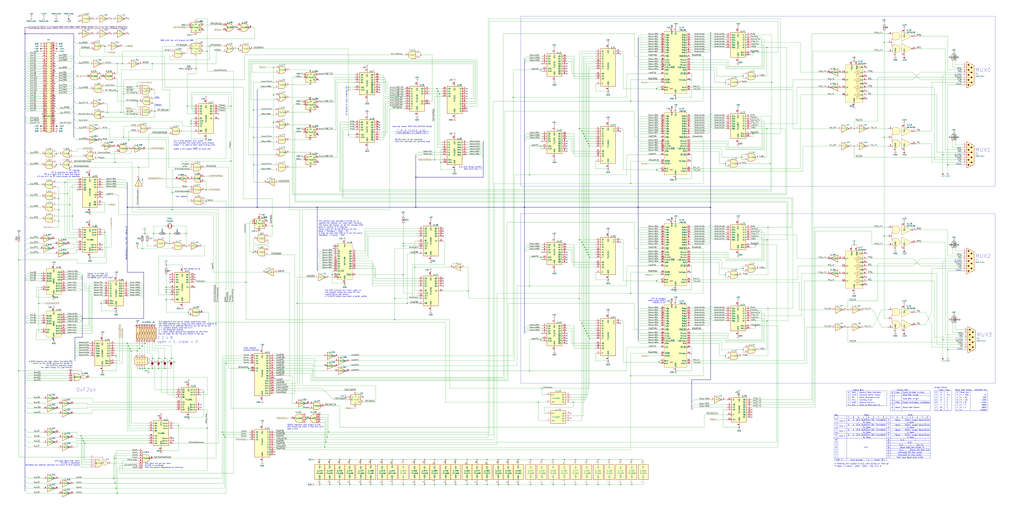
<source format=kicad_sch>
(kicad_sch (version 20230121) (generator eeschema)
  (paper "User" 1041.4 520.7)
  (title_block (title "Centurion - 4 Port MUX (Serial Multiplex) Card") (date "2022-09-25") (rev "1.1") (company "Meisaka Yukara") (comment 1 "Visually Reverse Engineered"))
  (lib_symbols
    (symbol "74xx:74LS00" (pin_names (offset 1.016))
      (property "Reference" "U" (at 0 1.27 0))
      (property "Value" "74LS00" (at 0 -1.27 0))
      (symbol "74LS00_1_1"
        (pin input line (at -7.62 2.54 0) (length 3.81) (name "~") (number "1"))
        (pin input line (at -7.62 -2.54 0) (length 3.81) (name "~") (number "2"))
        (pin output inverted (at 7.62 0 180) (length 3.81) (name "~") (number "3"))
      )
      (symbol "74LS00_1_2"
        (pin input inverted (at -7.62 2.54 0) (length 4.318) (name "~") (number "1"))
        (pin input inverted (at -7.62 -2.54 0) (length 4.318) (name "~") (number "2"))
        (pin output line (at 7.62 0 180) (length 3.81) (name "~") (number "3"))
      )
      (symbol "74LS00_2_1"
        (pin input line (at -7.62 2.54 0) (length 3.81) (name "~") (number "4"))
        (pin input line (at -7.62 -2.54 0) (length 3.81) (name "~") (number "5"))
        (pin output inverted (at 7.62 0 180) (length 3.81) (name "~") (number "6"))
      )
      (symbol "74LS00_2_2"
        (pin input inverted (at -7.62 2.54 0) (length 4.318) (name "~") (number "4"))
        (pin input inverted (at -7.62 -2.54 0) (length 4.318) (name "~") (number "5"))
        (pin output line (at 7.62 0 180) (length 3.81) (name "~") (number "6"))
      )
      (symbol "74LS00_3_1"
        (pin input line (at -7.62 -2.54 0) (length 3.81) (name "~") (number "10"))
        (pin output inverted (at 7.62 0 180) (length 3.81) (name "~") (number "8"))
        (pin input line (at -7.62 2.54 0) (length 3.81) (name "~") (number "9"))
      )
      (symbol "74LS00_3_2"
        (pin input inverted (at -7.62 -2.54 0) (length 4.318) (name "~") (number "10"))
        (pin output line (at 7.62 0 180) (length 3.81) (name "~") (number "8"))
        (pin input inverted (at -7.62 2.54 0) (length 4.318) (name "~") (number "9"))
      )
      (symbol "74LS00_4_1"
        (pin output inverted (at 7.62 0 180) (length 3.81) (name "~") (number "11"))
        (pin input line (at -7.62 2.54 0) (length 3.81) (name "~") (number "12"))
        (pin input line (at -7.62 -2.54 0) (length 3.81) (name "~") (number "13"))
      )
      (symbol "74LS00_4_2"
        (pin output line (at 7.62 0 180) (length 3.81) (name "~") (number "11"))
        (pin input inverted (at -7.62 2.54 0) (length 4.318) (name "~") (number "12"))
        (pin input inverted (at -7.62 -2.54 0) (length 4.318) (name "~") (number "13"))
      )
      (symbol "74LS00_5_0"
        (pin power_in line (at 0 12.7 270) (length 5.08) (name "VCC") (number "14"))
        (pin power_in line (at 0 -12.7 90) (length 5.08) (name "GND") (number "7"))
      )
    )
    (symbol "74xx:74LS02" (pin_names (offset 1.016))
      (property "Reference" "U" (at 0 1.27 0))
      (property "Value" "74LS02" (at 0 -1.27 0))
      (symbol "74LS02_1_1"
        (pin output inverted (at 7.62 0 180) (length 3.81) (name "~") (number "1"))
        (pin input line (at -7.62 2.54 0) (length 4.318) (name "~") (number "2"))
        (pin input line (at -7.62 -2.54 0) (length 4.318) (name "~") (number "3"))
      )
      (symbol "74LS02_1_2"
        (pin output line (at 7.62 0 180) (length 3.81) (name "~") (number "1"))
        (pin input inverted (at -7.62 2.54 0) (length 3.81) (name "~") (number "2"))
        (pin input inverted (at -7.62 -2.54 0) (length 3.81) (name "~") (number "3"))
      )
      (symbol "74LS02_2_1"
        (pin output inverted (at 7.62 0 180) (length 3.81) (name "~") (number "4"))
        (pin input line (at -7.62 2.54 0) (length 4.318) (name "~") (number "5"))
        (pin input line (at -7.62 -2.54 0) (length 4.318) (name "~") (number "6"))
      )
      (symbol "74LS02_2_2"
        (pin output line (at 7.62 0 180) (length 3.81) (name "~") (number "4"))
        (pin input inverted (at -7.62 2.54 0) (length 3.81) (name "~") (number "5"))
        (pin input inverted (at -7.62 -2.54 0) (length 3.81) (name "~") (number "6"))
      )
      (symbol "74LS02_3_1"
        (pin output inverted (at 7.62 0 180) (length 3.81) (name "~") (number "10"))
        (pin input line (at -7.62 2.54 0) (length 4.318) (name "~") (number "8"))
        (pin input line (at -7.62 -2.54 0) (length 4.318) (name "~") (number "9"))
      )
      (symbol "74LS02_3_2"
        (pin output line (at 7.62 0 180) (length 3.81) (name "~") (number "10"))
        (pin input inverted (at -7.62 2.54 0) (length 3.81) (name "~") (number "8"))
        (pin input inverted (at -7.62 -2.54 0) (length 3.81) (name "~") (number "9"))
      )
      (symbol "74LS02_4_1"
        (pin input line (at -7.62 2.54 0) (length 4.318) (name "~") (number "11"))
        (pin input line (at -7.62 -2.54 0) (length 4.318) (name "~") (number "12"))
        (pin output inverted (at 7.62 0 180) (length 3.81) (name "~") (number "13"))
      )
      (symbol "74LS02_4_2"
        (pin input inverted (at -7.62 2.54 0) (length 3.81) (name "~") (number "11"))
        (pin input inverted (at -7.62 -2.54 0) (length 3.81) (name "~") (number "12"))
        (pin output line (at 7.62 0 180) (length 3.81) (name "~") (number "13"))
      )
      (symbol "74LS02_5_0"
        (pin power_in line (at 0 12.7 270) (length 5.08) (name "VCC") (number "14"))
        (pin power_in line (at 0 -12.7 90) (length 5.08) (name "GND") (number "7"))
      )
    )
    (symbol "74xx:74LS04"
      (property "Reference" "U" (at 0 1.27 0))
      (property "Value" "74LS04" (at 0 -1.27 0))
      (symbol "74LS04_1_0"
        (pin input line (at -7.62 0 0) (length 3.81) (name "~") (number "1"))
        (pin output inverted (at 7.62 0 180) (length 3.81) (name "~") (number "2"))
      )
      (symbol "74LS04_2_0"
        (pin input line (at -7.62 0 0) (length 3.81) (name "~") (number "3"))
        (pin output inverted (at 7.62 0 180) (length 3.81) (name "~") (number "4"))
      )
      (symbol "74LS04_3_0"
        (pin input line (at -7.62 0 0) (length 3.81) (name "~") (number "5"))
        (pin output inverted (at 7.62 0 180) (length 3.81) (name "~") (number "6"))
      )
      (symbol "74LS04_4_0"
        (pin output inverted (at 7.62 0 180) (length 3.81) (name "~") (number "8"))
        (pin input line (at -7.62 0 0) (length 3.81) (name "~") (number "9"))
      )
      (symbol "74LS04_5_0"
        (pin output inverted (at 7.62 0 180) (length 3.81) (name "~") (number "10"))
        (pin input line (at -7.62 0 0) (length 3.81) (name "~") (number "11"))
      )
      (symbol "74LS04_6_0"
        (pin output inverted (at 7.62 0 180) (length 3.81) (name "~") (number "12"))
        (pin input line (at -7.62 0 0) (length 3.81) (name "~") (number "13"))
      )
      (symbol "74LS04_7_0"
        (pin power_in line (at 0 12.7 270) (length 5.08) (name "VCC") (number "14"))
        (pin power_in line (at 0 -12.7 90) (length 5.08) (name "GND") (number "7"))
      )
    )
    (symbol "74xx:74LS08" (pin_names (offset 1.016))
      (property "Reference" "U" (at 0 1.27 0))
      (property "Value" "74LS08" (at 0 -1.27 0))
      (symbol "74LS08_1_1"
        (pin input line (at -7.62 2.54 0) (length 3.81) (name "~") (number "1"))
        (pin input line (at -7.62 -2.54 0) (length 3.81) (name "~") (number "2"))
        (pin output line (at 7.62 0 180) (length 3.81) (name "~") (number "3"))
      )
      (symbol "74LS08_1_2"
        (pin input inverted (at -7.62 2.54 0) (length 4.318) (name "~") (number "1"))
        (pin input inverted (at -7.62 -2.54 0) (length 4.318) (name "~") (number "2"))
        (pin output inverted (at 7.62 0 180) (length 3.81) (name "~") (number "3"))
      )
      (symbol "74LS08_2_1"
        (pin input line (at -7.62 2.54 0) (length 3.81) (name "~") (number "4"))
        (pin input line (at -7.62 -2.54 0) (length 3.81) (name "~") (number "5"))
        (pin output line (at 7.62 0 180) (length 3.81) (name "~") (number "6"))
      )
      (symbol "74LS08_2_2"
        (pin input inverted (at -7.62 2.54 0) (length 4.318) (name "~") (number "4"))
        (pin input inverted (at -7.62 -2.54 0) (length 4.318) (name "~") (number "5"))
        (pin output inverted (at 7.62 0 180) (length 3.81) (name "~") (number "6"))
      )
      (symbol "74LS08_3_1"
        (pin input line (at -7.62 -2.54 0) (length 3.81) (name "~") (number "10"))
        (pin output line (at 7.62 0 180) (length 3.81) (name "~") (number "8"))
        (pin input line (at -7.62 2.54 0) (length 3.81) (name "~") (number "9"))
      )
      (symbol "74LS08_3_2"
        (pin input inverted (at -7.62 -2.54 0) (length 4.318) (name "~") (number "10"))
        (pin output inverted (at 7.62 0 180) (length 3.81) (name "~") (number "8"))
        (pin input inverted (at -7.62 2.54 0) (length 4.318) (name "~") (number "9"))
      )
      (symbol "74LS08_4_1"
        (pin output line (at 7.62 0 180) (length 3.81) (name "~") (number "11"))
        (pin input line (at -7.62 2.54 0) (length 3.81) (name "~") (number "12"))
        (pin input line (at -7.62 -2.54 0) (length 3.81) (name "~") (number "13"))
      )
      (symbol "74LS08_4_2"
        (pin output inverted (at 7.62 0 180) (length 3.81) (name "~") (number "11"))
        (pin input inverted (at -7.62 2.54 0) (length 4.318) (name "~") (number "12"))
        (pin input inverted (at -7.62 -2.54 0) (length 4.318) (name "~") (number "13"))
      )
      (symbol "74LS08_5_0"
        (pin power_in line (at 0 12.7 270) (length 5.08) (name "VCC") (number "14"))
        (pin power_in line (at 0 -12.7 90) (length 5.08) (name "GND") (number "7"))
      )
    )
    (symbol "74xx:74LS10" (pin_names (offset 1.016))
      (property "Reference" "U" (at 0 1.27 0))
      (property "Value" "74LS10" (at 0 -1.27 0))
      (symbol "74LS10_1_1"
        (pin input line (at -7.62 2.54 0) (length 3.81) (name "~") (number "1"))
        (pin output inverted (at 7.62 0 180) (length 3.81) (name "~") (number "12"))
        (pin input line (at -7.62 -2.54 0) (length 3.81) (name "~") (number "13"))
        (pin input line (at -7.62 0 0) (length 3.81) (name "~") (number "2"))
      )
      (symbol "74LS10_1_2"
        (pin input inverted (at -7.62 2.54 0) (length 4.318) (name "~") (number "1"))
        (pin output line (at 7.62 0 180) (length 3.81) (name "~") (number "12"))
        (pin input inverted (at -7.62 -2.54 0) (length 4.318) (name "~") (number "13"))
        (pin input inverted (at -7.62 0 0) (length 4.953) (name "~") (number "2"))
      )
      (symbol "74LS10_2_1"
        (pin input line (at -7.62 2.54 0) (length 3.81) (name "~") (number "3"))
        (pin input line (at -7.62 0 0) (length 3.81) (name "~") (number "4"))
        (pin input line (at -7.62 -2.54 0) (length 3.81) (name "~") (number "5"))
        (pin output inverted (at 7.62 0 180) (length 3.81) (name "~") (number "6"))
      )
      (symbol "74LS10_2_2"
        (pin input inverted (at -7.62 2.54 0) (length 4.318) (name "~") (number "3"))
        (pin input inverted (at -7.62 0 0) (length 4.953) (name "~") (number "4"))
        (pin input inverted (at -7.62 -2.54 0) (length 4.318) (name "~") (number "5"))
        (pin output line (at 7.62 0 180) (length 3.81) (name "~") (number "6"))
      )
      (symbol "74LS10_3_1"
        (pin input line (at -7.62 0 0) (length 3.81) (name "~") (number "10"))
        (pin input line (at -7.62 -2.54 0) (length 3.81) (name "~") (number "11"))
        (pin output inverted (at 7.62 0 180) (length 3.81) (name "~") (number "8"))
        (pin input line (at -7.62 2.54 0) (length 3.81) (name "~") (number "9"))
      )
      (symbol "74LS10_3_2"
        (pin input inverted (at -7.62 0 0) (length 4.953) (name "~") (number "10"))
        (pin input inverted (at -7.62 -2.54 0) (length 4.318) (name "~") (number "11"))
        (pin output line (at 7.62 0 180) (length 3.81) (name "~") (number "8"))
        (pin input inverted (at -7.62 2.54 0) (length 4.318) (name "~") (number "9"))
      )
      (symbol "74LS10_4_0"
        (pin power_in line (at 0 12.7 270) (length 5.08) (name "VCC") (number "14"))
        (pin power_in line (at 0 -12.7 90) (length 5.08) (name "GND") (number "7"))
      )
    )
    (symbol "74xx:74LS148" (pin_names (offset 1.016))
      (property "Reference" "U" (at -7.62 13.97 0))
      (property "Value" "74LS148" (at -7.62 -13.97 0))
      (symbol "74LS148_1_0"
        (pin input inverted (at -12.7 0 0) (length 5.08) (name "I4") (number "1"))
        (pin input inverted (at -12.7 10.16 0) (length 5.08) (name "IO") (number "10"))
        (pin input inverted (at -12.7 7.62 0) (length 5.08) (name "I1") (number "11"))
        (pin input inverted (at -12.7 5.08 0) (length 5.08) (name "I2") (number "12"))
        (pin input inverted (at -12.7 2.54 0) (length 5.08) (name "I3") (number "13"))
        (pin output inverted (at 12.7 -2.54 180) (length 5.08) (name "GS") (number "14"))
        (pin output inverted (at 12.7 -5.08 180) (length 5.08) (name "EO") (number "15"))
        (pin power_in line (at 0 17.78 270) (length 5.08) (name "VCC") (number "16"))
        (pin input inverted (at -12.7 -2.54 0) (length 5.08) (name "I5") (number "2"))
        (pin input inverted (at -12.7 -5.08 0) (length 5.08) (name "I6") (number "3"))
        (pin input inverted (at -12.7 -7.62 0) (length 5.08) (name "I7") (number "4"))
        (pin input inverted (at -12.7 -10.16 0) (length 5.08) (name "EI") (number "5"))
        (pin output inverted (at 12.7 5.08 180) (length 5.08) (name "S2") (number "6"))
        (pin output inverted (at 12.7 7.62 180) (length 5.08) (name "S1") (number "7"))
        (pin power_in line (at 0 -17.78 90) (length 5.08) (name "GND") (number "8"))
        (pin output inverted (at 12.7 10.16 180) (length 5.08) (name "S0") (number "9"))
      )
    )
    (symbol "74xx:74LS151" (pin_names (offset 1.016))
      (property "Reference" "U" (at -7.62 19.05 0))
      (property "Value" "74LS151" (at -7.62 -21.59 0))
      (symbol "74LS151_1_0"
        (pin input line (at -12.7 7.62 0) (length 5.08) (name "I3") (number "1"))
        (pin input line (at -12.7 -10.16 0) (length 5.08) (name "S1") (number "10"))
        (pin input line (at -12.7 -7.62 0) (length 5.08) (name "S0") (number "11"))
        (pin input line (at -12.7 -2.54 0) (length 5.08) (name "I7") (number "12"))
        (pin input line (at -12.7 0 0) (length 5.08) (name "I6") (number "13"))
        (pin input line (at -12.7 2.54 0) (length 5.08) (name "I5") (number "14"))
        (pin input line (at -12.7 5.08 0) (length 5.08) (name "I4") (number "15"))
        (pin power_in line (at 0 22.86 270) (length 5.08) (name "VCC") (number "16"))
        (pin input line (at -12.7 10.16 0) (length 5.08) (name "I2") (number "2"))
        (pin input line (at -12.7 12.7 0) (length 5.08) (name "I1") (number "3"))
        (pin input line (at -12.7 15.24 0) (length 5.08) (name "I0") (number "4"))
        (pin output line (at 12.7 15.24 180) (length 5.08) (name "Z") (number "5"))
        (pin output line (at 12.7 12.7 180) (length 5.08) (name "~{Z}") (number "6"))
        (pin input line (at -12.7 -17.78 0) (length 5.08) (name "~{E}") (number "7"))
        (pin power_in line (at 0 -25.4 90) (length 5.08) (name "GND") (number "8"))
        (pin input line (at -12.7 -12.7 0) (length 5.08) (name "S2") (number "9"))
      )
    )
    (symbol "74xx:74LS154" (pin_names (offset 1.016))
      (property "Reference" "U" (at -7.62 21.59 0))
      (property "Value" "74LS154" (at -7.62 -24.13 0))
      (symbol "74LS154_1_0"
        (pin output inverted (at 12.7 17.78 180) (length 5.08) (name "S0") (number "1"))
        (pin output inverted (at 12.7 -5.08 180) (length 5.08) (name "S9") (number "10"))
        (pin output inverted (at 12.7 -7.62 180) (length 5.08) (name "S10") (number "11"))
        (pin power_in line (at 0 -27.94 90) (length 5.08) (name "GND") (number "12"))
        (pin output inverted (at 12.7 -10.16 180) (length 5.08) (name "S11") (number "13"))
        (pin output inverted (at 12.7 -12.7 180) (length 5.08) (name "S12") (number "14"))
        (pin output inverted (at 12.7 -15.24 180) (length 5.08) (name "S13") (number "15"))
        (pin output inverted (at 12.7 -17.78 180) (length 5.08) (name "S14") (number "16"))
        (pin output inverted (at 12.7 -20.32 180) (length 5.08) (name "S15") (number "17"))
        (pin input inverted (at -12.7 5.08 0) (length 5.08) (name "E0") (number "18"))
        (pin input inverted (at -12.7 2.54 0) (length 5.08) (name "E1") (number "19"))
        (pin output inverted (at 12.7 15.24 180) (length 5.08) (name "S1") (number "2"))
        (pin input line (at -12.7 10.16 0) (length 5.08) (name "A3") (number "20"))
        (pin input line (at -12.7 12.7 0) (length 5.08) (name "A2") (number "21"))
        (pin input line (at -12.7 15.24 0) (length 5.08) (name "A1") (number "22"))
        (pin input line (at -12.7 17.78 0) (length 5.08) (name "A0") (number "23"))
        (pin power_in line (at 0 25.4 270) (length 5.08) (name "VCC") (number "24"))
        (pin output inverted (at 12.7 12.7 180) (length 5.08) (name "S2") (number "3"))
        (pin output inverted (at 12.7 10.16 180) (length 5.08) (name "S3") (number "4"))
        (pin output inverted (at 12.7 7.62 180) (length 5.08) (name "S4") (number "5"))
        (pin output inverted (at 12.7 5.08 180) (length 5.08) (name "S5") (number "6"))
        (pin output inverted (at 12.7 2.54 180) (length 5.08) (name "S6") (number "7"))
        (pin output inverted (at 12.7 0 180) (length 5.08) (name "S7") (number "8"))
        (pin output inverted (at 12.7 -2.54 180) (length 5.08) (name "S8") (number "9"))
      )
    )
    (symbol "74xx:74LS161" (pin_names (offset 1.016))
      (property "Reference" "U" (at -7.62 16.51 0))
      (property "Value" "74LS161" (at -7.62 -16.51 0))
      (symbol "74LS161_1_0"
        (pin input line (at -12.7 -12.7 0) (length 5.08) (name "~{MR}") (number "1"))
        (pin input line (at -12.7 -5.08 0) (length 5.08) (name "CET") (number "10"))
        (pin output line (at 12.7 5.08 180) (length 5.08) (name "Q3") (number "11"))
        (pin output line (at 12.7 7.62 180) (length 5.08) (name "Q2") (number "12"))
        (pin output line (at 12.7 10.16 180) (length 5.08) (name "Q1") (number "13"))
        (pin output line (at 12.7 12.7 180) (length 5.08) (name "Q0") (number "14"))
        (pin output line (at 12.7 0 180) (length 5.08) (name "TC") (number "15"))
        (pin power_in line (at 0 20.32 270) (length 5.08) (name "VCC") (number "16"))
        (pin input line (at -12.7 -7.62 0) (length 5.08) (name "CP") (number "2"))
        (pin input line (at -12.7 12.7 0) (length 5.08) (name "D0") (number "3"))
        (pin input line (at -12.7 10.16 0) (length 5.08) (name "D1") (number "4"))
        (pin input line (at -12.7 7.62 0) (length 5.08) (name "D2") (number "5"))
        (pin input line (at -12.7 5.08 0) (length 5.08) (name "D3") (number "6"))
        (pin input line (at -12.7 -2.54 0) (length 5.08) (name "CEP") (number "7"))
        (pin power_in line (at 0 -20.32 90) (length 5.08) (name "GND") (number "8"))
        (pin input line (at -12.7 0 0) (length 5.08) (name "~{PE}") (number "9"))
      )
    )
    (symbol "74xx:74LS195" (pin_names (offset 1.016))
      (property "Reference" "U" (at -7.62 16.51 0))
      (property "Value" "74LS195" (at -7.62 -16.51 0))
      (symbol "74LS195_1_0"
        (pin input line (at -12.7 -12.7 0) (length 5.08) (name "~{MR}") (number "1"))
        (pin input clock (at -12.7 -2.54 0) (length 5.08) (name "CP") (number "10"))
        (pin output line (at 12.7 2.54 180) (length 5.08) (name "~{Q3}") (number "11"))
        (pin output line (at 12.7 5.08 180) (length 5.08) (name "Q3") (number "12"))
        (pin output line (at 12.7 7.62 180) (length 5.08) (name "Q2") (number "13"))
        (pin output line (at 12.7 10.16 180) (length 5.08) (name "Q1") (number "14"))
        (pin output line (at 12.7 12.7 180) (length 5.08) (name "Q0") (number "15"))
        (pin power_in line (at 0 20.32 270) (length 5.08) (name "VCC") (number "16"))
        (pin input line (at -12.7 0 0) (length 5.08) (name "J") (number "2"))
        (pin input line (at -12.7 -5.08 0) (length 5.08) (name "~{K}") (number "3"))
        (pin input line (at -12.7 12.7 0) (length 5.08) (name "P0") (number "4"))
        (pin input line (at -12.7 10.16 0) (length 5.08) (name "P1") (number "5"))
        (pin input line (at -12.7 7.62 0) (length 5.08) (name "P2") (number "6"))
        (pin input line (at -12.7 5.08 0) (length 5.08) (name "P3") (number "7"))
        (pin power_in line (at 0 -20.32 90) (length 5.08) (name "GND") (number "8"))
        (pin input line (at -12.7 -10.16 0) (length 5.08) (name "~{PE}") (number "9"))
      )
    )
    (symbol "74xx:74LS20" (pin_names (offset 1.016))
      (property "Reference" "U" (at 0 1.27 0))
      (property "Value" "74LS20" (at 0 -1.27 0))
      (symbol "74LS20_1_1"
        (pin input line (at -7.62 3.81 0) (length 3.81) (name "~") (number "1"))
        (pin input line (at -7.62 1.27 0) (length 3.81) (name "~") (number "2"))
        (pin input line (at -7.62 -1.27 0) (length 3.81) (name "~") (number "4"))
        (pin input line (at -7.62 -3.81 0) (length 3.81) (name "~") (number "5"))
        (pin output inverted (at 7.62 0 180) (length 3.81) (name "~") (number "6"))
      )
      (symbol "74LS20_1_2"
        (pin input inverted (at -7.62 3.81 0) (length 3.81) (name "~") (number "1"))
        (pin input inverted (at -7.62 1.27 0) (length 4.826) (name "~") (number "2"))
        (pin input inverted (at -7.62 -1.27 0) (length 4.826) (name "~") (number "4"))
        (pin input inverted (at -7.62 -3.81 0) (length 3.81) (name "~") (number "5"))
        (pin output line (at 7.62 0 180) (length 3.81) (name "~") (number "6"))
      )
      (symbol "74LS20_2_1"
        (pin input line (at -7.62 1.27 0) (length 3.81) (name "~") (number "10"))
        (pin input line (at -7.62 -1.27 0) (length 3.81) (name "~") (number "12"))
        (pin input line (at -7.62 -3.81 0) (length 3.81) (name "~") (number "13"))
        (pin output inverted (at 7.62 0 180) (length 3.81) (name "~") (number "8"))
        (pin input line (at -7.62 3.81 0) (length 3.81) (name "~") (number "9"))
      )
      (symbol "74LS20_2_2"
        (pin input inverted (at -7.62 1.27 0) (length 4.826) (name "~") (number "10"))
        (pin input inverted (at -7.62 -1.27 0) (length 4.826) (name "~") (number "12"))
        (pin input inverted (at -7.62 -3.81 0) (length 3.81) (name "~") (number "13"))
        (pin output line (at 7.62 0 180) (length 3.81) (name "~") (number "8"))
        (pin input inverted (at -7.62 3.81 0) (length 3.81) (name "~") (number "9"))
      )
      (symbol "74LS20_3_0"
        (pin power_in line (at 0 12.7 270) (length 5.08) (name "VCC") (number "14"))
        (pin power_in line (at 0 -12.7 90) (length 5.08) (name "GND") (number "7"))
      )
    )
    (symbol "74xx:74LS259" (pin_names (offset 1.016))
      (property "Reference" "U" (at -7.62 13.97 0))
      (property "Value" "74LS259" (at -7.62 -13.97 0))
      (symbol "74LS259_1_0"
        (pin input line (at -12.7 5.08 0) (length 5.08) (name "A0") (number "1"))
        (pin output line (at 12.7 -2.54 180) (length 5.08) (name "Q5") (number "10"))
        (pin output line (at 12.7 -5.08 180) (length 5.08) (name "Q6") (number "11"))
        (pin output line (at 12.7 -7.62 180) (length 5.08) (name "Q7") (number "12"))
        (pin input line (at -12.7 10.16 0) (length 5.08) (name "D") (number "13"))
        (pin input inverted (at -12.7 -5.08 0) (length 5.08) (name "E") (number "14"))
        (pin input inverted (at -12.7 -10.16 0) (length 5.08) (name "Clr") (number "15"))
        (pin power_in line (at 0 17.78 270) (length 5.08) (name "VCC") (number "16"))
        (pin input line (at -12.7 2.54 0) (length 5.08) (name "A1") (number "2"))
        (pin input line (at -12.7 0 0) (length 5.08) (name "A2") (number "3"))
        (pin output line (at 12.7 10.16 180) (length 5.08) (name "Q0") (number "4"))
        (pin output line (at 12.7 7.62 180) (length 5.08) (name "Q1") (number "5"))
        (pin output line (at 12.7 5.08 180) (length 5.08) (name "Q2") (number "6"))
        (pin output line (at 12.7 2.54 180) (length 5.08) (name "Q3") (number "7"))
        (pin power_in line (at 0 -17.78 90) (length 5.08) (name "GND") (number "8"))
        (pin output line (at 12.7 0 180) (length 5.08) (name "Q4") (number "9"))
      )
    )
    (symbol "74xx:74LS30" (pin_names (offset 1.016))
      (property "Reference" "U" (at 0 1.27 0))
      (property "Value" "74LS30" (at 0 -1.27 0))
      (symbol "74LS30_1_1"
        (pin input line (at -7.62 7.62 0) (length 3.81) (name "~") (number "1"))
        (pin input line (at -7.62 -7.62 0) (length 3.81) (name "~") (number "11"))
        (pin input line (at -7.62 -10.16 0) (length 3.81) (name "~") (number "12"))
        (pin input line (at -7.62 5.08 0) (length 3.81) (name "~") (number "2"))
        (pin input line (at -7.62 2.54 0) (length 3.81) (name "~") (number "3"))
        (pin input line (at -7.62 0 0) (length 3.81) (name "~") (number "4"))
        (pin input line (at -7.62 -2.54 0) (length 3.81) (name "~") (number "5"))
        (pin input line (at -7.62 -5.08 0) (length 3.81) (name "~") (number "6"))
        (pin output inverted (at 7.62 0 180) (length 3.81) (name "~") (number "8"))
      )
      (symbol "74LS30_1_2"
        (pin input inverted (at -7.62 7.62 0) (length 3.81) (name "~") (number "1"))
        (pin input inverted (at -7.62 -7.62 0) (length 3.81) (name "~") (number "11"))
        (pin input inverted (at -7.62 -10.16 0) (length 3.81) (name "~") (number "12"))
        (pin input inverted (at -7.62 5.08 0) (length 3.81) (name "~") (number "2"))
        (pin input inverted (at -7.62 2.54 0) (length 4.5466) (name "~") (number "3"))
        (pin input inverted (at -7.62 0 0) (length 5.08) (name "~") (number "4"))
        (pin input inverted (at -7.62 -2.54 0) (length 4.5466) (name "~") (number "5"))
        (pin input inverted (at -7.62 -5.08 0) (length 3.81) (name "~") (number "6"))
        (pin output line (at 7.62 0 180) (length 3.81) (name "~") (number "8"))
      )
      (symbol "74LS30_2_0"
        (pin power_in line (at 0 12.7 270) (length 5.08) (name "VCC") (number "14"))
        (pin power_in line (at 0 -12.7 90) (length 5.08) (name "GND") (number "7"))
      )
    )
    (symbol "74xx:74LS367" (pin_names (offset 1.016))
      (property "Reference" "U" (at -7.62 13.97 0))
      (property "Value" "74LS367" (at -7.62 -13.97 0))
      (symbol "74LS367_1_0"
        (pin input inverted (at -12.7 -7.62 0) (length 5.08) (name "OEa") (number "1"))
        (pin input line (at -12.7 2.54 0) (length 5.08) (name "I4") (number "10"))
        (pin tri_state line (at 12.7 0 180) (length 5.08) (name "O5b") (number "11"))
        (pin input line (at -12.7 0 0) (length 5.08) (name "I5") (number "12"))
        (pin tri_state line (at 12.7 -2.54 180) (length 5.08) (name "O6b") (number "13"))
        (pin input line (at -12.7 -2.54 0) (length 5.08) (name "I6") (number "14"))
        (pin input inverted (at -12.7 -10.16 0) (length 5.08) (name "OEb") (number "15"))
        (pin power_in line (at 0 17.78 270) (length 5.08) (name "VCC") (number "16"))
        (pin input line (at -12.7 10.16 0) (length 5.08) (name "I1") (number "2"))
        (pin tri_state line (at 12.7 10.16 180) (length 5.08) (name "O1a") (number "3"))
        (pin input line (at -12.7 7.62 0) (length 5.08) (name "I2") (number "4"))
        (pin tri_state line (at 12.7 7.62 180) (length 5.08) (name "O2a") (number "5"))
        (pin input line (at -12.7 5.08 0) (length 5.08) (name "I3") (number "6"))
        (pin tri_state line (at 12.7 5.08 180) (length 5.08) (name "O3a") (number "7"))
        (pin power_in line (at 0 -17.78 90) (length 5.08) (name "GND") (number "8"))
        (pin tri_state line (at 12.7 2.54 180) (length 5.08) (name "O4a") (number "9"))
      )
    )
    (symbol "74xx:74LS37" (pin_names (offset 1.016))
      (property "Reference" "U" (at 0 1.27 0))
      (property "Value" "74LS37" (at 0 -1.27 0))
      (symbol "74LS37_1_1"
        (pin input line (at -7.62 2.54 0) (length 3.81) (name "~") (number "1"))
        (pin input line (at -7.62 -2.54 0) (length 3.81) (name "~") (number "2"))
        (pin output inverted (at 7.62 0 180) (length 3.81) (name "~") (number "3"))
      )
      (symbol "74LS37_1_2"
        (pin input inverted (at -7.62 2.54 0) (length 4.318) (name "~") (number "1"))
        (pin input inverted (at -7.62 -2.54 0) (length 4.318) (name "~") (number "2"))
        (pin output line (at 7.62 0 180) (length 3.81) (name "~") (number "3"))
      )
      (symbol "74LS37_2_1"
        (pin input line (at -7.62 2.54 0) (length 3.81) (name "~") (number "4"))
        (pin input line (at -7.62 -2.54 0) (length 3.81) (name "~") (number "5"))
        (pin output inverted (at 7.62 0 180) (length 3.81) (name "~") (number "6"))
      )
      (symbol "74LS37_2_2"
        (pin input inverted (at -7.62 2.54 0) (length 4.318) (name "~") (number "4"))
        (pin input inverted (at -7.62 -2.54 0) (length 4.318) (name "~") (number "5"))
        (pin output line (at 7.62 0 180) (length 3.81) (name "~") (number "6"))
      )
      (symbol "74LS37_3_1"
        (pin input line (at -7.62 -2.54 0) (length 3.81) (name "~") (number "10"))
        (pin output inverted (at 7.62 0 180) (length 3.81) (name "~") (number "8"))
        (pin input line (at -7.62 2.54 0) (length 3.81) (name "~") (number "9"))
      )
      (symbol "74LS37_3_2"
        (pin input inverted (at -7.62 -2.54 0) (length 4.318) (name "~") (number "10"))
        (pin output line (at 7.62 0 180) (length 3.81) (name "~") (number "8"))
        (pin input inverted (at -7.62 2.54 0) (length 4.318) (name "~") (number "9"))
      )
      (symbol "74LS37_4_1"
        (pin output inverted (at 7.62 0 180) (length 3.81) (name "~") (number "11"))
        (pin input line (at -7.62 2.54 0) (length 3.81) (name "~") (number "12"))
        (pin input line (at -7.62 -2.54 0) (length 3.81) (name "~") (number "13"))
      )
      (symbol "74LS37_4_2"
        (pin output line (at 7.62 0 180) (length 3.81) (name "~") (number "11"))
        (pin input inverted (at -7.62 2.54 0) (length 4.318) (name "~") (number "12"))
        (pin input inverted (at -7.62 -2.54 0) (length 4.318) (name "~") (number "13"))
      )
      (symbol "74LS37_5_0"
        (pin power_in line (at 0 12.7 270) (length 5.08) (name "VCC") (number "14"))
        (pin power_in line (at 0 -12.7 90) (length 5.08) (name "GND") (number "7"))
      )
    )
    (symbol "74xx:74LS38" (pin_names (offset 1.016))
      (property "Reference" "U" (at 0 1.27 0))
      (property "Value" "74LS38" (at 0 -1.27 0))
      (symbol "74LS38_1_1"
        (pin input line (at -7.62 2.54 0) (length 3.81) (name "~") (number "1"))
        (pin input line (at -7.62 -2.54 0) (length 3.81) (name "~") (number "2"))
        (pin open_collector inverted (at 7.62 0 180) (length 3.81) (name "~") (number "3"))
      )
      (symbol "74LS38_1_2"
        (pin input inverted (at -7.62 2.54 0) (length 4.318) (name "~") (number "1"))
        (pin input inverted (at -7.62 -2.54 0) (length 4.318) (name "~") (number "2"))
        (pin open_collector line (at 7.62 0 180) (length 3.81) (name "~") (number "3"))
      )
      (symbol "74LS38_2_1"
        (pin input line (at -7.62 2.54 0) (length 3.81) (name "~") (number "4"))
        (pin input line (at -7.62 -2.54 0) (length 3.81) (name "~") (number "5"))
        (pin open_collector inverted (at 7.62 0 180) (length 3.81) (name "~") (number "6"))
      )
      (symbol "74LS38_2_2"
        (pin input inverted (at -7.62 2.54 0) (length 4.318) (name "~") (number "4"))
        (pin input inverted (at -7.62 -2.54 0) (length 4.318) (name "~") (number "5"))
        (pin open_collector line (at 7.62 0 180) (length 3.81) (name "~") (number "6"))
      )
      (symbol "74LS38_3_1"
        (pin input line (at -7.62 -2.54 0) (length 3.81) (name "~") (number "10"))
        (pin open_collector inverted (at 7.62 0 180) (length 3.81) (name "~") (number "8"))
        (pin input line (at -7.62 2.54 0) (length 3.81) (name "~") (number "9"))
      )
      (symbol "74LS38_3_2"
        (pin input inverted (at -7.62 -2.54 0) (length 4.318) (name "~") (number "10"))
        (pin open_collector line (at 7.62 0 180) (length 3.81) (name "~") (number "8"))
        (pin input inverted (at -7.62 2.54 0) (length 4.318) (name "~") (number "9"))
      )
      (symbol "74LS38_4_1"
        (pin open_collector inverted (at 7.62 0 180) (length 3.81) (name "~") (number "11"))
        (pin input line (at -7.62 2.54 0) (length 3.81) (name "~") (number "12"))
        (pin input line (at -7.62 -2.54 0) (length 3.81) (name "~") (number "13"))
      )
      (symbol "74LS38_4_2"
        (pin open_collector line (at 7.62 0 180) (length 3.81) (name "~") (number "11"))
        (pin input inverted (at -7.62 2.54 0) (length 4.318) (name "~") (number "12"))
        (pin input inverted (at -7.62 -2.54 0) (length 4.318) (name "~") (number "13"))
      )
      (symbol "74LS38_5_0"
        (pin power_in line (at 0 12.7 270) (length 5.08) (name "VCC") (number "14"))
        (pin power_in line (at 0 -12.7 90) (length 5.08) (name "GND") (number "7"))
      )
    )
    (symbol "74xx:74LS393" (pin_names (offset 1.016))
      (property "Reference" "U" (at -7.62 8.89 0))
      (property "Value" "74LS393" (at -7.62 -8.89 0))
      (symbol "74LS393_1_0"
        (pin input clock (at -12.7 2.54 0) (length 5.08) (name "CP") (number "1"))
        (pin input line (at -12.7 -5.08 0) (length 5.08) (name "MR") (number "2"))
        (pin output line (at 12.7 2.54 180) (length 5.08) (name "Q0") (number "3"))
        (pin output line (at 12.7 0 180) (length 5.08) (name "Q1") (number "4"))
        (pin output line (at 12.7 -2.54 180) (length 5.08) (name "Q2") (number "5"))
        (pin output line (at 12.7 -5.08 180) (length 5.08) (name "Q3") (number "6"))
      )
      (symbol "74LS393_2_0"
        (pin output line (at 12.7 0 180) (length 5.08) (name "Q1") (number "10"))
        (pin output line (at 12.7 2.54 180) (length 5.08) (name "Q0") (number "11"))
        (pin input line (at -12.7 -5.08 0) (length 5.08) (name "MR") (number "12"))
        (pin input clock (at -12.7 2.54 0) (length 5.08) (name "CP") (number "13"))
        (pin output line (at 12.7 -5.08 180) (length 5.08) (name "Q3") (number "8"))
        (pin output line (at 12.7 -2.54 180) (length 5.08) (name "Q2") (number "9"))
      )
      (symbol "74LS393_3_0"
        (pin power_in line (at 0 12.7 270) (length 5.08) (name "VCC") (number "14"))
        (pin power_in line (at 0 -12.7 90) (length 5.08) (name "GND") (number "7"))
      )
    )
    (symbol "74xx:74LS42" (pin_names (offset 1.016))
      (property "Reference" "U" (at -7.62 13.97 0))
      (property "Value" "74LS42" (at -7.62 -16.51 0))
      (symbol "74LS42_1_0"
        (pin output inverted (at 12.7 10.16 180) (length 5.08) (name "0") (number "1"))
        (pin output inverted (at 12.7 -10.16 180) (length 5.08) (name "8") (number "10"))
        (pin output inverted (at 12.7 -12.7 180) (length 5.08) (name "9") (number "11"))
        (pin input line (at -12.7 2.54 0) (length 5.08) (name "A3") (number "12"))
        (pin input line (at -12.7 5.08 0) (length 5.08) (name "A2") (number "13"))
        (pin input line (at -12.7 7.62 0) (length 5.08) (name "A1") (number "14"))
        (pin input line (at -12.7 10.16 0) (length 5.08) (name "A0") (number "15"))
        (pin power_in line (at 0 17.78 270) (length 5.08) (name "VCC") (number "16"))
        (pin output inverted (at 12.7 7.62 180) (length 5.08) (name "1") (number "2"))
        (pin output inverted (at 12.7 5.08 180) (length 5.08) (name "2") (number "3"))
        (pin output inverted (at 12.7 2.54 180) (length 5.08) (name "3") (number "4"))
        (pin output inverted (at 12.7 0 180) (length 5.08) (name "4") (number "5"))
        (pin output inverted (at 12.7 -2.54 180) (length 5.08) (name "5") (number "6"))
        (pin output inverted (at 12.7 -5.08 180) (length 5.08) (name "6") (number "7"))
        (pin power_in line (at 0 -20.32 90) (length 5.08) (name "GND") (number "8"))
        (pin output inverted (at 12.7 -7.62 180) (length 5.08) (name "7") (number "9"))
      )
    )
    (symbol "74xx:74LS74" (pin_names (offset 1.016))
      (property "Reference" "U" (at -7.62 8.89 0))
      (property "Value" "74LS74" (at -7.62 -8.89 0))
      (symbol "74LS74_1_0"
        (pin input line (at 0 -7.62 90) (length 2.54) (name "~{R}") (number "1"))
        (pin input line (at -7.62 2.54 0) (length 2.54) (name "D") (number "2"))
        (pin input clock (at -7.62 0 0) (length 2.54) (name "C") (number "3"))
        (pin input line (at 0 7.62 270) (length 2.54) (name "~{S}") (number "4"))
        (pin output line (at 7.62 2.54 180) (length 2.54) (name "Q") (number "5"))
        (pin output line (at 7.62 -2.54 180) (length 2.54) (name "~{Q}") (number "6"))
      )
      (symbol "74LS74_2_0"
        (pin input line (at 0 7.62 270) (length 2.54) (name "~{S}") (number "10"))
        (pin input clock (at -7.62 0 0) (length 2.54) (name "C") (number "11"))
        (pin input line (at -7.62 2.54 0) (length 2.54) (name "D") (number "12"))
        (pin input line (at 0 -7.62 90) (length 2.54) (name "~{R}") (number "13"))
        (pin output line (at 7.62 -2.54 180) (length 2.54) (name "~{Q}") (number "8"))
        (pin output line (at 7.62 2.54 180) (length 2.54) (name "Q") (number "9"))
      )
      (symbol "74LS74_3_0"
        (pin power_in line (at 0 10.16 270) (length 2.54) (name "VCC") (number "14"))
        (pin power_in line (at 0 -10.16 90) (length 2.54) (name "GND") (number "7"))
      )
    )
    (symbol "74xx:74LS75" (pin_names (offset 1.016))
      (property "Reference" "U" (at -7.62 11.43 0))
      (property "Value" "74LS75" (at -7.62 -13.97 0))
      (symbol "74LS75_1_0"
        (pin output line (at 12.7 -2.54 180) (length 5.08) (name "~{Q0}") (number "1"))
        (pin output line (at 12.7 2.54 180) (length 5.08) (name "Q2") (number "10"))
        (pin output line (at 12.7 -7.62 180) (length 5.08) (name "~{Q2}") (number "11"))
        (pin power_in line (at 0 -17.78 90) (length 5.08) (name "GND") (number "12"))
        (pin input line (at -12.7 -5.08 0) (length 5.08) (name "E01") (number "13"))
        (pin output line (at 12.7 -5.08 180) (length 5.08) (name "~{Q1}") (number "14"))
        (pin output line (at 12.7 5.08 180) (length 5.08) (name "Q1") (number "15"))
        (pin output line (at 12.7 7.62 180) (length 5.08) (name "Q0") (number "16"))
        (pin input line (at -12.7 7.62 0) (length 5.08) (name "D0") (number "2"))
        (pin input line (at -12.7 5.08 0) (length 5.08) (name "D1") (number "3"))
        (pin input line (at -12.7 -7.62 0) (length 5.08) (name "E23") (number "4"))
        (pin power_in line (at 0 15.24 270) (length 5.08) (name "VCC") (number "5"))
        (pin input line (at -12.7 2.54 0) (length 5.08) (name "D2") (number "6"))
        (pin input line (at -12.7 0 0) (length 5.08) (name "D3") (number "7"))
        (pin output line (at 12.7 -10.16 180) (length 5.08) (name "~{Q3}") (number "8"))
        (pin output line (at 12.7 0 180) (length 5.08) (name "Q3") (number "9"))
      )
    )
    (symbol "74xx:74LS85" (pin_names (offset 1.016))
      (property "Reference" "U" (at -7.62 13.97 0))
      (property "Value" "74LS85" (at -7.62 -13.97 0))
      (symbol "74LS85_1_0"
        (pin input line (at -12.7 10.16 0) (length 5.08) (name "B3") (number "1"))
        (pin input line (at -12.7 -10.16 0) (length 5.08) (name "A0") (number "10"))
        (pin input line (at -12.7 5.08 0) (length 5.08) (name "B1") (number "11"))
        (pin input line (at -12.7 -7.62 0) (length 5.08) (name "A1") (number "12"))
        (pin input line (at -12.7 -5.08 0) (length 5.08) (name "A2") (number "13"))
        (pin input line (at -12.7 7.62 0) (length 5.08) (name "B2") (number "14"))
        (pin input line (at -12.7 -2.54 0) (length 5.08) (name "A3") (number "15"))
        (pin power_in line (at 0 17.78 270) (length 5.08) (name "VCC") (number "16"))
        (pin input line (at 12.7 7.62 180) (length 5.08) (name "Ia<b") (number "2"))
        (pin input line (at 12.7 5.08 180) (length 5.08) (name "Ia=b") (number "3"))
        (pin input line (at 12.7 10.16 180) (length 5.08) (name "Ia>b") (number "4"))
        (pin output line (at 12.7 -5.08 180) (length 5.08) (name "Oa>b") (number "5"))
        (pin output line (at 12.7 -10.16 180) (length 5.08) (name "Oa=b") (number "6"))
        (pin output line (at 12.7 -7.62 180) (length 5.08) (name "Oa<b") (number "7"))
        (pin power_in line (at 0 -17.78 90) (length 5.08) (name "GND") (number "8"))
        (pin input line (at -12.7 2.54 0) (length 5.08) (name "B0") (number "9"))
      )
    )
    (symbol "74xx:SN74199"
      (property "Reference" "U" (at 6.35 21.59 0))
      (property "Value" "SN74199" (at 6.35 19.05 0))
      (symbol "SN74199_0_0"
        (pin input inverted (at -11.43 15.24 0) (length 3.81) (name "~{K}") (number "1"))
        (pin output line (at 11.43 2.54 180) (length 3.81) (name "Q_{3}") (number "10"))
        (pin input inverted (at -11.43 -13.97 0) (length 3.81) (name "~{CE}") (number "11"))
        (pin power_in line (at 0 -22.86 90) (length 3.81) (name "GND") (number "12"))
        (pin input clock (at -11.43 -16.51 0) (length 3.81) (name "CLK") (number "13"))
        (pin input inverted (at 11.43 -13.97 180) (length 3.81) (name "~{Clear}") (number "14"))
        (pin output line (at 11.43 0 180) (length 3.81) (name "Q_{4}") (number "15"))
        (pin input line (at -11.43 0 0) (length 3.81) (name "D_{4}") (number "16"))
        (pin output line (at 11.43 -2.54 180) (length 3.81) (name "Q_{5}") (number "17"))
        (pin input line (at -11.43 -2.54 0) (length 3.81) (name "D_{5}") (number "18"))
        (pin output line (at 11.43 -5.08 180) (length 3.81) (name "Q_{6}") (number "19"))
        (pin input line (at -11.43 12.7 0) (length 3.81) (name "J") (number "2"))
        (pin input line (at -11.43 -5.08 0) (length 3.81) (name "D_{6}") (number "20"))
        (pin output line (at 11.43 -7.62 180) (length 3.81) (name "Q_{7}") (number "21"))
        (pin input line (at -11.43 -7.62 0) (length 3.81) (name "D_{7}") (number "22"))
        (pin input line (at -11.43 -10.16 0) (length 3.81) (name "SH/~{LD}") (number "23"))
        (pin power_in line (at 0 21.59 270) (length 3.81) (name "V_{CC}") (number "24"))
        (pin input line (at -11.43 10.16 0) (length 3.81) (name "D_{0}") (number "3"))
        (pin output line (at 11.43 10.16 180) (length 3.81) (name "Q_{0}") (number "4"))
        (pin input line (at -11.43 7.62 0) (length 3.81) (name "D_{1}") (number "5"))
        (pin output line (at 11.43 7.62 180) (length 3.81) (name "Q_{1}") (number "6"))
        (pin input line (at -11.43 5.08 0) (length 3.81) (name "D_{2}") (number "7"))
        (pin output line (at 11.43 5.08 180) (length 3.81) (name "Q_{2}") (number "8"))
        (pin input line (at -11.43 2.54 0) (length 3.81) (name "D_{3}") (number "9"))
      )
    )
    (symbol "74xx_legacy:SN7425"
      (property "Reference" "U" (at 0 1.27 0))
      (property "Value" "SN7425" (at 0 -1.27 0))
      (symbol "SN7425_1_0"
        (pin input line (at -8.89 3.81 0) (length 3.81) (name "~") (number "1"))
        (pin input line (at -8.89 1.27 0) (length 3.81) (name "~") (number "2"))
        (pin input line (at -8.89 6.35 0) (length 3.81) (name "~") (number "3"))
        (pin input line (at -8.89 -1.27 0) (length 3.81) (name "~") (number "4"))
        (pin input line (at -8.89 -3.81 0) (length 3.81) (name "~") (number "5"))
      )
      (symbol "SN7425_1_1"
        (pin output inverted (at 12.7 0 180) (length 3.81) (name "~") (number "6"))
      )
      (symbol "SN7425_2_0"
        (pin input line (at -8.89 1.27 0) (length 3.81) (name "~") (number "10"))
        (pin input line (at -8.89 6.35 0) (length 3.81) (name "~") (number "11"))
        (pin input line (at -8.89 -1.27 0) (length 3.81) (name "~") (number "12"))
        (pin input line (at -8.89 -3.81 0) (length 3.81) (name "~") (number "13"))
        (pin input line (at -8.89 3.81 0) (length 3.81) (name "~") (number "9"))
      )
      (symbol "SN7425_2_1"
        (pin output inverted (at 12.7 0 180) (length 3.81) (name "~") (number "8"))
      )
      (symbol "SN7425_3_0"
        (pin power_in line (at 0 11.43 270) (length 3.81) (name "V_{CC}") (number "14"))
        (pin power_in line (at 0 -11.43 90) (length 3.81) (name "GND") (number "7"))
      )
    )
    (symbol "Connector:DB9_Male" (pin_names (offset 1.016) hide)
      (property "Reference" "J" (at 0 13.97 0))
      (property "Value" "DB9_Male" (at 0 -14.605 0))
      (symbol "DB9_Male_1_1"
        (pin passive line (at -7.62 -10.16 0) (length 3.81) (name "1") (number "1"))
        (pin passive line (at -7.62 -5.08 0) (length 3.81) (name "2") (number "2"))
        (pin passive line (at -7.62 0 0) (length 3.81) (name "3") (number "3"))
        (pin passive line (at -7.62 5.08 0) (length 3.81) (name "4") (number "4"))
        (pin passive line (at -7.62 10.16 0) (length 3.81) (name "5") (number "5"))
        (pin passive line (at -7.62 -7.62 0) (length 3.81) (name "6") (number "6"))
        (pin passive line (at -7.62 -2.54 0) (length 3.81) (name "7") (number "7"))
        (pin passive line (at -7.62 2.54 0) (length 3.81) (name "8") (number "8"))
        (pin passive line (at -7.62 7.62 0) (length 3.81) (name "9") (number "9"))
      )
    )
    (symbol "Connector:TestPoint" (pin_numbers hide) (pin_names (offset 0.762) hide)
      (property "Reference" "TP" (at 0 6.858 0))
      (property "Value" "TestPoint" (at 0 5.08 0))
      (symbol "TestPoint_1_1"
        (pin passive line (at 0 0 90) (length 2.54) (name "1") (number "1"))
      )
    )
    (symbol "Connector_Generic:Conn_02x36_Top_Bottom" (pin_names (offset 1.016) hide)
      (property "Reference" "J" (at 1.27 45.72 0))
      (property "Value" "Conn_02x36_Top_Bottom" (at 1.27 -48.26 0))
      (symbol "Conn_02x36_Top_Bottom_1_1"
        (pin passive line (at -5.08 43.18 0) (length 3.81) (name "Pin_1") (number "1"))
        (pin passive line (at -5.08 20.32 0) (length 3.81) (name "Pin_10") (number "10"))
        (pin passive line (at -5.08 17.78 0) (length 3.81) (name "Pin_11") (number "11"))
        (pin passive line (at -5.08 15.24 0) (length 3.81) (name "Pin_12") (number "12"))
        (pin passive line (at -5.08 12.7 0) (length 3.81) (name "Pin_13") (number "13"))
        (pin passive line (at -5.08 10.16 0) (length 3.81) (name "Pin_14") (number "14"))
        (pin passive line (at -5.08 7.62 0) (length 3.81) (name "Pin_15") (number "15"))
        (pin passive line (at -5.08 5.08 0) (length 3.81) (name "Pin_16") (number "16"))
        (pin passive line (at -5.08 2.54 0) (length 3.81) (name "Pin_17") (number "17"))
        (pin passive line (at -5.08 0 0) (length 3.81) (name "Pin_18") (number "18"))
        (pin passive line (at -5.08 -2.54 0) (length 3.81) (name "Pin_19") (number "19"))
        (pin passive line (at -5.08 40.64 0) (length 3.81) (name "Pin_2") (number "2"))
        (pin passive line (at -5.08 -5.08 0) (length 3.81) (name "Pin_20") (number "20"))
        (pin passive line (at -5.08 -7.62 0) (length 3.81) (name "Pin_21") (number "21"))
        (pin passive line (at -5.08 -10.16 0) (length 3.81) (name "Pin_22") (number "22"))
        (pin passive line (at -5.08 -12.7 0) (length 3.81) (name "Pin_23") (number "23"))
        (pin passive line (at -5.08 -15.24 0) (length 3.81) (name "Pin_24") (number "24"))
        (pin passive line (at -5.08 -17.78 0) (length 3.81) (name "Pin_25") (number "25"))
        (pin passive line (at -5.08 -20.32 0) (length 3.81) (name "Pin_26") (number "26"))
        (pin passive line (at -5.08 -22.86 0) (length 3.81) (name "Pin_27") (number "27"))
        (pin passive line (at -5.08 -25.4 0) (length 3.81) (name "Pin_28") (number "28"))
        (pin passive line (at -5.08 -27.94 0) (length 3.81) (name "Pin_29") (number "29"))
        (pin passive line (at -5.08 38.1 0) (length 3.81) (name "Pin_3") (number "3"))
        (pin passive line (at -5.08 -30.48 0) (length 3.81) (name "Pin_30") (number "30"))
        (pin passive line (at -5.08 -33.02 0) (length 3.81) (name "Pin_31") (number "31"))
        (pin passive line (at -5.08 -35.56 0) (length 3.81) (name "Pin_32") (number "32"))
        (pin passive line (at -5.08 -38.1 0) (length 3.81) (name "Pin_33") (number "33"))
        (pin passive line (at -5.08 -40.64 0) (length 3.81) (name "Pin_34") (number "34"))
        (pin passive line (at -5.08 -43.18 0) (length 3.81) (name "Pin_35") (number "35"))
        (pin passive line (at -5.08 -45.72 0) (length 3.81) (name "Pin_36") (number "36"))
        (pin passive line (at 7.62 43.18 180) (length 3.81) (name "Pin_37") (number "37"))
        (pin passive line (at 7.62 40.64 180) (length 3.81) (name "Pin_38") (number "38"))
        (pin passive line (at 7.62 38.1 180) (length 3.81) (name "Pin_39") (number "39"))
        (pin passive line (at -5.08 35.56 0) (length 3.81) (name "Pin_4") (number "4"))
        (pin passive line (at 7.62 35.56 180) (length 3.81) (name "Pin_40") (number "40"))
        (pin passive line (at 7.62 33.02 180) (length 3.81) (name "Pin_41") (number "41"))
        (pin passive line (at 7.62 30.48 180) (length 3.81) (name "Pin_42") (number "42"))
        (pin passive line (at 7.62 27.94 180) (length 3.81) (name "Pin_43") (number "43"))
        (pin passive line (at 7.62 25.4 180) (length 3.81) (name "Pin_44") (number "44"))
        (pin passive line (at 7.62 22.86 180) (length 3.81) (name "Pin_45") (number "45"))
        (pin passive line (at 7.62 20.32 180) (length 3.81) (name "Pin_46") (number "46"))
        (pin passive line (at 7.62 17.78 180) (length 3.81) (name "Pin_47") (number "47"))
        (pin passive line (at 7.62 15.24 180) (length 3.81) (name "Pin_48") (number "48"))
        (pin passive line (at 7.62 12.7 180) (length 3.81) (name "Pin_49") (number "49"))
        (pin passive line (at -5.08 33.02 0) (length 3.81) (name "Pin_5") (number "5"))
        (pin passive line (at 7.62 10.16 180) (length 3.81) (name "Pin_50") (number "50"))
        (pin passive line (at 7.62 7.62 180) (length 3.81) (name "Pin_51") (number "51"))
        (pin passive line (at 7.62 5.08 180) (length 3.81) (name "Pin_52") (number "52"))
        (pin passive line (at 7.62 2.54 180) (length 3.81) (name "Pin_53") (number "53"))
        (pin passive line (at 7.62 0 180) (length 3.81) (name "Pin_54") (number "54"))
        (pin passive line (at 7.62 -2.54 180) (length 3.81) (name "Pin_55") (number "55"))
        (pin passive line (at 7.62 -5.08 180) (length 3.81) (name "Pin_56") (number "56"))
        (pin passive line (at 7.62 -7.62 180) (length 3.81) (name "Pin_57") (number "57"))
        (pin passive line (at 7.62 -10.16 180) (length 3.81) (name "Pin_58") (number "58"))
        (pin passive line (at 7.62 -12.7 180) (length 3.81) (name "Pin_59") (number "59"))
        (pin passive line (at -5.08 30.48 0) (length 3.81) (name "Pin_6") (number "6"))
        (pin passive line (at 7.62 -15.24 180) (length 3.81) (name "Pin_60") (number "60"))
        (pin passive line (at 7.62 -17.78 180) (length 3.81) (name "Pin_61") (number "61"))
        (pin passive line (at 7.62 -20.32 180) (length 3.81) (name "Pin_62") (number "62"))
        (pin passive line (at 7.62 -22.86 180) (length 3.81) (name "Pin_63") (number "63"))
        (pin passive line (at 7.62 -25.4 180) (length 3.81) (name "Pin_64") (number "64"))
        (pin passive line (at 7.62 -27.94 180) (length 3.81) (name "Pin_65") (number "65"))
        (pin passive line (at 7.62 -30.48 180) (length 3.81) (name "Pin_66") (number "66"))
        (pin passive line (at 7.62 -33.02 180) (length 3.81) (name "Pin_67") (number "67"))
        (pin passive line (at 7.62 -35.56 180) (length 3.81) (name "Pin_68") (number "68"))
        (pin passive line (at 7.62 -38.1 180) (length 3.81) (name "Pin_69") (number "69"))
        (pin passive line (at -5.08 27.94 0) (length 3.81) (name "Pin_7") (number "7"))
        (pin passive line (at 7.62 -40.64 180) (length 3.81) (name "Pin_70") (number "70"))
        (pin passive line (at 7.62 -43.18 180) (length 3.81) (name "Pin_71") (number "71"))
        (pin passive line (at 7.62 -45.72 180) (length 3.81) (name "Pin_72") (number "72"))
        (pin passive line (at -5.08 25.4 0) (length 3.81) (name "Pin_8") (number "8"))
        (pin passive line (at -5.08 22.86 0) (length 3.81) (name "Pin_9") (number "9"))
      )
    )
    (symbol "Device:Crystal" (pin_numbers hide) (pin_names (offset 1.016) hide)
      (property "Reference" "Y" (at 0 3.81 0))
      (property "Value" "Crystal" (at 0 -3.81 0))
      (symbol "Crystal_1_1"
        (pin passive line (at -3.81 0 0) (length 1.27) (name "1") (number "1"))
        (pin passive line (at 3.81 0 180) (length 1.27) (name "2") (number "2"))
      )
    )
    (symbol "Device:R" (pin_numbers hide) (pin_names (offset 0))
      (property "Reference" "R" (at 2.032 0 90))
      (property "Value" "R" (at 0 0 90))
      (symbol "R_1_1"
        (pin passive line (at 0 3.81 270) (length 1.27) (name "~") (number "1"))
        (pin passive line (at 0 -3.81 90) (length 1.27) (name "~") (number "2"))
      )
    )
    (symbol "Device:R_Network15_DIP"
      (property "Reference" "RN" (at 11.43 3.81 0))
      (property "Value" "R_Network15_DIP" (at 11.43 1.27 0))
      (symbol "R_Network15_DIP_0_0"
        (pin passive line (at 6.35 8.89 270) (length 2.54) (name "~") (number "10"))
        (pin passive line (at 3.81 8.89 270) (length 2.54) (name "~") (number "11"))
        (pin passive line (at 1.27 8.89 270) (length 2.54) (name "~") (number "12"))
        (pin passive line (at -1.27 8.89 270) (length 2.54) (name "~") (number "13"))
        (pin passive line (at -3.81 8.89 270) (length 2.54) (name "~") (number "14"))
        (pin passive line (at -6.35 8.89 270) (length 2.54) (name "~") (number "15"))
        (pin passive line (at 8.89 8.89 270) (length 2.54) (name "~") (number "9"))
      )
      (symbol "R_Network15_DIP_1_1"
        (pin passive line (at -8.89 -8.89 90) (length 2.54) (name "~") (number "1"))
        (pin passive line (at -8.89 8.89 270) (length 2.54) (name "~") (number "16"))
        (pin passive line (at -6.35 -8.89 90) (length 2.54) (name "~") (number "2"))
        (pin passive line (at -3.81 -8.89 90) (length 2.54) (name "~") (number "3"))
        (pin passive line (at -1.27 -8.89 90) (length 2.54) (name "~") (number "4"))
        (pin passive line (at 1.27 -8.89 90) (length 2.54) (name "~") (number "5"))
        (pin passive line (at 3.81 -8.89 90) (length 2.54) (name "~") (number "6"))
        (pin passive line (at 6.35 -8.89 90) (length 2.54) (name "~") (number "7"))
        (pin passive line (at 8.89 -8.89 90) (length 2.54) (name "~") (number "8"))
      )
    )
    (symbol "IM6402_1"
      (property "Reference" "U" (at 6.35 35.56 0))
      (property "Value" "IM6402_1" (at 6.35 33.02 0))
      (symbol "IM6402_1_0_0"
        (text "16X" (at -6.35 -26.67 0) (effects (font (size 1.27 1.27)) (justify left)))
        (pin power_in line (at 0 35.56 270) (length 3.81) (name "V_{CC}") (number "1"))
        (pin tri_state line (at 15.24 22.86 180) (length 3.81) (name "RxB_{2}") (number "10"))
        (pin tri_state line (at 15.24 25.4 180) (length 3.81) (name "RxB_{1}") (number "11"))
        (pin tri_state line (at 15.24 27.94 180) (length 3.81) (name "RxB_{0}") (number "12"))
        (pin tri_state line (at 15.24 2.54 180) (length 3.81) (name "PError") (number "13"))
        (pin tri_state line (at 15.24 0 180) (length 3.81) (name "FError") (number "14"))
        (pin tri_state line (at 15.24 -2.54 180) (length 3.81) (name "OError") (number "15"))
        (pin input inverted (at 15.24 -11.43 180) (length 3.81) (name "~{SF_OE}") (number "16"))
        (pin input clock (at -15.24 -25.4 0) (length 3.81) (name "RxC") (number "17"))
        (pin input line (at -15.24 -17.78 0) (length 3.81) (name "~{RxDR}") (number "18"))
        (pin output line (at 15.24 -7.62 180) (length 3.81) (name "RxD") (number "19"))
        (pin no_connect non_logic (at -3.81 35.56 270) (length 3.81) (name "NC") (number "2"))
        (pin input line (at 15.24 -25.4 180) (length 3.81) (name "RxIN") (number "20"))
        (pin input line (at -15.24 -20.32 0) (length 3.81) (name "RESET") (number "21"))
        (pin output line (at 15.24 -5.08 180) (length 3.81) (name "TxBEmpty") (number "22"))
        (pin input line (at -15.24 6.35 0) (length 3.81) (name "~{TxBL}") (number "23"))
        (pin output line (at 15.24 -17.78 180) (length 3.81) (name "TxEmpty") (number "24"))
        (pin output line (at 15.24 -27.94 180) (length 3.81) (name "TxOUT") (number "25"))
        (pin input line (at -15.24 27.94 0) (length 3.81) (name "TxB_{0}") (number "26"))
        (pin input line (at -15.24 25.4 0) (length 3.81) (name "TxB_{1}") (number "27"))
        (pin input line (at -15.24 22.86 0) (length 3.81) (name "TxB_{2}") (number "28"))
        (pin input line (at -15.24 20.32 0) (length 3.81) (name "TxB_{3}") (number "29"))
        (pin power_in line (at 0 -35.56 90) (length 3.81) (name "GND") (number "3"))
        (pin input line (at -15.24 17.78 0) (length 3.81) (name "TxB_{4}") (number "30"))
        (pin input line (at -15.24 15.24 0) (length 3.81) (name "TxB_{5}") (number "31"))
        (pin input line (at -15.24 12.7 0) (length 3.81) (name "TxB_{6}") (number "32"))
        (pin input line (at -15.24 10.16 0) (length 3.81) (name "TxB_{7}") (number "33"))
        (pin input line (at -15.24 -11.43 0) (length 3.81) (name "CRL") (number "34"))
        (pin input inverted (at -15.24 -2.54 0) (length 3.81) (name "P_ENA") (number "35"))
        (pin input line (at -15.24 -7.62 0) (length 3.81) (name "SBS") (number "36"))
        (pin input line (at -15.24 0 0) (length 3.81) (name "CLS_{2}") (number "37"))
        (pin input line (at -15.24 2.54 0) (length 3.81) (name "CLS_{1}") (number "38"))
        (pin input line (at -15.24 -5.08 0) (length 3.81) (name "EVEN/~{ODD}") (number "39"))
        (pin input inverted (at 15.24 6.35 180) (length 3.81) (name "~{RxB_OE}") (number "4"))
        (pin input clock (at -15.24 -27.94 0) (length 3.81) (name "TxC") (number "40"))
        (pin tri_state line (at 15.24 10.16 180) (length 3.81) (name "RxB_{7}") (number "5"))
        (pin tri_state line (at 15.24 12.7 180) (length 3.81) (name "RxB_{6}") (number "6"))
        (pin tri_state line (at 15.24 15.24 180) (length 3.81) (name "RxB_{5}") (number "7"))
        (pin tri_state line (at 15.24 17.78 180) (length 3.81) (name "RxB_{4}") (number "8"))
        (pin tri_state line (at 15.24 20.32 180) (length 3.81) (name "RxB_{3}") (number "9"))
      )
    )
    (symbol "IM6402_2"
      (property "Reference" "U" (at 6.35 35.56 0))
      (property "Value" "IM6402_2" (at 6.35 33.02 0))
      (symbol "IM6402_2_0_0"
        (text "16X" (at -6.35 -26.67 0) (effects (font (size 1.27 1.27)) (justify left)))
        (pin power_in line (at 0 35.56 270) (length 3.81) (name "V_{CC}") (number "1"))
        (pin tri_state line (at 15.24 22.86 180) (length 3.81) (name "RxB_{2}") (number "10"))
        (pin tri_state line (at 15.24 25.4 180) (length 3.81) (name "RxB_{1}") (number "11"))
        (pin tri_state line (at 15.24 27.94 180) (length 3.81) (name "RxB_{0}") (number "12"))
        (pin tri_state line (at 15.24 2.54 180) (length 3.81) (name "PError") (number "13"))
        (pin tri_state line (at 15.24 0 180) (length 3.81) (name "FError") (number "14"))
        (pin tri_state line (at 15.24 -2.54 180) (length 3.81) (name "OError") (number "15"))
        (pin input inverted (at 15.24 -11.43 180) (length 3.81) (name "~{SF_OE}") (number "16"))
        (pin input clock (at -15.24 -25.4 0) (length 3.81) (name "RxC") (number "17"))
        (pin input line (at -15.24 -17.78 0) (length 3.81) (name "~{RxDR}") (number "18"))
        (pin output line (at 15.24 -7.62 180) (length 3.81) (name "RxD") (number "19"))
        (pin no_connect non_logic (at -3.81 35.56 270) (length 3.81) (name "NC") (number "2"))
        (pin input line (at 15.24 -25.4 180) (length 3.81) (name "RxIN") (number "20"))
        (pin input line (at -15.24 -20.32 0) (length 3.81) (name "RESET") (number "21"))
        (pin output line (at 15.24 -5.08 180) (length 3.81) (name "TxBEmpty") (number "22"))
        (pin input line (at -15.24 6.35 0) (length 3.81) (name "~{TxBL}") (number "23"))
        (pin output line (at 15.24 -17.78 180) (length 3.81) (name "TxEmpty") (number "24"))
        (pin output line (at 15.24 -27.94 180) (length 3.81) (name "TxOUT") (number "25"))
        (pin input line (at -15.24 27.94 0) (length 3.81) (name "TxB_{0}") (number "26"))
        (pin input line (at -15.24 25.4 0) (length 3.81) (name "TxB_{1}") (number "27"))
        (pin input line (at -15.24 22.86 0) (length 3.81) (name "TxB_{2}") (number "28"))
        (pin input line (at -15.24 20.32 0) (length 3.81) (name "TxB_{3}") (number "29"))
        (pin power_in line (at 0 -35.56 90) (length 3.81) (name "GND") (number "3"))
        (pin input line (at -15.24 17.78 0) (length 3.81) (name "TxB_{4}") (number "30"))
        (pin input line (at -15.24 15.24 0) (length 3.81) (name "TxB_{5}") (number "31"))
        (pin input line (at -15.24 12.7 0) (length 3.81) (name "TxB_{6}") (number "32"))
        (pin input line (at -15.24 10.16 0) (length 3.81) (name "TxB_{7}") (number "33"))
        (pin input line (at -15.24 -11.43 0) (length 3.81) (name "CRL") (number "34"))
        (pin input inverted (at -15.24 -2.54 0) (length 3.81) (name "P_ENA") (number "35"))
        (pin input line (at -15.24 -7.62 0) (length 3.81) (name "SBS") (number "36"))
        (pin input line (at -15.24 0 0) (length 3.81) (name "CLS_{2}") (number "37"))
        (pin input line (at -15.24 2.54 0) (length 3.81) (name "CLS_{1}") (number "38"))
        (pin input line (at -15.24 -5.08 0) (length 3.81) (name "EVEN/~{ODD}") (number "39"))
        (pin input inverted (at 15.24 6.35 180) (length 3.81) (name "~{RxB_OE}") (number "4"))
        (pin input clock (at -15.24 -27.94 0) (length 3.81) (name "TxC") (number "40"))
        (pin tri_state line (at 15.24 10.16 180) (length 3.81) (name "RxB_{7}") (number "5"))
        (pin tri_state line (at 15.24 12.7 180) (length 3.81) (name "RxB_{6}") (number "6"))
        (pin tri_state line (at 15.24 15.24 180) (length 3.81) (name "RxB_{5}") (number "7"))
        (pin tri_state line (at 15.24 17.78 180) (length 3.81) (name "RxB_{4}") (number "8"))
        (pin tri_state line (at 15.24 20.32 180) (length 3.81) (name "RxB_{3}") (number "9"))
      )
    )
    (symbol "IM6402_3"
      (property "Reference" "U" (at 6.35 35.56 0))
      (property "Value" "IM6402_3" (at 6.35 33.02 0))
      (symbol "IM6402_3_0_0"
        (text "16X" (at -6.35 -26.67 0) (effects (font (size 1.27 1.27)) (justify left)))
        (pin power_in line (at 0 35.56 270) (length 3.81) (name "V_{CC}") (number "1"))
        (pin tri_state line (at 15.24 22.86 180) (length 3.81) (name "RxB_{2}") (number "10"))
        (pin tri_state line (at 15.24 25.4 180) (length 3.81) (name "RxB_{1}") (number "11"))
        (pin tri_state line (at 15.24 27.94 180) (length 3.81) (name "RxB_{0}") (number "12"))
        (pin tri_state line (at 15.24 2.54 180) (length 3.81) (name "PError") (number "13"))
        (pin tri_state line (at 15.24 0 180) (length 3.81) (name "FError") (number "14"))
        (pin tri_state line (at 15.24 -2.54 180) (length 3.81) (name "OError") (number "15"))
        (pin input inverted (at 15.24 -11.43 180) (length 3.81) (name "~{SF_OE}") (number "16"))
        (pin input clock (at -15.24 -25.4 0) (length 3.81) (name "RxC") (number "17"))
        (pin input line (at -15.24 -17.78 0) (length 3.81) (name "~{RxDR}") (number "18"))
        (pin output line (at 15.24 -7.62 180) (length 3.81) (name "RxD") (number "19"))
        (pin no_connect non_logic (at -3.81 35.56 270) (length 3.81) (name "NC") (number "2"))
        (pin input line (at 15.24 -25.4 180) (length 3.81) (name "RxIN") (number "20"))
        (pin input line (at -15.24 -20.32 0) (length 3.81) (name "RESET") (number "21"))
        (pin output line (at 15.24 -5.08 180) (length 3.81) (name "TxBEmpty") (number "22"))
        (pin input line (at -15.24 6.35 0) (length 3.81) (name "~{TxBL}") (number "23"))
        (pin output line (at 15.24 -17.78 180) (length 3.81) (name "TxEmpty") (number "24"))
        (pin output line (at 15.24 -27.94 180) (length 3.81) (name "TxOUT") (number "25"))
        (pin input line (at -15.24 27.94 0) (length 3.81) (name "TxB_{0}") (number "26"))
        (pin input line (at -15.24 25.4 0) (length 3.81) (name "TxB_{1}") (number "27"))
        (pin input line (at -15.24 22.86 0) (length 3.81) (name "TxB_{2}") (number "28"))
        (pin input line (at -15.24 20.32 0) (length 3.81) (name "TxB_{3}") (number "29"))
        (pin power_in line (at 0 -35.56 90) (length 3.81) (name "GND") (number "3"))
        (pin input line (at -15.24 17.78 0) (length 3.81) (name "TxB_{4}") (number "30"))
        (pin input line (at -15.24 15.24 0) (length 3.81) (name "TxB_{5}") (number "31"))
        (pin input line (at -15.24 12.7 0) (length 3.81) (name "TxB_{6}") (number "32"))
        (pin input line (at -15.24 10.16 0) (length 3.81) (name "TxB_{7}") (number "33"))
        (pin input line (at -15.24 -11.43 0) (length 3.81) (name "CRL") (number "34"))
        (pin input inverted (at -15.24 -2.54 0) (length 3.81) (name "P_ENA") (number "35"))
        (pin input line (at -15.24 -7.62 0) (length 3.81) (name "SBS") (number "36"))
        (pin input line (at -15.24 0 0) (length 3.81) (name "CLS_{2}") (number "37"))
        (pin input line (at -15.24 2.54 0) (length 3.81) (name "CLS_{1}") (number "38"))
        (pin input line (at -15.24 -5.08 0) (length 3.81) (name "EVEN/~{ODD}") (number "39"))
        (pin input inverted (at 15.24 6.35 180) (length 3.81) (name "~{RxB_OE}") (number "4"))
        (pin input clock (at -15.24 -27.94 0) (length 3.81) (name "TxC") (number "40"))
        (pin tri_state line (at 15.24 10.16 180) (length 3.81) (name "RxB_{7}") (number "5"))
        (pin tri_state line (at 15.24 12.7 180) (length 3.81) (name "RxB_{6}") (number "6"))
        (pin tri_state line (at 15.24 15.24 180) (length 3.81) (name "RxB_{5}") (number "7"))
        (pin tri_state line (at 15.24 17.78 180) (length 3.81) (name "RxB_{4}") (number "8"))
        (pin tri_state line (at 15.24 20.32 180) (length 3.81) (name "RxB_{3}") (number "9"))
      )
    )
    (symbol "Interface:8835"
      (property "Reference" "U" (at 5.08 16.51 0))
      (property "Value" "8835" (at 5.08 13.97 0))
      (symbol "8835_0_0"
        (pin tri_state line (at -12.7 7.62 0) (length 5.08) (name "BUS0") (number "1"))
        (pin tri_state inverted (at 12.7 -7.62 180) (length 5.08) (name "OUT2") (number "10"))
        (pin input inverted (at 12.7 3.81 180) (length 5.08) (name "IN2") (number "11"))
        (pin tri_state line (at -12.7 2.54 0) (length 5.08) (name "BUS2") (number "12"))
        (pin tri_state inverted (at 12.7 -10.16 180) (length 5.08) (name "OUT3") (number "13"))
        (pin input inverted (at 12.7 1.27 180) (length 5.08) (name "IN3") (number "14"))
        (pin tri_state line (at -12.7 0 0) (length 5.08) (name "BUS3") (number "15"))
        (pin power_in line (at 0 15.24 270) (length 2.54) (name "Vcc") (number "16"))
        (pin input inverted (at 12.7 8.89 180) (length 5.08) (name "IN0") (number "2"))
        (pin tri_state inverted (at 12.7 -2.54 180) (length 5.08) (name "OUT0") (number "3"))
        (pin tri_state line (at -12.7 5.08 0) (length 5.08) (name "BUS1") (number "4"))
        (pin input inverted (at 12.7 6.35 180) (length 5.08) (name "IN1") (number "5"))
        (pin tri_state inverted (at 12.7 -5.08 180) (length 5.08) (name "OUT1") (number "6"))
        (pin input inverted (at -12.7 -6.35 0) (length 5.08) (name "INE") (number "7"))
        (pin power_in line (at 0 -16.51 90) (length 2.54) (name "GND") (number "8"))
        (pin input inverted (at -12.7 -8.89 0) (length 5.08) (name "OE") (number "9"))
      )
    )
    (symbol "Interface_UART:IM6402"
      (property "Reference" "U" (at 6.35 35.56 0))
      (property "Value" "IM6402" (at 6.35 33.02 0))
      (symbol "IM6402_0_0"
        (text "16X" (at -6.35 -26.67 0) (effects (font (size 1.27 1.27)) (justify left)))
        (pin power_in line (at 0 35.56 270) (length 3.81) (name "V_{CC}") (number "1"))
        (pin tri_state line (at 15.24 22.86 180) (length 3.81) (name "RxB_{2}") (number "10"))
        (pin tri_state line (at 15.24 25.4 180) (length 3.81) (name "RxB_{1}") (number "11"))
        (pin tri_state line (at 15.24 27.94 180) (length 3.81) (name "RxB_{0}") (number "12"))
        (pin tri_state line (at 15.24 2.54 180) (length 3.81) (name "PError") (number "13"))
        (pin tri_state line (at 15.24 0 180) (length 3.81) (name "FError") (number "14"))
        (pin tri_state line (at 15.24 -2.54 180) (length 3.81) (name "OError") (number "15"))
        (pin input inverted (at 15.24 -11.43 180) (length 3.81) (name "~{SF_OE}") (number "16"))
        (pin input clock (at -15.24 -25.4 0) (length 3.81) (name "RxC") (number "17"))
        (pin input line (at -15.24 -17.78 0) (length 3.81) (name "~{RxDR}") (number "18"))
        (pin output line (at 15.24 -7.62 180) (length 3.81) (name "RxD") (number "19"))
        (pin no_connect non_logic (at -3.81 35.56 270) (length 3.81) (name "NC") (number "2"))
        (pin input line (at 15.24 -25.4 180) (length 3.81) (name "RxIN") (number "20"))
        (pin input line (at -15.24 -20.32 0) (length 3.81) (name "RESET") (number "21"))
        (pin output line (at 15.24 -5.08 180) (length 3.81) (name "TxBEmpty") (number "22"))
        (pin input line (at -15.24 6.35 0) (length 3.81) (name "~{TxBL}") (number "23"))
        (pin output line (at 15.24 -17.78 180) (length 3.81) (name "TxEmpty") (number "24"))
        (pin output line (at 15.24 -27.94 180) (length 3.81) (name "TxOUT") (number "25"))
        (pin input line (at -15.24 27.94 0) (length 3.81) (name "TxB_{0}") (number "26"))
        (pin input line (at -15.24 25.4 0) (length 3.81) (name "TxB_{1}") (number "27"))
        (pin input line (at -15.24 22.86 0) (length 3.81) (name "TxB_{2}") (number "28"))
        (pin input line (at -15.24 20.32 0) (length 3.81) (name "TxB_{3}") (number "29"))
        (pin power_in line (at 0 -35.56 90) (length 3.81) (name "GND") (number "3"))
        (pin input line (at -15.24 17.78 0) (length 3.81) (name "TxB_{4}") (number "30"))
        (pin input line (at -15.24 15.24 0) (length 3.81) (name "TxB_{5}") (number "31"))
        (pin input line (at -15.24 12.7 0) (length 3.81) (name "TxB_{6}") (number "32"))
        (pin input line (at -15.24 10.16 0) (length 3.81) (name "TxB_{7}") (number "33"))
        (pin input line (at -15.24 -11.43 0) (length 3.81) (name "CRL") (number "34"))
        (pin input inverted (at -15.24 -2.54 0) (length 3.81) (name "P_ENA") (number "35"))
        (pin input line (at -15.24 -7.62 0) (length 3.81) (name "SBS") (number "36"))
        (pin input line (at -15.24 0 0) (length 3.81) (name "CLS_{2}") (number "37"))
        (pin input line (at -15.24 2.54 0) (length 3.81) (name "CLS_{1}") (number "38"))
        (pin input line (at -15.24 -5.08 0) (length 3.81) (name "EVEN/~{ODD}") (number "39"))
        (pin input inverted (at 15.24 6.35 180) (length 3.81) (name "~{RxB_OE}") (number "4"))
        (pin input clock (at -15.24 -27.94 0) (length 3.81) (name "TxC") (number "40"))
        (pin tri_state line (at 15.24 10.16 180) (length 3.81) (name "RxB_{7}") (number "5"))
        (pin tri_state line (at 15.24 12.7 180) (length 3.81) (name "RxB_{6}") (number "6"))
        (pin tri_state line (at 15.24 15.24 180) (length 3.81) (name "RxB_{5}") (number "7"))
        (pin tri_state line (at 15.24 17.78 180) (length 3.81) (name "RxB_{4}") (number "8"))
        (pin tri_state line (at 15.24 20.32 180) (length 3.81) (name "RxB_{3}") (number "9"))
      )
    )
    (symbol "Interface_UART:SN75150"
      (property "Reference" "U" (at -5.08 16.51 0))
      (property "Value" "SN75150" (at -5.08 13.97 0))
      (symbol "SN75150_1_0"
        (pin input line (at -13.97 0 0) (length 3.81) (name "~") (number "1"))
        (pin input line (at -13.97 8.89 0) (length 5.08) (name "~") (number "2"))
        (pin input line (at -13.97 -8.89 0) (length 5.08) (name "~") (number "3"))
        (pin power_in line (at -6.35 -13.97 90) (length 3.81) (name "GND") (number "4"))
        (pin power_in line (at 2.54 -13.97 90) (length 3.81) (name "V_{CC-}") (number "5"))
        (pin output inverted (at 15.24 -6.35 180) (length 5.08) (name "~") (number "6"))
        (pin output inverted (at 15.24 6.35 180) (length 5.08) (name "~") (number "7"))
        (pin power_in line (at 2.54 13.97 270) (length 3.81) (name "V_{CC+}") (number "8"))
      )
    )
    (symbol "Interface_UART:SN75154"
      (property "Reference" "U" (at 8.89 22.86 0))
      (property "Value" "SN75154" (at 8.89 20.32 0))
      (symbol "SN75154_0_0"
        (pin input non_logic (at -12.7 -7.62 0) (length 3.81) (name "3T") (number "1"))
        (pin output inverted (at 12.7 -11.43 180) (length 3.81) (name "4Y") (number "10"))
        (pin output inverted (at 12.7 -3.81 180) (length 3.81) (name "3Y") (number "11"))
        (pin output inverted (at 12.7 3.81 180) (length 3.81) (name "2Y") (number "12"))
        (pin output inverted (at 12.7 11.43 180) (length 3.81) (name "1Y") (number "13"))
        (pin input non_logic (at -12.7 -15.24 0) (length 3.81) (name "4T") (number "14"))
        (pin power_in line (at -2.54 22.86 270) (length 3.81) (name "V_{CC1}") (number "15"))
        (pin power_in line (at 2.54 22.86 270) (length 3.81) (name "V_{CC2}") (number "16"))
        (pin input non_logic (at -12.7 0 0) (length 3.81) (name "2T") (number "2"))
        (pin input non_logic (at -12.7 7.62 0) (length 3.81) (name "1T") (number "3"))
        (pin input line (at -12.7 11.43 0) (length 3.81) (name "1A") (number "4"))
        (pin input line (at -12.7 3.81 0) (length 3.81) (name "2A") (number "5"))
        (pin input line (at -12.7 -3.81 0) (length 3.81) (name "3A") (number "6"))
        (pin input line (at -12.7 -11.43 0) (length 3.81) (name "4A") (number "7"))
        (pin power_in line (at 0 -22.86 90) (length 3.81) (name "GND") (number "8"))
        (pin passive line (at -12.7 16.51 0) (length 3.81) (name "R") (number "9"))
      )
    )
    (symbol "Jumper:SolderJumper_2_Bridged" (pin_names (offset 0) hide)
      (property "Reference" "JP" (at 0 2.032 0))
      (property "Value" "SolderJumper_2_Bridged" (at 0 -2.54 0))
      (symbol "SolderJumper_2_Bridged_1_1"
        (pin passive line (at -3.81 0 0) (length 2.54) (name "A") (number "1"))
        (pin passive line (at 3.81 0 180) (length 2.54) (name "B") (number "2"))
      )
    )
    (symbol "Jumper:SolderJumper_2_Open" (pin_names (offset 0) hide)
      (property "Reference" "JP" (at 0 2.032 0))
      (property "Value" "SolderJumper_2_Open" (at 0 -2.54 0))
      (symbol "SolderJumper_2_Open_1_1"
        (pin passive line (at -3.81 0 0) (length 2.54) (name "A") (number "1"))
        (pin passive line (at 3.81 0 180) (length 2.54) (name "B") (number "2"))
      )
    )
    (symbol "Switch:SW_DIP_x04" (pin_names (offset 0) hide)
      (property "Reference" "SW" (at 0 8.89 0))
      (property "Value" "SW_DIP_x04" (at 0 -6.35 0))
      (symbol "SW_DIP_x04_1_1"
        (pin passive line (at -7.62 5.08 0) (length 5.08) (name "~") (number "1"))
        (pin passive line (at -7.62 2.54 0) (length 5.08) (name "~") (number "2"))
        (pin passive line (at -7.62 0 0) (length 5.08) (name "~") (number "3"))
        (pin passive line (at -7.62 -2.54 0) (length 5.08) (name "~") (number "4"))
        (pin passive line (at 7.62 -2.54 180) (length 5.08) (name "~") (number "5"))
        (pin passive line (at 7.62 0 180) (length 5.08) (name "~") (number "6"))
        (pin passive line (at 7.62 2.54 180) (length 5.08) (name "~") (number "7"))
        (pin passive line (at 7.62 5.08 180) (length 5.08) (name "~") (number "8"))
      )
    )
    (symbol "power:+12V" (power) (pin_names (offset 0))
      (property "Value" "+12V" (at 0 3.556 0))
      (symbol "+12V_1_1"
        (pin power_in line (at 0 0 90) (length 0) hide (name "+12V") (number "1"))
      )
    )
    (symbol "power:+5V" (power) (pin_names (offset 0))
      (property "Value" "+5V" (at 0 3.556 0))
      (symbol "+5V_1_1"
        (pin power_in line (at 0 0 90) (length 0) hide (name "+5V") (number "1"))
      )
    )
    (symbol "power:-12V" (power) (pin_names (offset 0))
      (property "Value" "-12V" (at 0 3.81 0))
      (symbol "-12V_0_0"
        (pin power_in line (at 0 0 90) (length 0) hide (name "-12V") (number "1"))
      )
    )
    (symbol "power:GND" (power) (pin_names (offset 0))
      (property "Value" "GND" (at 0 -3.81 0))
      (symbol "GND_1_1"
        (pin power_in line (at 0 0 270) (length 0) hide (name "GND") (number "1"))
      )
    )
    (symbol "power:PWR_FLAG" (power) (pin_numbers hide) (pin_names (offset 0) hide)
      (property "Value" "PWR_FLAG" (at 0 3.81 0))
      (symbol "PWR_FLAG_0_0"
        (pin power_out line (at 0 0 90) (length 0) (name "pwr") (number "1"))
      )
    )
  )
  (junction (at 779.78 326.39))
  (junction (at 311.15 426.72))
  (junction (at 345.44 492.76))
  (junction (at 447.04 95.25))
  (junction (at 421.64 492.76))
  (junction (at 444.5 90.17))
  (junction (at 19.05 377.19))
  (junction (at 54.61 302.26))
  (junction (at 589.28 243.84))
  (junction (at 401.32 303.53))
  (junction (at 147.32 349.25))
  (junction (at 594.36 138.43))
  (junction (at 125.73 95.25))
  (junction (at 862.33 314.96))
  (junction (at 144.78 374.65))
  (junction (at 228.6 444.5))
  (junction (at 453.39 492.76))
  (junction (at 377.19 467.36))
  (junction (at 66.04 185.42))
  (junction (at 83.82 323.85))
  (junction (at 388.62 467.36))
  (junction (at 168.91 294.64))
  (junction (at 599.44 261.62))
  (junction (at 154.94 374.65))
  (junction (at 350.52 288.29))
  (junction (at 585.47 492.76))
  (junction (at 85.09 448.31))
  (junction (at 355.6 492.76))
  (junction (at 229.87 369.57))
  (junction (at 68.58 196.85))
  (junction (at 398.78 492.76))
  (junction (at 168.91 304.8))
  (junction (at 83.82 445.77))
  (junction (at 189.23 250.19))
  (junction (at 168.91 292.1))
  (junction (at 899.16 240.03))
  (junction (at 516.89 467.36))
  (junction (at 129.54 210.82))
  (junction (at 102.87 77.47))
  (junction (at 765.81 53.34))
  (junction (at 39.37 308.61))
  (junction (at 527.05 492.76))
  (junction (at 618.49 92.71))
  (junction (at 116.84 491.49))
  (junction (at 589.28 130.81))
  (junction (at 485.14 492.76))
  (junction (at 335.28 492.76))
  (junction (at 476.25 295.91))
  (junction (at 125.73 139.7))
  (junction (at 410.21 247.65))
  (junction (at 410.21 492.76))
  (junction (at 57.15 167.64))
  (junction (at 596.9 339.09))
  (junction (at 19.05 264.16))
  (junction (at 133.35 356.87))
  (junction (at 779.78 130.81))
  (junction (at 345.44 467.36))
  (junction (at 322.58 210.82))
  (junction (at 784.86 83.82))
  (junction (at 599.44 148.59))
  (junction (at 129.54 349.25))
  (junction (at 970.28 245.11))
  (junction (at 119.38 92.71))
  (junction (at 598.17 146.05))
  (junction (at 539.75 467.36))
  (junction (at 278.13 124.46))
  (junction (at 325.12 492.76))
  (junction (at 591.82 246.38))
  (junction (at 325.12 467.36))
  (junction (at 642.62 492.76))
  (junction (at 144.78 351.79))
  (junction (at 598.17 259.08))
  (junction (at 377.19 492.76))
  (junction (at 209.55 193.04))
  (junction (at 257.81 167.64))
  (junction (at 142.24 374.65))
  (junction (at 71.12 208.28))
  (junction (at 619.76 467.36))
  (junction (at 631.19 467.36))
  (junction (at 59.69 213.36))
  (junction (at 549.91 148.59))
  (junction (at 172.72 247.65))
  (junction (at 462.28 172.72))
  (junction (at 547.37 408.94))
  (junction (at 868.68 62.23))
  (junction (at 593.09 135.89))
  (junction (at 596.9 492.76))
  (junction (at 157.48 113.03))
  (junction (at 257.81 111.76))
  (junction (at 485.14 467.36))
  (junction (at 388.62 492.76))
  (junction (at 899.16 139.7))
  (junction (at 241.3 27.94))
  (junction (at 779.78 48.26))
  (junction (at 441.96 467.36))
  (junction (at 156.21 237.49))
  (junction (at 106.68 236.22))
  (junction (at 172.72 237.49))
  (junction (at 737.87 279.4))
  (junction (at 147.32 374.65))
  (junction (at 226.06 439.42))
  (junction (at 118.11 496.57))
  (junction (at 463.55 492.76))
  (junction (at 130.81 142.24))
  (junction (at 278.13 96.52))
  (junction (at 252.73 374.65))
  (junction (at 722.63 210.82))
  (junction (at 608.33 492.76))
  (junction (at 641.35 186.69))
  (junction (at 538.48 290.83))
  (junction (at 595.63 254))
  (junction (at 354.33 91.44))
  (junction (at 421.64 271.78))
  (junction (at 119.38 501.65))
  (junction (at 963.93 355.6))
  (junction (at 199.39 69.85))
  (junction (at 154.94 64.77))
  (junction (at 755.65 77.47))
  (junction (at 641.35 382.27))
  (junction (at 589.28 303.53))
  (junction (at 331.47 449.58))
  (junction (at 970.28 321.31))
  (junction (at 431.8 467.36))
  (junction (at 495.3 467.36))
  (junction (at 257.81 256.54))
  (junction (at 414.02 308.61))
  (junction (at 963.93 167.64))
  (junction (at 899.16 43.18))
  (junction (at 591.82 328.93))
  (junction (at 551.18 467.36))
  (junction (at 191.77 317.5))
  (junction (at 106.68 46.99))
  (junction (at 151.13 374.65))
  (junction (at 123.19 114.3))
  (junction (at 139.7 87.63))
  (junction (at 668.02 90.17))
  (junction (at 737.87 166.37))
  (junction (at 276.86 229.87))
  (junction (at 410.21 467.36))
  (junction (at 82.55 443.23))
  (junction (at 189.23 237.49))
  (junction (at 168.91 297.18))
  (junction (at 194.31 125.73))
  (junction (at 641.35 298.45))
  (junction (at 594.36 251.46))
  (junction (at 91.44 261.62))
  (junction (at 737.87 83.82))
  (junction (at 332.74 444.5))
  (junction (at 596.9 467.36))
  (junction (at 868.68 130.81))
  (junction (at 618.49 367.03))
  (junction (at 687.07 377.19))
  (junction (at 190.5 107.95))
  (junction (at 210.82 435.61))
  (junction (at 506.73 492.76))
  (junction (at 147.32 237.49))
  (junction (at 619.76 492.76))
  (junction (at 91.44 215.9))
  (junction (at 213.36 46.99))
  (junction (at 751.84 434.34))
  (junction (at 549.91 345.44))
  (junction (at 687.07 294.64))
  (junction (at 140.97 170.18))
  (junction (at 207.01 398.78))
  (junction (at 595.63 140.97))
  (junction (at 642.62 467.36))
  (junction (at 234.95 163.83))
  (junction (at 57.15 156.21))
  (junction (at 538.48 377.19))
  (junction (at 191.77 424.18))
  (junction (at 250.19 287.02))
  (junction (at 648.97 210.82))
  (junction (at 168.91 269.24))
  (junction (at 641.35 102.87))
  (junction (at 598.17 341.63))
  (junction (at 144.78 252.73))
  (junction (at 209.55 204.47))
  (junction (at 533.4 210.82))
  (junction (at 73.66 219.71))
  (junction (at 161.29 374.65))
  (junction (at 755.65 273.05))
  (junction (at 737.87 361.95))
  (junction (at 334.01 439.42))
  (junction (at 595.63 336.55))
  (junction (at 631.19 492.76))
  (junction (at 474.98 467.36))
  (junction (at 495.3 492.76))
  (junction (at 119.38 64.77))
  (junction (at 330.2 454.66))
  (junction (at 474.98 492.76))
  (junction (at 367.03 467.36))
  (junction (at 781.05 313.69))
  (junction (at 768.35 331.47))
  (junction (at 970.28 135.89))
  (junction (at 118.11 361.95))
  (junction (at 86.36 450.85))
  (junction (at 868.68 148.59))
  (junction (at 668.02 172.72))
  (junction (at 755.65 355.6))
  (junction (at 765.81 135.89))
  (junction (at 132.08 354.33))
  (junction (at 354.33 137.16))
  (junction (at 618.49 171.45))
  (junction (at 768.35 248.92))
  (junction (at 367.03 492.76))
  (junction (at 596.9 143.51))
  (junction (at 337.82 279.4))
  (junction (at 210.82 52.07))
  (junction (at 401.32 325.12))
  (junction (at 862.33 332.74))
  (junction (at 422.91 180.34))
  (junction (at 154.94 364.49))
  (junction (at 124.46 64.77))
  (junction (at 209.55 140.97))
  (junction (at 257.81 139.7))
  (junction (at 754.38 160.02))
  (junction (at 139.7 356.87))
  (junction (at 116.84 165.1))
  (junction (at 574.04 492.76))
  (junction (at 670.56 368.3))
  (junction (at 551.18 492.76))
  (junction (at 410.21 279.4))
  (junction (at 445.77 92.71))
  (junction (at 142.24 354.33))
  (junction (at 527.05 467.36))
  (junction (at 181.61 433.07))
  (junction (at 596.9 256.54))
  (junction (at 261.62 210.82))
  (junction (at 594.36 334.01))
  (junction (at 783.59 166.37))
  (junction (at 562.61 467.36))
  (junction (at 506.73 467.36))
  (junction (at 453.39 467.36))
  (junction (at 311.15 425.45))
  (junction (at 591.82 133.35))
  (junction (at 779.78 243.84))
  (junction (at 521.97 99.06))
  (junction (at 549.91 261.62))
  (junction (at 139.7 102.87))
  (junction (at 242.57 49.53))
  (junction (at 278.13 68.58))
  (junction (at 227.33 441.96))
  (junction (at 585.47 467.36))
  (junction (at 102.87 142.24))
  (junction (at 618.49 284.48))
  (junction (at 354.33 88.9))
  (junction (at 25.4 34.29))
  (junction (at 234.95 107.95))
  (junction (at 175.26 213.36))
  (junction (at 781.05 231.14))
  (junction (at 311.15 424.18))
  (junction (at 958.85 345.44))
  (junction (at 59.69 224.79))
  (junction (at 116.84 466.09))
  (junction (at 562.61 492.76))
  (junction (at 163.83 458.47))
  (junction (at 335.28 467.36))
  (junction (at 593.09 331.47))
  (junction (at 516.89 492.76))
  (junction (at 574.04 467.36))
  (junction (at 582.93 408.94))
  (junction (at 54.61 345.44))
  (junction (at 115.57 486.41))
  (junction (at 539.75 492.76))
  (junction (at 431.8 492.76))
  (junction (at 687.07 99.06))
  (junction (at 109.22 114.3))
  (junction (at 302.26 308.61))
  (junction (at 161.29 364.49))
  (junction (at 422.91 210.82))
  (junction (at 599.44 344.17))
  (junction (at 687.07 181.61))
  (junction (at 608.33 467.36))
  (junction (at 410.21 250.19))
  (junction (at 173.99 364.49))
  (junction (at 398.78 467.36))
  (junction (at 551.18 394.97))
  (junction (at 167.64 364.49))
  (junction (at 194.31 123.19))
  (junction (at 133.35 151.13))
  (junction (at 427.99 55.88))
  (junction (at 441.96 492.76))
  (junction (at 104.14 377.19))
  (junction (at 355.6 467.36))
  (junction (at 175.26 195.58))
  (junction (at 441.96 162.56))
  (junction (at 59.69 201.93))
  (junction (at 463.55 467.36))
  (junction (at 421.64 467.36))
  (junction (at 167.64 374.65))
  (junction (at 549.91 71.12))
  (junction (at 958.85 157.48))
  (junction (at 970.28 54.61))
  (junction (at 593.09 248.92))
  (junction (at 102.87 308.61))
  (junction (at 118.11 316.23))
  (junction (at 130.81 351.79))
  (junction (at 448.31 165.1))
  (junction (at 668.02 285.75))
  (junction (at 868.68 248.92))
  (junction (at 538.48 177.8))
  (no_connect (at 97.79 19.05))
  (no_connect (at 113.03 19.05))
  (no_connect (at 115.57 19.05))
  (no_connect (at 130.81 19.05))
  (no_connect (at 80.01 34.29))
  (no_connect (at 95.25 34.29))
  (no_connect (at 222.25 115.57))
  (no_connect (at 279.4 384.81))
  (no_connect (at 176.53 445.77))
  (no_connect (at 176.53 448.31))
  (no_connect (at 97.79 34.29))
  (no_connect (at 113.03 34.29))
  (no_connect (at 279.4 459.74))
  (no_connect (at 279.4 462.28))
  (no_connect (at 339.09 250.19))
  (no_connect (at 339.09 252.73))
  (no_connect (at 78.74 193.04))
  (no_connect (at 104.14 195.58))
  (no_connect (at 104.14 200.66))
  (no_connect (at 450.85 283.21))
  (no_connect (at 450.85 240.03))
  (no_connect (at 450.85 237.49))
  (no_connect (at 450.85 232.41))
  (no_connect (at 450.85 234.95))
  (no_connect (at 474.98 110.49))
  (no_connect (at 474.98 90.17))
  (no_connect (at 474.98 97.79))
  (no_connect (at 474.98 95.25))
  (no_connect (at 474.98 92.71))
  (no_connect (at 474.98 113.03))
  (no_connect (at 450.85 290.83))
  (no_connect (at 450.85 285.75))
  (no_connect (at 450.85 288.29))
  (no_connect (at 198.12 279.4))
  (no_connect (at 198.12 281.94))
  (no_connect (at 198.12 284.48))
  (no_connect (at 198.12 292.1))
  (no_connect (at 172.72 281.94))
  (no_connect (at 172.72 287.02))
  (no_connect (at 172.72 284.48))
  (no_connect (at 172.72 279.4))
  (no_connect (at 80.01 16.51))
  (no_connect (at 80.01 21.59))
  (no_connect (at 95.25 19.05))
  (no_connect (at 386.08 86.36))
  (no_connect (at 386.08 88.9))
  (no_connect (at 386.08 91.44))
  (no_connect (at 386.08 93.98))
  (no_connect (at 222.25 120.65))
  (no_connect (at 576.58 72.39))
  (no_connect (at 576.58 74.93))
  (no_connect (at 576.58 256.54))
  (no_connect (at 576.58 259.08))
  (no_connect (at 576.58 261.62))
  (no_connect (at 576.58 264.16))
  (no_connect (at 576.58 266.7))
  (no_connect (at 551.18 256.54))
  (no_connect (at 551.18 64.77))
  (no_connect (at 576.58 64.77))
  (no_connect (at 576.58 67.31))
  (no_connect (at 576.58 69.85))
  (no_connect (at 551.18 143.51))
  (no_connect (at 576.58 143.51))
  (no_connect (at 576.58 146.05))
  (no_connect (at 576.58 148.59))
  (no_connect (at 576.58 151.13))
  (no_connect (at 576.58 153.67))
  (no_connect (at 576.58 339.09))
  (no_connect (at 551.18 339.09))
  (no_connect (at 576.58 341.63))
  (no_connect (at 576.58 346.71))
  (no_connect (at 576.58 349.25))
  (no_connect (at 576.58 344.17))
  (no_connect (at 130.81 34.29))
  (no_connect (at 115.57 34.29))
  (no_connect (at 764.54 416.56))
  (no_connect (at 764.54 419.1))
  (no_connect (at 764.54 421.64))
  (no_connect (at 764.54 424.18))
  (no_connect (at 631.19 54.61))
  (no_connect (at 631.19 328.93))
  (no_connect (at 580.39 420.37))
  (no_connect (at 580.39 425.45))
  (no_connect (at 881.38 92.71))
  (no_connect (at 881.38 85.09))
  (no_connect (at 881.38 100.33))
  (no_connect (at 881.38 77.47))
  (no_connect (at 881.38 68.58))
  (no_connect (at 631.19 246.38))
  (no_connect (at 631.19 133.35))
  (no_connect (at 436.88 105.41))
  (no_connect (at 104.14 254))
  (no_connect (at 104.14 248.92))
  (no_connect (at 142.24 330.2))
  (no_connect (at 144.78 330.2))
  (no_connect (at 157.48 330.2))
  (no_connect (at 154.94 330.2))
  (no_connect (at 152.4 330.2))
  (no_connect (at 149.86 330.2))
  (no_connect (at 147.32 330.2))
  (no_connect (at 43.18 115.57))
  (no_connect (at 386.08 124.46))
  (no_connect (at 386.08 132.08))
  (no_connect (at 386.08 127))
  (no_connect (at 386.08 129.54))
  (no_connect (at 207.01 30.48))
  (no_connect (at 369.57 403.86))
  (no_connect (at 55.88 123.19))
  (no_connect (at 55.88 120.65))
  (no_connect (at 55.88 97.79))
  (no_connect (at 55.88 100.33))
  (no_connect (at 55.88 102.87))
  (no_connect (at 55.88 105.41))
  (no_connect (at 55.88 85.09))
  (no_connect (at 55.88 67.31))
  (no_connect (at 55.88 64.77))
  (no_connect (at 55.88 54.61))
  (no_connect (at 55.88 72.39))
  (no_connect (at 55.88 113.03))
  (no_connect (at 55.88 107.95))
  (no_connect (at 204.47 414.02))
  (no_connect (at 204.47 411.48))
  (no_connect (at 271.78 224.79))
  (no_connect (at 702.31 359.41))
  (no_connect (at 702.31 276.86))
  (no_connect (at 702.31 163.83))
  (no_connect (at 702.31 81.28))
  (no_connect (at 881.38 257.81))
  (no_connect (at 881.38 266.7))
  (no_connect (at 323.85 109.22))
  (no_connect (at 323.85 137.16))
  (no_connect (at 323.85 165.1))
  (no_connect (at 323.85 81.28))
  (no_connect (at 881.38 289.56))
  (no_connect (at 881.38 274.32))
  (no_connect (at 881.38 281.94))
  (bus_entry (at 25.4 412.75) (size 2.54 2.54))
  (bus_entry (at 722.63 241.3) (size -2.54 2.54))
  (bus_entry (at 146.05 293.37) (size -2.54 -2.54))
  (bus_entry (at 322.58 267.97) (size 2.54 -2.54))
  (bus_entry (at 722.63 321.31) (size -2.54 2.54))
  (bus_entry (at 25.4 441.96) (size 2.54 2.54))
  (bus_entry (at 722.63 45.72) (size 2.54 2.54))
  (bus_entry (at 648.97 318.77) (size 2.54 -2.54))
  (bus_entry (at 25.4 452.12) (size 2.54 2.54))
  (bus_entry (at 74.93 114.3) (size 2.54 2.54))
  (bus_entry (at 722.63 313.69) (size -2.54 2.54))
  (bus_entry (at 25.4 250.19) (size 2.54 -2.54))
  (bus_entry (at 76.2 351.79) (size 2.54 -2.54))
  (bus_entry (at 25.4 283.21) (size 2.54 2.54))
  (bus_entry (at 491.49 152.4) (size -2.54 -2.54))
  (bus_entry (at 722.63 328.93) (size -2.54 2.54))
  (bus_entry (at 146.05 298.45) (size -2.54 -2.54))
  (bus_entry (at 25.4 326.39) (size 2.54 2.54))
  (bus_entry (at 648.97 53.34) (size 2.54 -2.54))
  (bus_entry (at 74.93 123.19) (size -2.54 2.54))
  (bus_entry (at 129.54 187.96) (size -2.54 -2.54))
  (bus_entry (at 722.63 35.56) (size 2.54 2.54))
  (bus_entry (at 25.4 436.88) (size 2.54 2.54))
  (bus_entry (at 322.58 252.73) (size 2.54 2.54))
  (bus_entry (at 25.4 74.93) (size 2.54 2.54))
  (bus_entry (at 25.4 483.87) (size 2.54 2.54))
  (bus_entry (at 648.97 254) (size 2.54 2.54))
  (bus_entry (at 491.49 160.02) (size -2.54 -2.54))
  (bus_entry (at 722.63 115.57) (size 2.54 2.54))
  (bus_entry (at 722.63 45.72) (size -2.54 2.54))
  (bus_entry (at 74.93 41.91) (size 2.54 2.54))
  (bus_entry (at 722.63 43.18) (size -2.54 2.54))
  (bus_entry (at 83.82 293.37) (size -2.54 2.54))
  (bus_entry (at 703.58 416.56) (size 2.54 -2.54))
  (bus_entry (at 722.63 236.22) (size -2.54 2.54))
  (bus_entry (at 722.63 125.73) (size -2.54 2.54))
  (bus_entry (at 722.63 123.19) (size -2.54 2.54))
  (bus_entry (at 422.91 157.48) (size 2.54 -2.54))
  (bus_entry (at 722.63 316.23) (size -2.54 2.54))
  (bus_entry (at 722.63 40.64) (size -2.54 2.54))
  (bus_entry (at 25.4 118.11) (size 2.54 2.54))
  (bus_entry (at 722.63 128.27) (size 2.54 2.54))
  (bus_entry (at 25.4 153.67) (size 2.54 2.54))
  (bus_entry (at 25.4 208.28) (size 2.54 2.54))
  (bus_entry (at 722.63 120.65) (size -2.54 2.54))
  (bus_entry (at 83.82 320.04) (size -2.54 2.54))
  (bus_entry (at 25.4 120.65) (size 2.54 2.54))
  (bus_entry (at 648.97 243.84) (size 2.54 -2.54))
  (bus_entry (at 83.82 325.12) (size -2.54 2.54))
  (bus_entry (at 722.63 48.26) (size -2.54 2.54))
  (bus_entry (at 722.63 133.35) (size -2.54 2.54))
  (bus_entry (at 25.4 52.07) (size 2.54 2.54))
  (bus_entry (at 25.4 321.31) (size 2.54 2.54))
  (bus_entry (at 722.63 33.02) (size 2.54 2.54))
  (bus_entry (at 74.93 90.17) (size -2.54 2.54))
  (bus_entry (at 648.97 238.76) (size 2.54 -2.54))
  (bus_entry (at 146.05 300.99) (size -2.54 -2.54))
  (bus_entry (at 648.97 138.43) (size 2.54 -2.54))
  (bus_entry (at 648.97 148.59) (size 2.54 2.54))
  (bus_entry (at 648.97 259.08) (size 2.54 2.54))
  (bus_entry (at 722.63 323.85) (size 2.54 2.54))
  (bus_entry (at 648.97 140.97) (size 2.54 2.54))
  (bus_entry (at 83.82 295.91) (size -2.54 -2.54))
  (bus_entry (at 722.63 120.65) (size 2.54 2.54))
  (bus_entry (at 83.82 281.94) (size -2.54 -2.54))
  (bus_entry (at 648.97 151.13) (size 2.54 2.54))
  (bus_entry (at 648.97 336.55) (size 2.54 2.54))
  (bus_entry (at 261.62 119.38) (size 2.54 -2.54))
  (bus_entry (at 25.4 62.23) (size 2.54 2.54))
  (bus_entry (at 722.63 128.27) (size -2.54 2.54))
  (bus_entry (at 648.97 135.89) (size 2.54 -2.54))
  (bus_entry (at 722.63 123.19) (size 2.54 2.54))
  (bus_entry (at 648.97 256.54) (size 2.54 2.54))
  (bus_entry (at 533.4 138.43) (size 2.54 -2.54))
  (bus_entry (at 648.97 45.72) (size 2.54 -2.54))
  (bus_entry (at 648.97 334.01) (size 2.54 -2.54))
  (bus_entry (at 533.4 251.46) (size 2.54 -2.54))
  (bus_entry (at 25.4 110.49) (size 2.54 2.54))
  (bus_entry (at 722.63 35.56) (size -2.54 2.54))
  (bus_entry (at 722.63 231.14) (size 2.54 2.54))
  (bus_entry (at 722.63 228.6) (size -2.54 2.54))
  (bus_entry (at 74.93 87.63) (size -2.54 2.54))
  (bus_entry (at 533.4 254) (size 2.54 -2.54))
  (bus_entry (at 648.97 66.04) (size 2.54 2.54))
  (bus_entry (at 25.4 387.35) (size 2.54 -2.54))
  (bus_entry (at 25.4 102.87) (size 2.54 2.54))
  (bus_entry (at 261.62 175.26) (size 2.54 -2.54))
  (bus_entry (at 261.62 91.44) (size 2.54 -2.54))
  (bus_entry (at 648.97 63.5) (size 2.54 2.54))
  (bus_entry (at 648.97 68.58) (size 2.54 2.54))
  (bus_entry (at 83.82 279.4) (size -2.54 -2.54))
  (bus_entry (at 25.4 69.85) (size 2.54 2.54))
  (bus_entry (at 648.97 233.68) (size 2.54 -2.54))
  (bus_entry (at 25.4 260.35) (size 2.54 -2.54))
  (bus_entry (at 25.4 323.85) (size 2.54 -2.54))
  (bus_entry (at 648.97 55.88) (size 2.54 -2.54))
  (bus_entry (at 25.4 85.09) (size 2.54 2.54))
  (bus_entry (at 722.63 318.77) (size 2.54 2.54))
  (bus_entry (at 491.49 147.32) (size -2.54 -2.54))
  (bus_entry (at 25.4 417.83) (size 2.54 2.54))
  (bus_entry (at 648.97 341.63) (size 2.54 2.54))
  (bus_entry (at 722.63 316.23) (size 2.54 2.54))
  (bus_entry (at 722.63 238.76) (size -2.54 2.54))
  (bus_entry (at 722.63 33.02) (size -2.54 2.54))
  (bus_entry (at 25.4 283.21) (size 2.54 -2.54))
  (bus_entry (at 648.97 143.51) (size 2.54 2.54))
  (bus_entry (at 322.58 257.81) (size 2.54 2.54))
  (bus_entry (at 648.97 146.05) (size 2.54 2.54))
  (bus_entry (at 322.58 273.05) (size 2.54 -2.54))
  (bus_entry (at 74.93 59.69) (size -2.54 2.54))
  (bus_entry (at 703.58 408.94) (size 2.54 -2.54))
  (bus_entry (at 25.4 328.93) (size 2.54 -2.54))
  (bus_entry (at 25.4 57.15) (size 2.54 2.54))
  (bus_entry (at 25.4 185.42) (size 2.54 2.54))
  (bus_entry (at 25.4 105.41) (size 2.54 2.54))
  (bus_entry (at 648.97 328.93) (size 2.54 -2.54))
  (bus_entry (at 648.97 123.19) (size 2.54 -2.54))
  (bus_entry (at 648.97 120.65) (size 2.54 -2.54))
  (bus_entry (at 25.4 245.11) (size 2.54 -2.54))
  (bus_entry (at 74.93 80.01) (size -2.54 2.54))
  (bus_entry (at 648.97 331.47) (size 2.54 -2.54))
  (bus_entry (at 491.49 154.94) (size -2.54 -2.54))
  (bus_entry (at 322.58 275.59) (size 2.54 -2.54))
  (bus_entry (at 703.58 414.02) (size 2.54 -2.54))
  (bus_entry (at 25.4 90.17) (size 2.54 2.54))
  (bus_entry (at 722.63 40.64) (size 2.54 2.54))
  (bus_entry (at 648.97 38.1) (size 2.54 -2.54))
  (bus_entry (at 25.4 67.31) (size 2.54 2.54))
  (bus_entry (at 648.97 323.85) (size 2.54 -2.54))
  (bus_entry (at 25.4 402.59) (size 2.54 2.54))
  (bus_entry (at 25.4 72.39) (size 2.54 2.54))
  (bus_entry (at 648.97 60.96) (size 2.54 2.54))
  (bus_entry (at 76.2 354.33) (size 2.54 -2.54))
  (bus_entry (at 722.63 228.6) (size 2.54 2.54))
  (bus_entry (at 491.49 149.86) (size -2.54 -2.54))
  (bus_entry (at 722.63 311.15) (size 2.54 2.54))
  (bus_entry (at 25.4 196.85) (size 2.54 2.54))
  (bus_entry (at 74.93 107.95) (size -2.54 2.54))
  (bus_entry (at 25.4 219.71) (size 2.54 2.54))
  (bus_entry (at 74.93 62.23) (size 2.54 2.54))
  (bus_entry (at 648.97 346.71) (size 2.54 2.54))
  (bus_entry (at 648.97 130.81) (size 2.54 -2.54))
  (bus_entry (at 25.4 80.01) (size 2.54 2.54))
  (bus_entry (at 722.63 323.85) (size -2.54 2.54))
  (bus_entry (at 648.97 128.27) (size 2.54 -2.54))
  (bus_entry (at 25.4 165.1) (size 2.54 2.54))
  (bus_entry (at 722.63 241.3) (size 2.54 2.54))
  (bus_entry (at 722.63 236.22) (size 2.54 2.54))
  (bus_entry (at 74.93 57.15) (size -2.54 2.54))
  (bus_entry (at 648.97 339.09) (size 2.54 2.54))
  (bus_entry (at 76.2 356.87) (size 2.54 -2.54))
  (bus_entry (at 76.2 359.41) (size 2.54 -2.54))
  (bus_entry (at 74.93 72.39) (size -2.54 2.54))
  (bus_entry (at 722.63 38.1) (size -2.54 2.54))
  (bus_entry (at 83.82 284.48) (size -2.54 -2.54))
  (bus_entry (at 722.63 233.68) (size -2.54 2.54))
  (bus_entry (at 74.93 128.27) (size 2.54 2.54))
  (bus_entry (at 722.63 326.39) (size -2.54 2.54))
  (bus_entry (at 25.4 95.25) (size 2.54 2.54))
  (bus_entry (at 25.4 255.27) (size 2.54 -2.54))
  (bus_entry (at 25.4 280.67) (size 2.54 -2.54))
  (bus_entry (at 25.4 382.27) (size 2.54 -2.54))
  (bus_entry (at 25.4 499.11) (size 2.54 2.54))
  (bus_entry (at 533.4 256.54) (size 2.54 -2.54))
  (bus_entry (at 25.4 285.75) (size 2.54 -2.54))
  (bus_entry (at 74.93 54.61) (size -2.54 2.54))
  (bus_entry (at 25.4 59.69) (size 2.54 2.54))
  (bus_entry (at 533.4 140.97) (size 2.54 -2.54))
  (bus_entry (at 74.93 87.63) (size 2.54 2.54))
  (bus_entry (at 648.97 40.64) (size 2.54 -2.54))
  (bus_entry (at 722.63 311.15) (size -2.54 2.54))
  (bus_entry (at 648.97 50.8) (size 2.54 -2.54))
  (bus_entry (at 533.4 59.69) (size 2.54 -2.54))
  (bus_entry (at 648.97 261.62) (size 2.54 2.54))
  (bus_entry (at 74.93 77.47) (size -2.54 2.54))
  (bus_entry (at 722.63 130.81) (size -2.54 2.54))
  (bus_entry (at 25.4 97.79) (size 2.54 2.54))
  (bus_entry (at 533.4 334.01) (size 2.54 -2.54))
  (bus_entry (at 129.54 193.04) (size -2.54 -2.54))
  (bus_entry (at 25.4 494.03) (size 2.54 2.54))
  (bus_entry (at 648.97 246.38) (size 2.54 -2.54))
  (bus_entry (at 648.97 316.23) (size 2.54 -2.54))
  (bus_entry (at 533.4 62.23) (size 2.54 -2.54))
  (bus_entry (at 25.4 87.63) (size 2.54 2.54))
  (bus_entry (at 25.4 77.47) (size 2.54 2.54))
  (bus_entry (at 129.54 190.5) (size -2.54 -2.54))
  (bus_entry (at 129.54 185.42) (size -2.54 -2.54))
  (bus_entry (at 322.58 270.51) (size 2.54 -2.54))
  (bus_entry (at 74.93 102.87) (size 2.54 2.54))
  (bus_entry (at 74.93 92.71) (size -2.54 2.54))
  (bus_entry (at 722.63 246.38) (size -2.54 2.54))
  (bus_entry (at 533.4 339.09) (size 2.54 -2.54))
  (bus_entry (at 648.97 133.35) (size 2.54 -2.54))
  (bus_entry (at 722.63 313.69) (size 2.54 2.54))
  (bus_entry (at 74.93 120.65) (size 2.54 2.54))
  (bus_entry (at 722.63 118.11) (size 2.54 2.54))
  (bus_entry (at 722.63 318.77) (size -2.54 2.54))
  (bus_entry (at 83.82 327.66) (size -2.54 -2.54))
  (bus_entry (at 648.97 344.17) (size 2.54 2.54))
  (bus_entry (at 25.4 407.67) (size 2.54 2.54))
  (bus_entry (at 25.4 384.81) (size 2.54 -2.54))
  (bus_entry (at 648.97 251.46) (size 2.54 -2.54))
  (bus_entry (at 25.4 54.61) (size 2.54 2.54))
  (bus_entry (at 722.63 115.57) (size -2.54 2.54))
  (bus_entry (at 74.93 85.09) (size -2.54 2.54))
  (bus_entry (at 261.62 147.32) (size 2.54 -2.54))
  (bus_entry (at 722.63 38.1) (size 2.54 2.54))
  (bus_entry (at 648.97 125.73) (size 2.54 -2.54))
  (bus_entry (at 722.63 233.68) (size 2.54 2.54))
  (bus_entry (at 491.49 157.48) (size -2.54 -2.54))
  (bus_entry (at 146.05 295.91) (size -2.54 -2.54))
  (bus_entry (at 722.63 243.84) (size -2.54 2.54))
  (bus_entry (at 648.97 43.18) (size 2.54 -2.54))
  (bus_entry (at 533.4 64.77) (size 2.54 -2.54))
  (bus_entry (at 648.97 236.22) (size 2.54 -2.54))
  (bus_entry (at 25.4 488.95) (size 2.54 2.54))
  (bus_entry (at 533.4 143.51) (size 2.54 -2.54))
  (bus_entry (at 146.05 303.53) (size -2.54 -2.54))
  (bus_entry (at 648.97 48.26) (size 2.54 -2.54))
  (bus_entry (at 25.4 123.19) (size 2.54 2.54))
  (bus_entry (at 25.4 389.89) (size 2.54 -2.54))
  (bus_entry (at 648.97 321.31) (size 2.54 -2.54))
  (bus_entry (at 648.97 248.92) (size 2.54 -2.54))
  (bus_entry (at 722.63 118.11) (size -2.54 2.54))
  (bus_entry (at 648.97 326.39) (size 2.54 -2.54))
  (bus_entry (at 25.4 107.95) (size 2.54 2.54))
  (bus_entry (at 648.97 264.16) (size 2.54 2.54))
  (bus_entry (at 722.63 238.76) (size 2.54 2.54))
  (bus_entry (at 25.4 92.71) (size 2.54 2.54))
  (bus_entry (at 76.2 364.49) (size 2.54 -2.54))
  (bus_entry (at 146.05 290.83) (size -2.54 -2.54))
  (bus_entry (at 648.97 58.42) (size 2.54 2.54))
  (bus_entry (at 722.63 43.18) (size 2.54 2.54))
  (bus_entry (at 422.91 160.02) (size 2.54 -2.54))
  (bus_entry (at 74.93 67.31) (size -2.54 2.54))
  (bus_entry (at 322.58 260.35) (size 2.54 2.54))
  (bus_entry (at 722.63 50.8) (size -2.54 2.54))
  (bus_entry (at 76.2 361.95) (size 2.54 -2.54))
  (bus_entry (at 722.63 125.73) (size 2.54 2.54))
  (bus_entry (at 74.93 139.7) (size 2.54 2.54))
  (bus_entry (at 74.93 74.93) (size -2.54 2.54))
  (bus_entry (at 722.63 231.14) (size -2.54 2.54))
  (bus_entry (at 722.63 321.31) (size 2.54 2.54))
  (bus_entry (at 25.4 100.33) (size 2.54 2.54))
  (bus_entry (at 533.4 336.55) (size 2.54 -2.54))
  (bus_entry (at 25.4 64.77) (size 2.54 2.54))
  (bus_entry (at 322.58 255.27) (size 2.54 2.54))
  (bus_entry (at 25.4 82.55) (size 2.54 2.54))
  (bus_entry (at 25.4 447.04) (size 2.54 2.54))
  (bus_entry (at 83.82 281.94) (size -2.54 2.54))
  (bus_entry (at 648.97 241.3) (size 2.54 -2.54))
  (bus_entry (at 74.93 113.03) (size -2.54 2.54))
  (bus_entry (at 83.82 322.58) (size -2.54 -2.54))
  (wire (pts (xy 361.95 270.51) (xy 381 270.51)))
  (wire (pts (xy 703.58 353.06) (xy 703.58 377.19)))
  (wire (pts (xy 445.77 92.71) (xy 445.77 147.32)))
  (wire (pts (xy 116.84 351.79) (xy 130.81 351.79)))
  (wire (pts (xy 398.78 467.36) (xy 398.78 468.63)))
  (wire (pts (xy 591.82 133.35) (xy 605.79 133.35)))
  (wire (pts (xy 151.13 374.65) (xy 151.13 377.19)))
  (wire (pts (xy 311.15 429.26) (xy 311.15 426.72)))
  (wire (pts (xy 157.48 347.98) (xy 157.48 351.79)))
  (polyline (pts (xy 1012.19 389.89) (xy 529.59 389.89)))
  (wire (pts (xy 381 285.75) (xy 381 270.51)))
  (wire (pts (xy 279.4 392.43) (xy 304.8 392.43)))
  (wire (pts (xy 349.25 200.66) (xy 806.45 200.66)))
  (wire (pts (xy 154.94 373.38) (xy 154.94 374.65)))
  (wire (pts (xy 725.17 318.77) (xy 737.87 318.77)))
  (wire (pts (xy 222.25 110.49) (xy 232.41 110.49)))
  (wire (pts (xy 345.44 194.31) (xy 345.44 124.46)))
  (wire (pts (xy 419.1 300.99) (xy 419.1 269.24)))
  (wire (pts (xy 27.94 77.47) (xy 43.18 77.47)))
  (wire (pts (xy 969.01 337.82) (xy 980.44 337.82)))
  (bus (pts (xy 422.91 180.34) (xy 491.49 180.34)))
  (wire (pts (xy 123.19 90.17) (xy 140.97 90.17)))
  (bus (pts (xy 25.4 407.67) (xy 25.4 412.75)))
  (wire (pts (xy 59.69 449.58) (xy 77.47 449.58)))
  (polyline (pts (xy 901.7 422.91) (xy 901.7 468.63)) (stroke (width 0) (type solid)))
  (wire (pts (xy 867.41 130.81) (xy 868.68 130.81)))
  (wire (pts (xy 74.93 170.18) (xy 140.97 170.18)))
  (wire (pts (xy 645.16 113.03) (xy 645.16 139.7)))
  (wire (pts (xy 547.37 408.94) (xy 547.37 427.99)))
  (wire (pts (xy 764.54 406.4) (xy 825.5 406.4)))
  (bus (pts (xy 261.62 175.26) (xy 261.62 210.82)))
  (wire (pts (xy 234.95 415.29) (xy 314.96 415.29)))
  (wire (pts (xy 594.36 59.69) (xy 594.36 138.43)))
  (wire (pts (xy 861.06 332.74) (xy 862.33 332.74)))
  (wire (pts (xy 651.51 35.56) (xy 671.83 35.56)))
  (wire (pts (xy 134.62 110.49) (xy 137.16 110.49)))
  (bus (pts (xy 25.4 118.11) (xy 25.4 120.65)))
  (wire (pts (xy 176.53 430.53) (xy 181.61 430.53)))
  (wire (pts (xy 39.37 294.64) (xy 39.37 308.61)))
  (wire (pts (xy 868.68 248.92) (xy 866.14 248.92)))
  (wire (pts (xy 668.02 91.44) (xy 668.02 90.17)))
  (wire (pts (xy 605.79 276.86) (xy 605.79 284.48)))
  (bus (pts (xy 25.4 483.87) (xy 25.4 452.12)))
  (wire (pts (xy 868.68 123.19) (xy 892.81 123.19)))
  (wire (pts (xy 19.05 264.16) (xy 19.05 377.19)))
  (wire (pts (xy 88.9 411.48) (xy 88.9 410.21)))
  (wire (pts (xy 971.55 335.28) (xy 980.44 335.28)))
  (wire (pts (xy 27.94 69.85) (xy 43.18 69.85)))
  (bus (pts (xy 648.97 339.09) (xy 648.97 341.63)))
  (wire (pts (xy 702.31 321.31) (xy 720.09 321.31)))
  (wire (pts (xy 130.81 290.83) (xy 143.51 290.83)))
  (wire (pts (xy 325.12 270.51) (xy 339.09 270.51)))
  (wire (pts (xy 868.68 160.02) (xy 979.17 160.02)))
  (bus (pts (xy 261.62 147.32) (xy 261.62 119.38)))
  (wire (pts (xy 67.31 281.94) (xy 81.28 281.94)))
  (wire (pts (xy 346.71 193.04) (xy 346.71 127)))
  (wire (pts (xy 584.2 354.33) (xy 584.2 331.47)))
  (wire (pts (xy 735.33 416.56) (xy 735.33 434.34)))
  (wire (pts (xy 444.5 90.17) (xy 444.5 149.86)))
  (wire (pts (xy 637.54 270.51) (xy 671.83 270.51)))
  (wire (pts (xy 589.28 52.07) (xy 589.28 130.81)))
  (wire (pts (xy 582.93 334.01) (xy 576.58 334.01)))
  (bus (pts (xy 74.93 114.3) (xy 74.93 120.65)))
  (wire (pts (xy 185.42 123.19) (xy 185.42 128.27)))
  (wire (pts (xy 91.44 261.62) (xy 106.68 261.62)))
  (wire (pts (xy 82.55 474.98) (xy 91.44 474.98)))
  (wire (pts (xy 702.31 238.76) (xy 720.09 238.76)))
  (wire (pts (xy 928.37 262.89) (xy 935.99 270.51)))
  (wire (pts (xy 308.61 102.87) (xy 308.61 104.14)))
  (wire (pts (xy 232.41 374.65) (xy 252.73 374.65)))
  (wire (pts (xy 798.83 196.85) (xy 798.83 130.81)))
  (wire (pts (xy 67.31 284.48) (xy 81.28 284.48)))
  (wire (pts (xy 755.65 358.14) (xy 756.92 358.14)))
  (wire (pts (xy 142.24 347.98) (xy 142.24 354.33)))
  (wire (pts (xy 210.82 435.61) (xy 210.82 478.79)))
  (wire (pts (xy 448.31 152.4) (xy 448.31 165.1)))
  (wire (pts (xy 19.05 377.19) (xy 19.05 464.82)))
  (wire (pts (xy 449.58 147.32) (xy 445.77 147.32)))
  (wire (pts (xy 868.68 130.81) (xy 869.95 130.81)))
  (bus (pts (xy 648.97 210.82) (xy 648.97 233.68)))
  (wire (pts (xy 702.31 125.73) (xy 720.09 125.73)))
  (wire (pts (xy 549.91 261.62) (xy 549.91 264.16)))
  (wire (pts (xy 227.33 441.96) (xy 254 441.96)))
  (wire (pts (xy 194.31 125.73) (xy 196.85 125.73)))
  (bus (pts (xy 25.4 196.85) (xy 25.4 208.28)))
  (wire (pts (xy 899.16 43.18) (xy 902.97 43.18)))
  (wire (pts (xy 702.31 270.51) (xy 703.58 270.51)))
  (wire (pts (xy 194.31 123.19) (xy 194.31 125.73)))
  (wire (pts (xy 885.19 148.59) (xy 902.97 148.59)))
  (wire (pts (xy 581.66 349.25) (xy 581.66 336.55)))
  (wire (pts (xy 279.4 379.73) (xy 316.23 379.73)))
  (bus (pts (xy 74.93 62.23) (xy 74.93 67.31)))
  (bus (pts (xy 25.4 120.65) (xy 25.4 123.19)))
  (polyline (pts (xy 848.36 425.45) (xy 946.15 425.45)) (stroke (width 0) (type solid)))
  (polyline (pts (xy 946.15 400.05) (xy 905.51 400.05)) (stroke (width 0) (type solid)))
  (wire (pts (xy 278.13 124.46) (xy 278.13 96.52)))
  (wire (pts (xy 485.14 492.76) (xy 495.3 492.76)))
  (wire (pts (xy 227.33 364.49) (xy 227.33 441.96)))
  (wire (pts (xy 27.94 326.39) (xy 41.91 326.39)))
  (wire (pts (xy 812.8 314.96) (xy 845.82 314.96)))
  (bus (pts (xy 648.97 259.08) (xy 648.97 256.54)))
  (wire (pts (xy 410.21 298.45) (xy 410.21 279.4)))
  (wire (pts (xy 970.28 54.61) (xy 969.01 54.61)))
  (wire (pts (xy 27.94 113.03) (xy 43.18 113.03)))
  (wire (pts (xy 189.23 54.61) (xy 190.5 54.61)))
  (wire (pts (xy 651.51 248.92) (xy 671.83 248.92)))
  (wire (pts (xy 947.42 273.05) (xy 947.42 317.5)))
  (bus (pts (xy 25.4 57.15) (xy 25.4 59.69)))
  (wire (pts (xy 167.64 57.15) (xy 167.64 88.9)))
  (wire (pts (xy 605.79 85.09) (xy 605.79 92.71)))
  (bus (pts (xy 648.97 128.27) (xy 648.97 130.81)))
  (wire (pts (xy 702.31 45.72) (xy 720.09 45.72)))
  (wire (pts (xy 637.54 74.93) (xy 671.83 74.93)))
  (bus (pts (xy 322.58 260.35) (xy 322.58 257.81)))
  (wire (pts (xy 447.04 95.25) (xy 447.04 144.78)))
  (wire (pts (xy 777.24 123.19) (xy 763.27 123.19)))
  (wire (pts (xy 447.04 95.25) (xy 436.88 95.25)))
  (wire (pts (xy 963.93 86.36) (xy 963.93 167.64)))
  (wire (pts (xy 754.38 361.95) (xy 781.05 361.95)))
  (wire (pts (xy 391.16 139.7) (xy 386.08 139.7)))
  (wire (pts (xy 671.83 83.82) (xy 659.13 83.82)))
  (wire (pts (xy 651.51 238.76) (xy 671.83 238.76)))
  (polyline (pts (xy 421.64 130.81) (xy 421.64 135.89)) (stroke (width 0) (type solid)))
  (wire (pts (xy 179.07 408.94) (xy 93.98 408.94)))
  (wire (pts (xy 59.69 231.14) (xy 59.69 224.79)))
  (wire (pts (xy 662.94 279.4) (xy 671.83 279.4)))
  (wire (pts (xy 354.33 139.7) (xy 360.68 139.7)))
  (wire (pts (xy 812.8 314.96) (xy 812.8 287.02)))
  (wire (pts (xy 105.41 300.99) (xy 93.98 300.99)))
  (wire (pts (xy 449.58 162.56) (xy 441.96 162.56)))
  (wire (pts (xy 255.27 63.5) (xy 255.27 101.6)))
  (wire (pts (xy 651.51 153.67) (xy 671.83 153.67)))
  (bus (pts (xy 491.49 152.4) (xy 491.49 154.94)))
  (wire (pts (xy 651.51 349.25) (xy 671.83 349.25)))
  (wire (pts (xy 77.47 116.84) (xy 91.44 116.84)))
  (wire (pts (xy 637.54 353.06) (xy 671.83 353.06)))
  (wire (pts (xy 651.51 313.69) (xy 671.83 313.69)))
  (wire (pts (xy 605.79 266.7) (xy 581.66 266.7)))
  (wire (pts (xy 181.61 430.53) (xy 181.61 433.07)))
  (wire (pts (xy 702.31 118.11) (xy 720.09 118.11)))
  (wire (pts (xy 106.68 92.71) (xy 119.38 92.71)))
  (polyline (pts (xy 946.15 402.59) (xy 905.51 402.59)) (stroke (width 0) (type solid)))
  (polyline (pts (xy 881.38 466.09) (xy 881.38 468.63)) (stroke (width 0) (type solid)))
  (wire (pts (xy 949.96 342.9) (xy 949.96 285.75)))
  (polyline (pts (xy 1004.57 397.51) (xy 971.55 397.51)) (stroke (width 0) (type solid)))
  (wire (pts (xy 885.19 130.81) (xy 902.97 130.81)))
  (wire (pts (xy 764.54 411.48) (xy 828.04 411.48)))
  (wire (pts (xy 574.04 467.36) (xy 585.47 467.36)))
  (wire (pts (xy 496.57 19.05) (xy 793.75 19.05)))
  (wire (pts (xy 125.73 81.28) (xy 248.92 81.28)))
  (wire (pts (xy 124.46 52.07) (xy 124.46 64.77)))
  (wire (pts (xy 731.52 349.25) (xy 731.52 361.95)))
  (wire (pts (xy 73.66 219.71) (xy 73.66 233.68)))
  (wire (pts (xy 871.22 251.46) (xy 871.22 248.92)))
  (wire (pts (xy 326.39 426.72) (xy 331.47 426.72)))
  (wire (pts (xy 523.24 367.03) (xy 355.6 367.03)))
  (wire (pts (xy 194.31 140.97) (xy 209.55 140.97)))
  (wire (pts (xy 763.27 251.46) (xy 768.35 251.46)))
  (wire (pts (xy 374.65 240.03) (xy 425.45 240.03)))
  (bus (pts (xy 74.93 59.69) (xy 74.93 62.23)))
  (wire (pts (xy 755.65 275.59) (xy 756.92 275.59)))
  (wire (pts (xy 825.5 34.29) (xy 902.97 34.29)))
  (wire (pts (xy 715.01 382.27) (xy 641.35 382.27)))
  (wire (pts (xy 102.87 130.81) (xy 111.76 130.81)))
  (wire (pts (xy 276.86 229.87) (xy 276.86 240.03)))
  (wire (pts (xy 516.89 492.76) (xy 527.05 492.76)))
  (wire (pts (xy 958.85 76.2) (xy 958.85 157.48)))
  (wire (pts (xy 496.57 19.05) (xy 496.57 444.5)))
  (wire (pts (xy 78.74 454.66) (xy 74.93 454.66)))
  (wire (pts (xy 737.87 261.62) (xy 737.87 265.43)))
  (wire (pts (xy 449.58 149.86) (xy 444.5 149.86)))
  (wire (pts (xy 740.41 67.31) (xy 774.7 67.31)))
  (wire (pts (xy 147.32 374.65) (xy 151.13 374.65)))
  (wire (pts (xy 781.05 231.14) (xy 781.05 279.4)))
  (bus (pts (xy 722.63 33.02) (xy 722.63 35.56)))
  (wire (pts (xy 702.31 60.96) (xy 740.41 60.96)))
  (wire (pts (xy 173.99 57.15) (xy 172.72 57.15)))
  (polyline (pts (xy 901.7 412.75) (xy 861.06 412.75)) (stroke (width 0) (type solid)))
  (wire (pts (xy 57.15 153.67) (xy 57.15 156.21)))
  (wire (pts (xy 151.13 135.89) (xy 171.45 135.89)))
  (wire (pts (xy 73.66 187.96) (xy 73.66 219.71)))
  (wire (pts (xy 474.98 105.41) (xy 483.87 105.41)))
  (wire (pts (xy 196.85 123.19) (xy 194.31 123.19)))
  (wire (pts (xy 257.81 185.42) (xy 257.81 167.64)))
  (bus (pts (xy 648.97 146.05) (xy 648.97 143.51)))
  (wire (pts (xy 163.83 364.49) (xy 163.83 398.78)))
  (wire (pts (xy 27.94 379.73) (xy 69.85 379.73)))
  (wire (pts (xy 91.44 288.29) (xy 91.44 334.01)))
  (wire (pts (xy 800.1 198.12) (xy 800.1 48.26)))
  (wire (pts (xy 27.94 242.57) (xy 40.64 242.57)))
  (wire (pts (xy 325.12 262.89) (xy 339.09 262.89)))
  (wire (pts (xy 264.16 172.72) (xy 279.4 172.72)))
  (bus (pts (xy 722.63 125.73) (xy 722.63 123.19)))
  (wire (pts (xy 139.7 109.22) (xy 139.7 102.87)))
  (bus (pts (xy 722.63 133.35) (xy 722.63 130.81)))
  (wire (pts (xy 671.83 367.03) (xy 670.56 367.03)))
  (wire (pts (xy 113.03 471.17) (xy 140.97 471.17)))
  (wire (pts (xy 27.94 252.73) (xy 40.64 252.73)))
  (wire (pts (xy 389.89 142.24) (xy 386.08 142.24)))
  (wire (pts (xy 963.93 167.64) (xy 963.93 175.26)))
  (wire (pts (xy 78.74 182.88) (xy 68.58 182.88)))
  (wire (pts (xy 176.53 364.49) (xy 176.53 403.86)))
  (wire (pts (xy 605.79 351.79) (xy 582.93 351.79)))
  (wire (pts (xy 421.64 295.91) (xy 425.45 295.91)))
  (wire (pts (xy 702.31 344.17) (xy 737.87 344.17)))
  (wire (pts (xy 549.91 148.59) (xy 549.91 151.13)))
  (bus (pts (xy 25.4 77.47) (xy 25.4 80.01)))
  (wire (pts (xy 425.45 157.48) (xy 449.58 157.48)))
  (wire (pts (xy 67.31 288.29) (xy 87.63 288.29)))
  (wire (pts (xy 116.84 466.09) (xy 116.84 461.01)))
  (wire (pts (xy 139.7 356.87) (xy 139.7 359.41)))
  (bus (pts (xy 722.63 231.14) (xy 722.63 233.68)))
  (wire (pts (xy 129.54 349.25) (xy 129.54 438.15)))
  (bus (pts (xy 648.97 133.35) (xy 648.97 130.81)))
  (wire (pts (xy 806.45 81.28) (xy 855.98 81.28)))
  (wire (pts (xy 106.68 46.99) (xy 109.22 46.99)))
  (wire (pts (xy 373.38 237.49) (xy 425.45 237.49)))
  (wire (pts (xy 737.87 45.72) (xy 725.17 45.72)))
  (wire (pts (xy 598.17 146.05) (xy 598.17 67.31)))
  (wire (pts (xy 392.43 81.28) (xy 392.43 92.71)))
  (wire (pts (xy 335.28 281.94) (xy 339.09 281.94)))
  (wire (pts (xy 474.98 144.78) (xy 488.95 144.78)))
  (wire (pts (xy 436.88 90.17) (xy 444.5 90.17)))
  (wire (pts (xy 83.82 472.44) (xy 83.82 445.77)))
  (wire (pts (xy 961.39 246.38) (xy 932.18 246.38)))
  (wire (pts (xy 140.97 170.18) (xy 151.13 170.18)))
  (wire (pts (xy 168.91 292.1) (xy 172.72 292.1)))
  (wire (pts (xy 156.21 466.09) (xy 219.71 466.09)))
  (wire (pts (xy 210.82 478.79) (xy 124.46 478.79)))
  (bus (pts (xy 648.97 254) (xy 648.97 256.54)))
  (bus (pts (xy 648.97 148.59) (xy 648.97 151.13)))
  (wire (pts (xy 952.5 350.52) (xy 952.5 278.13)))
  (wire (pts (xy 170.18 364.49) (xy 170.18 401.32)))
  (wire (pts (xy 899.16 139.7) (xy 902.97 139.7)))
  (bus (pts (xy 722.63 118.11) (xy 722.63 115.57)))
  (wire (pts (xy 27.94 415.29) (xy 44.45 415.29)))
  (wire (pts (xy 599.44 394.97) (xy 599.44 344.17)))
  (wire (pts (xy 173.99 364.49) (xy 176.53 364.49)))
  (wire (pts (xy 102.87 77.47) (xy 102.87 80.01)))
  (wire (pts (xy 106.68 215.9) (xy 91.44 215.9)))
  (bus (pts (xy 648.97 48.26) (xy 648.97 50.8)))
  (wire (pts (xy 106.68 53.34) (xy 106.68 46.99)))
  (wire (pts (xy 264.16 116.84) (xy 279.4 116.84)))
  (wire (pts (xy 377.19 467.36) (xy 388.62 467.36)))
  (wire (pts (xy 862.33 314.96) (xy 862.33 306.07)))
  (wire (pts (xy 774.7 262.89) (xy 774.7 233.68)))
  (wire (pts (xy 241.3 27.94) (xy 241.3 30.48)))
  (wire (pts (xy 74.93 420.37) (xy 93.98 420.37)))
  (wire (pts (xy 651.51 45.72) (xy 671.83 45.72)))
  (wire (pts (xy 172.72 247.65) (xy 173.99 247.65)))
  (wire (pts (xy 715.01 57.15) (xy 715.01 102.87)))
  (wire (pts (xy 157.48 105.41) (xy 157.48 113.03)))
  (wire (pts (xy 702.31 35.56) (xy 720.09 35.56)))
  (wire (pts (xy 254 367.03) (xy 228.6 367.03)))
  (wire (pts (xy 702.31 241.3) (xy 720.09 241.3)))
  (wire (pts (xy 339.09 406.4) (xy 327.66 394.97)))
  (wire (pts (xy 168.91 294.64) (xy 168.91 292.1)))
  (wire (pts (xy 765.81 138.43) (xy 765.81 135.89)))
  (wire (pts (xy 800.1 198.12) (xy 297.18 198.12)))
  (wire (pts (xy 763.27 35.56) (xy 784.86 35.56)))
  (wire (pts (xy 302.26 308.61) (xy 414.02 308.61)))
  (wire (pts (xy 932.18 233.68) (xy 963.93 233.68)))
  (wire (pts (xy 257.81 111.76) (xy 279.4 111.76)))
  (wire (pts (xy 198.12 287.02) (xy 250.19 287.02)))
  (bus (pts (xy 83.82 284.48) (xy 83.82 293.37)))
  (wire (pts (xy 27.94 107.95) (xy 43.18 107.95)))
  (wire (pts (xy 279.4 447.04) (xy 502.92 447.04)))
  (wire (pts (xy 153.67 130.81) (xy 171.45 130.81)))
  (bus (pts (xy 74.93 34.29) (xy 74.93 41.91)))
  (bus (pts (xy 722.63 130.81) (xy 722.63 128.27)))
  (wire (pts (xy 949.96 162.56) (xy 979.17 162.56)))
  (polyline (pts (xy 946.15 466.09) (xy 848.36 466.09)) (stroke (width 0) (type solid)))
  (wire (pts (xy 706.12 406.4) (xy 722.63 406.4)))
  (wire (pts (xy 641.35 298.45) (xy 641.35 276.86)))
  (wire (pts (xy 595.63 62.23) (xy 605.79 62.23)))
  (wire (pts (xy 971.55 54.61) (xy 970.28 54.61)))
  (bus (pts (xy 648.97 146.05) (xy 648.97 148.59)))
  (bus (pts (xy 25.4 100.33) (xy 25.4 102.87)))
  (wire (pts (xy 36.83 345.44) (xy 54.61 345.44)))
  (polyline (pts (xy 886.46 430.53) (xy 886.46 433.07)) (stroke (width 0) (type solid)))
  (bus (pts (xy 146.05 290.83) (xy 146.05 276.86)))
  (wire (pts (xy 161.29 299.72) (xy 172.72 299.72)))
  (wire (pts (xy 102.87 142.24) (xy 102.87 148.59)))
  (wire (pts (xy 67.31 290.83) (xy 86.36 290.83)))
  (wire (pts (xy 755.65 353.06) (xy 755.65 355.6)))
  (bus (pts (xy 491.49 147.32) (xy 491.49 149.86)))
  (wire (pts (xy 91.44 356.87) (xy 78.74 356.87)))
  (polyline (pts (xy 896.62 466.09) (xy 896.62 468.63)) (stroke (width 0) (type solid)))
  (bus (pts (xy 648.97 341.63) (xy 648.97 344.17)))
  (wire (pts (xy 175.26 195.58) (xy 175.26 213.36)))
  (wire (pts (xy 739.14 151.13) (xy 775.97 151.13)))
  (wire (pts (xy 731.52 266.7) (xy 731.52 279.4)))
  (wire (pts (xy 36.83 302.26) (xy 54.61 302.26)))
  (polyline (pts (xy 891.54 440.69) (xy 891.54 443.23)) (stroke (width 0) (type solid)))
  (wire (pts (xy 886.46 248.92) (xy 886.46 234.95)))
  (wire (pts (xy 325.12 257.81) (xy 339.09 257.81)))
  (wire (pts (xy 133.35 151.13) (xy 133.35 156.21)))
  (wire (pts (xy 631.19 467.36) (xy 642.62 467.36)))
  (wire (pts (xy 27.94 110.49) (xy 43.18 110.49)))
  (wire (pts (xy 85.09 469.9) (xy 91.44 469.9)))
  (wire (pts (xy 702.31 266.7) (xy 731.52 266.7)))
  (wire (pts (xy 963.93 275.59) (xy 963.93 355.6)))
  (wire (pts (xy 449.58 92.71) (xy 445.77 92.71)))
  (wire (pts (xy 78.74 267.97) (xy 78.74 264.16)))
  (wire (pts (xy 737.87 81.28) (xy 737.87 83.82)))
  (wire (pts (xy 779.78 77.47) (xy 772.16 77.47)))
  (wire (pts (xy 125.73 128.27) (xy 138.43 128.27)))
  (wire (pts (xy 855.98 285.75) (xy 817.88 285.75)))
  (wire (pts (xy 410.21 227.33) (xy 410.21 247.65)))
  (wire (pts (xy 111.76 139.7) (xy 125.73 139.7)))
  (wire (pts (xy 595.63 336.55) (xy 605.79 336.55)))
  (wire (pts (xy 105.41 288.29) (xy 91.44 288.29)))
  (wire (pts (xy 361.95 265.43) (xy 378.46 265.43)))
  (bus (pts (xy 722.63 243.84) (xy 722.63 241.3)))
  (wire (pts (xy 668.02 173.99) (xy 671.83 173.99)))
  (wire (pts (xy 78.74 251.46) (xy 74.93 251.46)))
  (wire (pts (xy 971.55 66.04) (xy 979.17 66.04)))
  (wire (pts (xy 516.89 387.35) (xy 516.89 308.61)))
  (bus (pts (xy 648.97 125.73) (xy 648.97 123.19)))
  (wire (pts (xy 497.84 21.59) (xy 791.21 21.59)))
  (wire (pts (xy 427.99 53.34) (xy 427.99 55.88)))
  (wire (pts (xy 297.18 78.74) (xy 308.61 78.74)))
  (wire (pts (xy 257.81 49.53) (xy 354.33 49.53)))
  (wire (pts (xy 133.35 356.87) (xy 133.35 430.53)))
  (wire (pts (xy 393.7 134.62) (xy 386.08 134.62)))
  (bus (pts (xy 722.63 43.18) (xy 722.63 40.64)))
  (bus (pts (xy 76.2 351.79) (xy 76.2 354.33)))
  (wire (pts (xy 74.93 158.75) (xy 83.82 158.75)))
  (wire (pts (xy 125.73 116.84) (xy 140.97 116.84)))
  (wire (pts (xy 702.31 50.8) (xy 720.09 50.8)))
  (wire (pts (xy 800.1 243.84) (xy 779.78 243.84)))
  (wire (pts (xy 764.54 408.94) (xy 826.77 408.94)))
  (wire (pts (xy 702.31 328.93) (xy 720.09 328.93)))
  (wire (pts (xy 279.4 68.58) (xy 278.13 68.58)))
  (wire (pts (xy 941.07 330.2) (xy 932.18 330.2)))
  (wire (pts (xy 702.31 256.54) (xy 740.41 256.54)))
  (wire (pts (xy 93.98 408.94) (xy 93.98 405.13)))
  (wire (pts (xy 668.02 88.9) (xy 668.02 90.17)))
  (wire (pts (xy 740.41 149.86) (xy 774.7 149.86)))
  (wire (pts (xy 598.17 259.08) (xy 605.79 259.08)))
  (bus (pts (xy 76.2 342.9) (xy 76.2 351.79)))
  (wire (pts (xy 935.99 73.66) (xy 979.17 73.66)))
  (wire (pts (xy 401.32 252.73) (xy 425.45 252.73)))
  (wire (pts (xy 93.98 416.56) (xy 93.98 420.37)))
  (wire (pts (xy 151.13 430.53) (xy 133.35 430.53)))
  (wire (pts (xy 702.31 313.69) (xy 720.09 313.69)))
  (wire (pts (xy 167.64 374.65) (xy 161.29 374.65)))
  (wire (pts (xy 596.9 492.76) (xy 608.33 492.76)))
  (wire (pts (xy 157.48 105.41) (xy 156.21 105.41)))
  (wire (pts (xy 347.98 201.93) (xy 347.98 129.54)))
  (wire (pts (xy 323.85 132.08) (xy 341.63 132.08)))
  (bus (pts (xy 648.97 246.38) (xy 648.97 248.92)))
  (wire (pts (xy 167.64 88.9) (xy 247.65 88.9)))
  (wire (pts (xy 452.12 269.24) (xy 452.12 245.11)))
  (wire (pts (xy 706.12 411.48) (xy 739.14 411.48)))
  (wire (pts (xy 777.24 69.85) (xy 777.24 40.64)))
  (wire (pts (xy 181.61 458.47) (xy 163.83 458.47)))
  (wire (pts (xy 67.31 322.58) (xy 81.28 322.58)))
  (wire (pts (xy 77.47 105.41) (xy 91.44 105.41)))
  (wire (pts (xy 731.52 153.67) (xy 731.52 166.37)))
  (wire (pts (xy 78.74 185.42) (xy 66.04 185.42)))
  (wire (pts (xy 190.5 27.94) (xy 191.77 27.94)))
  (wire (pts (xy 106.68 205.74) (xy 104.14 205.74)))
  (polyline (pts (xy 946.15 455.93) (xy 901.7 455.93)) (stroke (width 0) (type solid)))
  (wire (pts (xy 549.91 148.59) (xy 538.48 148.59)))
  (wire (pts (xy 763.27 48.26) (xy 779.78 48.26)))
  (wire (pts (xy 952.5 350.52) (xy 980.44 350.52)))
  (bus (pts (xy 74.93 74.93) (xy 74.93 72.39)))
  (wire (pts (xy 774.7 67.31) (xy 774.7 38.1)))
  (wire (pts (xy 702.31 130.81) (xy 720.09 130.81)))
  (wire (pts (xy 121.92 367.03) (xy 116.84 367.03)))
  (wire (pts (xy 156.21 91.44) (xy 157.48 91.44)))
  (bus (pts (xy 129.54 210.82) (xy 261.62 210.82)))
  (wire (pts (xy 370.84 232.41) (xy 425.45 232.41)))
  (wire (pts (xy 398.78 492.76) (xy 410.21 492.76)))
  (polyline (pts (xy 1012.19 16.51) (xy 1012.19 189.23)))
  (wire (pts (xy 176.53 433.07) (xy 181.61 433.07)))
  (bus (pts (xy 703.58 386.08) (xy 722.63 386.08)))
  (wire (pts (xy 209.55 201.93) (xy 209.55 204.47)))
  (wire (pts (xy 27.94 387.35) (xy 69.85 387.35)))
  (wire (pts (xy 737.87 243.84) (xy 725.17 243.84)))
  (wire (pts (xy 360.68 132.08) (xy 349.25 132.08)))
  (wire (pts (xy 582.93 77.47) (xy 582.93 59.69)))
  (wire (pts (xy 256.54 64.77) (xy 481.33 64.77)))
  (wire (pts (xy 247.65 201.93) (xy 247.65 88.9)))
  (wire (pts (xy 355.6 492.76) (xy 367.03 492.76)))
  (wire (pts (xy 209.55 204.47) (xy 209.55 207.01)))
  (wire (pts (xy 734.06 160.02) (xy 754.38 160.02)))
  (wire (pts (xy 441.96 162.56) (xy 439.42 162.56)))
  (wire (pts (xy 935.99 262.89) (xy 979.17 262.89)))
  (wire (pts (xy 298.45 106.68) (xy 298.45 196.85)))
  (bus (pts (xy 722.63 40.64) (xy 722.63 38.1)))
  (wire (pts (xy 78.74 151.13) (xy 78.74 153.67)))
  (wire (pts (xy 947.42 353.06) (xy 980.44 353.06)))
  (wire (pts (xy 67.31 276.86) (xy 81.28 276.86)))
  (wire (pts (xy 278.13 96.52) (xy 278.13 68.58)))
  (wire (pts (xy 27.94 187.96) (xy 41.91 187.96)))
  (wire (pts (xy 347.98 201.93) (xy 805.18 201.93)))
  (bus (pts (xy 722.63 328.93) (xy 722.63 326.39)))
  (bus (pts (xy 533.4 143.51) (xy 533.4 210.82)))
  (wire (pts (xy 172.72 237.49) (xy 176.53 237.49)))
  (wire (pts (xy 140.97 170.18) (xy 140.97 177.8)))
  (wire (pts (xy 83.82 445.77) (xy 151.13 445.77)))
  (wire (pts (xy 820.42 332.74) (xy 845.82 332.74)))
  (wire (pts (xy 599.44 344.17) (xy 605.79 344.17)))
  (wire (pts (xy 124.46 52.07) (xy 173.99 52.07)))
  (wire (pts (xy 595.63 336.55) (xy 595.63 254)))
  (wire (pts (xy 401.32 303.53) (xy 401.32 325.12)))
  (wire (pts (xy 702.31 120.65) (xy 720.09 120.65)))
  (wire (pts (xy 273.05 247.65) (xy 273.05 245.11)))
  (wire (pts (xy 302.26 281.94) (xy 320.04 281.94)))
  (wire (pts (xy 495.3 490.22) (xy 495.3 492.76)))
  (wire (pts (xy 242.57 49.53) (xy 242.57 52.07)))
  (wire (pts (xy 345.44 467.36) (xy 355.6 467.36)))
  (wire (pts (xy 449.58 144.78) (xy 447.04 144.78)))
  (wire (pts (xy 935.99 81.28) (xy 979.17 81.28)))
  (bus (pts (xy 25.4 82.55) (xy 25.4 85.09)))
  (wire (pts (xy 763.27 318.77) (xy 777.24 318.77)))
  (wire (pts (xy 106.68 53.34) (xy 110.49 53.34)))
  (wire (pts (xy 299.72 259.08) (xy 299.72 400.05)))
  (wire (pts (xy 775.97 128.27) (xy 763.27 128.27)))
  (wire (pts (xy 66.04 185.42) (xy 57.15 185.42)))
  (wire (pts (xy 77.47 449.58) (xy 77.47 448.31)))
  (bus (pts (xy 703.58 416.56) (xy 703.58 414.02)))
  (wire (pts (xy 593.09 248.92) (xy 593.09 135.89)))
  (wire (pts (xy 963.93 355.6) (xy 980.44 355.6)))
  (wire (pts (xy 598.17 259.08) (xy 598.17 146.05)))
  (bus (pts (xy 491.49 157.48) (xy 491.49 160.02)))
  (bus (pts (xy 76.2 359.41) (xy 76.2 361.95)))
  (wire (pts (xy 963.93 86.36) (xy 979.17 86.36)))
  (wire (pts (xy 971.55 245.11) (xy 970.28 245.11)))
  (bus (pts (xy 648.97 334.01) (xy 648.97 336.55)))
  (wire (pts (xy 154.94 347.98) (xy 154.94 354.33)))
  (bus (pts (xy 25.4 389.89) (xy 25.4 402.59)))
  (wire (pts (xy 589.28 303.53) (xy 589.28 326.39)))
  (wire (pts (xy 19.05 464.82) (xy 91.44 464.82)))
  (wire (pts (xy 316.23 170.18) (xy 294.64 170.18)))
  (wire (pts (xy 163.83 398.78) (xy 179.07 398.78)))
  (wire (pts (xy 257.81 250.19) (xy 273.05 247.65)))
  (wire (pts (xy 121.92 473.71) (xy 140.97 473.71)))
  (wire (pts (xy 523.24 367.03) (xy 523.24 177.8)))
  (wire (pts (xy 139.7 87.63) (xy 139.7 83.82)))
  (polyline (pts (xy 925.83 455.93) (xy 925.83 458.47)) (stroke (width 0) (type solid)))
  (wire (pts (xy 581.66 74.93) (xy 581.66 62.23)))
  (wire (pts (xy 817.88 285.75) (xy 817.88 367.03)))
  (wire (pts (xy 320.04 467.36) (xy 325.12 467.36)))
  (wire (pts (xy 199.39 19.05) (xy 210.82 19.05)))
  (wire (pts (xy 156.21 237.49) (xy 156.21 245.11)))
  (wire (pts (xy 77.47 142.24) (xy 87.63 142.24)))
  (wire (pts (xy 668.02 287.02) (xy 671.83 287.02)))
  (wire (pts (xy 594.36 334.01) (xy 594.36 251.46)))
  (wire (pts (xy 810.26 238.76) (xy 763.27 238.76)))
  (wire (pts (xy 505.46 452.12) (xy 279.4 452.12)))
  (polyline (pts (xy 925.83 450.85) (xy 925.83 453.39)) (stroke (width 0) (type solid)))
  (wire (pts (xy 608.33 467.36) (xy 619.76 467.36)))
  (wire (pts (xy 241.3 49.53) (xy 242.57 49.53)))
  (wire (pts (xy 829.31 234.95) (xy 829.31 414.02)))
  (wire (pts (xy 474.98 467.36) (xy 485.14 467.36)))
  (wire (pts (xy 55.88 69.85) (xy 72.39 69.85)))
  (wire (pts (xy 354.33 137.16) (xy 354.33 91.44)))
  (wire (pts (xy 963.93 71.12) (xy 979.17 71.12)))
  (wire (pts (xy 775.97 241.3) (xy 763.27 241.3)))
  (wire (pts (xy 27.94 247.65) (xy 55.88 247.65)))
  (wire (pts (xy 279.4 439.42) (xy 334.01 439.42)))
  (polyline (pts (xy 946.15 445.77) (xy 848.36 445.77)) (stroke (width 0) (type solid)))
  (wire (pts (xy 234.95 107.95) (xy 234.95 163.83)))
  (bus (pts (xy 76.2 342.9) (xy 83.82 342.9)))
  (wire (pts (xy 702.31 48.26) (xy 720.09 48.26)))
  (wire (pts (xy 257.81 139.7) (xy 279.4 139.7)))
  (wire (pts (xy 668.02 171.45) (xy 671.83 171.45)))
  (wire (pts (xy 226.06 486.41) (xy 115.57 486.41)))
  (polyline (pts (xy 896.62 435.61) (xy 896.62 438.15)) (stroke (width 0) (type solid)))
  (wire (pts (xy 702.31 133.35) (xy 720.09 133.35)))
  (bus (pts (xy 322.58 275.59) (xy 322.58 273.05)))
  (wire (pts (xy 591.82 328.93) (xy 605.79 328.93)))
  (wire (pts (xy 119.38 64.77) (xy 124.46 64.77)))
  (wire (pts (xy 190.5 54.61) (xy 190.5 49.53)))
  (wire (pts (xy 633.73 326.39) (xy 633.73 368.3)))
  (wire (pts (xy 755.65 80.01) (xy 756.92 80.01)))
  (wire (pts (xy 308.61 130.81) (xy 308.61 132.08)))
  (bus (pts (xy 648.97 40.64) (xy 648.97 43.18)))
  (wire (pts (xy 91.44 383.54) (xy 210.82 383.54)))
  (wire (pts (xy 702.31 287.02) (xy 812.8 287.02)))
  (wire (pts (xy 317.5 374.65) (xy 317.5 386.08)))
  (wire (pts (xy 535.94 336.55) (xy 551.18 336.55)))
  (wire (pts (xy 775.97 68.58) (xy 775.97 45.72)))
  (wire (pts (xy 144.78 237.49) (xy 144.78 238.76)))
  (wire (pts (xy 124.46 369.57) (xy 124.46 344.17)))
  (wire (pts (xy 27.94 321.31) (xy 41.91 321.31)))
  (wire (pts (xy 538.48 290.83) (xy 637.54 290.83)))
  (wire (pts (xy 814.07 96.52) (xy 814.07 171.45)))
  (wire (pts (xy 317.5 386.08) (xy 515.62 386.08)))
  (bus (pts (xy 322.58 273.05) (xy 322.58 270.51)))
  (wire (pts (xy 104.14 251.46) (xy 113.03 251.46)))
  (wire (pts (xy 161.29 364.49) (xy 161.29 365.76)))
  (wire (pts (xy 535.94 334.01) (xy 551.18 334.01)))
  (bus (pts (xy 76.2 361.95) (xy 76.2 364.49)))
  (wire (pts (xy 27.94 102.87) (xy 43.18 102.87)))
  (wire (pts (xy 294.64 213.36) (xy 304.8 213.36)))
  (wire (pts (xy 121.92 481.33) (xy 121.92 473.71)))
  (wire (pts (xy 598.17 341.63) (xy 598.17 259.08)))
  (wire (pts (xy 645.16 34.29) (xy 645.16 57.15)))
  (wire (pts (xy 784.86 35.56) (xy 784.86 83.82)))
  (polyline (pts (xy 886.46 440.69) (xy 886.46 443.23)) (stroke (width 0) (type solid)))
  (wire (pts (xy 299.72 400.05) (xy 279.4 400.05)))
  (bus (pts (xy 261.62 119.38) (xy 261.62 91.44)))
  (wire (pts (xy 106.68 64.77) (xy 119.38 64.77)))
  (wire (pts (xy 349.25 132.08) (xy 349.25 200.66)))
  (wire (pts (xy 74.93 410.21) (xy 88.9 410.21)))
  (wire (pts (xy 361.95 262.89) (xy 374.65 262.89)))
  (wire (pts (xy 91.44 349.25) (xy 78.74 349.25)))
  (wire (pts (xy 651.51 135.89) (xy 671.83 135.89)))
  (wire (pts (xy 775.97 264.16) (xy 775.97 241.3)))
  (wire (pts (xy 140.97 213.36) (xy 175.26 213.36)))
  (wire (pts (xy 969.01 321.31) (xy 970.28 321.31)))
  (wire (pts (xy 551.18 492.76) (xy 562.61 492.76)))
  (wire (pts (xy 154.94 359.41) (xy 154.94 364.49)))
  (wire (pts (xy 637.54 177.8) (xy 637.54 157.48)))
  (wire (pts (xy 651.51 346.71) (xy 671.83 346.71)))
  (wire (pts (xy 139.7 102.87) (xy 119.38 102.87)))
  (wire (pts (xy 538.48 345.44) (xy 538.48 377.19)))
  (wire (pts (xy 55.88 77.47) (xy 72.39 77.47)))
  (bus (pts (xy 648.97 248.92) (xy 648.97 251.46)))
  (wire (pts (xy 651.51 266.7) (xy 671.83 266.7)))
  (bus (pts (xy 722.63 38.1) (xy 722.63 35.56)))
  (wire (pts (xy 806.45 88.9) (xy 702.31 88.9)))
  (wire (pts (xy 495.3 492.76) (xy 506.73 492.76)))
  (wire (pts (xy 641.35 359.41) (xy 671.83 359.41)))
  (wire (pts (xy 641.35 102.87) (xy 501.65 102.87)))
  (bus (pts (xy 74.93 85.09) (xy 74.93 87.63)))
  (bus (pts (xy 83.82 281.94) (xy 83.82 284.48)))
  (polyline (pts (xy 986.79 397.51) (xy 986.79 417.83)) (stroke (width 0) (type solid)))
  (polyline (pts (xy 402.59 133.35) (xy 435.61 133.35)) (stroke (width 0) (type solid)))
  (polyline (pts (xy 1012.19 189.23) (xy 529.59 189.23)))
  (wire (pts (xy 323.85 160.02) (xy 342.9 160.02)))
  (wire (pts (xy 810.26 125.73) (xy 763.27 125.73)))
  (wire (pts (xy 485.14 467.36) (xy 495.3 467.36)))
  (wire (pts (xy 728.98 68.58) (xy 728.98 77.47)))
  (wire (pts (xy 119.38 92.71) (xy 119.38 102.87)))
  (wire (pts (xy 298.45 106.68) (xy 308.61 106.68)))
  (wire (pts (xy 961.39 340.36) (xy 961.39 246.38)))
  (polyline (pts (xy 925.83 440.69) (xy 925.83 443.23)) (stroke (width 0) (type solid)))
  (bus (pts (xy 146.05 298.45) (xy 146.05 300.99)))
  (polyline (pts (xy 891.54 430.53) (xy 891.54 433.07)) (stroke (width 0) (type solid)))
  (wire (pts (xy 250.19 227.33) (xy 256.54 227.33)))
  (wire (pts (xy 702.31 123.19) (xy 720.09 123.19)))
  (wire (pts (xy 963.93 260.35) (xy 979.17 260.35)))
  (wire (pts (xy 300.99 162.56) (xy 300.99 204.47)))
  (wire (pts (xy 229.87 113.03) (xy 229.87 161.29)))
  (wire (pts (xy 19.05 246.38) (xy 19.05 264.16)))
  (bus (pts (xy 722.63 48.26) (xy 722.63 45.72)))
  (wire (pts (xy 130.81 351.79) (xy 130.81 435.61)))
  (wire (pts (xy 737.87 148.59) (xy 737.87 152.4)))
  (wire (pts (xy 149.86 359.41) (xy 154.94 359.41)))
  (bus (pts (xy 74.93 80.01) (xy 74.93 77.47)))
  (wire (pts (xy 118.11 458.47) (xy 140.97 458.47)))
  (wire (pts (xy 591.82 246.38) (xy 591.82 133.35)))
  (wire (pts (xy 181.61 433.07) (xy 181.61 458.47)))
  (wire (pts (xy 391.16 102.87) (xy 391.16 139.7)))
  (wire (pts (xy 88.9 414.02) (xy 88.9 415.29)))
  (wire (pts (xy 551.18 148.59) (xy 549.91 148.59)))
  (wire (pts (xy 175.26 213.36) (xy 222.25 213.36)))
  (wire (pts (xy 339.09 406.4) (xy 354.33 406.4)))
  (bus (pts (xy 83.82 323.85) (xy 83.82 325.12)))
  (wire (pts (xy 670.56 367.03) (xy 670.56 368.3)))
  (wire (pts (xy 326.39 429.26) (xy 330.2 429.26)))
  (wire (pts (xy 299.72 205.74) (xy 800.1 205.74)))
  (wire (pts (xy 118.11 377.19) (xy 118.11 361.95)))
  (bus (pts (xy 25.4 52.07) (xy 25.4 54.61)))
  (wire (pts (xy 106.68 205.74) (xy 106.68 215.9)))
  (polyline (pts (xy 967.74 397.51) (xy 967.74 417.83)) (stroke (width 0) (type solid)))
  (wire (pts (xy 71.12 208.28) (xy 71.12 236.22)))
  (bus (pts (xy 74.93 34.29) (xy 25.4 34.29)))
  (bus (pts (xy 29.21 27.94) (xy 25.4 27.94)))
  (wire (pts (xy 27.94 54.61) (xy 43.18 54.61)))
  (wire (pts (xy 511.81 34.29) (xy 645.16 34.29)))
  (wire (pts (xy 949.96 342.9) (xy 980.44 342.9)))
  (wire (pts (xy 645.16 226.06) (xy 645.16 252.73)))
  (wire (pts (xy 651.51 146.05) (xy 671.83 146.05)))
  (bus (pts (xy 722.63 236.22) (xy 722.63 233.68)))
  (wire (pts (xy 963.93 355.6) (xy 963.93 363.22)))
  (wire (pts (xy 941.07 330.2) (xy 947.42 317.5)))
  (wire (pts (xy 734.06 151.13) (xy 734.06 160.02)))
  (bus (pts (xy 25.4 80.01) (xy 25.4 82.55)))
  (bus (pts (xy 422.91 180.34) (xy 422.91 210.82)))
  (wire (pts (xy 866.14 62.23) (xy 868.68 62.23)))
  (wire (pts (xy 189.23 237.49) (xy 189.23 250.19)))
  (wire (pts (xy 702.31 369.57) (xy 820.42 369.57)))
  (wire (pts (xy 754.38 83.82) (xy 784.86 83.82)))
  (wire (pts (xy 737.87 236.22) (xy 725.17 236.22)))
  (wire (pts (xy 619.76 492.76) (xy 631.19 492.76)))
  (wire (pts (xy 161.29 356.87) (xy 161.29 364.49)))
  (wire (pts (xy 354.33 91.44) (xy 360.68 91.44)))
  (wire (pts (xy 330.2 454.66) (xy 791.21 454.66)))
  (wire (pts (xy 360.68 81.28) (xy 341.63 81.28)))
  (wire (pts (xy 209.55 207.01) (xy 208.28 207.01)))
  (wire (pts (xy 334.01 439.42) (xy 497.84 439.42)))
  (wire (pts (xy 702.31 349.25) (xy 731.52 349.25)))
  (wire (pts (xy 651.51 143.51) (xy 671.83 143.51)))
  (wire (pts (xy 589.28 52.07) (xy 605.79 52.07)))
  (wire (pts (xy 228.6 367.03) (xy 228.6 444.5)))
  (wire (pts (xy 645.16 335.28) (xy 671.83 335.28)))
  (wire (pts (xy 55.88 95.25) (xy 72.39 95.25)))
  (wire (pts (xy 584.2 57.15) (xy 576.58 57.15)))
  (wire (pts (xy 55.88 125.73) (xy 72.39 125.73)))
  (wire (pts (xy 196.85 115.57) (xy 190.5 115.57)))
  (wire (pts (xy 449.58 95.25) (xy 447.04 95.25)))
  (wire (pts (xy 113.03 251.46) (xy 113.03 232.41)))
  (wire (pts (xy 396.24 110.49) (xy 396.24 213.36)))
  (wire (pts (xy 115.57 463.55) (xy 115.57 486.41)))
  (wire (pts (xy 963.93 71.12) (xy 963.93 36.83)))
  (wire (pts (xy 347.98 129.54) (xy 360.68 129.54)))
  (wire (pts (xy 538.48 261.62) (xy 538.48 290.83)))
  (wire (pts (xy 27.94 278.13) (xy 41.91 278.13)))
  (bus (pts (xy 25.4 72.39) (xy 25.4 74.93)))
  (wire (pts (xy 191.77 317.5) (xy 191.77 320.04)))
  (wire (pts (xy 702.31 248.92) (xy 720.09 248.92)))
  (wire (pts (xy 448.31 165.1) (xy 449.58 165.1)))
  (bus (pts (xy 25.4 153.67) (xy 25.4 165.1)))
  (wire (pts (xy 67.31 325.12) (xy 81.28 325.12)))
  (wire (pts (xy 279.4 367.03) (xy 340.36 367.03)))
  (bus (pts (xy 74.93 123.19) (xy 74.93 128.27)))
  (wire (pts (xy 388.62 492.76) (xy 398.78 492.76)))
  (bus (pts (xy 74.93 107.95) (xy 74.93 102.87)))
  (wire (pts (xy 868.68 148.59) (xy 868.68 160.02)))
  (wire (pts (xy 598.17 67.31) (xy 605.79 67.31)))
  (wire (pts (xy 173.99 373.38) (xy 173.99 374.65)))
  (wire (pts (xy 867.41 148.59) (xy 868.68 148.59)))
  (wire (pts (xy 595.63 140.97) (xy 605.79 140.97)))
  (wire (pts (xy 651.51 53.34) (xy 671.83 53.34)))
  (wire (pts (xy 535.94 254) (xy 551.18 254)))
  (wire (pts (xy 139.7 87.63) (xy 140.97 87.63)))
  (wire (pts (xy 278.13 152.4) (xy 278.13 124.46)))
  (wire (pts (xy 716.28 421.64) (xy 739.14 421.64)))
  (wire (pts (xy 774.7 316.23) (xy 774.7 345.44)))
  (bus (pts (xy 722.63 241.3) (xy 722.63 238.76)))
  (wire (pts (xy 737.87 35.56) (xy 725.17 35.56)))
  (wire (pts (xy 651.51 133.35) (xy 671.83 133.35)))
  (wire (pts (xy 137.16 111.76) (xy 140.97 111.76)))
  (wire (pts (xy 651.51 48.26) (xy 671.83 48.26)))
  (wire (pts (xy 668.02 172.72) (xy 668.02 173.99)))
  (bus (pts (xy 648.97 328.93) (xy 648.97 326.39)))
  (wire (pts (xy 168.91 304.8) (xy 168.91 297.18)))
  (wire (pts (xy 703.58 99.06) (xy 687.07 99.06)))
  (wire (pts (xy 668.02 285.75) (xy 668.02 287.02)))
  (bus (pts (xy 722.63 238.76) (xy 722.63 236.22)))
  (polyline (pts (xy 967.74 397.51) (xy 949.96 397.51)) (stroke (width 0) (type solid)))
  (wire (pts (xy 535.94 59.69) (xy 551.18 59.69)))
  (wire (pts (xy 958.85 265.43) (xy 958.85 345.44)))
  (wire (pts (xy 57.15 170.18) (xy 57.15 167.64)))
  (wire (pts (xy 582.93 408.94) (xy 582.93 414.02)))
  (wire (pts (xy 259.08 27.94) (xy 256.54 27.94)))
  (bus (pts (xy 648.97 259.08) (xy 648.97 261.62)))
  (wire (pts (xy 116.84 349.25) (xy 129.54 349.25)))
  (wire (pts (xy 595.63 140.97) (xy 595.63 62.23)))
  (wire (pts (xy 335.28 492.76) (xy 345.44 492.76)))
  (wire (pts (xy 55.88 59.69) (xy 72.39 59.69)))
  (wire (pts (xy 476.25 303.53) (xy 589.28 303.53)))
  (wire (pts (xy 67.31 339.09) (xy 93.98 339.09)))
  (wire (pts (xy 176.53 403.86) (xy 179.07 403.86)))
  (bus (pts (xy 722.63 318.77) (xy 722.63 316.23)))
  (wire (pts (xy 27.94 62.23) (xy 43.18 62.23)))
  (wire (pts (xy 702.31 261.62) (xy 737.87 261.62)))
  (wire (pts (xy 737.87 166.37) (xy 737.87 168.91)))
  (wire (pts (xy 81.28 49.53) (xy 91.44 49.53)))
  (wire (pts (xy 325.12 265.43) (xy 339.09 265.43)))
  (wire (pts (xy 361.95 255.27) (xy 370.84 255.27)))
  (wire (pts (xy 337.82 279.4) (xy 337.82 288.29)))
  (wire (pts (xy 659.13 361.95) (xy 671.83 361.95)))
  (wire (pts (xy 591.82 54.61) (xy 605.79 54.61)))
  (wire (pts (xy 78.74 241.3) (xy 66.04 241.3)))
  (wire (pts (xy 393.7 90.17) (xy 411.48 90.17)))
  (wire (pts (xy 27.94 491.49) (xy 59.69 491.49)))
  (wire (pts (xy 171.45 247.65) (xy 172.72 247.65)))
  (wire (pts (xy 74.93 252.73) (xy 55.88 252.73)))
  (bus (pts (xy 703.58 414.02) (xy 703.58 408.94)))
  (wire (pts (xy 899.16 240.03) (xy 899.16 139.7)))
  (bus (pts (xy 648.97 344.17) (xy 648.97 346.71)))
  (wire (pts (xy 651.51 63.5) (xy 671.83 63.5)))
  (wire (pts (xy 334.01 439.42) (xy 334.01 421.64)))
  (wire (pts (xy 87.63 77.47) (xy 86.36 77.47)))
  (bus (pts (xy 422.91 160.02) (xy 422.91 180.34)))
  (wire (pts (xy 772.16 355.6) (xy 779.78 355.6)))
  (wire (pts (xy 574.04 492.76) (xy 585.47 492.76)))
  (wire (pts (xy 779.78 273.05) (xy 772.16 273.05)))
  (wire (pts (xy 791.21 53.34) (xy 765.81 53.34)))
  (wire (pts (xy 83.82 151.13) (xy 78.74 151.13)))
  (wire (pts (xy 651.51 323.85) (xy 671.83 323.85)))
  (wire (pts (xy 148.59 151.13) (xy 152.4 151.13)))
  (wire (pts (xy 217.17 276.86) (xy 266.7 276.86)))
  (polyline (pts (xy 946.15 438.15) (xy 905.51 438.15)) (stroke (width 0) (type solid)))
  (wire (pts (xy 353.06 403.86) (xy 354.33 403.86)))
  (wire (pts (xy 299.72 410.21) (xy 297.18 410.21)))
  (wire (pts (xy 279.4 389.89) (xy 302.26 389.89)))
  (bus (pts (xy 25.4 90.17) (xy 25.4 92.71)))
  (wire (pts (xy 318.77 369.57) (xy 318.77 384.81)))
  (bus (pts (xy 83.82 295.91) (xy 83.82 293.37)))
  (wire (pts (xy 800.1 205.74) (xy 800.1 243.84)))
  (wire (pts (xy 176.53 229.87) (xy 189.23 229.87)))
  (wire (pts (xy 401.32 303.53) (xy 401.32 252.73)))
  (wire (pts (xy 734.06 264.16) (xy 702.31 264.16)))
  (wire (pts (xy 593.09 57.15) (xy 605.79 57.15)))
  (wire (pts (xy 184.15 163.83) (xy 184.15 167.64)))
  (wire (pts (xy 902.97 248.92) (xy 886.46 248.92)))
  (wire (pts (xy 325.12 260.35) (xy 339.09 260.35)))
  (wire (pts (xy 539.75 492.76) (xy 551.18 492.76)))
  (wire (pts (xy 105.41 306.07) (xy 102.87 306.07)))
  (wire (pts (xy 382.27 392.43) (xy 382.27 408.94)))
  (wire (pts (xy 737.87 152.4) (xy 777.24 152.4)))
  (wire (pts (xy 754.38 160.02) (xy 754.38 157.48)))
  (wire (pts (xy 168.91 279.4) (xy 168.91 292.1)))
  (wire (pts (xy 702.31 91.44) (xy 806.45 91.44)))
  (wire (pts (xy 332.74 444.5) (xy 332.74 424.18)))
  (wire (pts (xy 525.78 290.83) (xy 538.48 290.83)))
  (wire (pts (xy 549.91 261.62) (xy 538.48 261.62)))
  (wire (pts (xy 213.36 46.99) (xy 207.01 46.99)))
  (bus (pts (xy 74.93 128.27) (xy 74.93 139.7)))
  (bus (pts (xy 491.49 154.94) (xy 491.49 157.48)))
  (wire (pts (xy 77.47 90.17) (xy 91.44 90.17)))
  (wire (pts (xy 140.97 461.01) (xy 116.84 461.01)))
  (bus (pts (xy 25.4 54.61) (xy 25.4 57.15)))
  (bus (pts (xy 129.54 193.04) (xy 129.54 210.82)))
  (wire (pts (xy 511.81 34.29) (xy 511.81 383.54)))
  (wire (pts (xy 651.51 151.13) (xy 671.83 151.13)))
  (wire (pts (xy 702.31 53.34) (xy 720.09 53.34)))
  (wire (pts (xy 668.02 172.72) (xy 668.02 171.45)))
  (wire (pts (xy 410.21 298.45) (xy 425.45 298.45)))
  (wire (pts (xy 354.33 137.16) (xy 354.33 139.7)))
  (wire (pts (xy 27.94 496.57) (xy 44.45 496.57)))
  (wire (pts (xy 344.17 372.11) (xy 525.78 372.11)))
  (wire (pts (xy 605.79 284.48) (xy 618.49 284.48)))
  (polyline (pts (xy 946.15 427.99) (xy 905.51 427.99)) (stroke (width 0) (type solid)))
  (wire (pts (xy 204.47 416.56) (xy 210.82 416.56)))
  (wire (pts (xy 899.16 31.75) (xy 899.16 43.18)))
  (wire (pts (xy 969.01 257.81) (xy 979.17 257.81)))
  (wire (pts (xy 308.61 158.75) (xy 308.61 160.02)))
  (bus (pts (xy 25.4 402.59) (xy 25.4 407.67)))
  (wire (pts (xy 702.31 143.51) (xy 740.41 143.51)))
  (wire (pts (xy 27.94 283.21) (xy 41.91 283.21)))
  (wire (pts (xy 104.14 236.22) (xy 106.68 236.22)))
  (bus (pts (xy 322.58 257.81) (xy 322.58 255.27)))
  (wire (pts (xy 119.38 74.93) (xy 118.11 74.93)))
  (wire (pts (xy 527.05 467.36) (xy 539.75 467.36)))
  (wire (pts (xy 580.39 401.32) (xy 598.17 401.32)))
  (wire (pts (xy 763.27 321.31) (xy 815.34 321.31)))
  (wire (pts (xy 209.55 193.04) (xy 212.09 193.04)))
  (bus (pts (xy 25.4 27.94) (xy 25.4 34.29)))
  (wire (pts (xy 86.36 450.85) (xy 151.13 450.85)))
  (wire (pts (xy 74.93 248.92) (xy 74.93 247.65)))
  (bus (pts (xy 25.4 488.95) (xy 25.4 494.03)))
  (wire (pts (xy 157.48 364.49) (xy 157.48 396.24)))
  (wire (pts (xy 633.73 368.3) (xy 670.56 368.3)))
  (wire (pts (xy 737.87 38.1) (xy 725.17 38.1)))
  (wire (pts (xy 161.29 364.49) (xy 163.83 364.49)))
  (wire (pts (xy 172.72 91.44) (xy 172.72 113.03)))
  (wire (pts (xy 702.31 346.71) (xy 734.06 346.71)))
  (wire (pts (xy 157.48 113.03) (xy 156.21 113.03)))
  (wire (pts (xy 702.31 40.64) (xy 720.09 40.64)))
  (wire (pts (xy 702.31 153.67) (xy 731.52 153.67)))
  (wire (pts (xy 731.52 166.37) (xy 737.87 166.37)))
  (wire (pts (xy 196.85 110.49) (xy 194.31 110.49)))
  (wire (pts (xy 549.91 71.12) (xy 549.91 72.39)))
  (wire (pts (xy 553.72 414.02) (xy 582.93 414.02)))
  (wire (pts (xy 501.65 441.96) (xy 501.65 102.87)))
  (wire (pts (xy 515.62 226.06) (xy 645.16 226.06)))
  (wire (pts (xy 82.55 443.23) (xy 82.55 474.98)))
  (wire (pts (xy 739.14 264.16) (xy 775.97 264.16)))
  (wire (pts (xy 941.07 317.5) (xy 932.18 317.5)))
  (wire (pts (xy 391.16 95.25) (xy 391.16 78.74)))
  (bus (pts (xy 74.93 57.15) (xy 74.93 54.61)))
  (wire (pts (xy 554.99 420.37) (xy 553.72 420.37)))
  (wire (pts (xy 651.51 259.08) (xy 671.83 259.08)))
  (wire (pts (xy 77.47 254) (xy 77.47 257.81)))
  (wire (pts (xy 580.39 427.99) (xy 591.82 427.99)))
  (polyline (pts (xy 876.3 430.53) (xy 876.3 433.07)) (stroke (width 0) (type solid)))
  (wire (pts (xy 887.73 332.74) (xy 878.84 332.74)))
  (wire (pts (xy 754.38 166.37) (xy 783.59 166.37)))
  (bus (pts (xy 533.4 210.82) (xy 533.4 251.46)))
  (wire (pts (xy 67.31 279.4) (xy 81.28 279.4)))
  (wire (pts (xy 651.51 236.22) (xy 671.83 236.22)))
  (wire (pts (xy 81.28 49.53) (xy 81.28 57.15)))
  (wire (pts (xy 302.26 281.94) (xy 302.26 308.61)))
  (wire (pts (xy 814.07 73.66) (xy 814.07 43.18)))
  (wire (pts (xy 703.58 74.93) (xy 703.58 99.06)))
  (wire (pts (xy 342.9 83.82) (xy 360.68 83.82)))
  (wire (pts (xy 474.98 490.22) (xy 474.98 492.76)))
  (wire (pts (xy 57.15 156.21) (xy 57.15 158.75)))
  (wire (pts (xy 320.04 383.54) (xy 511.81 383.54)))
  (polyline (pts (xy 529.59 16.51) (xy 1012.19 16.51)))
  (wire (pts (xy 763.27 135.89) (xy 765.81 135.89)))
  (wire (pts (xy 140.97 213.36) (xy 140.97 193.04)))
  (wire (pts (xy 323.85 76.2) (xy 360.68 76.2)))
  (wire (pts (xy 784.86 83.82) (xy 784.86 194.31)))
  (wire (pts (xy 582.93 156.21) (xy 582.93 138.43)))
  (wire (pts (xy 355.6 377.19) (xy 538.48 377.19)))
  (bus (pts (xy 25.4 97.79) (xy 25.4 100.33)))
  (wire (pts (xy 370.84 232.41) (xy 370.84 255.27)))
  (wire (pts (xy 81.28 57.15) (xy 167.64 57.15)))
  (wire (pts (xy 562.61 492.76) (xy 574.04 492.76)))
  (wire (pts (xy 130.81 351.79) (xy 144.78 351.79)))
  (wire (pts (xy 651.51 125.73) (xy 671.83 125.73)))
  (wire (pts (xy 279.4 397.51) (xy 361.95 397.51)))
  (wire (pts (xy 337.82 275.59) (xy 337.82 279.4)))
  (polyline (pts (xy 1004.57 417.83) (xy 971.55 417.83)) (stroke (width 0) (type solid)))
  (wire (pts (xy 740.41 256.54) (xy 740.41 262.89)))
  (wire (pts (xy 213.36 60.96) (xy 213.36 46.99)))
  (wire (pts (xy 589.28 243.84) (xy 589.28 303.53)))
  (polyline (pts (xy 949.96 397.51) (xy 949.96 417.83)) (stroke (width 0) (type solid)))
  (wire (pts (xy 554.99 401.32) (xy 551.18 401.32)))
  (wire (pts (xy 878.84 314.96) (xy 887.73 314.96)))
  (polyline (pts (xy 946.15 397.51) (xy 905.51 397.51)) (stroke (width 0) (type solid)))
  (wire (pts (xy 257.81 139.7) (xy 257.81 111.76)))
  (wire (pts (xy 36.83 335.28) (xy 36.83 345.44)))
  (wire (pts (xy 800.1 48.26) (xy 779.78 48.26)))
  (bus (pts (xy 648.97 151.13) (xy 648.97 210.82)))
  (wire (pts (xy 947.42 273.05) (xy 979.17 273.05)))
  (wire (pts (xy 641.35 186.69) (xy 715.01 186.69)))
  (wire (pts (xy 279.4 377.19) (xy 340.36 377.19)))
  (wire (pts (xy 323.85 104.14) (xy 340.36 104.14)))
  (wire (pts (xy 715.01 139.7) (xy 715.01 186.69)))
  (bus (pts (xy 25.4 110.49) (xy 25.4 118.11)))
  (wire (pts (xy 763.27 118.11) (xy 783.59 118.11)))
  (bus (pts (xy 25.4 219.71) (xy 25.4 245.11)))
  (bus (pts (xy 25.4 74.93) (xy 25.4 77.47)))
  (wire (pts (xy 212.09 317.5) (xy 212.09 327.66)))
  (polyline (pts (xy 909.32 417.83) (xy 909.32 397.51)) (stroke (width 0) (type solid)))
  (wire (pts (xy 86.36 295.91) (xy 86.36 290.83)))
  (wire (pts (xy 276.86 229.87) (xy 276.86 201.93)))
  (wire (pts (xy 755.65 77.47) (xy 755.65 80.01)))
  (wire (pts (xy 775.97 151.13) (xy 775.97 128.27)))
  (wire (pts (xy 702.31 148.59) (xy 737.87 148.59)))
  (wire (pts (xy 958.85 157.48) (xy 958.85 175.26)))
  (wire (pts (xy 515.62 386.08) (xy 515.62 226.06)))
  (wire (pts (xy 871.22 248.92) (xy 868.68 248.92)))
  (wire (pts (xy 67.31 295.91) (xy 81.28 295.91)))
  (wire (pts (xy 591.82 54.61) (xy 591.82 133.35)))
  (wire (pts (xy 441.96 492.76) (xy 453.39 492.76)))
  (wire (pts (xy 130.81 298.45) (xy 143.51 298.45)))
  (wire (pts (xy 513.08 113.03) (xy 645.16 113.03)))
  (wire (pts (xy 726.44 71.12) (xy 726.44 83.82)))
  (wire (pts (xy 248.92 55.88) (xy 248.92 81.28)))
  (wire (pts (xy 124.46 46.99) (xy 128.27 46.99)))
  (bus (pts (xy 703.58 386.08) (xy 703.58 408.94)))
  (wire (pts (xy 581.66 336.55) (xy 576.58 336.55)))
  (bus (pts (xy 648.97 43.18) (xy 648.97 45.72)))
  (wire (pts (xy 702.31 135.89) (xy 720.09 135.89)))
  (wire (pts (xy 593.09 57.15) (xy 593.09 135.89)))
  (wire (pts (xy 168.91 237.49) (xy 172.72 237.49)))
  (wire (pts (xy 325.12 467.36) (xy 335.28 467.36)))
  (wire (pts (xy 55.88 57.15) (xy 72.39 57.15)))
  (polyline (pts (xy 946.15 463.55) (xy 901.7 463.55)) (stroke (width 0) (type solid)))
  (wire (pts (xy 641.35 359.41) (xy 641.35 382.27)))
  (wire (pts (xy 195.58 113.03) (xy 196.85 113.03)))
  (wire (pts (xy 297.18 382.27) (xy 279.4 382.27)))
  (wire (pts (xy 78.74 236.22) (xy 71.12 236.22)))
  (polyline (pts (xy 901.7 433.07) (xy 861.06 433.07)) (stroke (width 0) (type solid)))
  (wire (pts (xy 702.31 63.5) (xy 739.14 63.5)))
  (bus (pts (xy 648.97 241.3) (xy 648.97 238.76)))
  (wire (pts (xy 392.43 105.41) (xy 392.43 137.16)))
  (wire (pts (xy 27.94 125.73) (xy 43.18 125.73)))
  (wire (pts (xy 805.18 231.14) (xy 781.05 231.14)))
  (wire (pts (xy 474.98 147.32) (xy 488.95 147.32)))
  (bus (pts (xy 25.4 123.19) (xy 25.4 153.67)))
  (wire (pts (xy 715.01 102.87) (xy 641.35 102.87)))
  (wire (pts (xy 106.68 105.41) (xy 109.22 105.41)))
  (wire (pts (xy 391.16 78.74) (xy 386.08 78.74)))
  (wire (pts (xy 393.7 83.82) (xy 393.7 90.17)))
  (polyline (pts (xy 946.15 430.53) (xy 848.36 430.53)) (stroke (width 0) (type solid)))
  (wire (pts (xy 702.31 128.27) (xy 720.09 128.27)))
  (bus (pts (xy 25.4 95.25) (xy 25.4 97.79)))
  (wire (pts (xy 535.94 57.15) (xy 551.18 57.15)))
  (wire (pts (xy 816.61 148.59) (xy 816.61 173.99)))
  (wire (pts (xy 595.63 406.4) (xy 595.63 336.55)))
  (wire (pts (xy 779.78 130.81) (xy 763.27 130.81)))
  (wire (pts (xy 774.7 38.1) (xy 763.27 38.1)))
  (wire (pts (xy 116.84 359.41) (xy 118.11 359.41)))
  (bus (pts (xy 83.82 323.85) (xy 146.05 323.85)))
  (wire (pts (xy 27.94 210.82) (xy 41.91 210.82)))
  (wire (pts (xy 538.48 377.19) (xy 637.54 377.19)))
  (wire (pts (xy 779.78 48.26) (xy 779.78 77.47)))
  (wire (pts (xy 90.17 331.47) (xy 90.17 290.83)))
  (wire (pts (xy 254 447.04) (xy 251.46 447.04)))
  (wire (pts (xy 703.58 270.51) (xy 703.58 294.64)))
  (wire (pts (xy 425.45 247.65) (xy 410.21 247.65)))
  (wire (pts (xy 453.39 492.76) (xy 463.55 492.76)))
  (wire (pts (xy 59.69 190.5) (xy 57.15 190.5)))
  (wire (pts (xy 806.45 313.69) (xy 781.05 313.69)))
  (wire (pts (xy 702.31 233.68) (xy 720.09 233.68)))
  (wire (pts (xy 596.9 256.54) (xy 596.9 143.51)))
  (polyline (pts (xy 946.15 417.83) (xy 905.51 417.83)) (stroke (width 0) (type solid)))
  (bus (pts (xy 146.05 293.37) (xy 146.05 295.91)))
  (wire (pts (xy 27.94 90.17) (xy 43.18 90.17)))
  (wire (pts (xy 279.4 364.49) (xy 320.04 364.49)))
  (wire (pts (xy 645.16 139.7) (xy 671.83 139.7)))
  (wire (pts (xy 194.31 93.98) (xy 234.95 93.98)))
  (wire (pts (xy 345.44 124.46) (xy 360.68 124.46)))
  (wire (pts (xy 754.38 160.02) (xy 754.38 162.56)))
  (wire (pts (xy 257.81 139.7) (xy 257.81 167.64)))
  (wire (pts (xy 175.26 195.58) (xy 193.04 195.58)))
  (wire (pts (xy 411.48 102.87) (xy 391.16 102.87)))
  (wire (pts (xy 862.33 314.96) (xy 863.6 314.96)))
  (bus (pts (xy 25.4 283.21) (xy 25.4 285.75)))
  (wire (pts (xy 190.5 250.19) (xy 189.23 250.19)))
  (wire (pts (xy 547.37 427.99) (xy 554.99 427.99)))
  (wire (pts (xy 109.22 105.41) (xy 109.22 114.3)))
  (wire (pts (xy 777.24 40.64) (xy 763.27 40.64)))
  (wire (pts (xy 702.31 259.08) (xy 739.14 259.08)))
  (wire (pts (xy 190.5 193.04) (xy 193.04 193.04)))
  (wire (pts (xy 193.04 167.64) (xy 184.15 167.64)))
  (wire (pts (xy 651.51 318.77) (xy 671.83 318.77)))
  (wire (pts (xy 297.18 410.21) (xy 297.18 382.27)))
  (wire (pts (xy 189.23 229.87) (xy 189.23 237.49)))
  (wire (pts (xy 670.56 368.3) (xy 670.56 369.57)))
  (wire (pts (xy 731.52 279.4) (xy 737.87 279.4)))
  (wire (pts (xy 971.55 147.32) (xy 971.55 143.51)))
  (wire (pts (xy 74.93 251.46) (xy 74.93 252.73)))
  (bus (pts (xy 25.4 107.95) (xy 25.4 110.49)))
  (wire (pts (xy 27.94 257.81) (xy 55.88 257.81)))
  (wire (pts (xy 775.97 45.72) (xy 763.27 45.72)))
  (wire (pts (xy 947.42 83.82) (xy 947.42 133.35)))
  (wire (pts (xy 651.51 344.17) (xy 671.83 344.17)))
  (wire (pts (xy 372.11 234.95) (xy 425.45 234.95)))
  (wire (pts (xy 354.33 137.16) (xy 360.68 137.16)))
  (wire (pts (xy 651.51 341.63) (xy 671.83 341.63)))
  (wire (pts (xy 172.72 297.18) (xy 168.91 297.18)))
  (wire (pts (xy 574.04 490.22) (xy 574.04 492.76)))
  (wire (pts (xy 116.84 153.67) (xy 116.84 165.1)))
  (wire (pts (xy 651.51 148.59) (xy 671.83 148.59)))
  (wire (pts (xy 899.16 323.85) (xy 902.97 323.85)))
  (wire (pts (xy 599.44 69.85) (xy 605.79 69.85)))
  (wire (pts (xy 651.51 233.68) (xy 671.83 233.68)))
  (wire (pts (xy 316.23 99.06) (xy 294.64 99.06)))
  (wire (pts (xy 549.91 151.13) (xy 551.18 151.13)))
  (wire (pts (xy 535.94 138.43) (xy 551.18 138.43)))
  (wire (pts (xy 190.5 74.93) (xy 190.5 107.95)))
  (wire (pts (xy 737.87 168.91) (xy 739.14 168.91)))
  (bus (pts (xy 648.97 251.46) (xy 648.97 254)))
  (wire (pts (xy 207.01 52.07) (xy 210.82 52.07)))
  (bus (pts (xy 722.63 311.15) (xy 722.63 246.38)))
  (wire (pts (xy 257.81 111.76) (xy 257.81 83.82)))
  (wire (pts (xy 27.94 199.39) (xy 41.91 199.39)))
  (wire (pts (xy 165.1 91.44) (xy 172.72 91.44)))
  (wire (pts (xy 281.94 276.86) (xy 294.64 276.86)))
  (wire (pts (xy 254 256.54) (xy 257.81 256.54)))
  (wire (pts (xy 83.82 472.44) (xy 91.44 472.44)))
  (wire (pts (xy 173.99 351.79) (xy 173.99 364.49)))
  (wire (pts (xy 584.2 248.92) (xy 576.58 248.92)))
  (wire (pts (xy 109.22 114.3) (xy 123.19 114.3)))
  (wire (pts (xy 521.97 99.06) (xy 521.97 361.95)))
  (wire (pts (xy 105.41 298.45) (xy 92.71 298.45)))
  (wire (pts (xy 234.95 163.83) (xy 234.95 415.29)))
  (wire (pts (xy 439.42 102.87) (xy 439.42 55.88)))
  (wire (pts (xy 737.87 118.11) (xy 725.17 118.11)))
  (wire (pts (xy 118.11 359.41) (xy 118.11 361.95)))
  (wire (pts (xy 651.51 316.23) (xy 671.83 316.23)))
  (wire (pts (xy 330.2 454.66) (xy 330.2 429.26)))
  (wire (pts (xy 421.64 271.78) (xy 457.2 271.78)))
  (wire (pts (xy 120.65 198.12) (xy 104.14 198.12)))
  (wire (pts (xy 584.2 158.75) (xy 605.79 158.75)))
  (bus (pts (xy 533.4 64.77) (xy 533.4 138.43)))
  (wire (pts (xy 123.19 92.71) (xy 123.19 114.3)))
  (wire (pts (xy 584.2 271.78) (xy 584.2 248.92)))
  (bus (pts (xy 25.4 387.35) (xy 25.4 389.89)))
  (wire (pts (xy 642.62 492.76) (xy 654.05 492.76)))
  (wire (pts (xy 190.5 193.04) (xy 190.5 204.47)))
  (wire (pts (xy 228.6 444.5) (xy 228.6 496.57)))
  (wire (pts (xy 140.97 95.25) (xy 125.73 95.25)))
  (wire (pts (xy 411.48 95.25) (xy 391.16 95.25)))
  (bus (pts (xy 722.63 228.6) (xy 722.63 231.14)))
  (wire (pts (xy 304.8 213.36) (xy 304.8 392.43)))
  (wire (pts (xy 386.08 81.28) (xy 392.43 81.28)))
  (wire (pts (xy 144.78 374.65) (xy 147.32 374.65)))
  (wire (pts (xy 947.42 146.05) (xy 947.42 165.1)))
  (wire (pts (xy 86.36 467.36) (xy 91.44 467.36)))
  (wire (pts (xy 739.14 426.72) (xy 728.98 426.72)))
  (wire (pts (xy 300.99 204.47) (xy 801.37 204.47)))
  (wire (pts (xy 325.12 267.97) (xy 339.09 267.97)))
  (wire (pts (xy 67.31 320.04) (xy 81.28 320.04)))
  (wire (pts (xy 702.31 146.05) (xy 739.14 146.05)))
  (wire (pts (xy 739.14 416.56) (xy 735.33 416.56)))
  (wire (pts (xy 506.73 467.36) (xy 516.89 467.36)))
  (wire (pts (xy 702.31 316.23) (xy 720.09 316.23)))
  (wire (pts (xy 36.83 292.1) (xy 36.83 302.26)))
  (wire (pts (xy 401.32 325.12) (xy 250.19 325.12)))
  (bus (pts (xy 74.93 107.95) (xy 74.93 113.03)))
  (wire (pts (xy 179.07 416.56) (xy 93.98 416.56)))
  (polyline (pts (xy 930.91 445.77) (xy 930.91 448.31)) (stroke (width 0) (type solid)))
  (wire (pts (xy 952.5 154.94) (xy 952.5 96.52)))
  (wire (pts (xy 123.19 71.12) (xy 123.19 90.17)))
  (wire (pts (xy 74.93 247.65) (xy 71.12 247.65)))
  (wire (pts (xy 414.02 257.81) (xy 414.02 308.61)))
  (wire (pts (xy 207.01 25.4) (xy 226.06 25.4)))
  (wire (pts (xy 190.5 74.93) (xy 199.39 74.93)))
  (wire (pts (xy 252.73 60.96) (xy 485.14 60.96)))
  (wire (pts (xy 168.91 297.18) (xy 168.91 294.64)))
  (wire (pts (xy 598.17 341.63) (xy 605.79 341.63)))
  (wire (pts (xy 737.87 276.86) (xy 737.87 279.4)))
  (wire (pts (xy 596.9 403.86) (xy 596.9 339.09)))
  (polyline (pts (xy 946.15 443.23) (xy 905.51 443.23)) (stroke (width 0) (type solid)))
  (bus (pts (xy 25.4 105.41) (xy 25.4 107.95)))
  (wire (pts (xy 605.79 156.21) (xy 582.93 156.21)))
  (wire (pts (xy 341.63 81.28) (xy 341.63 132.08)))
  (wire (pts (xy 157.48 113.03) (xy 172.72 113.03)))
  (wire (pts (xy 702.31 57.15) (xy 715.01 57.15)))
  (wire (pts (xy 608.33 492.76) (xy 619.76 492.76)))
  (wire (pts (xy 947.42 83.82) (xy 979.17 83.82)))
  (bus (pts (xy 25.4 384.81) (xy 25.4 387.35)))
  (polyline (pts (xy 975.36 397.51) (xy 975.36 417.83)) (stroke (width 0) (type solid)))
  (bus (pts (xy 129.54 185.42) (xy 129.54 187.96)))
  (bus (pts (xy 25.4 436.88) (xy 25.4 441.96)))
  (wire (pts (xy 154.94 64.77) (xy 154.94 71.12)))
  (wire (pts (xy 318.77 384.81) (xy 513.08 384.81)))
  (wire (pts (xy 232.41 170.18) (xy 232.41 374.65)))
  (wire (pts (xy 106.68 119.38) (xy 157.48 119.38)))
  (wire (pts (xy 702.31 151.13) (xy 734.06 151.13)))
  (wire (pts (xy 279.4 394.97) (xy 327.66 394.97)))
  (polyline (pts (xy 920.75 435.61) (xy 920.75 438.15)) (stroke (width 0) (type solid)))
  (bus (pts (xy 25.4 102.87) (xy 25.4 105.41)))
  (wire (pts (xy 93.98 300.99) (xy 93.98 339.09)))
  (wire (pts (xy 868.68 130.81) (xy 868.68 123.19)))
  (wire (pts (xy 27.94 222.25) (xy 41.91 222.25)))
  (bus (pts (xy 129.54 187.96) (xy 129.54 190.5)))
  (wire (pts (xy 226.06 361.95) (xy 226.06 439.42)))
  (wire (pts (xy 279.4 361.95) (xy 328.93 361.95)))
  (bus (pts (xy 648.97 316.23) (xy 648.97 264.16)))
  (wire (pts (xy 549.91 264.16) (xy 551.18 264.16)))
  (wire (pts (xy 421.64 467.36) (xy 431.8 467.36)))
  (wire (pts (xy 633.73 52.07) (xy 631.19 52.07)))
  (wire (pts (xy 425.45 257.81) (xy 414.02 257.81)))
  (wire (pts (xy 91.44 351.79) (xy 78.74 351.79)))
  (wire (pts (xy 594.36 251.46) (xy 594.36 138.43)))
  (polyline (pts (xy 946.15 450.85) (xy 901.7 450.85)) (stroke (width 0) (type solid)))
  (wire (pts (xy 411.48 107.95) (xy 393.7 107.95)))
  (wire (pts (xy 958.85 345.44) (xy 958.85 363.22)))
  (wire (pts (xy 331.47 449.58) (xy 331.47 426.72)))
  (wire (pts (xy 55.88 110.49) (xy 72.39 110.49)))
  (wire (pts (xy 294.64 86.36) (xy 316.23 86.36)))
  (wire (pts (xy 157.48 100.33) (xy 157.48 91.44)))
  (wire (pts (xy 963.93 167.64) (xy 979.17 167.64)))
  (wire (pts (xy 763.27 138.43) (xy 765.81 138.43)))
  (wire (pts (xy 763.27 53.34) (xy 765.81 53.34)))
  (polyline (pts (xy 876.3 440.69) (xy 876.3 443.23)) (stroke (width 0) (type solid)))
  (wire (pts (xy 589.28 326.39) (xy 605.79 326.39)))
  (wire (pts (xy 57.15 156.21) (xy 59.69 156.21)))
  (polyline (pts (xy 886.46 435.61) (xy 886.46 438.15)) (stroke (width 0) (type solid)))
  (wire (pts (xy 768.35 331.47) (xy 763.27 331.47)))
  (wire (pts (xy 161.29 373.38) (xy 161.29 374.65)))
  (wire (pts (xy 27.94 123.19) (xy 43.18 123.19)))
  (wire (pts (xy 401.32 303.53) (xy 425.45 303.53)))
  (wire (pts (xy 199.39 39.37) (xy 199.39 41.91)))
  (wire (pts (xy 453.39 467.36) (xy 463.55 467.36)))
  (wire (pts (xy 232.41 170.18) (xy 208.28 170.18)))
  (wire (pts (xy 549.91 69.85) (xy 549.91 71.12)))
  (wire (pts (xy 725.17 323.85) (xy 737.87 323.85)))
  (wire (pts (xy 739.14 359.41) (xy 737.87 359.41)))
  (wire (pts (xy 535.94 331.47) (xy 551.18 331.47)))
  (polyline (pts (xy 529.59 217.17) (xy 529.59 389.89)))
  (wire (pts (xy 77.47 246.38) (xy 77.47 242.57)))
  (wire (pts (xy 599.44 261.62) (xy 605.79 261.62)))
  (bus (pts (xy 422.91 157.48) (xy 422.91 160.02)))
  (wire (pts (xy 353.06 402.59) (xy 353.06 403.86)))
  (wire (pts (xy 651.51 118.11) (xy 671.83 118.11)))
  (bus (pts (xy 533.4 210.82) (xy 648.97 210.82)))
  (wire (pts (xy 605.79 359.41) (xy 605.79 367.03)))
  (wire (pts (xy 184.15 237.49) (xy 189.23 237.49)))
  (wire (pts (xy 599.44 344.17) (xy 599.44 261.62)))
  (wire (pts (xy 457.2 394.97) (xy 551.18 394.97)))
  (polyline (pts (xy 896.62 430.53) (xy 896.62 433.07)) (stroke (width 0) (type solid)))
  (wire (pts (xy 881.38 81.28) (xy 928.37 81.28)))
  (wire (pts (xy 27.94 105.41) (xy 43.18 105.41)))
  (wire (pts (xy 702.31 236.22) (xy 720.09 236.22)))
  (wire (pts (xy 637.54 290.83) (xy 637.54 270.51)))
  (wire (pts (xy 340.36 78.74) (xy 340.36 104.14)))
  (wire (pts (xy 963.93 275.59) (xy 979.17 275.59)))
  (wire (pts (xy 39.37 337.82) (xy 39.37 308.61)))
  (wire (pts (xy 27.94 57.15) (xy 43.18 57.15)))
  (wire (pts (xy 55.88 92.71) (xy 72.39 92.71)))
  (wire (pts (xy 971.55 147.32) (xy 979.17 147.32)))
  (wire (pts (xy 396.24 110.49) (xy 411.48 110.49)))
  (wire (pts (xy 453.39 327.66) (xy 453.39 408.94)))
  (wire (pts (xy 124.46 468.63) (xy 140.97 468.63)))
  (wire (pts (xy 241.3 25.4) (xy 241.3 27.94)))
  (wire (pts (xy 232.41 110.49) (xy 232.41 96.52)))
  (wire (pts (xy 59.69 213.36) (xy 59.69 201.93)))
  (wire (pts (xy 204.47 398.78) (xy 207.01 398.78)))
  (wire (pts (xy 958.85 345.44) (xy 980.44 345.44)))
  (wire (pts (xy 737.87 123.19) (xy 725.17 123.19)))
  (wire (pts (xy 449.58 152.4) (xy 448.31 152.4)))
  (wire (pts (xy 132.08 354.33) (xy 132.08 433.07)))
  (wire (pts (xy 157.48 351.79) (xy 173.99 351.79)))
  (wire (pts (xy 739.14 346.71) (xy 775.97 346.71)))
  (wire (pts (xy 59.69 415.29) (xy 88.9 415.29)))
  (polyline (pts (xy 871.22 435.61) (xy 871.22 438.15)) (stroke (width 0) (type solid)))
  (polyline (pts (xy 941.07 445.77) (xy 941.07 448.31)) (stroke (width 0) (type solid)))
  (wire (pts (xy 107.95 238.76) (xy 107.95 267.97)))
  (wire (pts (xy 125.73 139.7) (xy 171.45 139.7)))
  (wire (pts (xy 651.51 241.3) (xy 671.83 241.3)))
  (wire (pts (xy 123.19 92.71) (xy 140.97 92.71)))
  (wire (pts (xy 580.39 406.4) (xy 595.63 406.4)))
  (wire (pts (xy 68.58 196.85) (xy 68.58 238.76)))
  (wire (pts (xy 425.45 154.94) (xy 449.58 154.94)))
  (wire (pts (xy 535.94 248.92) (xy 551.18 248.92)))
  (wire (pts (xy 521.97 71.12) (xy 549.91 71.12)))
  (wire (pts (xy 104.14 377.19) (xy 118.11 377.19)))
  (wire (pts (xy 737.87 406.4) (xy 739.14 406.4)))
  (wire (pts (xy 168.91 317.5) (xy 191.77 317.5)))
  (wire (pts (xy 641.35 382.27) (xy 641.35 457.2)))
  (wire (pts (xy 77.47 130.81) (xy 87.63 130.81)))
  (wire (pts (xy 118.11 458.47) (xy 118.11 496.57)))
  (bus (pts (xy 25.4 326.39) (xy 25.4 328.93)))
  (wire (pts (xy 168.91 142.24) (xy 168.91 190.5)))
  (wire (pts (xy 642.62 467.36) (xy 654.05 467.36)))
  (wire (pts (xy 137.16 110.49) (xy 137.16 111.76)))
  (wire (pts (xy 651.51 256.54) (xy 671.83 256.54)))
  (wire (pts (xy 641.35 81.28) (xy 641.35 102.87)))
  (wire (pts (xy 452.12 245.11) (xy 450.85 245.11)))
  (wire (pts (xy 74.93 165.1) (xy 116.84 165.1)))
  (wire (pts (xy 868.68 62.23) (xy 871.22 62.23)))
  (wire (pts (xy 279.4 152.4) (xy 278.13 152.4)))
  (polyline (pts (xy 946.15 461.01) (xy 901.7 461.01)) (stroke (width 0) (type solid)))
  (wire (pts (xy 127 182.88) (xy 104.14 182.88)))
  (wire (pts (xy 382.27 408.94) (xy 369.57 408.94)))
  (wire (pts (xy 133.35 356.87) (xy 139.7 356.87)))
  (wire (pts (xy 737.87 281.94) (xy 739.14 281.94)))
  (wire (pts (xy 130.81 300.99) (xy 143.51 300.99)))
  (wire (pts (xy 78.74 233.68) (xy 73.66 233.68)))
  (wire (pts (xy 768.35 334.01) (xy 768.35 331.47)))
  (wire (pts (xy 157.48 396.24) (xy 179.07 396.24)))
  (wire (pts (xy 969.01 149.86) (xy 979.17 149.86)))
  (bus (pts (xy 648.97 135.89) (xy 648.97 138.43)))
  (wire (pts (xy 127 187.96) (xy 104.14 187.96)))
  (wire (pts (xy 737.87 83.82) (xy 737.87 86.36)))
  (wire (pts (xy 86.36 450.85) (xy 86.36 467.36)))
  (wire (pts (xy 702.31 252.73) (xy 715.01 252.73)))
  (wire (pts (xy 706.12 414.02) (xy 739.14 414.02)))
  (wire (pts (xy 219.71 215.9) (xy 219.71 466.09)))
  (wire (pts (xy 297.18 78.74) (xy 297.18 198.12)))
  (wire (pts (xy 589.28 243.84) (xy 605.79 243.84)))
  (bus (pts (xy 533.4 138.43) (xy 533.4 140.97)))
  (wire (pts (xy 421.64 271.78) (xy 421.64 295.91)))
  (wire (pts (xy 896.62 314.96) (xy 887.73 332.74)))
  (wire (pts (xy 19.05 377.19) (xy 69.85 377.19)))
  (wire (pts (xy 194.31 125.73) (xy 194.31 140.97)))
  (wire (pts (xy 161.29 374.65) (xy 154.94 374.65)))
  (polyline (pts (xy 941.07 425.45) (xy 941.07 427.99)) (stroke (width 0) (type solid)))
  (bus (pts (xy 722.63 316.23) (xy 722.63 313.69)))
  (wire (pts (xy 702.31 331.47) (xy 720.09 331.47)))
  (wire (pts (xy 55.88 90.17) (xy 72.39 90.17)))
  (wire (pts (xy 495.3 467.36) (xy 495.3 469.9)))
  (bus (pts (xy 25.4 280.67) (xy 25.4 283.21)))
  (wire (pts (xy 892.81 78.74) (xy 979.17 78.74)))
  (wire (pts (xy 27.94 444.5) (xy 59.69 444.5)))
  (wire (pts (xy 737.87 40.64) (xy 725.17 40.64)))
  (wire (pts (xy 377.19 492.76) (xy 388.62 492.76)))
  (wire (pts (xy 252.73 60.96) (xy 252.73 157.48)))
  (wire (pts (xy 77.47 444.5) (xy 77.47 445.77)))
  (polyline (pts (xy 953.77 397.51) (xy 953.77 417.83)) (stroke (width 0) (type solid)))
  (wire (pts (xy 199.39 35.56) (xy 196.85 35.56)))
  (bus (pts (xy 25.4 64.77) (xy 25.4 67.31)))
  (wire (pts (xy 279.4 457.2) (xy 641.35 457.2)))
  (wire (pts (xy 116.84 356.87) (xy 133.35 356.87)))
  (bus (pts (xy 83.82 325.12) (xy 83.82 327.66)))
  (wire (pts (xy 777.24 236.22) (xy 763.27 236.22)))
  (wire (pts (xy 765.81 53.34) (xy 765.81 55.88)))
  (wire (pts (xy 147.32 349.25) (xy 147.32 359.41)))
  (bus (pts (xy 648.97 63.5) (xy 648.97 66.04)))
  (wire (pts (xy 154.94 374.65) (xy 151.13 374.65)))
  (wire (pts (xy 254 374.65) (xy 252.73 374.65)))
  (wire (pts (xy 580.39 403.86) (xy 596.9 403.86)))
  (wire (pts (xy 410.21 250.19) (xy 410.21 279.4)))
  (wire (pts (xy 74.93 501.65) (xy 119.38 501.65)))
  (wire (pts (xy 668.02 285.75) (xy 668.02 284.48)))
  (wire (pts (xy 474.98 467.36) (xy 474.98 469.9)))
  (wire (pts (xy 777.24 152.4) (xy 777.24 123.19)))
  (bus (pts (xy 25.4 245.11) (xy 25.4 250.19)))
  (wire (pts (xy 186.69 133.35) (xy 196.85 133.35)))
  (wire (pts (xy 207.01 424.18) (xy 191.77 424.18)))
  (wire (pts (xy 779.78 243.84) (xy 779.78 273.05)))
  (wire (pts (xy 605.79 171.45) (xy 618.49 171.45)))
  (wire (pts (xy 947.42 165.1) (xy 979.17 165.1)))
  (wire (pts (xy 659.13 166.37) (xy 671.83 166.37)))
  (wire (pts (xy 59.69 439.42) (xy 78.74 439.42)))
  (wire (pts (xy 228.6 444.5) (xy 254 444.5)))
  (wire (pts (xy 702.31 74.93) (xy 703.58 74.93)))
  (wire (pts (xy 39.37 294.64) (xy 41.91 294.64)))
  (wire (pts (xy 168.91 190.5) (xy 193.04 190.5)))
  (wire (pts (xy 928.37 270.51) (xy 881.38 270.51)))
  (polyline (pts (xy 925.83 430.53) (xy 925.83 433.07)) (stroke (width 0) (type solid)))
  (wire (pts (xy 91.44 359.41) (xy 78.74 359.41)))
  (wire (pts (xy 605.79 349.25) (xy 581.66 349.25)))
  (wire (pts (xy 27.94 92.71) (xy 43.18 92.71)))
  (bus (pts (xy 491.49 143.51) (xy 491.49 147.32)))
  (wire (pts (xy 728.98 77.47) (xy 755.65 77.47)))
  (wire (pts (xy 671.83 88.9) (xy 668.02 88.9)))
  (wire (pts (xy 254 364.49) (xy 227.33 364.49)))
  (wire (pts (xy 139.7 102.87) (xy 140.97 102.87)))
  (wire (pts (xy 633.73 243.84) (xy 633.73 285.75)))
  (wire (pts (xy 740.41 262.89) (xy 774.7 262.89)))
  (wire (pts (xy 165.1 46.99) (xy 165.1 91.44)))
  (wire (pts (xy 161.29 299.72) (xy 161.29 260.35)))
  (wire (pts (xy 702.31 171.45) (xy 814.07 171.45)))
  (wire (pts (xy 226.06 30.48) (xy 224.79 30.48)))
  (wire (pts (xy 217.17 218.44) (xy 217.17 276.86)))
  (wire (pts (xy 59.69 190.5) (xy 59.69 201.93)))
  (wire (pts (xy 55.88 115.57) (xy 72.39 115.57)))
  (wire (pts (xy 935.99 73.66) (xy 928.37 81.28)))
  (wire (pts (xy 535.94 135.89) (xy 551.18 135.89)))
  (wire (pts (xy 119.38 64.77) (xy 119.38 74.93)))
  (wire (pts (xy 783.59 166.37) (xy 783.59 193.04)))
  (wire (pts (xy 582.93 269.24) (xy 582.93 251.46)))
  (wire (pts (xy 584.2 158.75) (xy 584.2 135.89)))
  (wire (pts (xy 130.81 133.35) (xy 130.81 142.24)))
  (wire (pts (xy 593.09 135.89) (xy 605.79 135.89)))
  (wire (pts (xy 199.39 20.32) (xy 199.39 19.05)))
  (wire (pts (xy 232.41 96.52) (xy 195.58 96.52)))
  (wire (pts (xy 381 285.75) (xy 425.45 285.75)))
  (wire (pts (xy 737.87 128.27) (xy 725.17 128.27)))
  (wire (pts (xy 154.94 364.49) (xy 154.94 365.76)))
  (wire (pts (xy 881.38 285.75) (xy 949.96 285.75)))
  (polyline (pts (xy 881.38 440.69) (xy 881.38 443.23)) (stroke (width 0) (type solid)))
  (wire (pts (xy 179.07 414.02) (xy 88.9 414.02)))
  (wire (pts (xy 651.51 331.47) (xy 671.83 331.47)))
  (wire (pts (xy 584.2 354.33) (xy 605.79 354.33)))
  (wire (pts (xy 252.73 377.19) (xy 252.73 374.65)))
  (wire (pts (xy 725.17 326.39) (xy 737.87 326.39)))
  (wire (pts (xy 668.02 172.72) (xy 633.73 172.72)))
  (wire (pts (xy 156.21 250.19) (xy 149.86 250.19)))
  (bus (pts (xy 25.4 165.1) (xy 25.4 185.42)))
  (wire (pts (xy 631.19 243.84) (xy 633.73 243.84)))
  (wire (pts (xy 191.77 314.96) (xy 191.77 317.5)))
  (wire (pts (xy 308.61 162.56) (xy 300.99 162.56)))
  (wire (pts (xy 171.45 139.7) (xy 171.45 170.18)))
  (wire (pts (xy 27.94 74.93) (xy 43.18 74.93)))
  (wire (pts (xy 172.72 60.96) (xy 213.36 60.96)))
  (wire (pts (xy 248.92 55.88) (xy 411.48 55.88)))
  (wire (pts (xy 190.5 107.95) (xy 196.85 107.95)))
  (bus (pts (xy 129.54 190.5) (xy 129.54 193.04)))
  (wire (pts (xy 502.92 186.69) (xy 641.35 186.69)))
  (wire (pts (xy 668.02 284.48) (xy 671.83 284.48)))
  (wire (pts (xy 599.44 148.59) (xy 605.79 148.59)))
  (wire (pts (xy 102.87 316.23) (xy 118.11 316.23)))
  (wire (pts (xy 810.26 88.9) (xy 840.74 88.9)))
  (wire (pts (xy 149.86 250.19) (xy 149.86 246.38)))
  (wire (pts (xy 476.25 271.78) (xy 472.44 271.78)))
  (wire (pts (xy 185.42 271.78) (xy 185.42 269.24)))
  (bus (pts (xy 74.93 67.31) (xy 74.93 72.39)))
  (wire (pts (xy 255.27 63.5) (xy 482.6 63.5)))
  (wire (pts (xy 279.4 374.65) (xy 317.5 374.65)))
  (wire (pts (xy 167.64 364.49) (xy 170.18 364.49)))
  (bus (pts (xy 74.93 59.69) (xy 74.93 57.15)))
  (wire (pts (xy 485.14 107.95) (xy 485.14 60.96)))
  (wire (pts (xy 781.05 279.4) (xy 754.38 279.4)))
  (wire (pts (xy 598.17 146.05) (xy 605.79 146.05)))
  (wire (pts (xy 207.01 398.78) (xy 207.01 424.18)))
  (wire (pts (xy 703.58 294.64) (xy 687.07 294.64)))
  (bus (pts (xy 25.4 321.31) (xy 25.4 323.85)))
  (bus (pts (xy 74.93 90.17) (xy 74.93 87.63)))
  (wire (pts (xy 139.7 83.82) (xy 143.51 83.82)))
  (wire (pts (xy 783.59 118.11) (xy 783.59 166.37)))
  (wire (pts (xy 754.38 162.56) (xy 756.92 162.56)))
  (wire (pts (xy 337.82 288.29) (xy 350.52 288.29)))
  (wire (pts (xy 144.78 351.79) (xy 144.78 359.41)))
  (wire (pts (xy 210.82 383.54) (xy 210.82 401.32)))
  (wire (pts (xy 411.48 100.33) (xy 389.89 100.33)))
  (wire (pts (xy 294.64 185.42) (xy 294.64 213.36)))
  (polyline (pts (xy 901.7 397.51) (xy 861.06 397.51)) (stroke (width 0) (type solid)))
  (wire (pts (xy 881.38 73.66) (xy 928.37 73.66)))
  (bus (pts (xy 83.82 295.91) (xy 83.82 320.04)))
  (wire (pts (xy 594.36 408.94) (xy 594.36 334.01)))
  (wire (pts (xy 862.33 347.98) (xy 862.33 332.74)))
  (wire (pts (xy 702.31 335.28) (xy 715.01 335.28)))
  (wire (pts (xy 259.08 39.37) (xy 259.08 27.94)))
  (wire (pts (xy 814.07 96.52) (xy 855.98 96.52)))
  (polyline (pts (xy 871.22 425.45) (xy 871.22 427.99)) (stroke (width 0) (type solid)))
  (wire (pts (xy 346.71 127) (xy 360.68 127)))
  (wire (pts (xy 596.9 64.77) (xy 605.79 64.77)))
  (wire (pts (xy 388.62 467.36) (xy 398.78 467.36)))
  (wire (pts (xy 149.86 237.49) (xy 149.86 238.76)))
  (wire (pts (xy 702.31 173.99) (xy 816.61 173.99)))
  (wire (pts (xy 637.54 377.19) (xy 637.54 353.06)))
  (wire (pts (xy 393.7 107.95) (xy 393.7 134.62)))
  (wire (pts (xy 740.41 339.09) (xy 740.41 345.44)))
  (wire (pts (xy 774.7 149.86) (xy 774.7 120.65)))
  (wire (pts (xy 961.39 152.4) (xy 979.17 152.4)))
  (wire (pts (xy 217.17 218.44) (xy 120.65 218.44)))
  (bus (pts (xy 648.97 261.62) (xy 648.97 264.16)))
  (wire (pts (xy 547.37 408.94) (xy 554.99 408.94)))
  (wire (pts (xy 441.96 467.36) (xy 453.39 467.36)))
  (wire (pts (xy 651.51 246.38) (xy 671.83 246.38)))
  (wire (pts (xy 599.44 261.62) (xy 599.44 148.59)))
  (wire (pts (xy 57.15 167.64) (xy 57.15 165.1)))
  (wire (pts (xy 175.26 172.72) (xy 175.26 195.58)))
  (wire (pts (xy 139.7 347.98) (xy 139.7 356.87)))
  (wire (pts (xy 78.74 450.85) (xy 86.36 450.85)))
  (polyline (pts (xy 881.38 435.61) (xy 881.38 438.15)) (stroke (width 0) (type solid)))
  (wire (pts (xy 389.89 97.79) (xy 389.89 76.2)))
  (wire (pts (xy 27.94 439.42) (xy 44.45 439.42)))
  (wire (pts (xy 78.74 443.23) (xy 82.55 443.23)))
  (wire (pts (xy 474.98 152.4) (xy 488.95 152.4)))
  (wire (pts (xy 483.87 105.41) (xy 483.87 62.23)))
  (wire (pts (xy 513.08 384.81) (xy 513.08 113.03)))
  (polyline (pts (xy 881.38 430.53) (xy 881.38 433.07)) (stroke (width 0) (type solid)))
  (wire (pts (xy 726.44 83.82) (xy 737.87 83.82)))
  (polyline (pts (xy 529.59 217.17) (xy 1012.19 217.17)))
  (wire (pts (xy 59.69 405.13) (xy 93.98 405.13)))
  (wire (pts (xy 958.85 76.2) (xy 979.17 76.2)))
  (wire (pts (xy 735.33 434.34) (xy 751.84 434.34)))
  (wire (pts (xy 535.94 140.97) (xy 551.18 140.97)))
  (wire (pts (xy 739.14 276.86) (xy 737.87 276.86)))
  (wire (pts (xy 737.87 125.73) (xy 725.17 125.73)))
  (wire (pts (xy 947.42 353.06) (xy 947.42 330.2)))
  (wire (pts (xy 294.64 387.35) (xy 294.64 276.86)))
  (wire (pts (xy 581.66 153.67) (xy 581.66 140.97)))
  (wire (pts (xy 414.02 308.61) (xy 425.45 308.61)))
  (wire (pts (xy 27.94 501.65) (xy 59.69 501.65)))
  (bus (pts (xy 648.97 60.96) (xy 648.97 63.5)))
  (wire (pts (xy 194.31 120.65) (xy 194.31 123.19)))
  (wire (pts (xy 199.39 69.85) (xy 199.39 57.15)))
  (bus (pts (xy 25.4 488.95) (xy 25.4 483.87)))
  (wire (pts (xy 410.21 247.65) (xy 410.21 250.19)))
  (wire (pts (xy 116.84 466.09) (xy 116.84 491.49)))
  (polyline (pts (xy 886.46 466.09) (xy 886.46 468.63)) (stroke (width 0) (type solid)))
  (wire (pts (xy 279.4 372.11) (xy 328.93 372.11)))
  (wire (pts (xy 209.55 184.15) (xy 208.28 184.15)))
  (wire (pts (xy 172.72 237.49) (xy 172.72 247.65)))
  (wire (pts (xy 886.46 234.95) (xy 829.31 234.95)))
  (wire (pts (xy 811.53 270.51) (xy 855.98 270.51)))
  (wire (pts (xy 116.84 354.33) (xy 132.08 354.33)))
  (wire (pts (xy 755.65 273.05) (xy 734.06 273.05)))
  (wire (pts (xy 739.14 259.08) (xy 739.14 264.16)))
  (wire (pts (xy 553.72 420.37) (xy 553.72 414.02)))
  (wire (pts (xy 219.71 52.07) (xy 226.06 52.07)))
  (wire (pts (xy 156.21 229.87) (xy 168.91 229.87)))
  (wire (pts (xy 949.96 162.56) (xy 949.96 88.9)))
  (wire (pts (xy 971.55 66.04) (xy 971.55 62.23)))
  (wire (pts (xy 651.51 68.58) (xy 671.83 68.58)))
  (wire (pts (xy 151.13 433.07) (xy 132.08 433.07)))
  (wire (pts (xy 401.32 325.12) (xy 457.2 325.12)))
  (wire (pts (xy 702.31 231.14) (xy 720.09 231.14)))
  (wire (pts (xy 591.82 427.99) (xy 591.82 328.93)))
  (wire (pts (xy 116.84 466.09) (xy 140.97 466.09)))
  (wire (pts (xy 779.78 326.39) (xy 779.78 355.6)))
  (bus (pts (xy 76.2 354.33) (xy 76.2 356.87)))
  (polyline (pts (xy 941.07 435.61) (xy 941.07 438.15)) (stroke (width 0) (type solid)))
  (wire (pts (xy 702.31 157.48) (xy 703.58 157.48)))
  (wire (pts (xy 582.93 138.43) (xy 576.58 138.43)))
  (wire (pts (xy 144.78 252.73) (xy 173.99 252.73)))
  (wire (pts (xy 90.17 290.83) (xy 105.41 290.83)))
  (polyline (pts (xy 946.15 422.91) (xy 946.15 466.09)) (stroke (width 0) (type solid)))
  (wire (pts (xy 151.13 135.89) (xy 151.13 170.18)))
  (wire (pts (xy 702.31 243.84) (xy 720.09 243.84)))
  (wire (pts (xy 651.51 328.93) (xy 671.83 328.93)))
  (wire (pts (xy 789.94 248.92) (xy 768.35 248.92)))
  (wire (pts (xy 119.38 501.65) (xy 229.87 501.65)))
  (wire (pts (xy 551.18 467.36) (xy 562.61 467.36)))
  (wire (pts (xy 320.04 492.76) (xy 325.12 492.76)))
  (bus (pts (xy 648.97 66.04) (xy 648.97 68.58)))
  (wire (pts (xy 702.31 367.03) (xy 817.88 367.03)))
  (wire (pts (xy 585.47 467.36) (xy 596.9 467.36)))
  (wire (pts (xy 971.55 255.27) (xy 979.17 255.27)))
  (bus (pts (xy 146.05 300.99) (xy 146.05 303.53)))
  (wire (pts (xy 791.21 21.59) (xy 791.21 53.34)))
  (wire (pts (xy 389.89 100.33) (xy 389.89 142.24)))
  (wire (pts (xy 605.79 74.93) (xy 581.66 74.93)))
  (wire (pts (xy 527.05 492.76) (xy 539.75 492.76)))
  (wire (pts (xy 763.27 334.01) (xy 768.35 334.01)))
  (wire (pts (xy 172.72 294.64) (xy 168.91 294.64)))
  (wire (pts (xy 254 377.19) (xy 252.73 377.19)))
  (wire (pts (xy 27.94 67.31) (xy 43.18 67.31)))
  (wire (pts (xy 899.16 240.03) (xy 902.97 240.03)))
  (wire (pts (xy 969.01 337.82) (xy 969.01 328.93)))
  (wire (pts (xy 195.58 96.52) (xy 195.58 113.03)))
  (wire (pts (xy 354.33 88.9) (xy 360.68 88.9)))
  (wire (pts (xy 104.14 208.28) (xy 110.49 208.28)))
  (wire (pts (xy 378.46 290.83) (xy 425.45 290.83)))
  (wire (pts (xy 947.42 146.05) (xy 932.18 146.05)))
  (wire (pts (xy 257.81 247.65) (xy 273.05 250.19)))
  (bus (pts (xy 648.97 60.96) (xy 648.97 58.42)))
  (wire (pts (xy 651.51 120.65) (xy 671.83 120.65)))
  (wire (pts (xy 185.42 269.24) (xy 168.91 269.24)))
  (wire (pts (xy 193.04 172.72) (xy 175.26 172.72)))
  (wire (pts (xy 311.15 425.45) (xy 311.15 426.72)))
  (wire (pts (xy 144.78 246.38) (xy 144.78 252.73)))
  (wire (pts (xy 702.31 318.77) (xy 720.09 318.77)))
  (wire (pts (xy 969.01 252.73) (xy 969.01 257.81)))
  (bus (pts (xy 74.93 120.65) (xy 74.93 123.19)))
  (wire (pts (xy 756.92 74.93) (xy 755.65 74.93)))
  (wire (pts (xy 737.87 361.95) (xy 737.87 364.49)))
  (wire (pts (xy 382.27 283.21) (xy 382.27 273.05)))
  (wire (pts (xy 436.88 92.71) (xy 445.77 92.71)))
  (bus (pts (xy 648.97 316.23) (xy 648.97 318.77)))
  (wire (pts (xy 585.47 492.76) (xy 596.9 492.76)))
  (wire (pts (xy 582.93 408.94) (xy 594.36 408.94)))
  (wire (pts (xy 67.31 334.01) (xy 91.44 334.01)))
  (wire (pts (xy 255.27 101.6) (xy 279.4 101.6)))
  (wire (pts (xy 41.91 335.28) (xy 36.83 335.28)))
  (wire (pts (xy 505.46 452.12) (xy 505.46 298.45)))
  (bus (pts (xy 722.63 120.65) (xy 722.63 118.11)))
  (polyline (pts (xy 920.75 425.45) (xy 920.75 427.99)) (stroke (width 0) (type solid)))
  (wire (pts (xy 382.27 283.21) (xy 425.45 283.21)))
  (wire (pts (xy 737.87 69.85) (xy 777.24 69.85)))
  (wire (pts (xy 737.87 344.17) (xy 737.87 347.98)))
  (wire (pts (xy 584.2 80.01) (xy 605.79 80.01)))
  (wire (pts (xy 307.34 213.36) (xy 396.24 213.36)))
  (wire (pts (xy 157.48 119.38) (xy 157.48 113.03)))
  (wire (pts (xy 725.17 316.23) (xy 737.87 316.23)))
  (wire (pts (xy 152.4 356.87) (xy 161.29 356.87)))
  (wire (pts (xy 358.14 415.29) (xy 361.95 415.29)))
  (wire (pts (xy 448.31 172.72) (xy 462.28 172.72)))
  (bus (pts (xy 722.63 246.38) (xy 722.63 243.84)))
  (wire (pts (xy 791.21 331.47) (xy 768.35 331.47)))
  (wire (pts (xy 27.94 87.63) (xy 43.18 87.63)))
  (wire (pts (xy 345.44 434.34) (xy 716.28 434.34)))
  (wire (pts (xy 149.86 347.98) (xy 149.86 359.41)))
  (wire (pts (xy 549.91 345.44) (xy 538.48 345.44)))
  (wire (pts (xy 716.28 434.34) (xy 716.28 421.64)))
  (wire (pts (xy 779.78 160.02) (xy 772.16 160.02)))
  (bus (pts (xy 83.82 279.4) (xy 83.82 281.94)))
  (wire (pts (xy 326.39 421.64) (xy 334.01 421.64)))
  (bus (pts (xy 533.4 336.55) (xy 533.4 339.09)))
  (wire (pts (xy 59.69 231.14) (xy 53.34 231.14)))
  (wire (pts (xy 55.88 74.93) (xy 72.39 74.93)))
  (wire (pts (xy 55.88 80.01) (xy 72.39 80.01)))
  (polyline (pts (xy 946.15 440.69) (xy 848.36 440.69)) (stroke (width 0) (type solid)))
  (wire (pts (xy 91.44 361.95) (xy 78.74 361.95)))
  (bus (pts (xy 25.4 382.27) (xy 25.4 384.81)))
  (wire (pts (xy 651.51 66.04) (xy 671.83 66.04)))
  (wire (pts (xy 589.28 130.81) (xy 605.79 130.81)))
  (wire (pts (xy 129.54 349.25) (xy 147.32 349.25)))
  (wire (pts (xy 935.99 262.89) (xy 928.37 270.51)))
  (polyline (pts (xy 848.36 422.91) (xy 848.36 468.63)) (stroke (width 0) (type solid)))
  (wire (pts (xy 262.89 234.95) (xy 264.16 234.95)))
  (wire (pts (xy 449.58 90.17) (xy 444.5 90.17)))
  (polyline (pts (xy 872.49 412.75) (xy 872.49 397.51)) (stroke (width 0) (type solid)))
  (wire (pts (xy 294.64 185.42) (xy 283.21 185.42)))
  (wire (pts (xy 582.93 251.46) (xy 576.58 251.46)))
  (wire (pts (xy 805.18 201.93) (xy 805.18 231.14)))
  (wire (pts (xy 737.87 48.26) (xy 725.17 48.26)))
  (bus (pts (xy 25.4 87.63) (xy 25.4 90.17)))
  (wire (pts (xy 208.28 260.35) (xy 208.28 250.19)))
  (wire (pts (xy 441.96 467.36) (xy 441.96 469.9)))
  (wire (pts (xy 810.26 262.89) (xy 840.74 262.89)))
  (wire (pts (xy 961.39 340.36) (xy 980.44 340.36)))
  (wire (pts (xy 121.92 344.17) (xy 121.92 367.03)))
  (wire (pts (xy 195.58 69.85) (xy 199.39 69.85)))
  (wire (pts (xy 549.91 344.17) (xy 549.91 345.44)))
  (wire (pts (xy 928.37 73.66) (xy 935.99 81.28)))
  (polyline (pts (xy 901.7 412.75) (xy 901.7 397.51)) (stroke (width 0) (type solid)))
  (wire (pts (xy 361.95 260.35) (xy 373.38 260.35)))
  (wire (pts (xy 345.44 492.76) (xy 355.6 492.76)))
  (wire (pts (xy 27.94 384.81) (xy 69.85 384.81)))
  (wire (pts (xy 325.12 492.76) (xy 335.28 492.76)))
  (wire (pts (xy 605.79 77.47) (xy 582.93 77.47)))
  (bus (pts (xy 722.63 48.26) (xy 722.63 50.8)))
  (polyline (pts (xy 881.38 422.91) (xy 881.38 427.99)) (stroke (width 0) (type solid)))
  (wire (pts (xy 27.94 323.85) (xy 41.91 323.85)))
  (wire (pts (xy 74.93 491.49) (xy 116.84 491.49)))
  (bus (pts (xy 146.05 290.83) (xy 146.05 293.37)))
  (polyline (pts (xy 435.61 133.35) (xy 435.61 135.89)) (stroke (width 0) (type solid)))
  (wire (pts (xy 474.98 149.86) (xy 488.95 149.86)))
  (bus (pts (xy 648.97 323.85) (xy 648.97 321.31)))
  (wire (pts (xy 702.31 66.04) (xy 737.87 66.04)))
  (wire (pts (xy 237.49 481.33) (xy 121.92 481.33)))
  (wire (pts (xy 41.91 337.82) (xy 39.37 337.82)))
  (wire (pts (xy 755.65 273.05) (xy 755.65 275.59)))
  (bus (pts (xy 25.4 67.31) (xy 25.4 69.85)))
  (wire (pts (xy 453.39 408.94) (xy 547.37 408.94)))
  (wire (pts (xy 161.29 260.35) (xy 208.28 260.35)))
  (bus (pts (xy 25.4 208.28) (xy 25.4 219.71)))
  (wire (pts (xy 539.75 467.36) (xy 551.18 467.36)))
  (wire (pts (xy 194.31 110.49) (xy 194.31 93.98)))
  (bus (pts (xy 25.4 417.83) (xy 25.4 436.88)))
  (wire (pts (xy 740.41 345.44) (xy 774.7 345.44)))
  (wire (pts (xy 828.04 231.14) (xy 828.04 411.48)))
  (wire (pts (xy 651.51 243.84) (xy 671.83 243.84)))
  (wire (pts (xy 360.68 78.74) (xy 340.36 78.74)))
  (wire (pts (xy 106.68 114.3) (xy 109.22 114.3)))
  (wire (pts (xy 57.15 167.64) (xy 59.69 167.64)))
  (wire (pts (xy 27.94 420.37) (xy 59.69 420.37)))
  (wire (pts (xy 57.15 213.36) (xy 59.69 213.36)))
  (wire (pts (xy 57.15 224.79) (xy 59.69 224.79)))
  (polyline (pts (xy 861.06 412.75) (xy 861.06 397.51)) (stroke (width 0) (type solid)))
  (wire (pts (xy 582.93 351.79) (xy 582.93 334.01)))
  (polyline (pts (xy 1004.57 397.51) (xy 1004.57 417.83)) (stroke (width 0) (type solid)))
  (wire (pts (xy 574.04 467.36) (xy 574.04 469.9)))
  (bus (pts (xy 83.82 322.58) (xy 83.82 323.85)))
  (wire (pts (xy 941.07 317.5) (xy 947.42 330.2)))
  (wire (pts (xy 398.78 491.49) (xy 398.78 492.76)))
  (bus (pts (xy 533.4 140.97) (xy 533.4 143.51)))
  (bus (pts (xy 322.58 267.97) (xy 322.58 270.51)))
  (wire (pts (xy 170.18 401.32) (xy 179.07 401.32)))
  (wire (pts (xy 279.4 96.52) (xy 278.13 96.52)))
  (wire (pts (xy 633.73 90.17) (xy 633.73 52.07)))
  (polyline (pts (xy 905.51 422.91) (xy 905.51 466.09)) (stroke (width 0) (type solid)))
  (wire (pts (xy 354.33 88.9) (xy 354.33 91.44)))
  (wire (pts (xy 481.33 100.33) (xy 474.98 100.33)))
  (wire (pts (xy 474.98 157.48) (xy 488.95 157.48)))
  (polyline (pts (xy 971.55 397.51) (xy 971.55 417.83)) (stroke (width 0) (type solid)))
  (wire (pts (xy 355.6 467.36) (xy 367.03 467.36)))
  (wire (pts (xy 298.45 196.85) (xy 798.83 196.85)))
  (wire (pts (xy 605.79 153.67) (xy 581.66 153.67)))
  (wire (pts (xy 779.78 130.81) (xy 779.78 160.02)))
  (wire (pts (xy 71.12 208.28) (xy 57.15 208.28)))
  (wire (pts (xy 474.98 492.76) (xy 485.14 492.76)))
  (bus (pts (xy 74.93 77.47) (xy 74.93 74.93)))
  (wire (pts (xy 755.65 270.51) (xy 755.65 273.05)))
  (wire (pts (xy 212.09 179.07) (xy 208.28 179.07)))
  (bus (pts (xy 533.4 334.01) (xy 533.4 336.55)))
  (wire (pts (xy 431.8 467.36) (xy 441.96 467.36)))
  (wire (pts (xy 116.84 369.57) (xy 124.46 369.57)))
  (wire (pts (xy 596.9 339.09) (xy 596.9 256.54)))
  (wire (pts (xy 702.31 71.12) (xy 726.44 71.12)))
  (wire (pts (xy 234.95 93.98) (xy 234.95 107.95)))
  (wire (pts (xy 27.94 449.58) (xy 44.45 449.58)))
  (wire (pts (xy 144.78 252.73) (xy 139.7 252.73)))
  (wire (pts (xy 165.1 46.99) (xy 191.77 46.99)))
  (wire (pts (xy 134.62 165.1) (xy 134.62 215.9)))
  (bus (pts (xy 74.93 54.61) (xy 74.93 41.91)))
  (wire (pts (xy 651.51 231.14) (xy 671.83 231.14)))
  (wire (pts (xy 896.62 332.74) (xy 902.97 332.74)))
  (wire (pts (xy 78.74 246.38) (xy 77.47 246.38)))
  (wire (pts (xy 152.4 347.98) (xy 152.4 356.87)))
  (wire (pts (xy 392.43 92.71) (xy 411.48 92.71)))
  (wire (pts (xy 27.94 82.55) (xy 43.18 82.55)))
  (wire (pts (xy 463.55 467.36) (xy 474.98 467.36)))
  (wire (pts (xy 27.94 156.21) (xy 41.91 156.21)))
  (wire (pts (xy 594.36 59.69) (xy 605.79 59.69)))
  (wire (pts (xy 593.09 422.91) (xy 593.09 331.47)))
  (wire (pts (xy 134.62 165.1) (xy 116.84 165.1)))
  (wire (pts (xy 59.69 486.41) (xy 115.57 486.41)))
  (wire (pts (xy 252.73 157.48) (xy 279.4 157.48)))
  (wire (pts (xy 798.83 130.81) (xy 779.78 130.81)))
  (polyline (pts (xy 901.7 438.15) (xy 861.06 438.15)) (stroke (width 0) (type solid)))
  (wire (pts (xy 78.74 254) (xy 77.47 254)))
  (wire (pts (xy 806.45 200.66) (xy 806.45 313.69)))
  (wire (pts (xy 651.51 261.62) (xy 671.83 261.62)))
  (bus (pts (xy 648.97 210.82) (xy 722.63 210.82)))
  (polyline (pts (xy 886.46 425.45) (xy 886.46 427.99)) (stroke (width 0) (type solid)))
  (wire (pts (xy 411.48 105.41) (xy 392.43 105.41)))
  (wire (pts (xy 589.28 243.84) (xy 589.28 130.81)))
  (wire (pts (xy 78.74 443.23) (xy 78.74 439.42)))
  (wire (pts (xy 866.14 248.92) (xy 866.14 251.46)))
  (wire (pts (xy 142.24 374.65) (xy 144.78 374.65)))
  (wire (pts (xy 199.39 74.93) (xy 199.39 69.85)))
  (wire (pts (xy 516.89 467.36) (xy 527.05 467.36)))
  (wire (pts (xy 725.17 321.31) (xy 737.87 321.31)))
  (bus (pts (xy 25.4 69.85) (xy 25.4 72.39)))
  (wire (pts (xy 702.31 353.06) (xy 703.58 353.06)))
  (wire (pts (xy 307.34 213.36) (xy 307.34 392.43)))
  (bus (pts (xy 25.4 328.93) (xy 25.4 382.27)))
  (bus (pts (xy 491.49 160.02) (xy 491.49 180.34)))
  (bus (pts (xy 533.4 254) (xy 533.4 256.54)))
  (wire (pts (xy 27.94 167.64) (xy 41.91 167.64)))
  (wire (pts (xy 151.13 435.61) (xy 130.81 435.61)))
  (wire (pts (xy 651.51 130.81) (xy 671.83 130.81)))
  (wire (pts (xy 168.91 304.8) (xy 172.72 304.8)))
  (wire (pts (xy 130.81 288.29) (xy 143.51 288.29)))
  (wire (pts (xy 806.45 130.81) (xy 806.45 91.44)))
  (polyline (pts (xy 891.54 425.45) (xy 891.54 427.99)) (stroke (width 0) (type solid)))
  (wire (pts (xy 106.68 87.63) (xy 139.7 87.63)))
  (wire (pts (xy 582.93 59.69) (xy 576.58 59.69)))
  (wire (pts (xy 78.74 264.16) (xy 19.05 264.16)))
  (wire (pts (xy 140.97 109.22) (xy 139.7 109.22)))
  (polyline (pts (xy 871.22 440.69) (xy 871.22 443.23)) (stroke (width 0) (type solid)))
  (wire (pts (xy 77.47 242.57) (xy 55.88 242.57)))
  (wire (pts (xy 581.66 62.23) (xy 576.58 62.23)))
  (wire (pts (xy 254 361.95) (xy 226.06 361.95)))
  (wire (pts (xy 892.81 78.74) (xy 892.81 123.19)))
  (wire (pts (xy 651.51 38.1) (xy 671.83 38.1)))
  (wire (pts (xy 651.51 40.64) (xy 671.83 40.64)))
  (wire (pts (xy 419.1 269.24) (xy 452.12 269.24)))
  (bus (pts (xy 648.97 140.97) (xy 648.97 143.51)))
  (wire (pts (xy 222.25 113.03) (xy 229.87 113.03)))
  (wire (pts (xy 439.42 55.88) (xy 427.99 55.88)))
  (bus (pts (xy 533.4 251.46) (xy 533.4 254)))
  (bus (pts (xy 648.97 243.84) (xy 648.97 241.3)))
  (wire (pts (xy 99.06 156.21) (xy 133.35 156.21)))
  (wire (pts (xy 168.91 271.78) (xy 168.91 269.24)))
  (wire (pts (xy 154.94 64.77) (xy 219.71 64.77)))
  (wire (pts (xy 190.5 49.53) (xy 191.77 49.53)))
  (wire (pts (xy 111.76 130.81) (xy 111.76 139.7)))
  (bus (pts (xy 722.63 323.85) (xy 722.63 321.31)))
  (bus (pts (xy 648.97 50.8) (xy 648.97 53.34)))
  (wire (pts (xy 641.35 276.86) (xy 671.83 276.86)))
  (wire (pts (xy 756.92 270.51) (xy 755.65 270.51)))
  (bus (pts (xy 648.97 45.72) (xy 648.97 48.26)))
  (wire (pts (xy 212.09 327.66) (xy 453.39 327.66)))
  (wire (pts (xy 115.57 463.55) (xy 140.97 463.55)))
  (wire (pts (xy 86.36 295.91) (xy 105.41 295.91)))
  (wire (pts (xy 41.91 292.1) (xy 36.83 292.1)))
  (wire (pts (xy 952.5 154.94) (xy 979.17 154.94)))
  (wire (pts (xy 737.87 163.83) (xy 737.87 166.37)))
  (wire (pts (xy 562.61 467.36) (xy 574.04 467.36)))
  (wire (pts (xy 765.81 55.88) (xy 763.27 55.88)))
  (wire (pts (xy 826.77 52.07) (xy 902.97 52.07)))
  (wire (pts (xy 825.5 34.29) (xy 825.5 406.4)))
  (wire (pts (xy 426.72 53.34) (xy 427.99 53.34)))
  (wire (pts (xy 463.55 492.76) (xy 474.98 492.76)))
  (wire (pts (xy 702.31 38.1) (xy 720.09 38.1)))
  (wire (pts (xy 106.68 233.68) (xy 106.68 236.22)))
  (wire (pts (xy 130.81 142.24) (xy 168.91 142.24)))
  (wire (pts (xy 755.65 355.6) (xy 734.06 355.6)))
  (wire (pts (xy 339.09 279.4) (xy 337.82 279.4)))
  (bus (pts (xy 25.4 285.75) (xy 25.4 321.31)))
  (wire (pts (xy 43.18 118.11) (xy 55.88 118.11)) (stroke (width 0.508)))
  (wire (pts (xy 209.55 184.15) (xy 209.55 193.04)))
  (wire (pts (xy 59.69 201.93) (xy 57.15 201.93)))
  (bus (pts (xy 146.05 323.85) (xy 146.05 303.53)))
  (wire (pts (xy 814.07 43.18) (xy 763.27 43.18)))
  (bus (pts (xy 648.97 233.68) (xy 648.97 236.22)))
  (wire (pts (xy 756.92 157.48) (xy 754.38 157.48)))
  (wire (pts (xy 521.97 71.12) (xy 521.97 99.06)))
  (wire (pts (xy 581.66 140.97) (xy 576.58 140.97)))
  (wire (pts (xy 497.84 439.42) (xy 497.84 21.59)))
  (wire (pts (xy 27.94 97.79) (xy 43.18 97.79)))
  (wire (pts (xy 59.69 496.57) (xy 118.11 496.57)))
  (wire (pts (xy 259.08 39.37) (xy 199.39 39.37)))
  (polyline (pts (xy 946.15 433.07) (xy 905.51 433.07)) (stroke (width 0) (type solid)))
  (wire (pts (xy 264.16 144.78) (xy 279.4 144.78)))
  (wire (pts (xy 279.4 454.66) (xy 330.2 454.66)))
  (wire (pts (xy 27.94 120.65) (xy 43.18 120.65)))
  (wire (pts (xy 87.63 293.37) (xy 105.41 293.37)))
  (bus (pts (xy 83.82 320.04) (xy 83.82 322.58)))
  (wire (pts (xy 66.04 185.42) (xy 66.04 241.3)))
  (wire (pts (xy 271.78 229.87) (xy 276.86 229.87)))
  (bus (pts (xy 129.54 276.86) (xy 146.05 276.86)))
  (polyline (pts (xy 946.15 410.21) (xy 905.51 410.21)) (stroke (width 0) (type solid)))
  (polyline (pts (xy 1012.19 217.17) (xy 1012.19 389.89)))
  (wire (pts (xy 441.96 97.79) (xy 441.96 162.56)))
  (wire (pts (xy 279.4 387.35) (xy 294.64 387.35)))
  (wire (pts (xy 651.51 321.31) (xy 671.83 321.31)))
  (bus (pts (xy 533.4 62.23) (xy 533.4 64.77)))
  (bus (pts (xy 261.62 210.82) (xy 322.58 210.82)))
  (wire (pts (xy 45.72 308.61) (xy 39.37 308.61)))
  (wire (pts (xy 737.87 66.04) (xy 737.87 69.85)))
  (wire (pts (xy 784.86 194.31) (xy 345.44 194.31)))
  (wire (pts (xy 172.72 57.15) (xy 172.72 60.96)))
  (wire (pts (xy 584.2 80.01) (xy 584.2 57.15)))
  (wire (pts (xy 78.74 190.5) (xy 71.12 190.5)))
  (wire (pts (xy 71.12 190.5) (xy 71.12 208.28)))
  (polyline (pts (xy 946.15 458.47) (xy 901.7 458.47)) (stroke (width 0) (type solid)))
  (bus (pts (xy 648.97 318.77) (xy 648.97 321.31)))
  (wire (pts (xy 78.74 248.92) (xy 74.93 248.92)))
  (wire (pts (xy 949.96 88.9) (xy 881.38 88.9)))
  (bus (pts (xy 74.93 92.71) (xy 74.93 90.17)))
  (wire (pts (xy 27.94 486.41) (xy 44.45 486.41)))
  (wire (pts (xy 123.19 71.12) (xy 154.94 71.12)))
  (polyline (pts (xy 901.7 468.63) (xy 848.36 468.63)) (stroke (width 0) (type solid)))
  (bus (pts (xy 25.4 447.04) (xy 25.4 452.12)))
  (wire (pts (xy 210.82 401.32) (xy 204.47 401.32)))
  (wire (pts (xy 641.35 81.28) (xy 671.83 81.28)))
  (wire (pts (xy 27.94 100.33) (xy 43.18 100.33)))
  (bus (pts (xy 25.4 255.27) (xy 25.4 260.35)))
  (wire (pts (xy 372.11 234.95) (xy 372.11 257.81)))
  (wire (pts (xy 196.85 120.65) (xy 194.31 120.65)))
  (wire (pts (xy 345.44 412.75) (xy 345.44 434.34)))
  (polyline (pts (xy 861.06 422.91) (xy 861.06 468.63)) (stroke (width 0) (type solid)))
  (wire (pts (xy 450.85 295.91) (xy 476.25 295.91)))
  (wire (pts (xy 582.93 408.94) (xy 580.39 408.94)))
  (wire (pts (xy 715.01 252.73) (xy 715.01 298.45)))
  (wire (pts (xy 316.23 379.73) (xy 316.23 387.35)))
  (wire (pts (xy 731.52 361.95) (xy 737.87 361.95)))
  (wire (pts (xy 250.19 287.02) (xy 250.19 325.12)))
  (wire (pts (xy 777.24 318.77) (xy 777.24 347.98)))
  (wire (pts (xy 77.47 448.31) (xy 85.09 448.31)))
  (bus (pts (xy 25.4 34.29) (xy 25.4 52.07)))
  (wire (pts (xy 581.66 254) (xy 576.58 254)))
  (wire (pts (xy 457.2 394.97) (xy 457.2 325.12)))
  (bus (pts (xy 648.97 243.84) (xy 648.97 246.38)))
  (wire (pts (xy 881.38 96.52) (xy 952.5 96.52)))
  (wire (pts (xy 538.48 177.8) (xy 637.54 177.8)))
  (wire (pts (xy 756.92 353.06) (xy 755.65 353.06)))
  (bus (pts (xy 76.2 364.49) (xy 76.2 367.03)))
  (wire (pts (xy 229.87 369.57) (xy 229.87 501.65)))
  (wire (pts (xy 862.33 347.98) (xy 980.44 347.98)))
  (wire (pts (xy 551.18 69.85) (xy 549.91 69.85)))
  (wire (pts (xy 840.74 73.66) (xy 814.07 73.66)))
  (wire (pts (xy 668.02 90.17) (xy 633.73 90.17)))
  (bus (pts (xy 533.4 256.54) (xy 533.4 334.01)))
  (wire (pts (xy 156.21 100.33) (xy 157.48 100.33)))
  (polyline (pts (xy 896.62 440.69) (xy 896.62 443.23)) (stroke (width 0) (type solid)))
  (bus (pts (xy 322.58 260.35) (xy 322.58 267.97)))
  (wire (pts (xy 969.01 135.89) (xy 970.28 135.89)))
  (wire (pts (xy 702.31 246.38) (xy 720.09 246.38)))
  (wire (pts (xy 92.71 298.45) (xy 92.71 336.55)))
  (wire (pts (xy 969.01 149.86) (xy 969.01 143.51)))
  (wire (pts (xy 123.19 114.3) (xy 140.97 114.3)))
  (wire (pts (xy 781.05 231.14) (xy 763.27 231.14)))
  (wire (pts (xy 325.12 273.05) (xy 339.09 273.05)))
  (polyline (pts (xy 946.15 453.39) (xy 901.7 453.39)) (stroke (width 0) (type solid)))
  (wire (pts (xy 521.97 361.95) (xy 344.17 361.95)))
  (wire (pts (xy 739.14 81.28) (xy 737.87 81.28)))
  (wire (pts (xy 881.38 278.13) (xy 952.5 278.13)))
  (wire (pts (xy 27.94 328.93) (xy 41.91 328.93)))
  (wire (pts (xy 599.44 69.85) (xy 599.44 148.59)))
  (wire (pts (xy 342.9 160.02) (xy 342.9 83.82)))
  (wire (pts (xy 257.81 167.64) (xy 279.4 167.64)))
  (wire (pts (xy 801.37 326.39) (xy 779.78 326.39)))
  (wire (pts (xy 970.28 135.89) (xy 971.55 135.89)))
  (wire (pts (xy 125.73 128.27) (xy 125.73 139.7)))
  (wire (pts (xy 549.91 346.71) (xy 551.18 346.71)))
  (wire (pts (xy 737.87 238.76) (xy 725.17 238.76)))
  (wire (pts (xy 810.26 88.9) (xy 810.26 125.73)))
  (wire (pts (xy 107.95 267.97) (xy 78.74 267.97)))
  (wire (pts (xy 367.03 492.76) (xy 377.19 492.76)))
  (bus (pts (xy 722.63 50.8) (xy 722.63 115.57)))
  (wire (pts (xy 789.94 449.58) (xy 789.94 248.92)))
  (wire (pts (xy 208.28 204.47) (xy 209.55 204.47)))
  (wire (pts (xy 593.09 248.92) (xy 605.79 248.92)))
  (bus (pts (xy 25.4 441.96) (xy 25.4 447.04)))
  (wire (pts (xy 703.58 157.48) (xy 703.58 181.61)))
  (wire (pts (xy 106.68 236.22) (xy 106.68 261.62)))
  (wire (pts (xy 78.74 238.76) (xy 68.58 238.76)))
  (wire (pts (xy 279.4 441.96) (xy 501.65 441.96)))
  (bus (pts (xy 74.93 80.01) (xy 74.93 85.09)))
  (wire (pts (xy 57.15 196.85) (xy 68.58 196.85)))
  (wire (pts (xy 27.94 59.69) (xy 43.18 59.69)))
  (wire (pts (xy 57.15 219.71) (xy 73.66 219.71)))
  (wire (pts (xy 828.04 231.14) (xy 902.97 231.14)))
  (wire (pts (xy 739.14 68.58) (xy 775.97 68.58)))
  (wire (pts (xy 737.87 241.3) (xy 725.17 241.3)))
  (wire (pts (xy 811.53 270.51) (xy 811.53 284.48)))
  (wire (pts (xy 273.05 254) (xy 273.05 250.19)))
  (wire (pts (xy 702.31 323.85) (xy 720.09 323.85)))
  (wire (pts (xy 596.9 467.36) (xy 608.33 467.36)))
  (polyline (pts (xy 417.83 130.81) (xy 417.83 135.89)) (stroke (width 0) (type solid)))
  (wire (pts (xy 256.54 73.66) (xy 279.4 73.66)))
  (wire (pts (xy 591.82 246.38) (xy 591.82 328.93)))
  (wire (pts (xy 212.09 317.5) (xy 207.01 317.5)))
  (wire (pts (xy 85.09 448.31) (xy 85.09 469.9)))
  (bus (pts (xy 25.4 85.09) (xy 25.4 87.63)))
  (wire (pts (xy 257.81 250.19) (xy 257.81 256.54)))
  (wire (pts (xy 299.72 134.62) (xy 299.72 205.74)))
  (wire (pts (xy 755.65 74.93) (xy 755.65 77.47)))
  (wire (pts (xy 254 62.23) (xy 254 129.54)))
  (polyline (pts (xy 916.94 417.83) (xy 916.94 397.51)) (stroke (width 0) (type solid)))
  (wire (pts (xy 130.81 295.91) (xy 143.51 295.91)))
  (wire (pts (xy 142.24 354.33) (xy 142.24 359.41)))
  (wire (pts (xy 963.93 260.35) (xy 963.93 233.68)))
  (wire (pts (xy 892.81 267.97) (xy 892.81 306.07)))
  (wire (pts (xy 361.95 414.02) (xy 361.95 415.29)))
  (wire (pts (xy 382.27 392.43) (xy 307.34 392.43)))
  (bus (pts (xy 722.63 313.69) (xy 722.63 311.15)))
  (wire (pts (xy 167.64 373.38) (xy 167.64 374.65)))
  (wire (pts (xy 549.91 345.44) (xy 549.91 346.71)))
  (wire (pts (xy 481.33 100.33) (xy 481.33 64.77)))
  (wire (pts (xy 379.73 288.29) (xy 425.45 288.29)))
  (wire (pts (xy 702.31 43.18) (xy 720.09 43.18)))
  (wire (pts (xy 168.91 304.8) (xy 168.91 317.5)))
  (bus (pts (xy 129.54 210.82) (xy 129.54 276.86)))
  (wire (pts (xy 703.58 181.61) (xy 687.07 181.61)))
  (wire (pts (xy 715.01 335.28) (xy 715.01 382.27)))
  (wire (pts (xy 538.48 148.59) (xy 538.48 177.8)))
  (wire (pts (xy 961.39 49.53) (xy 932.18 49.53)))
  (wire (pts (xy 899.16 43.18) (xy 899.16 139.7)))
  (wire (pts (xy 311.15 424.18) (xy 311.15 421.64)))
  (wire (pts (xy 332.74 444.5) (xy 496.57 444.5)))
  (wire (pts (xy 67.31 331.47) (xy 90.17 331.47)))
  (wire (pts (xy 119.38 476.25) (xy 119.38 501.65)))
  (wire (pts (xy 226.06 439.42) (xy 254 439.42)))
  (polyline (pts (xy 876.3 435.61) (xy 876.3 438.15)) (stroke (width 0) (type solid)))
  (wire (pts (xy 219.71 52.07) (xy 219.71 64.77)))
  (bus (pts (xy 648.97 68.58) (xy 648.97 120.65)))
  (wire (pts (xy 764.54 414.02) (xy 829.31 414.02)))
  (wire (pts (xy 651.51 71.12) (xy 671.83 71.12)))
  (wire (pts (xy 810.26 262.89) (xy 810.26 238.76)))
  (wire (pts (xy 806.45 81.28) (xy 806.45 88.9)))
  (wire (pts (xy 276.86 240.03) (xy 273.05 240.03)))
  (polyline (pts (xy 967.74 417.83) (xy 949.96 417.83)) (stroke (width 0) (type solid)))
  (bus (pts (xy 25.4 59.69) (xy 25.4 62.23)))
  (wire (pts (xy 210.82 52.07) (xy 210.82 72.39)))
  (wire (pts (xy 130.81 293.37) (xy 143.51 293.37)))
  (wire (pts (xy 91.44 354.33) (xy 78.74 354.33)))
  (polyline (pts (xy 925.83 422.91) (xy 925.83 427.99)) (stroke (width 0) (type solid)))
  (polyline (pts (xy 402.59 133.35) (xy 402.59 135.89)) (stroke (width 0) (type solid)))
  (wire (pts (xy 254 62.23) (xy 483.87 62.23)))
  (wire (pts (xy 645.16 308.61) (xy 645.16 335.28)))
  (wire (pts (xy 237.49 72.39) (xy 237.49 481.33)))
  (wire (pts (xy 645.16 252.73) (xy 671.83 252.73)))
  (bus (pts (xy 25.4 494.03) (xy 25.4 499.11)))
  (polyline (pts (xy 946.15 448.31) (xy 901.7 448.31)) (stroke (width 0) (type solid)))
  (wire (pts (xy 651.51 264.16) (xy 671.83 264.16)))
  (wire (pts (xy 768.35 251.46) (xy 768.35 248.92)))
  (wire (pts (xy 862.33 314.96) (xy 861.06 314.96)))
  (wire (pts (xy 425.45 300.99) (xy 419.1 300.99)))
  (wire (pts (xy 292.1 425.45) (xy 295.91 425.45)))
  (wire (pts (xy 826.77 52.07) (xy 826.77 408.94)))
  (wire (pts (xy 811.53 284.48) (xy 702.31 284.48)))
  (wire (pts (xy 167.64 364.49) (xy 167.64 365.76)))
  (bus (pts (xy 25.4 185.42) (xy 25.4 196.85)))
  (wire (pts (xy 887.73 314.96) (xy 896.62 332.74)))
  (wire (pts (xy 257.81 247.65) (xy 257.81 242.57)))
  (wire (pts (xy 227.33 441.96) (xy 227.33 491.49)))
  (wire (pts (xy 410.21 467.36) (xy 421.64 467.36)))
  (bus (pts (xy 722.63 45.72) (xy 722.63 43.18)))
  (wire (pts (xy 594.36 138.43) (xy 605.79 138.43)))
  (bus (pts (xy 648.97 125.73) (xy 648.97 128.27)))
  (wire (pts (xy 535.94 62.23) (xy 551.18 62.23)))
  (bus (pts (xy 491.49 149.86) (xy 491.49 152.4)))
  (wire (pts (xy 441.96 490.22) (xy 441.96 492.76)))
  (wire (pts (xy 774.7 120.65) (xy 763.27 120.65)))
  (wire (pts (xy 516.89 308.61) (xy 645.16 308.61)))
  (wire (pts (xy 294.64 127) (xy 316.23 127)))
  (wire (pts (xy 132.08 354.33) (xy 142.24 354.33)))
  (wire (pts (xy 969.01 68.58) (xy 979.17 68.58)))
  (wire (pts (xy 961.39 152.4) (xy 961.39 49.53)))
  (wire (pts (xy 763.27 323.85) (xy 775.97 323.85)))
  (wire (pts (xy 868.68 148.59) (xy 869.95 148.59)))
  (wire (pts (xy 631.19 130.81) (xy 633.73 130.81)))
  (wire (pts (xy 87.63 288.29) (xy 87.63 293.37)))
  (bus (pts (xy 648.97 238.76) (xy 648.97 236.22)))
  (wire (pts (xy 27.94 285.75) (xy 41.91 285.75)))
  (wire (pts (xy 254 224.79) (xy 254 256.54)))
  (wire (pts (xy 551.18 394.97) (xy 599.44 394.97)))
  (wire (pts (xy 598.17 401.32) (xy 598.17 341.63)))
  (polyline (pts (xy 429.26 130.81) (xy 429.26 135.89)) (stroke (width 0) (type solid)))
  (wire (pts (xy 104.14 233.68) (xy 106.68 233.68)))
  (wire (pts (xy 763.27 248.92) (xy 768.35 248.92)))
  (wire (pts (xy 330.2 412.75) (xy 345.44 412.75)))
  (wire (pts (xy 631.19 492.76) (xy 642.62 492.76)))
  (wire (pts (xy 264.16 88.9) (xy 279.4 88.9)))
  (wire (pts (xy 739.14 63.5) (xy 739.14 68.58)))
  (wire (pts (xy 27.94 454.66) (xy 59.69 454.66)))
  (bus (pts (xy 722.63 128.27) (xy 722.63 125.73)))
  (wire (pts (xy 354.33 49.53) (xy 354.33 88.9)))
  (wire (pts (xy 637.54 74.93) (xy 637.54 99.06)))
  (polyline (pts (xy 848.36 422.91) (xy 946.15 422.91)) (stroke (width 0) (type solid)))
  (wire (pts (xy 902.97 314.96) (xy 896.62 314.96)))
  (wire (pts (xy 104.14 238.76) (xy 107.95 238.76)))
  (wire (pts (xy 222.25 450.85) (xy 176.53 450.85)))
  (wire (pts (xy 204.47 396.24) (xy 207.01 396.24)))
  (bus (pts (xy 76.2 356.87) (xy 76.2 359.41)))
  (wire (pts (xy 226.06 439.42) (xy 226.06 486.41)))
  (wire (pts (xy 379.73 288.29) (xy 379.73 267.97)))
  (bus (pts (xy 722.63 210.82) (xy 722.63 228.6)))
  (wire (pts (xy 476.25 271.78) (xy 476.25 295.91)))
  (wire (pts (xy 326.39 424.18) (xy 332.74 424.18)))
  (wire (pts (xy 970.28 321.31) (xy 971.55 321.31)))
  (wire (pts (xy 67.31 336.55) (xy 92.71 336.55)))
  (wire (pts (xy 361.95 279.4) (xy 410.21 279.4)))
  (bus (pts (xy 648.97 133.35) (xy 648.97 135.89)))
  (wire (pts (xy 361.95 273.05) (xy 382.27 273.05)))
  (wire (pts (xy 525.78 372.11) (xy 525.78 290.83)))
  (wire (pts (xy 27.94 80.01) (xy 43.18 80.01)))
  (wire (pts (xy 474.98 154.94) (xy 488.95 154.94)))
  (wire (pts (xy 862.33 332.74) (xy 863.6 332.74)))
  (bus (pts (xy 74.93 113.03) (xy 74.93 114.3)))
  (wire (pts (xy 361.95 257.81) (xy 372.11 257.81)))
  (wire (pts (xy 737.87 347.98) (xy 777.24 347.98)))
  (bus (pts (xy 648.97 331.47) (xy 648.97 334.01)))
  (wire (pts (xy 580.39 422.91) (xy 593.09 422.91)))
  (wire (pts (xy 715.01 298.45) (xy 641.35 298.45)))
  (wire (pts (xy 668.02 285.75) (xy 633.73 285.75)))
  (wire (pts (xy 581.66 266.7) (xy 581.66 254)))
  (wire (pts (xy 584.2 271.78) (xy 605.79 271.78)))
  (wire (pts (xy 645.16 57.15) (xy 671.83 57.15)))
  (bus (pts (xy 422.91 210.82) (xy 533.4 210.82)))
  (bus (pts (xy 648.97 38.1) (xy 648.97 40.64)))
  (wire (pts (xy 740.41 143.51) (xy 740.41 149.86)))
  (wire (pts (xy 386.08 83.82) (xy 393.7 83.82)))
  (wire (pts (xy 740.41 60.96) (xy 740.41 67.31)))
  (wire (pts (xy 448.31 165.1) (xy 448.31 172.72)))
  (wire (pts (xy 806.45 130.81) (xy 852.17 130.81)))
  (wire (pts (xy 421.64 245.11) (xy 421.64 271.78)))
  (wire (pts (xy 584.2 135.89) (xy 576.58 135.89)))
  (wire (pts (xy 118.11 80.01) (xy 119.38 80.01)))
  (wire (pts (xy 254 129.54) (xy 279.4 129.54)))
  (wire (pts (xy 378.46 290.83) (xy 378.46 265.43)))
  (wire (pts (xy 737.87 279.4) (xy 737.87 281.94)))
  (wire (pts (xy 506.73 492.76) (xy 516.89 492.76)))
  (wire (pts (xy 335.28 467.36) (xy 345.44 467.36)))
  (wire (pts (xy 421.64 492.76) (xy 431.8 492.76)))
  (wire (pts (xy 219.71 215.9) (xy 134.62 215.9)))
  (wire (pts (xy 68.58 182.88) (xy 68.58 196.85)))
  (wire (pts (xy 325.12 255.27) (xy 339.09 255.27)))
  (wire (pts (xy 210.82 416.56) (xy 210.82 435.61)))
  (wire (pts (xy 734.06 346.71) (xy 734.06 355.6)))
  (wire (pts (xy 171.45 170.18) (xy 193.04 170.18)))
  (wire (pts (xy 27.94 405.13) (xy 44.45 405.13)))
  (wire (pts (xy 173.99 364.49) (xy 173.99 365.76)))
  (wire (pts (xy 102.87 308.61) (xy 105.41 308.61)))
  (polyline (pts (xy 852.17 422.91) (xy 852.17 466.09)) (stroke (width 0) (type solid)))
  (wire (pts (xy 737.87 231.14) (xy 725.17 231.14)))
  (wire (pts (xy 651.51 123.19) (xy 671.83 123.19)))
  (wire (pts (xy 124.46 478.79) (xy 124.46 468.63)))
  (wire (pts (xy 256.54 64.77) (xy 256.54 73.66)))
  (wire (pts (xy 963.93 36.83) (xy 932.18 36.83)))
  (bus (pts (xy 648.97 323.85) (xy 648.97 326.39)))
  (wire (pts (xy 213.36 46.99) (xy 226.06 46.99)))
  (wire (pts (xy 881.38 262.89) (xy 928.37 262.89)))
  (wire (pts (xy 781.05 313.69) (xy 781.05 361.95)))
  (wire (pts (xy 737.87 233.68) (xy 725.17 233.68)))
  (wire (pts (xy 474.98 107.95) (xy 485.14 107.95)))
  (bus (pts (xy 25.4 323.85) (xy 25.4 326.39)))
  (bus (pts (xy 722.63 326.39) (xy 722.63 323.85)))
  (bus (pts (xy 648.97 138.43) (xy 648.97 140.97)))
  (wire (pts (xy 449.58 97.79) (xy 441.96 97.79)))
  (wire (pts (xy 77.47 445.77) (xy 83.82 445.77)))
  (wire (pts (xy 619.76 467.36) (xy 631.19 467.36)))
  (wire (pts (xy 144.78 347.98) (xy 144.78 351.79)))
  (bus (pts (xy 261.62 147.32) (xy 261.62 175.26)))
  (wire (pts (xy 361.95 267.97) (xy 379.73 267.97)))
  (wire (pts (xy 410.21 250.19) (xy 425.45 250.19)))
  (bus (pts (xy 648.97 328.93) (xy 648.97 331.47)))
  (bus (pts (xy 25.4 260.35) (xy 25.4 280.67)))
  (wire (pts (xy 427.99 58.42) (xy 426.72 58.42)))
  (wire (pts (xy 971.55 255.27) (xy 971.55 252.73)))
  (wire (pts (xy 425.45 245.11) (xy 421.64 245.11)))
  (wire (pts (xy 777.24 265.43) (xy 777.24 236.22)))
  (wire (pts (xy 651.51 50.8) (xy 671.83 50.8)))
  (wire (pts (xy 294.64 71.12) (xy 316.23 71.12)))
  (wire (pts (xy 184.15 163.83) (xy 234.95 163.83)))
  (wire (pts (xy 793.75 19.05) (xy 793.75 135.89)))
  (wire (pts (xy 279.4 124.46) (xy 278.13 124.46)))
  (wire (pts (xy 279.4 444.5) (xy 332.74 444.5)))
  (wire (pts (xy 651.51 339.09) (xy 671.83 339.09)))
  (polyline (pts (xy 905.51 417.83) (xy 905.51 397.51)) (stroke (width 0) (type solid)))
  (wire (pts (xy 147.32 237.49) (xy 149.86 237.49)))
  (wire (pts (xy 551.18 344.17) (xy 549.91 344.17)))
  (polyline (pts (xy 529.59 16.51) (xy 529.59 189.23)))
  (wire (pts (xy 144.78 237.49) (xy 147.32 237.49)))
  (polyline (pts (xy 960.12 397.51) (xy 960.12 417.83)) (stroke (width 0) (type solid)))
  (wire (pts (xy 361.95 397.51) (xy 361.95 398.78)))
  (wire (pts (xy 273.05 259.08) (xy 299.72 259.08)))
  (bus (pts (xy 722.63 123.19) (xy 722.63 120.65)))
  (wire (pts (xy 702.31 139.7) (xy 715.01 139.7)))
  (wire (pts (xy 85.09 448.31) (xy 151.13 448.31)))
  (wire (pts (xy 176.53 435.61) (xy 210.82 435.61)))
  (wire (pts (xy 595.63 254) (xy 605.79 254)))
  (wire (pts (xy 308.61 134.62) (xy 299.72 134.62)))
  (wire (pts (xy 763.27 326.39) (xy 779.78 326.39)))
  (wire (pts (xy 77.47 123.19) (xy 185.42 123.19)))
  (wire (pts (xy 374.65 240.03) (xy 374.65 262.89)))
  (wire (pts (xy 147.32 347.98) (xy 147.32 349.25)))
  (wire (pts (xy 783.59 193.04) (xy 346.71 193.04)))
  (wire (pts (xy 779.78 243.84) (xy 763.27 243.84)))
  (polyline (pts (xy 435.61 135.89) (xy 402.59 135.89)) (stroke (width 0) (type solid)))
  (wire (pts (xy 739.14 163.83) (xy 737.87 163.83)))
  (wire (pts (xy 505.46 298.45) (xy 641.35 298.45)))
  (wire (pts (xy 120.65 198.12) (xy 120.65 218.44)))
  (bus (pts (xy 722.63 321.31) (xy 722.63 318.77)))
  (wire (pts (xy 637.54 157.48) (xy 671.83 157.48)))
  (wire (pts (xy 27.94 72.39) (xy 43.18 72.39)))
  (wire (pts (xy 476.25 303.53) (xy 476.25 295.91)))
  (wire (pts (xy 102.87 308.61) (xy 102.87 316.23)))
  (wire (pts (xy 27.94 280.67) (xy 41.91 280.67)))
  (wire (pts (xy 591.82 246.38) (xy 605.79 246.38)))
  (wire (pts (xy 102.87 74.93) (xy 102.87 77.47)))
  (wire (pts (xy 222.25 107.95) (xy 234.95 107.95)))
  (wire (pts (xy 276.86 201.93) (xy 247.65 201.93)))
  (wire (pts (xy 27.94 85.09) (xy 43.18 85.09)))
  (wire (pts (xy 208.28 201.93) (xy 209.55 201.93)))
  (wire (pts (xy 127 185.42) (xy 104.14 185.42)))
  (bus (pts (xy 25.4 412.75) (xy 25.4 417.83)))
  (wire (pts (xy 551.18 261.62) (xy 549.91 261.62)))
  (bus (pts (xy 25.4 92.71) (xy 25.4 95.25)))
  (wire (pts (xy 74.93 444.5) (xy 77.47 444.5)))
  (wire (pts (xy 947.42 133.35) (xy 932.18 133.35)))
  (wire (pts (xy 436.88 102.87) (xy 439.42 102.87)))
  (wire (pts (xy 118.11 361.95) (xy 116.84 361.95)))
  (wire (pts (xy 156.21 237.49) (xy 156.21 229.87)))
  (bus (pts (xy 25.4 250.19) (xy 25.4 255.27)))
  (wire (pts (xy 815.34 278.13) (xy 815.34 321.31)))
  (wire (pts (xy 892.81 267.97) (xy 979.17 267.97)))
  (bus (pts (xy 648.97 336.55) (xy 648.97 339.09)))
  (wire (pts (xy 331.47 449.58) (xy 279.4 449.58)))
  (wire (pts (xy 398.78 467.36) (xy 410.21 467.36)))
  (wire (pts (xy 119.38 80.01) (xy 119.38 92.71)))
  (wire (pts (xy 605.79 367.03) (xy 618.49 367.03)))
  (wire (pts (xy 651.51 43.18) (xy 671.83 43.18)))
  (wire (pts (xy 256.54 224.79) (xy 254 224.79)))
  (wire (pts (xy 641.35 163.83) (xy 641.35 186.69)))
  (wire (pts (xy 151.13 438.15) (xy 129.54 438.15)))
  (wire (pts (xy 125.73 81.28) (xy 125.73 95.25)))
  (polyline (pts (xy 920.75 440.69) (xy 920.75 443.23)) (stroke (width 0) (type solid)))
  (bus (pts (xy 648.97 55.88) (xy 648.97 58.42)))
  (wire (pts (xy 294.64 154.94) (xy 316.23 154.94)))
  (wire (pts (xy 410.21 492.76) (xy 421.64 492.76)))
  (wire (pts (xy 27.94 95.25) (xy 43.18 95.25)))
  (wire (pts (xy 593.09 331.47) (xy 605.79 331.47)))
  (wire (pts (xy 670.56 369.57) (xy 671.83 369.57)))
  (wire (pts (xy 185.42 128.27) (xy 196.85 128.27)))
  (polyline (pts (xy 941.07 430.53) (xy 941.07 433.07)) (stroke (width 0) (type solid)))
  (wire (pts (xy 210.82 52.07) (xy 210.82 19.05)))
  (wire (pts (xy 208.28 250.19) (xy 205.74 250.19)))
  (wire (pts (xy 725.17 313.69) (xy 737.87 313.69)))
  (wire (pts (xy 737.87 86.36) (xy 739.14 86.36)))
  (wire (pts (xy 502.92 447.04) (xy 502.92 186.69)))
  (wire (pts (xy 737.87 359.41) (xy 737.87 361.95)))
  (wire (pts (xy 739.14 146.05) (xy 739.14 151.13)))
  (bus (pts (xy 648.97 53.34) (xy 648.97 55.88)))
  (wire (pts (xy 190.5 204.47) (xy 193.04 204.47)))
  (wire (pts (xy 791.21 454.66) (xy 791.21 331.47)))
  (wire (pts (xy 250.19 287.02) (xy 250.19 227.33)))
  (polyline (pts (xy 925.83 435.61) (xy 925.83 438.15)) (stroke (width 0) (type solid)))
  (bus (pts (xy 322.58 255.27) (xy 322.58 252.73)))
  (wire (pts (xy 147.32 236.22) (xy 147.32 237.49)))
  (wire (pts (xy 958.85 157.48) (xy 979.17 157.48)))
  (wire (pts (xy 130.81 133.35) (xy 138.43 133.35)))
  (wire (pts (xy 78.74 450.85) (xy 78.74 454.66)))
  (wire (pts (xy 173.99 374.65) (xy 167.64 374.65)))
  (wire (pts (xy 167.64 354.33) (xy 167.64 364.49)))
  (polyline (pts (xy 871.22 430.53) (xy 871.22 433.07)) (stroke (width 0) (type solid)))
  (bus (pts (xy 74.93 92.71) (xy 74.93 102.87)))
  (wire (pts (xy 179.07 411.48) (xy 88.9 411.48)))
  (wire (pts (xy 935.99 270.51) (xy 979.17 270.51)))
  (wire (pts (xy 641.35 163.83) (xy 671.83 163.83)))
  (wire (pts (xy 59.69 213.36) (xy 59.69 224.79)))
  (wire (pts (xy 969.01 245.11) (xy 970.28 245.11)))
  (wire (pts (xy 820.42 332.74) (xy 820.42 369.57)))
  (bus (pts (xy 648.97 120.65) (xy 648.97 123.19)))
  (wire (pts (xy 737.87 130.81) (xy 725.17 130.81)))
  (wire (pts (xy 482.6 102.87) (xy 482.6 63.5)))
  (wire (pts (xy 411.48 97.79) (xy 389.89 97.79)))
  (wire (pts (xy 734.06 264.16) (xy 734.06 273.05)))
  (bus (pts (xy 146.05 295.91) (xy 146.05 298.45)))
  (wire (pts (xy 331.47 449.58) (xy 789.94 449.58)))
  (wire (pts (xy 840.74 278.13) (xy 815.34 278.13)))
  (wire (pts (xy 737.87 120.65) (xy 725.17 120.65)))
  (wire (pts (xy 605.79 163.83) (xy 605.79 171.45)))
  (polyline (pts (xy 896.62 425.45) (xy 896.62 427.99)) (stroke (width 0) (type solid)))
  (wire (pts (xy 862.33 306.07) (xy 892.81 306.07)))
  (wire (pts (xy 308.61 74.93) (xy 308.61 76.2)))
  (wire (pts (xy 316.23 387.35) (xy 516.89 387.35)))
  (wire (pts (xy 668.02 91.44) (xy 671.83 91.44)))
  (wire (pts (xy 495.3 467.36) (xy 506.73 467.36)))
  (wire (pts (xy 55.88 62.23) (xy 72.39 62.23)))
  (polyline (pts (xy 920.75 430.53) (xy 920.75 433.07)) (stroke (width 0) (type solid)))
  (wire (pts (xy 971.55 335.28) (xy 971.55 328.93)))
  (wire (pts (xy 316.23 142.24) (xy 294.64 142.24)))
  (wire (pts (xy 227.33 491.49) (xy 116.84 491.49)))
  (wire (pts (xy 254 369.57) (xy 229.87 369.57)))
  (wire (pts (xy 229.87 204.47) (xy 229.87 369.57)))
  (wire (pts (xy 594.36 251.46) (xy 605.79 251.46)))
  (wire (pts (xy 651.51 326.39) (xy 671.83 326.39)))
  (polyline (pts (xy 946.15 417.83) (xy 946.15 397.51)) (stroke (width 0) (type solid)))
  (polyline (pts (xy 864.87 412.75) (xy 864.87 397.51)) (stroke (width 0) (type solid)))
  (wire (pts (xy 55.88 87.63) (xy 72.39 87.63)))
  (wire (pts (xy 737.87 265.43) (xy 777.24 265.43)))
  (polyline (pts (xy 901.7 443.23) (xy 861.06 443.23)) (stroke (width 0) (type solid)))
  (wire (pts (xy 127 190.5) (xy 104.14 190.5)))
  (wire (pts (xy 208.28 193.04) (xy 209.55 193.04)))
  (bus (pts (xy 83.82 327.66) (xy 83.82 342.9)))
  (polyline (pts (xy 941.07 440.69) (xy 941.07 443.23)) (stroke (width 0) (type solid)))
  (wire (pts (xy 852.17 148.59) (xy 816.61 148.59)))
  (wire (pts (xy 99.06 161.29) (xy 229.87 161.29)))
  (wire (pts (xy 207.01 396.24) (xy 207.01 398.78)))
  (wire (pts (xy 801.37 326.39) (xy 801.37 204.47)))
  (wire (pts (xy 392.43 137.16) (xy 386.08 137.16)))
  (polyline (pts (xy 901.7 427.99) (xy 861.06 427.99)) (stroke (width 0) (type solid)))
  (polyline (pts (xy 946.15 407.67) (xy 905.51 407.67)) (stroke (width 0) (type solid)))
  (wire (pts (xy 535.94 251.46) (xy 551.18 251.46)))
  (wire (pts (xy 593.09 248.92) (xy 593.09 331.47)))
  (wire (pts (xy 367.03 467.36) (xy 377.19 467.36)))
  (wire (pts (xy 77.47 44.45) (xy 91.44 44.45)))
  (wire (pts (xy 267.97 185.42) (xy 257.81 185.42)))
  (wire (pts (xy 703.58 377.19) (xy 687.07 377.19)))
  (wire (pts (xy 222.25 213.36) (xy 222.25 450.85)))
  (wire (pts (xy 549.91 72.39) (xy 551.18 72.39)))
  (wire (pts (xy 702.31 326.39) (xy 720.09 326.39)))
  (wire (pts (xy 294.64 114.3) (xy 316.23 114.3)))
  (wire (pts (xy 595.63 254) (xy 595.63 140.97)))
  (wire (pts (xy 702.31 68.58) (xy 728.98 68.58)))
  (wire (pts (xy 631.19 326.39) (xy 633.73 326.39)))
  (wire (pts (xy 209.55 204.47) (xy 229.87 204.47)))
  (wire (pts (xy 154.94 354.33) (xy 167.64 354.33)))
  (wire (pts (xy 702.31 339.09) (xy 740.41 339.09)))
  (wire (pts (xy 78.74 153.67) (xy 74.93 153.67)))
  (bus (pts (xy 25.4 62.23) (xy 25.4 64.77)))
  (wire (pts (xy 474.98 102.87) (xy 482.6 102.87)))
  (wire (pts (xy 27.94 382.27) (xy 69.85 382.27)))
  (wire (pts (xy 737.87 364.49) (xy 739.14 364.49)))
  (wire (pts (xy 389.89 76.2) (xy 386.08 76.2)))
  (wire (pts (xy 605.79 269.24) (xy 582.93 269.24)))
  (wire (pts (xy 320.04 364.49) (xy 320.04 383.54)))
  (wire (pts (xy 594.36 334.01) (xy 605.79 334.01)))
  (bus (pts (xy 533.4 59.69) (xy 533.4 62.23)))
  (wire (pts (xy 596.9 143.51) (xy 605.79 143.51)))
  (wire (pts (xy 523.24 177.8) (xy 538.48 177.8)))
  (wire (pts (xy 551.18 394.97) (xy 551.18 401.32)))
  (wire (pts (xy 27.94 410.21) (xy 59.69 410.21)))
  (polyline (pts (xy 946.15 435.61) (xy 848.36 435.61)) (stroke (width 0) (type solid)))
  (wire (pts (xy 257.81 83.82) (xy 279.4 83.82)))
  (bus (pts (xy 322.58 210.82) (xy 322.58 252.73)))
  (polyline (pts (xy 891.54 435.61) (xy 891.54 438.15)) (stroke (width 0) (type solid)))
  (wire (pts (xy 67.31 327.66) (xy 81.28 327.66)))
  (wire (pts (xy 67.31 293.37) (xy 81.28 293.37)))
  (wire (pts (xy 77.47 257.81) (xy 71.12 257.81)))
  (polyline (pts (xy 876.3 425.45) (xy 876.3 427.99)) (stroke (width 0) (type solid)))
  (wire (pts (xy 165.1 181.61) (xy 177.8 181.61)))
  (wire (pts (xy 651.51 128.27) (xy 671.83 128.27)))
  (wire (pts (xy 775.97 323.85) (xy 775.97 346.71)))
  (wire (pts (xy 119.38 476.25) (xy 140.97 476.25)))
  (wire (pts (xy 755.65 355.6) (xy 755.65 358.14)))
  (wire (pts (xy 596.9 143.51) (xy 596.9 64.77)))
  (wire (pts (xy 584.2 331.47) (xy 576.58 331.47)))
  (wire (pts (xy 774.7 233.68) (xy 763.27 233.68)))
  (wire (pts (xy 373.38 237.49) (xy 373.38 260.35)))
  (wire (pts (xy 431.8 492.76) (xy 441.96 492.76)))
  (wire (pts (xy 124.46 64.77) (xy 129.54 64.77)))
  (wire (pts (xy 278.13 68.58) (xy 270.51 68.58)))
  (wire (pts (xy 702.31 341.63) (xy 739.14 341.63)))
  (wire (pts (xy 190.5 115.57) (xy 190.5 107.95)))
  (wire (pts (xy 102.87 142.24) (xy 130.81 142.24)))
  (wire (pts (xy 27.94 64.77) (xy 43.18 64.77)))
  (wire (pts (xy 763.27 313.69) (xy 781.05 313.69)))
  (wire (pts (xy 82.55 443.23) (xy 151.13 443.23)))
  (wire (pts (xy 144.78 64.77) (xy 154.94 64.77)))
  (wire (pts (xy 793.75 135.89) (xy 765.81 135.89)))
  (wire (pts (xy 427.99 55.88) (xy 427.99 58.42)))
  (wire (pts (xy 77.47 64.77) (xy 91.44 64.77)))
  (wire (pts (xy 339.09 275.59) (xy 337.82 275.59)))
  (wire (pts (xy 763.27 316.23) (xy 774.7 316.23)))
  (wire (pts (xy 739.14 341.63) (xy 739.14 346.71)))
  (wire (pts (xy 102.87 306.07) (xy 102.87 308.61)))
  (wire (pts (xy 139.7 374.65) (xy 142.24 374.65)))
  (bus (pts (xy 722.63 328.93) (xy 722.63 386.08)))
  (wire (pts (xy 311.15 424.18) (xy 311.15 425.45)))
  (wire (pts (xy 651.51 60.96) (xy 671.83 60.96)))
  (wire (pts (xy 210.82 72.39) (xy 237.49 72.39)))
  (wire (pts (xy 737.87 43.18) (xy 725.17 43.18)))
  (wire (pts (xy 969.01 68.58) (xy 969.01 62.23)))
  (wire (pts (xy 899.16 323.85) (xy 899.16 240.03)))
  (bus (pts (xy 722.63 210.82) (xy 722.63 133.35)))
  (wire (pts (xy 116.84 153.67) (xy 118.11 153.67)))
  (wire (pts (xy 605.79 92.71) (xy 618.49 92.71)))
  (wire (pts (xy 302.26 389.89) (xy 302.26 308.61)))
  (wire (pts (xy 596.9 339.09) (xy 605.79 339.09)))
  (wire (pts (xy 279.4 369.57) (xy 318.77 369.57)))
  (wire (pts (xy 125.73 95.25) (xy 125.73 116.84)))
  (wire (pts (xy 55.88 82.55) (xy 72.39 82.55)))
  (wire (pts (xy 78.74 187.96) (xy 73.66 187.96)))
  (wire (pts (xy 596.9 256.54) (xy 605.79 256.54)))
  (wire (pts (xy 154.94 364.49) (xy 157.48 364.49)))
  (bus (pts (xy 322.58 210.82) (xy 422.91 210.82)))
  (wire (pts (xy 228.6 496.57) (xy 118.11 496.57)))
  (wire (pts (xy 958.85 265.43) (xy 979.17 265.43)))
  (wire (pts (xy 521.97 99.06) (xy 637.54 99.06)))
  (wire (pts (xy 156.21 237.49) (xy 161.29 237.49)))
  (wire (pts (xy 242.57 46.99) (xy 242.57 49.53)))
  (wire (pts (xy 633.73 130.81) (xy 633.73 172.72)))
  (text "F" (at 902.97 466.09 0) (effects (font (size 1.27 1.27)) (justify left bottom)))
  (text "N/A" (at 878.84 455.93 0) (effects (font (size 1.27 1.27)) (justify left bottom)))
  (text "(~{Reset})" (at 157.48 107.95 0) (effects (font (size 1.27 1.27)) (justify left bottom)))
  (text "Length Select" (at 927.1 427.99 0) (effects (font (size 1.27 1.27)) (justify left bottom)))
  (text "FrEr" (at 881.38 433.07 0) (effects (font (size 1.27 1.27)) (justify left bottom)))
  (text "C" (at 951.23 415.29 0) (effects (font (size 1.27 1.27)) (justify left bottom)))
  (text "N / 256" (at 976.63 402.59 0) (effects (font (size 1.27 1.27)) (justify left bottom)))
  (text "Tx Data" (at 922.02 440.69 0) (effects (font (size 1.27 1.27)) (justify left bottom)))
  (text "(-12V)" (at 977.9 76.2 0) (effects (font (size 1.27 1.27)) (justify right bottom)))
  (text "(GND)" (at 979.17 355.6 0) (effects (font (size 1.27 1.27)) (justify right bottom)))
  (text "Length Select" (at 949.96 394.97 0) (effects (font (size 1.27 1.27)) (justify left bottom)))
  (text "2" (at 962.66 417.83 0) (effects (font (size 1.27 1.27)) (justify left bottom)))
  (text "(-12V)" (at 977.9 157.48 0) (effects (font (size 1.27 1.27)) (justify right bottom)))
  (text "8" (at 956.31 417.83 0) (effects (font (size 1.27 1.27)) (justify left bottom)))
  (text "Card Address" (at 403.86 135.89 0) (effects (font (size 1.27 1.27)) (justify left bottom)))
  (text "Rx Data" (at 877.57 440.69 0) (effects (font (size 1.27 1.27)) (justify left bottom)))
  (text "300" (at 1003.3 405.13 0) (effects (font (size 1.27 1.27)) (justify right bottom)))
  (text "Force TXE MUX 3..0" (at 925.83 458.47 0) (effects (font (size 1.27 1.27)) (justify left bottom)))
  (text "1" (at 937.26 425.45 0) (effects (font (size 1.27 1.27)) (justify left bottom)))
  (text "0" (at 430.53 133.35 0) (effects (font (size 1.27 1.27)) (justify left bottom)))
  (text "PDis" (at 920.75 427.99 0) (effects (font (size 1.27 1.27)) (justify left bottom)))
  (text "6" (at 849.63 443.23 0) (effects (font (size 1.27 1.27)) (justify left bottom)))
  (text "1" (at 849.63 430.53 0) (effects (font (size 1.27 1.27)) (justify left bottom)))
  (text "MUX#" (at 889 468.63 0) (effects (font (size 1.27 1.27)) (justify left bottom)))
  (text "this gate goes high when:\n0xnn0n is accessed\ndecoding the address common to a bank of MUX boards" (at 81.28 473.71 0) (effects (font (size 1.27 1.27)) (justify right bottom)))
  (text "5" (at 916.94 425.45 0) (effects (font (size 1.27 1.27)) (justify left bottom)))
  (text "~{R}/T" (at 896.62 468.63 0) (effects (font (size 1.27 1.27)) (justify left bottom)))
  (text "5" (at 902.97 440.69 0) (effects (font (size 1.27 1.27)) (justify left bottom)))
  (text "MUX 3" (at 853.44 444.5 0) (effects (font (size 1.27 1.27)) (justify left bottom)))
  (text "2" (at 932.18 425.45 0) (effects (font (size 1.27 1.27)) (justify left bottom)))
  (text "3" (at 849.63 435.61 0) (effects (font (size 1.27 1.27)) (justify left bottom)))
  (text "7" (at 862.33 425.45 0) (effects (font (size 1.27 1.27)) (justify left bottom)))
  (text "D" (at 902.97 461.01 0) (effects (font (size 1.27 1.27)) (justify left bottom)))
  (text "2" (at 862.33 405.13 0) (effects (font (size 1.27 1.27)) (justify left bottom)))
  (text "MUX 0" (at 853.44 429.26 0) (effects (font (size 1.27 1.27)) (justify left bottom)))
  (text "0" (at 862.33 433.07 0) (effects (font (size 1.27 1.27)) (justify left bottom)))
  (text "0" (at 882.65 468.63 0) (effects (font (size 1.27 1.27)) (justify left bottom)))
  (text "5" (at 906.78 412.75 0) (effects (font (size 1.27 1.27)) (justify left bottom)))
  (text "CTS" (at 866.14 412.75 0) (effects (font (size 1.27 1.27)) (justify left bottom)))
  (text "(-12V)" (at 979.17 345.44 0) (effects (font (size 1.27 1.27)) (justify right bottom)))
  (text "1" (at 962.66 415.29 0) (effects (font (size 1.27 1.27)) (justify left bottom)))
  (text "3" (at 862.33 407.67 0) (effects (font (size 1.27 1.27)) (justify left bottom)))
  (text "0" (at 862.33 438.15 0) (effects (font (size 1.27 1.27)) (justify left bottom)))
  (text "Interrupts On (Any write)" (at 913.13 463.55 0) (effects (font (size 1.27 1.27)) (justify left bottom)))
  (text "Baud Rate Select" (at 971.55 397.51 0) (effects (font (size 1.27 1.27)) (justify left bottom)))
  (text "Baud" (at 910.59 433.07 0) (effects (font (size 1.27 1.27)) (justify left bottom)))
  (text "PDis" (at 920.75 438.15 0) (effects (font (size 1.27 1.27)) (justify left bottom)))
  (text "~{R}/T" (at 430.53 135.89 0) (effects (font (size 1.27 1.27)) (justify left bottom)))
  (text "3" (at 419.1 133.35 0) (effects (font (size 1.27 1.27)) (justify left bottom)))
  (text "0" (at 867.41 438.15 0) (effects (font (size 1.27 1.27)) (justify left bottom)))
  (text "6" (at 956.31 405.13 0) (effects (font (size 1.27 1.27)) (justify left bottom)))
  (text "1" (at 962.66 410.21 0) (effects (font (size 1.27 1.27)) (justify left bottom)))
  (text "8" (at 849.63 448.31 0) (effects (font (size 1.27 1.27)) (justify left bottom)))
  (text "E" (at 951.23 417.83 0) (effects (font (size 1.27 1.27)) (justify left bottom)))
  (text "this also always buffers\ndata input bits 7,4" (at 490.22 172.72 0) (effects (font (size 1.27 1.27)) (justify right bottom)))
  (text "D6/E6 can't be de-asserted\nwhile Rx Interrupts are pending read" (at 401.32 144.78 0) (effects (font (size 1.27 1.27)) (justify left bottom)))
  (text "2" (at 902.97 433.07 0) (effects (font (size 1.27 1.27)) (justify left bottom)))
  (text "Even" (at 941.07 427.99 0) (effects (font (size 1.27 1.27)) (justify left bottom)))
  (text "2" (at 849.63 433.07 0) (effects (font (size 1.27 1.27)) (justify left bottom)))
  (text "The shift function isn't even used. lul\nThis register holds the value for the\ncustom baud rate select.\na 74LS273 might have been a better option" (at 330.2 302.26 0) (effects (font (size 1.27 1.27)) (justify left bottom)))
  (text "Baud" (at 910.59 427.99 0) (effects (font (size 1.27 1.27)) (justify left bottom)))
  (text "Rx Data" (at 877.57 430.53 0) (effects (font (size 1.27 1.27)) (justify left bottom)))
  (text "8" (at 951.23 410.21 0) (effects (font (size 1.27 1.27)) (justify left bottom)))
  (text "RxDi" (at 896.62 443.23 0) (effects (font (size 1.27 1.27)) (justify left bottom)))
  (text "IPL register\nCP is required to load the FF\n~{PE} is a shift (hi) or load (lo) signal\nJ/K are N/C so ~{PE} must always be asserted" (at 81.28 180.34 0) (effects (font (size 1.27 1.27)) (justify right bottom)))
  (text "CTS" (at 871.22 433.07 0) (effects (font (size 1.27 1.27)) (justify left bottom)))
  (text "4" (at 862.33 410.21 0) (effects (font (size 1.27 1.27)) (justify left bottom)))
  (text "CTS" (at 871.22 427.99 0) (effects (font (size 1.27 1.27)) (justify left bottom)))
  (text "8" (at 956.31 415.29 0) (effects (font (size 1.27 1.27)) (justify left bottom)))
  (text "0" (at 951.23 400.05 0) (effects (font (size 1.27 1.27)) (justify left bottom)))
  (text "TxEm" (at 891.54 443.23 0) (effects (font (size 1.27 1.27)) (justify left bottom)))
  (text "6" (at 951.23 407.67 0) (effects (font (size 1.27 1.27)) (justify left bottom)))
  (text "F20F *^{1}" (at 849.63 468.63 0) (effects (font (size 1.27 1.27)) (justify left bottom)))
  (text "8" (at 902.97 448.31 0) (effects (font (size 1.27 1.27)) (justify left bottom)))
  (text "3" (at 927.1 425.45 0) (effects (font (size 1.27 1.27)) (justify left bottom)))
  (text "5" (at 872.49 425.45 0) (effects (font (size 1.27 1.27)) (justify left bottom)))
  (text "2" (at 422.91 133.35 0) (effects (font (size 1.27 1.27)) (justify left bottom)))
  (text "MUX1" (at 991.87 154.94 0) (effects (font (size 3.81 3.81)) (justify left bottom)))
  (text "C" (at 902.97 458.47 0) (effects (font (size 1.27 1.27)) (justify left bottom)))
  (text "PEr" (at 866.14 405.13 0) (effects (font (size 1.27 1.27)) (justify left bottom)))
  (text "(GND)" (at 977.9 275.59 0) (effects (font (size 1.27 1.27)) (justify right bottom)))
  (text "75" (at 1003.3 402.59 0) (effects (font (size 1.27 1.27)) (justify right bottom)))
  (text "N / 2" (at 976.63 415.29 0) (effects (font (size 1.27 1.27)) (justify left bottom)))
  (text "U_B2B matches the high nibble including ~{A_{15}}\nwhich on the CPU6, places the device in\nthe 0x3Fnnn memory range\nfor older buses, it's just 0xFnnn" (at 73.66 374.65 0) (effects (font (size 1.27 1.27)) (justify right bottom)))
  (text "Tx Data" (at 922.02 435.61 0) (effects (font (size 1.27 1.27)) (justify left bottom)))
  (text "TxEm" (at 866.14 402.59 0) (effects (font (size 1.27 1.27)) (justify left bottom)))
  (text "MUX#" (at 422.91 135.89 0) (effects (font (size 1.27 1.27)) (justify left bottom)))
  (text "N/A" (at 923.29 450.85 0) (effects (font (size 1.27 1.27)) (justify left bottom)))
  (text "Tx Data" (at 922.02 445.77 0) (effects (font (size 1.27 1.27)) (justify left bottom)))
  (text "7" (at 403.86 133.35 0) (effects (font (size 1.27 1.27)) (justify left bottom)))
  (text "Baud" (at 910.59 415.29 0) (effects (font (size 1.27 1.27)) (justify left bottom)))
  (text "5" (at 411.48 133.35 0) (effects (font (size 1.27 1.27)) (justify left bottom)))
  (text "Receive Overrun" (at 873.76 410.21 0) (effects (font (size 1.27 1.27)) (justify left bottom)))
  (text "0" (at 972.82 400.05 0) (effects (font (size 1.27 1.27)) (justify left bottom)))
  (text "E" (at 849.63 463.55 0) (effects (font (size 1.27 1.27)) (justify left bottom)))
  (text "4" (at 922.02 425.45 0) (effects (font (size 1.27 1.27)) (justify left bottom)))
  (text "N / 16" (at 976.63 407.67 0) (effects (font (size 1.27 1.27)) (justify left bottom)))
  (text "7" (at 956.31 410.21 0) (effects (font (size 1.27 1.27)) (justify left bottom)))
  (text "0" (at 849.63 427.99 0) (effects (font (size 1.27 1.27)) (justify left bottom)))
  (text "E" (at 972.82 417.83 0) (effects (font (size 1.27 1.27)) (justify left bottom)))
  (text "Baud Rate Select" (at 918.21 415.29 0) (effects (font (size 1.27 1.27)) (justify left bottom)))
  (text "C" (at 849.63 458.47 0) (effects (font (size 1.27 1.27)) (justify left bottom)))
  (text "OvRE" (at 876.3 438.15 0) (effects (font (size 1.27 1.27)) (justify left bottom)))
  (text "Data Bits Length" (at 918.21 406.4 0) (effects (font (size 1.27 1.27)) (justify left bottom)))
  (text "4" (at 849.63 438.15 0) (effects (font (size 1.27 1.27)) (justify left bottom)))
  (text "CTS" (at 871.22 438.15 0) (effects (font (size 1.27 1.27)) (justify left bottom)))
  (text "(~{Set})" (at 157.48 100.33 0) (effects (font (size 1.27 1.27)) (justify left bottom)))
  (text "1.5" (at 962.66 402.59 0) (effects (font (size 1.27 1.27)) (justify left bottom)))
  (text "PEr" (at 886.46 433.07 0) (effects (font (size 1.27 1.27)) (justify left bottom)))
  (text "0" (at 867.41 427.99 0) (effects (font (size 1.27 1.27)) (justify left bottom)))
  (text "A" (at 902.97 453.39 0) (effects (font (size 1.27 1.27)) (justify left bottom)))
  (text "7" (at 956.31 412.75 0) (effects (font (size 1.27 1.27)) (justify left bottom)))
  (text "19200" (at 1003.3 417.83 0) (effects (font (size 1.27 1.27)) (justify right bottom)))
  (text "(GND)" (at 977.9 167.64 0) (effects (font (size 1.27 1.27)) (justify right bottom)))
  (text "1200" (at 1003.3 407.67 0) (effects (font (size 1.27 1.27)) (justify right bottom)))
  (text "MUX 2" (at 853.44 439.42 0) (effects (font (size 1.27 1.27)) (justify left bottom)))
  (text "0" (at 867.41 443.23 0) (effects (font (size 1.27 1.27)) (justify left bottom)))
  (text "B" (at 849.63 455.93 0) (effects (font (size 1.27 1.27)) (justify left bottom)))
  (text "Tx Data" (at 922.02 430.53 0) (effects (font (size 1.27 1.27)) (justify left bottom)))
  (text "PEr" (at 886.46 443.23 0) (effects (font (size 1.27 1.27)) (justify left bottom)))
  (text "This dipswitch and set of traces collectively sets\nthe MMIO address sub-range the MUX board will respond to\nthe nibbles of an address (0xFhsn) will be set as so:\nh = cuttable traces, hard set to 2\ns = the dipswitch setting\nn = least nibble selects the registers on this MUX\nthe bit order for the dip and traces is like so:" (at 161.29 340.36 0) (effects (font (size 1.27 1.27)) (justify left bottom)))
  (text "Length Select" (at 927.1 438.15 0) (effects (font (size 1.27 1.27)) (justify left bottom)))
  (text "RxDi" (at 896.62 433.07 0) (effects (font (size 1.27 1.27)) (justify left bottom)))
  (text "Even" (at 910.59 400.05 0) (effects (font (size 1.27 1.27)) (justify left bottom)))
  (text "(GND)" (at 977.9 86.36 0) (effects (font (size 1.27 1.27)) (justify right bottom)))
  (text "Baud" (at 910.59 438.15 0) (effects (font (size 1.27 1.27)) (justify left bottom)))
  (text "4915200 MHz" (at 990.6 397.51 0) (effects (font (size 1.27 1.27)) (justify left bottom)))
  (text "Parity 0=Enable, 1=Disable" (at 918.21 410.21 0) (effects (font (size 1.27 1.27)) (justify left bottom)))
  (text "RxDi" (at 866.14 400.05 0) (effects (font (size 1.27 1.27)) (justify left bottom)))
  (text "4800" (at 1003.3 412.75 0) (effects (font (size 1.27 1.27)) (justify right bottom)))
  (text "5" (at 862.33 412.75 0) (effects (font (size 1.27 1.27)) (justify left bottom)))
  (text "OvRE" (at 876.3 433.07 0) (effects (font (size 1.27 1.27)) (justify left bottom)))
  (text "0" (at 419.1 135.89 0) (effects (font (size 1.27 1.27)) (justify left bottom)))
  (text "A" (at 972.82 412.75 0) (effects (font (size 1.27 1.27)) (justify left bottom)))
  (text "2" (at 887.73 425.45 0) (effects (font (size 1.27 1.27)) (justify left bottom)))
  (text "PEr" (at 886.46 438.15 0) (effects (font (size 1.27 1.27)) (justify left bottom)))
  (text "9" (at 849.63 450.85 0) (effects (font (size 1.27 1.27)) (justify left bottom)))
  (text "0xF2sn" (at 77.47 398.78 0) (effects (font (size 3.81 3.81)) (justify left bottom)))
  (text "7" (at 906.78 425.45 0) (effects (font (size 1.27 1.27)) (justify left bottom)))
  (text "Set IPL" (at 932.18 453.39 0) (effects (font (size 1.27 1.27)) (justify left bottom)))
  (text "OvRE" (at 876.3 427.99 0) (effects (font (size 1.27 1.27)) (justify left bottom)))
  (text "E" (at 902.97 463.55 0) (effects (font (size 1.27 1.27)) (justify left bottom)))
  (text "1 2 4 8\nopen = 1, close = 0" (at 160.02 349.25 0) (effects (font (size 2.54 2.54)) (justify left bottom)))
  (text "8" (at 972.82 410.21 0) (effects (font (size 1.27 1.27)) (justify left bottom)))
  (text "FrEr" (at 881.38 427.99 0) (effects (font (size 1.27 1.27)) (justify left bottom)))
  (text "Write" (at 923.29 422.91 0) (effects (font (size 1.27 1.27)) (justify left bottom)))
  (text "Parity 0=Odd, 1=Even" (at 918.21 400.05 0) (effects (font (size 1.27 1.27)) (justify left bottom)))
  (text "TxEm" (at 891.54 427.99 0) (effects (font (size 1.27 1.27)) (justify left bottom)))
  (text "Stop" (at 961.39 397.51 0) (effects (font (size 1.27 1.27)) (justify left bottom)))
  (text "1" (at 962.66 400.05 0) (effects (font (size 1.27 1.27)) (justify left bottom)))
  (text "N/A" (at 915.67 448.31 0) (effects (font (size 1.27 1.27)) (justify left bottom)))
  (text "1" (at 892.81 425.45 0) (effects (font (size 1.27 1.27)) (justify left bottom)))
  (text "PDis" (at 920.75 433.07 0) (effects (font (size 1.27 1.27)) (justify left bottom)))
  (text "*^{1} Reading this register is only valid during an interrupt" (at 848.36 472.44 0) (effects (font (size 1.27 1.27)) (justify left bottom)))
  (text "Baud Rate Gen Divide *^{2}" (at 915.67 455.93 0) (effects (font (size 1.27 1.27)) (justify left bottom)))
  (text "PDis" (at 920.75 443.23 0) (effects (font (size 1.27 1.27)) (justify left bottom)))
  (text "4" (at 877.57 425.45 0) (effects (font (size 1.27 1.27)) (justify left bottom)))
  (text "6" (at 867.41 425.45 0) (effects (font (size 1.27 1.27)) (justify left bottom)))
  (text "FrEr" (at 866.14 407.67 0) (effects (font (size 1.27 1.27)) (justify left bottom)))
  (text "9600" (at 1003.3 415.29 0) (effects (font (size 1.27 1.27)) (justify right bottom)))
  (text "low register" (at 190.5 200.66 0) (effects (font (size 1.27 1.27)) (justify right bottom)))
  (text "MUX Card Reset (Any write)" (at 911.86 466.09 0) (effects (font (size 1.27 1.27)) (justify left bottom)))
  (text "B" (at 902.97 455.93 0) (effects (font (size 1.27 1.27)) (justify left bottom)))
  (text "4" (at 906.78 410.21 0) (effects (font (size 1.27 1.27)) (justify left bottom)))
  (text "6" (at 911.86 425.45 0) (effects (font (size 1.27 1.27)) (justify left bottom)))
  (text "Interrupt Cause MMIO bits (0xF20F Read)" (at 398.78 129.54 0) (effects (font (size 1.27 1.27)) (justify left bottom)))
  (text "F" (at 849.63 466.09 0) (effects (font (size 1.27 1.27)) (justify left bottom)))
  (text "OvRE" (at 866.14 410.21 0) (effects (font (size 1.27 1.27)) (justify left bottom)))
  (text "3" (at 902.97 435.61 0) (effects (font (size 1.27 1.27)) (justify left bottom)))
  (text "A" (at 849.63 453.39 0) (effects (font (size 1.27 1.27)) (justify left bottom)))
  (text "N" (at 976.63 417.83 0) (effects (font (size 1.27 1.27)) (justify left bottom)))
  (text "0" (at 902.97 427.99 0) (effects (font (size 1.27 1.27)) (justify left bottom)))
  (text "3" (at 882.65 425.45 0) (effects (font (size 1.27 1.27)) (justify left bottom)))
  (text "it's a shift register with reset!\nThis provides the read/write cycle phases\nphase 1 is used to fetch data during write\n\nphase 3 will assert ~{DRDY} at cycle end" (at 176.53 152.4 0) (effects (font (size 1.27 1.27)) (justify left bottom)))
  (text "Reg" (at 848.36 422.91 0) (effects (font (size 1.27 1.27)) (justify left bottom)))
  (text "4" (at 972.82 405.13 0) (effects (font (size 1.27 1.27)) (justify left bottom)))
  (text "2" (at 972.82 402.59 0) (effects (font (size 1.27 1.27)) (justify left bottom)))
  (text "fanout is at most 12\ndid they assume that\nthe 8835 can't drive that?" (at 88.9 283.21 0) (effects (font (size 1.27 1.27)) (justify left bottom)))
  (text "Control Bits" (at 911.86 397.51 0) (effects (font (size 1.27 1.27)) (justify left bottom)))
  (text "Receive Data Available" (at 873.76 400.05 0) (effects (font (size 1.27 1.27)) (justify left bottom)))
  (text "6" (at 972.82 407.67 0) (effects (font (size 1.27 1.27)) (justify left bottom)))
  (text "N / 64" (at 976.63 405.13 0) (effects (font (size 1.27 1.27)) (justify left bottom)))
  (text "Status registers only output 6 bits\nthis drives the other 2 high bits to 0\n(see U_D4)" (at 292.1 436.88 0) (effects (font (size 1.27 1.27)) (justify left bottom)))
  (text "6" (at 906.78 415.29 0) (effects (font (size 1.27 1.27)) (justify left bottom)))
  (text "2" (at 962.66 412.75 0) (effects (font (size 1.27 1.27)) (justify left bottom)))
  (text "Baud" (at 910.59 443.23 0) (effects (font (size 1.27 1.27)) (justify left bottom)))
  (text "0" (at 862.33 427.99 0) (effects (font (size 1.27 1.27)) (justify left bottom)))
  (text "MUX 1" (at 853.44 434.34 0) (effects (font (size 1.27 1.27)) (justify left bottom)))
  (text "0" (at 942.34 425.45 0) (effects (font (size 1.27 1.27)) (justify left bottom)))
  (text "CTS" (at 871.22 443.23 0) (effects (font (size 1.27 1.27)) (justify left bottom)))
  (text "5" (at 849.63 440.69 0) (effects (font (size 1.27 1.27)) (justify left bottom)))
  (text "2" (at 906.78 405.13 0) (effects (font (size 1.27 1.27)) (justify left bottom)))
  (text "7" (at 849.63 445.77 0) (effects (font (size 1.27 1.27)) (justify left bottom)))
  (text "RxDi" (at 896.62 427.99 0) (effects (font (size 1.27 1.27)) (justify left bottom)))
  (text "2400" (at 1003.3 410.21 0) (effects (font (size 1.27 1.27)) (justify right bottom)))
  (text "3" (at 906.78 407.67 0) (effects (font (size 1.27 1.27)) (justify left bottom)))
  (text "rate divide by 16" (at 186.69 274.32 0) (effects (font (size 1.27 1.27)) (justify left bottom)))
  (text "PEr" (at 886.46 427.99 0) (effects (font (size 1.27 1.27)) (justify left bottom)))
  (text "1" (at 962.66 405.13 0) (effects (font (size 1.27 1.27)) (justify left bottom)))
  (text "RxDi" (at 896.62 438.15 0) (effects (font (size 1.27 1.27)) (justify left bottom)))
  (text "2" (at 951.23 402.59 0) (effects (font (size 1.27 1.27)) (justify left bottom)))
  (text "7" (at 902.97 445.77 0) (effects (font (size 1.27 1.27)) (justify left bottom)))
  (text "Status Bits" (at 867.41 397.51 0) (effects (font (size 1.27 1.27)) (justify left bottom)))
  (text "Parity Mismatch Error" (at 873.76 405.13 0) (effects (font (size 1.27 1.27)) (justify left bottom)))
  (text "Read" (at 878.84 422.91 0) (effects (font (size 1.27 1.27)) (justify left bottom)))
  (text "0" (at 906.78 400.05 0) (effects (font (size 1.27 1.27)) (justify left bottom)))
  (text "9" (at 902.97 450.85 0) (effects (font (size 1.27 1.27)) (justify left bottom)))
  (text "7" (at 906.78 417.83 0) (effects (font (size 1.27 1.27)) (justify left bottom)))
  (text "Rx Data" (at 877.57 445.77 0) (effects (font (size 1.27 1.27)) (justify left bottom)))
  (text "This counter pair provides a divide-by-N\nLoading the register will reset both counters\nthis skews the output, so do not change while\nsend or receive is in progress\nThese count UP so the formula will be:\nBaud = MaxBaud / (256 - N)\nN must be less than 255 or it will not count\n*MaxBaud = Crystal / 256" (at 323.85 240.03 0) (effects (font (size 1.27 1.27)) (justify left bottom)))
  (text "Interrupts Off (Any write)" (at 913.13 461.01 0) (effects (font (size 1.27 1.27)) (justify left bottom)))
  (text "0" (at 897.89 425.45 0) (effects (font (size 1.27 1.27)) (justify left bottom)))
  (text "1" (at 906.78 402.59 0) (effects (font (size 1.27 1.27)) (justify left bottom)))
  (text "D8A when set, will always set B8A" (at 196.85 41.91 0) (effects (font (size 1.27 1.27)) (justify right bottom)))
  (text "0" (at 862.33 400.05 0) (effects (font (size 1.27 1.27)) (justify left bottom)))
  (text "(-12V)" (at 977.9 265.43 0) (effects (font (size 1.27 1.27)) (justify right bottom)))
  (text "6" (at 956.31 407.67 0) (effects (font (size 1.27 1.27)) (justify left bottom)))
  (text "D" (at 849.63 461.01 0) (effects (font (size 1.27 1.27)) (justify left bottom)))
  (text "C" (at 972.82 415.29 0) (effects (font (size 1.27 1.27)) (justify left bottom)))
  (text "2" (at 962.66 407.67 0) (effects (font (size 1.27 1.27)) (justify left bottom)))
  (text "Write register\naddress decoder" (at 247.65 356.87 0) (effects (font (size 1.27 1.27)) (justify left bottom)))
  (text "MUX2" (at 991.87 262.89 0) (effects (font (size 3.81 3.81)) (justify left bottom)))
  (text "PDis" (at 910.59 410.21 0) (effects (font (size 1.27 1.27)) (justify left bottom)))
  (text "5" (at 956.31 400.05 0) (effects (font (size 1.27 1.27)) (justify left bottom)))
  (text "4" (at 951.23 405.13 0) (effects (font (size 1.27 1.27)) (justify left bottom)))
  (text "A" (at 951.23 412.75 0) (effects (font (size 1.27 1.27)) (justify left bottom)))
  (text "FrEr" (at 881.38 443.23 0) (effects (font (size 1.27 1.27)) (justify left bottom)))
  (text "MUX0" (at 991.87 73.66 0) (effects (font (size 3.81 3.81)) (justify left bottom)))
  (text "N / 4" (at 976.63 412.75 0) (effects (font (size 1.27 1.27)) (justify left bottom)))
  (text "Q follows D when Enabled (H)" (at 353.06 87.63 90) (effects (font (size 1.27 1.27)) (justify right bottom)))
  (text "Rx Data" (at 877.57 435.61 0) (effects (font (size 1.27 1.27)) (justify left bottom)))
  (text "0" (at 862.33 443.23 0) (effects (font (size 1.27 1.27)) (justify left bottom)))
  (text "5" (at 956.31 402.59 0) (effects (font (size 1.27 1.27)) (justify left bottom)))
  (text "Length Select" (at 927.1 433.07 0) (effects (font (size 1.27 1.27)) (justify left bottom)))
  (text "Transmit Buffer Empty" (at 873.76 402.59 0) (effects (font (size 1.27 1.27)) (justify left bottom)))
  (text "Length Select" (at 927.1 443.23 0) (effects (font (size 1.27 1.27)) (justify left bottom)))
  (text "OvRE" (at 876.3 443.23 0) (effects (font (size 1.27 1.27)) (justify left bottom)))
  (text "Even" (at 941.07 438.15 0) (effects (font (size 1.27 1.27)) (justify left bottom)))
  (text "Even" (at 941.07 433.07 0) (effects (font (size 1.27 1.27)) (justify left bottom)))
  (text "1" (at 902.97 430.53 0) (effects (font (size 1.27 1.27)) (justify left bottom)))
  (text "*^{2} Baud = Crystal / (256 * (256 - N)); N != 0" (at 848.36 474.98 0) (effects (font (size 1.27 1.27)) (justify left bottom)))
  (text "4" (at 902.97 438.15 0) (effects (font (size 1.27 1.27)) (justify left bottom)))
  (text "FrEr" (at 881.38 438.15 0) (effects (font (size 1.27 1.27)) (justify left bottom)))
  (text "6" (at 407.67 133.35 0) (effects (font (size 1.27 1.27)) (justify left bottom)))
  (text "Rate Gen" (at 976.63 400.05 0) (effects (font (size 1.27 1.27)) (justify left bottom)))
  (text "Clear to Send (pin 2)" (at 873.76 412.75 0) (effects (font (size 1.27 1.27)) (justify left bottom)))
  (text "this nand will go low when\n0xF20F is accessed\nAND this device dispatched an interrupt" (at 147.32 476.25 0) (effects (font (size 1.27 1.27)) (justify left bottom)))
  (text "TxEm" (at 891.54 438.15 0) (effects (font (size 1.27 1.27)) (justify left bottom)))
  (text "N/A" (at 914.4 453.39 0) (effects (font (size 1.27 1.27)) (justify left bottom)))
  (text "6" (at 902.97 443.23 0) (effects (font (size 1.27 1.27)) (justify left bottom)))
  (text "Even" (at 941.07 443.23 0) (effects (font (size 1.27 1.27)) (justify left bottom)))
  (text "Card Number" (at 864.87 468.63 0) (effects (font (size 1.27 1.27)) (justify left bottom)))
  (text "1" (at 426.72 133.35 0) (effects (font (size 1.27 1.27)) (justify left bottom)))
  (text "Framing Error" (at 873.76 407.67 0) (effects (font (size 1.27 1.27)) (justify left bottom)))
  (text "TxEm" (at 891.54 433.07 0) (effects (font (size 1.27 1.27)) (justify left bottom)))
  (text "Stop Bits Length" (at 918.21 402.59 0) (effects (font (size 1.27 1.27)) (justify left bottom)))
  (text "N/A" (at 914.4 458.47 0) (effects (font (size 1.27 1.27)) (justify left bottom)))
  (text "4" (at 415.29 133.35 0) (effects (font (size 1.27 1.27)) (justify left bottom)))
  (text "MUX3" (at 993.14 342.9 0) (effects (font (size 3.81 3.81)) (justify left bottom)))
  (text "1" (at 862.33 402.59 0) (effects (font (size 1.27 1.27)) (justify left bottom)))
  (text "-12V to support\nsome other UART?\nIM6402 is NC" (at 676.91 308.61 0) (effects (font (size 1.27 1.27)) (justify right bottom)))
  (text "Data" (at 955.04 397.51 0) (effects (font (size 1.27 1.27)) (justify left bottom)))
  (text "N / 8" (at 976.63 410.21 0) (effects (font (size 1.27 1.27)) (justify left bottom)))
  (text "0" (at 867.41 433.07 0) (effects (font (size 1.27 1.27)) (justify left bottom)))
  (label "Data.InBD_{0}" (at 327.66 255.27 0))
  (label "SysA_{3}" (at 210.82 204.47 0))
  (label "LoadCR_{3}" (at 356.87 377.19 0))
  (label "Sys.~{A_{5}}" (at 30.48 67.31 0))
  (label "TX_{0}_OUT" (at 704.85 91.44 0))
  (label "MUXClock" (at 425.45 252.73 180))
  (label "Sys.~{INTRQ}" (at 80.01 90.17 0))
  (label "~{LoadCR_{3}}" (at 280.67 377.19 0))
  (label "Data.InBD_{6}" (at 659.13 246.38 0))
  (label "Data.OutD_{1}" (at 726.44 130.81 0))
  (label "Data.InBD_{5}" (at 132.08 295.91 0))
  (label "Data.OutD_{5}" (at 726.44 321.31 0))
  (label "CausePending" (at 217.17 72.39 0))
  (label "TX_{3}_OUT" (at 704.85 369.57 0))
  (label "~{LoadTxB_{3}}" (at 280.67 379.73 0))
  (label "~{ReadRxB_{3}}" (at 659.13 359.41 0))
  (label "Sys.~{D_{5}}" (at 30.48 107.95 0))
  (label "Data.InBD_{1}" (at 659.13 38.1 0))
  (label "Sys.~{A_{12}}" (at 30.48 85.09 0))
  (label "~{TX_{1}}" (at 977.9 165.1 180))
  (label "Phase1" (at 234.95 307.34 90))
  (label "Data.OutD_{7}" (at 80.01 361.95 0))
  (label "TxBE_{3}" (at 763.27 326.39 0))
  (label "~{TX_{3}_EIA}" (at 979.17 347.98 180))
  (label "TxBE_{2}" (at 772.16 273.05 0))
  (label "Data.InBD_{4}" (at 659.13 66.04 0))
  (label "Data.InBD_{5}" (at 659.13 130.81 0))
  (label "ForceTXEInt" (at 265.43 167.64 0))
  (label "TxBE_{1}" (at 772.16 160.02 0))
  (label "MUX3.~{TxBE_LCH}" (at 323.85 160.02 0))
  (label "Data.InBD_{7}" (at 538.48 248.92 0))
  (label "DirectAddressed" (at 222.25 307.34 90))
  (label "Data.OutD_{3}" (at 726.44 45.72 0))
  (label "~{IntEnabled}" (at 408.94 110.49 180))
  (label "CTS_{0}_TTL" (at 763.27 43.18 0))
  (label "~{CREndStrobe}" (at 226.06 25.4 180))
  (label "Data.InBD_{1}" (at 659.13 316.23 0))
  (label "Sys.~{INR_{3}}" (at 59.69 80.01 0))
  (label "SysA_{2}" (at 247.65 367.03 0))
  (label "Write" (at 185.42 170.18 0))
  (label "Data.InBD_{1}" (at 107.95 182.88 0))
  (label "DirectAddressed" (at 177.8 195.58 0))
  (label "Data.InBD_{5}" (at 538.48 336.55 0))
  (label "ParityF_{1}" (at 763.27 120.65 0))
  (label "~{TX_{0}_EIA}" (at 977.9 78.74 180))
  (label "Data{OutD_{[0..7]} InD_{4} InD_{7} InBD_{[0..7]}}" (at 129.54 229.87 270))
  (label "TX_{2}_OUT" (at 704.85 287.02 0))
  (label "~{InterruptsOFF}" (at 280.67 394.97 0))
  (label "Read" (at 104.14 142.24 0))
  (label "Data.OutD_{3}" (at 706.12 125.73 0))
  (label "Phase1" (at 222.25 107.95 0))
  (label "Sys.~{D_{4}}" (at 30.48 105.41 0))
  (label "Data.InBD_{6}" (at 659.13 50.8 0))
  (label "Sys.~{CPL_{0}}" (at 30.48 257.81 0))
  (label "Data.InBD_{3}" (at 265.43 172.72 0))
  (label "SysA_{0}" (at 134.62 463.55 0))
  (label "Read" (at 138.43 133.35 180))
  (label "Data.OutD_{1}" (at 706.12 38.1 0))
  (label "SysA_{1}" (at 134.62 466.09 0))
  (label "~{ReadRxB_{1}" (at 659.13 163.83 0))
  (label "Sys.~{RDIN}" (at 59.69 57.15 0))
  (label "RxD_{3}" (at 755.65 361.95 0))
  (label "Data.OutD_{0}" (at 706.12 118.11 0))
  (label "Sys.~{A_{2}}" (at 34.29 496.57 0))
  (label "SysA_{2}" (at 245.11 444.5 0))
  (label "Data.OutD_{0}" (at 706.12 231.14 0))
  (label "Data.OutD_{4}" (at 80.01 356.87 0))
  (label "~{LoadCR_{2}}" (at 280.67 372.11 0))
  (label "Phase3" (at 222.25 113.03 0))
  (label "Sys.~{A_{15}}" (at 30.48 92.71 0))
  (label "~{CommonAddressed}" (at 74.93 165.1 0))
  (label "Sys.INT_IN" (at 80.01 105.41 0))
  (label "Data.OutD_{7}" (at 706.12 331.47 0))
  (label "Data.OutD_{1}" (at 726.44 48.26 0))
  (label "MUX2.~{TxBE_LCH}" (at 323.85 132.08 0))
  (label "FrameF_{1}" (at 763.27 128.27 0))
  (label "Sys.~{INR_{3}}" (at 30.48 222.25 0))
  (label "Data.OutD_{3}" (at 68.58 325.12 0))
  (label "Phase1" (at 234.95 143.51 270))
  (label "Data.OutD_{1}" (at 706.12 233.68 0))
  (label "Data.InBD_{1}" (at 659.13 60.96 0))
  (label "Data.InBD_{0}" (at 132.08 288.29 0))
  (label "Sys.~{D_{3}}" (at 30.48 102.87 0))
  (label "CommonRead" (at 99.06 156.21 0))
  (label "~{RTS_{2}}" (at 932.18 233.68 0))
  (label "Sys.~{D_{7}}" (at 30.48 285.75 0))
  (label "TxBE_{3}" (at 772.16 355.6 0))
  (label "Sys.~{DRDY}" (at 30.48 156.21 0))
  (label "Data.OutD_{0}" (at 726.44 35.56 0))
  (label "~{ForceTXEInt}" (at 280.67 392.43 0))
  (label "Data.OutD_{5}" (at 726.44 125.73 0))
  (label "Sys.~{A_{11}}" (at 34.29 420.37 0))
  (label "Data.OutD_{1}" (at 68.58 320.04 0))
  (label "~{CTS_{1}}" (at 977.9 162.56 180))
  (label "~{ReadSR_{2}}" (at 763.27 248.92 0))
  (label "Sys.~{A_{8}}" (at 34.29 405.13 0))
  (label "Data.InD_{5}" (at 95.25 295.91 0))
  (label "Data.InBD_{0}" (at 659.13 264.16 0))
  (label "~{RX_{0}}" (at 977.9 73.66 180))
  (label "Data.OutD_{2}" (at 726.44 120.65 0))
  (label "Data.InBD_{5}" (at 327.66 270.51 0))
  (label "Sys.~{A_{3}}" (at 34.29 501.65 0))
  (label "SysA_{3}" (at 134.9048 476.25 0))
  (label "~{ReadRxB_{3}}" (at 280.67 457.2 0))
  (label "~{TX_{2}}" (at 932.18 330.2 0))
  (label "Sys.~{INR_{2}}" (at 30.48 210.82 0))
  (label "TX_{0}_OUT" (at 850.9 130.81 180))
  (label "~{SelfReset}" (at 91.44 49.53 180))
  (label "MMIO_HSel" (at 139.7 468.63 180))
  (label "Data.OutD_{2}" (at 706.12 236.22 0))
  (label "Data.OutD_{4}" (at 706.12 241.3 0))
  (label "Data.InBD_{4}" (at 659.13 261.62 0))
  (label "DirectAddressed" (at 191.77 450.85 0))
  (label "TxBE_{0}" (at 763.27 48.26 0))
  (label "~{InterruptsOFF}" (at 353.06 406.4 180))
  (label "Data.OutD_{2}" (at 706.12 123.19 0))
  (label "MUX1.~{TxBE_INT}" (at 396.24 95.25 0))
  (label "~{ReadSR_{3}" (at 763.27 331.47 0))
  (label "Sys.~{CPL_{2}}" (at 30.48 247.65 0))
  (label "Data.InBD_{2}" (at 659.13 318.77 0))
  (label "Sys.~{A_{7}}" (at 34.29 454.66 0))
  (label "TxBE_{0}" (at 772.16 77.47 0))
  (label "Data.InBD_{4}" (at 659.13 241.3 0))
  (label "Data.OutD_{1}" (at 726.44 243.84 0))
  (label "Data.InD_{5}" (at 68.58 290.83 0))
  (label "Sys.~{WTIN}" (at 59.69 59.69 0))
  (label "Data.OutD_{2}" (at 706.12 318.77 0))
  (label "INTACK" (at 106.68 64.77 0))
  (label "~{ReadSR_{1}}" (at 280.67 444.5 0))
  (label "Data.InD_{7}" (at 430.53 154.94 0))
  (label "Sys.~{D_{6}}" (at 30.48 278.13 0))
  (label "~{ReadRxB_{2}}" (at 280.67 452.12 0))
  (label "Data.OutD_{4}" (at 726.44 236.22 0))
  (label "Data.InBD_{5}" (at 659.13 243.84 0))
  (label "~{ReadSR_{0}}" (at 763.27 53.34 0))
  (label "~{TX_{3}}" (at 979.17 353.06 180))
  (label "Data.InBD_{4}" (at 659.13 128.27 0))
  (label "Data.InBD_{3}" (at 132.08 298.45 0))
  (label "RX_{0}_IN" (at 704.85 88.9 0))
  (label "Data.InBD_{7}" (at 477.52 154.94 0))
  (label "~{LoadTxB_{2}}" (at 280.67 374.65 0))
  (label "Sys.~{INR_{1}}" (at 30.48 199.39 0))
  (label "Sys.~{D_{1}}" (at 30.48 97.79 0))
  (label "LoadCR_{0}" (at 356.87 361.95 0))
  (label "~{CTS_{2}}" (at 882.65 262.89 0))
  (label "Data.InBD_{6}" (at 132.08 293.37 0))
  (label "~{LoadCBR}" (at 425.45 308.61 180))
  (label "Data.InBD_{1}" (at 659.13 120.65 0))
  (label "Data.OutD_{2}" (at 68.58 327.66 0))
  (label "TxBE_{1}" (at 306.07 106.68 180))
  (label "SysA_{0}" (at 77.47 486.41 0))
  (label "RTS2_TTL" (at 765.81 411.48 0))
  (label "Data.OutD_{5}" (at 80.01 354.33 0))
  (label "Sys.~{D_{2}}" (at 30.48 328.93 0))
  (label "Data.OutD_{0}" (at 726.44 313.69 0))
  (label "Data.InBD_{3}" (at 659.13 321.31 0))
  (label "LoadCR_{3}" (at 659.13 353.06 0))
  (label "Sys.~{Reset}" (at 30.48 123.19 0))
  (label "Sys.~{A_{12}}" (at 34.29 379.73 0))
  (label "Sys.~{CPL_{3}}" (at 30.48 242.57 0))
  (label "CTS_{2}_TTL" (at 840.74 262.89 180))
  (label "Sys.~{INR_{0}}" (at 30.48 187.96 0))
  (label "~{DirectWrite}" (at 232.41 307.34 90))
  (label "Data.InBD_{5}" (at 538.48 140.97 0))
  (label "~{TX_{2}_EIA}" (at 863.6 306.07 0))
  (label "~{TX_{0}_EIA}" (at 869.95 123.19 0))
  (label "Sys.~{A_{5}}" (at 34.29 444.5 0))
  (label "MUXClock" (at 425.45 303.53 180))
  (label "Sys.~{APRE}" (at 59.69 69.85 0))
  (label "INT_Pending" (at 408.94 55.88 180))
  (label "SysA_{1}" (at 245.11 441.96 0))
  (label "SysA_{0}" (at 245.11 439.42 0))
  (label "~{ReadRxB_{0}}" (at 703.58 57.15 0))
  (label "Data.InBD_{0}" (at 659.13 118.11 0))
  (label "SysA_{2}" (at 134.62 458.47 0))
  (label "Data.InBD_{3}" (at 659.13 125.73 0))
  (label "Data.InBD_{1}" (at 327.66 257.81 0))
  (label "~{INTACK}" (at 224.79 52.07 180))
  (label "Phase1" (at 185.42 167.64 0))
  (label "Data.OutD_{0}" (at 706.12 313.69 0))
  (label "Data.OutD_{2}" (at 726.44 316.23 0))
  (label "RX_{3}_IN" (at 848.36 285.75 180))
  (label "~{ReadRxB_{3}}" (at 703.58 335.28 0))
  (label "Data.OutD_{4}" (at 706.12 323.85 0))
  (label "Data.InBD_{2}" (at 107.95 190.5 0))
  (label "ForceTXEInt" (at 265.43 111.76 0))
  (label "Data.InBD_{0}" (at 659.13 35.56 0))
  (label "Data.InBD_{3}" (at 107.95 187.96 0))
  (label "~{TX_{2}}" (at 977.9 273.05 180))
  (label "~{ForceTXEInt}" (at 283.21 185.42 0))
  (label "Data.InBD_{7}" (at 538.48 135.89 0))
  (label "Sys.~{A_{9}}" (at 34.29 410.21 0))
  (label "CTS_{1}_TTL" (at 763.27 125.73 0))
  (label "LoadCR_{1}" (at 356.87 367.03 0))
  (label "~{LoadTxB_{0}}" (at 659.13 57.15 0))
  (label "Data.OutD_{2}" (at 726.44 233.68 0))
  (label "Data.InBD_{4}" (at 477.52 157.48 0))
  (label "Data.InD_{7}" (at 68.58 295.91 0))
  (label "Data.OutD_{6}" (at 80.01 359.41 0))
  (label "OverrunF_{1}" (at 763.27 123.19 0))
  (label "MMIO_HSel" (at 210.82 420.37 270))
  (label "Sys.~{CPL_{2}}" (at 59.69 92.71 0))
  (label "~{InterruptsON}" (at 361.95 397.51 180))
  (label "~{CauseHold}" (at 257.81 49.53 0))
  (label "~{INT_Request}" (at 179.07 46.99 0))
  (label "Sys.~{CPL_{1}}" (at 30.48 252.73 0))
  (label "Sys.~{CPL_{3}}" (at 59.69 95.25 0))
  (label "Sys.~{A_{4}}" (at 34.29 439.42 0))
  (label "~{ReadRxB_{1}" (at 703.58 139.7 0))
  (label "DirectAddressed" (at 177.8 172.72 0))
  (label "Data.OutD_{3}" (at 726.44 323.85 0))
  (label "Data.InD_{0}" (at 95.25 288.29 0))
  (label "RxD_{1}" (at 763.27 118.11 0))
  (label "RTS0_TTL" (at 897.89 34.29 180))
  (label "ParityF_{3}" (at 763.27 316.23 0))
  (label "Data.InBD_{2}" (at 659.13 259.08 0))
  (label "Data.InBD_{1}" (at 265.43 116.84 0))
  (label "Data.InD_{0}" (at 68.58 334.01 0))
  (label "TxBE_{2}" (at 763.27 243.84 0))
  (label "SysA_{3}" (at 77.47 501.65 0))
  (label "MUX3.~{RxD_INT}" (at 396.24 100.33 0))
  (label "Data.InD_{3}" (at 68.58 336.55 0))
  (label "Sys.~{APRE}" (at 30.48 167.64 0))
  (label "Data.OutD_{1}" (at 706.12 120.65 0))
  (label "Data.OutD_{3}" (at 706.12 238.76 0))
  (label "Data.OutD_{1}" (at 477.52 149.86 0))
  (label "Data.InBD_{6}" (at 327.66 267.97 0))
  (label "~{RTS_REG_EN}" (at 330.2 412.75 0))
  (label "MUXClock" (at 552.45 394.97 0))
  (label "TxBE_{2}" (at 306.07 134.62 180))
  (label "~{RTS_{0}}" (at 932.18 36.83 0))
  (label "Sys.~{A_{0}}" (at 30.48 54.61 0))
  (label "Sys.~{A_{9}}" (at 30.48 77.47 0))
  (label "~{CTS_{0}}" (at 882.65 73.66 0))
  (label "Data.InBD_{3}" (at 659.13 238.76 0))
  (label "Data.InBD_{6}" (at 538.48 59.69 0))
  (label "~{ReadRxB_{0}}" (at 659.13 81.28 0))
  (label "~{ReadSR_{2}}" (at 280.67 449.58 0))
  (label "Phase3" (at 99.06 161.29 0))
  (label "TX_{1}_OUT" (at 704.85 173.99 0))
  (label "Data.InD_{4}" (at 430.53 157.48 0))
  (label "Data.InBD_{0}" (at 265.43 88.9 0))
  (label "~{SelfReset}" (at 276.86 227.33 90))
  (label "Data.InD_{4}" (at 68.58 293.37 0))
  (label "Data.OutD_{2}" (at 726.44 38.1 0))
  (label "~{RX_{3}}" (at 979.17 342.9 180))
  (label "~{ReadSR_{0}}" (at 280.67 439.42 0))
  (label "Data.OutD_{7}" (at 706.12 248.92 0))
  (label "ParityF_{0}" (at 763.27 38.1 0))
  (label "Data.InBD_{2}" (at 659.13 146.05 0))
  (label "Sys.~{WTIN}" (at 80.01 130.81 0))
  (label "RTS2_TTL" (at 897.89 231.14 180))
  (label "Sys.~{A_{0}}" (at 34.29 486.41 0))
  (label "Sys.~{INR_{1}}" (at 59.69 74.93 0))
  (label "Data.OutD_{5}" (at 706.12 243.84 0))
  (label "~{LoadCBR}" (at 320.04 281.94 180))
  (label "RxD_{2}" (at 360.68 129.54 180))
  (label "TX_{2}_OUT" (at 845.82 314.96 180))
  (label "Data.OutD_{0}" (at 726.44 231.14 0))
  (label "~{ReadSR_{3}" (at 280.67 454.66 0))
  (label "CTS_{1}_TTL" (at 840.74 88.9 180))
  (label "SysA_{3}" (at 247.65 369.57 0))
  (label "Sys.~{INTACK}" (at 60.96 115.57 0))
  (label "Sys.INT_IN" (at 30.48 125.73 0))
  (label "Sys.~{D_{6}}" (at 30.48 110.49 0))
  (label "TxBE_{1}" (at 763.27 130.81 0))
  (label "Data.InBD_{3}" (at 659.13 153.67 0))
  (label "TxBE_{3}" (at 306.07 162.56 180))
  (label "~{LoadTxB_{3}}" (at 659.13 335.28 0))
  (label "TX_{0}_TTL" (at 885.19 130.81 0))
  (label "Sys.~{A_{7}}" (at 30.48 72.39 0))
  (label "LoadCR_{0}" (at 659.13 74.93 0))
  (label "Phase1" (at 314.96 415.29 180))
  (label "Sys.~{A_{13}}" (at 34.29 382.27 0))
  (label "~{INT_Request}" (at 160.02 113.03 0))
  (label "INT_Request" (at 106.68 92.71 0))
  (label "OverrunF_{3}" (at 763.27 318.77 0))
  (label "Sys.~{A_{4}}" (at 30.48 64.77 0))
  (label "Sys.~{A_{14}}" (at 34.29 384.81 0))
  (label "Data.OutD_{4}" (at 726.44 318.77 0))
  (label "~{RTS_{3}}" (at 979.17 340.36 180))
  (label "Sys.~{CPL_{1}}" (at 59.69 90.17 0))
  (label "CTS_{3}_TTL" (at 840.74 278.13 180))
  (label "Sys.~{INR_{0}}" (at 59.69 82.55 0))
  (label "Data.OutD_{7}" (at 68.58 284.48 0))
  (label "RX_{2}_IN" (at 704.85 284.48 0))
  (label "Sys.~{D_{0}}" (at 30.48 323.85 0))
  (label "LoadCR_{0}" (at 539.75 71.12 0))
  (label "~{LoadCR_{0}}" (at 280.67 361.95 0))
  (label "SysA_{2}" (at 77.47 496.57 0))
  (label "Sys.~{D_{2}}" (at 30.48 100.33 0))
  (label "SysA_{1}" (at 77.47 491.49 0))
  (label "Data.InBD_{7}" (at 327.66 265.43 0))
  (label "Data.OutD_{3}" (at 726.44 128.27 0))
  (label "Data.OutD_{5}" (at 706.12 326.39 0))
  (label "Data.OutD_{6}" (at 706.12 246.38 0))
  (label "RTS0_TTL" (at 765.81 406.4 0))
  (label "Data.OutD_{7}" (at 80.01 349.25 0))
  (label "ParityF_{2}" (at 763.27 233.68 0))
  (label "~{RX_{0}}" (at 882.65 81.28 0))
  (label "~{InterruptsON}" (at 280.67 397.51 0))
  (label "INT_Pending" (at 128.27 116.84 0))
  (label "Data.InBD_{0}" (at 659.13 346.71 0))
  (label "SysA_{1}" (at 134.62 461.01 0))
  (label "RxD_{2}" (at 763.27 231.14 0))
  (label "Data.OutD_{7}" (at 706.12 135.89 0))
  (label "TX_{3}_TTL" (at 878.84 332.74 0))
  (label "Data.InBD_{2}" (at 659.13 63.5 0))
  (label "RX_{0}_IN" (at 848.36 81.28 180))
  (label "Data.OutD_{3}" (at 706.12 321.31 0))
  (label "CTS_{2}_TTL" (at 763.27 238.76 0))
  (label "Sys.~{A_{1}}" (at 34.29 491.49 0))
  (label "~{CTS_{3}}" (at 979.17 350.52 180))
  (label "Data.InD_{2}" (at 68.58 339.09 0))
  (label "INT_Pending" (at 128.27 95.25 0))
  (label "Sys.~{D_{5}}" (at 30.48 280.67 0))
  (label "RX_{3}_IN" (at 704.85 367.03 0))
  (label "TX_{3}_OUT" (at 845.82 332.74 180))
  (label "MUXClock" (at 250.19 227.33 270))
  (label "~{TX_{1}}" (at 932.18 146.05 0))
  (label "~{IntEnabled}" (at 370.84 408.94 0))
  (label "CausePending" (at 139.7 473.71 180))
  (label "LoadIPL" (at 107.95 198.12 0))
  (label "Data.InBD_{3}" (at 659.13 43.18 0))
  (label "CausePending" (at 237.49 307.34 90))
  (label "~{LoadCBR}" (at 280.67 389.89 0))
  (label "Data.InBD_{0}" (at 107.95 185.42 0))
  (label "ForceTXEInt" (at 265.43 139.7 0))
  (label "Read" (at 185.42 190.5 0))
  (label "Data.OutD_{5}" (at 726.44 43.18 0))
  (label "RX_{2}_IN" (at 848.36 270.51 180))
  (label "Data.OutD_{6}" (at 706.12 50.8 0))
  (label "~{INTACK}" (at 144.78 64.77 0))
  (label "Data.InBD_{1}" (at 132.08 290.83 0))
  (label "LoadCR_{3}" (at 539.75 345.44 0))
  (label "RX_{1}_IN" (at 704.85 171.45 0))
  (label "Data.OutD_{0}" (at 726.44 118.11 0))
  (label "Data.OutD_{4}" (at 706.12 128.27 0))
  (label "Sys.~{D_{0}}" (at 30.48 95.25 0))
  (label "RxD_{0}" (at 763.27 35.56 0))
  (label "Sys.Clock" (at 30.48 120.65 0))
  (label "CTS_{0}_TTL" (at 840.74 73.66 180))
  (label "~{CommonRead}" (at 441.96 110.49 270))
  (label "Data.InBD_{6}" (at 538.48 334.01 0))
  (label "Data.InD_{3}" (at 95.25 298.45 0))
  (label "Data.InBD_{1}" (at 659.13 339.09 0))
  (label "Data.OutD_{1}" (at 706.12 316.23 0))
  (label "TX_{1}_OUT" (at 850.9 148.59 180))
  (label "~{CTS_{0}}" (at 977.9 81.28 180))
  (label "~{ReadSR_{1}}" (at 763.27 135.89 0))
  (label "Data.InBD_{7}" (at 659.13 135.89 0))
  (label "Data.OutD_{3}" (at 706.12 43.18 0))
  (label "SysA_{3}" (at 229.87 307.34 90))
  (label "~{INTACK}" (at 128.27 90.17 0))
  (label "MUX0.~{TxBE_INT}" (at 396.24 97.79 0))
  (label "Data.InBD_{2}" (at 327.66 260.35 0))
  (label "~{INTHandled}" (at 224.79 46.99 180))
  (label "Sys.~{A_{6}}" (at 30.48 69.85 0))
  (label "MUX1.~{TxBE_LCH}" (at 323.85 104.14 0))
  (label "Data.InBD_{0}" (at 711.2 406.4 0))
  (label "~{RX_{2}}" (at 882.65 270.51 0))
  (label "~{CTS_{3}}" (at 882.65 278.13 0))
  (label "Sys.~{A_{8}}" (at 30.48 74.93 0))
  (label "~{CommonAddressed}" (at 156.21 466.09 0))
  (label "Data.InBD_{0}" (at 659.13 68.58 0))
  (label "INTACK" (at 173.99 52.07 180))
  (label "Write" (at 138.43 128.27 180))
  (label "Sys.~{RDIN}" (at 80.01 142.24 0))
  (label "MUXClock" (at 199.39 287.02 0))
  (label "RxD_{3}" (at 763.27 313.69 0))
  (label "Data.InBD_{7}" (at 538.48 57.15 0))
  (label "Data.InBD_{1}" (at 711.2 411.48 0))
  (label "~{RX_{3}}" (at 882.65 285.75 0))
  (label "Sys.INT_OUT" (at 60.96 125.73 0))
  (label "~{RTS_{0}}" (at 977.9 71.12 180))
  (label "SysA_{0}" (at 247.65 361.95 0))
  (label "Data.InBD_{0}" (at 659.13 151.13 0))
  (label "~{RTS_{3}}" (at 932.18 246.38 0))
  (label "Data.InBD_{2}" (at 659.13 236.22 0))
  (label "FrameF_{0}" (at 763.27 45.72 0))
  (label "MUX2.~{RxD_INT}" (at 396.24 102.87 0))
  (label "Data.OutD_{4}" (at 68.58 281.94 0))
  (label "LoadCR_{2}" (at 356.87 372.11 0))
  (label "~{LoadTxB_{2}}" (at 659.13 252.73 0))
  (label "~{CommonAddressed}" (at 219.71 307.34 90))
  (label "FrameF_{2}" (at 763.27 241.3 0))
  (label "RxD_{1}" (at 754.38 166.37 0))
  (label "Data.InBD_{2}" (at 711.2 414.02 0))
  (label "MUX1.~{RxD_INT}" (at 396.24 105.41 0))
  (label "LoadCR_{1}" (at 659.13 157.48 0))
  (label "~{TX_{0}}" (at 932.18 133.35 0))
  (label "ForceTXEInt" (at 265.43 83.82 0))
  (label "Sys.~{D_{4}}" (at 30.48 283.21 0))
  (label "~{TX_{1}_EIA}" (at 977.9 160.02 180))
  (label "~{INT_INH}" (at 128.27 114.3 0))
  (label "Data.OutD_{5}" (at 706.12 48.26 0))
  (label "RTS3_TTL" (at 897.89 248.92 180))
  (label "~{ReadRxB_{0}}" (at 280.67 441.96 0))
  (label "Sys.~{Reset}" (at 80.01 44.45 0))
  (label "Sys.~{D_{3}}" (at 30.48 326.39 0))
  (label "~{TX_{3}_EIA}" (at 863.6 347.98 0))
  (label "Data.InD_{6}" (at 68.58 288.29 0))
  (label "LevelAllow" (at 106.68 87.63 0))
  (label "TX_{2}_TTL" (at 878.84 314.96 0))
  (label "Data.InBD_{4}" (at 659.13 148.59 0))
  (label "Data.InBD_{7}" (at 659.13 53.34 0))
  (label "FrameF_{3}" (at 763.27 323.85 0))
  (label "LoadCR_{2}" (at 539.75 261.62 0))
  (label "SysA_{1}" (at 247.65 364.49 0))
  (label "RxD_{1}" (at 360.68 127 180))
  (label "Sys.~{A_{10}}" (at 30.48 80.01 0))
  (label "~{ReadRxB_{2}}" (at 703.58 252.73 0))
  (label "~{INT_INH}" (at 128.27 92.71 0))
  (label "Sys.Clock" (at 80.01 123.19 0))
  (label "~{TX_{0}}" (at 977.9 83.82 180))
  (label "Data.OutD_{4}" (at 706.12 45.72 0))
  (label "RxD_{3}" (at 360.68 132.08 180))
  (label "RxD_{0}" (at 754.38 83.82 0))
  (label "Sys.~{A_{13}}" (at 30.48 87.63 0))
  (label "~{RX_{1}}" (at 977.9 154.94 180))
  (label "Sys.~{A_{2}}" (at 30.48 59.69 0))
  (label "Data.OutD_{0}" (at 706.12 35.56 0))
  (label "OverrunF_{2}" (at 763.27 236.22 0))
  (label "~{LoadRTS}" (at 280.67 382.27 0))
  (label "Data.InBD_{7}" (at 659.13 248.92 0))
  (label "Data.InBD_{5}" (at 538.48 254 0))
  (label "MUX0.~{RxD_INT}" (at 396.24 107.95 0))
  (label "RTS1_TTL" (at 765.81 408.94 0))
  (label "Data.OutD_{0}" (at 68.58 322.58 0))
  (label "Sys.~{A_{6}}" (at 34.29 449.58 0))
  (label "RTS3_TTL" (at 765.81 414.02 0))
  (label "Data.InBD_{5}" (at 659.13 326.39 0))
  (label "Data.InD_{1}" (at 95.25 290.83 0))
  (label "Data.InBD_{5}" (at 538.48 62.23 0))
  (label "Data.InBD_{2}" (at 659.13 123.19 0))
  (label "Data.InBD_{6}" (at 659.13 133.35 0))
  (label "Data.OutD_{0}" (at 477.52 144.78 0))
  (label "~{TX_{2}_EIA}" (at 977.9 267.97 180))
  (label "~{RX_{1}}" (at 882.65 96.52 0))
  (label "Data.InBD_{3}" (at 659.13 266.7 0))
  (label "CTS_{3}_TTL" (at 763.27 321.31 0))
  (label "Data.InBD_{4}" (at 659.13 344.17 0))
  (label "Sys.~{A_{1}}" (at 30.48 57.15 0))
  (label "Data.InBD_{2}" (at 659.13 341.63 0))
  (label "Data.InBD_{3}" (at 659.13 71.12 0))
  (label "Sys.~{DRDY}" (at 59.69 62.23 0))
  (label "Data.InBD_{0}" (at 659.13 231.14 0))
  (label "Sys.~{INR_{2}}" (at 59.69 77.47 0))
  (label "RX_{1}_IN" (at 848.36 96.52 180))
  (label "~{CTS_{2}}" (at 977.9 270.51 180))
  (label "RxD_{2}" (at 755.65 279.4 0))
  (label "~{LoadIPL}" (at 280.67 387.35 0))
  (label "Data.InBD_{4}" (at 659.13 323.85 0))
  (label "~{ReadRxB_{1}" (at 280.67 447.04 0))
  (label "LoadCR_{2}" (at 659.13 270.51 0))
  (label "Data.OutD_{5}" (at 726.44 238.76 0))
  (label "Data.OutD_{5}" (at 706.12 130.81 0))
  (label "~{DirectWrite}" (at 209.55 170.18 0))
  (label "Data.InD_{2}" (at 95.25 300.99 0))
  (label "~{CTS_{1}}" (at 882.65 88.9 0))
  (label "Data.InBD_{0}" (at 659.13 313.69 0))
  (label "~{LoadIPL}" (at 281.94 276.86 0))
  (label "Data.OutD_{6}" (at 68.58 276.86 0))
  (label "Data.InBD_{7}" (at 538.48 331.47 0))
  (label "~{RTS_{1}}" (at 977.9 152.4 180))
  (label "~{LoadTxB_{0}}" (at 280.67 364.49 0))
  (label "~{RTS_{1}}" (at 932.18 49.53 0))
  (label "Data.OutD_{3}" (at 726.44 241.3 0))
  (label "Data.OutD_{6}" (at 706.12 133.35 0))
  (label "Data.InBD_{6}" (at 538.48 251.46 0))
  (label "OverrunF_{0}" (at 763.27 40.64 0))
  (label "Data.InBD_{1}" (at 659.13 143.51 0))
  (label "~{LoadTxB_{1}}" (at 659.13 139.7 0))
  (label "~{RTS_REG_EN}" (at 730.25 421.64 180))
  (label "Data.OutD_{1}" (at 726.44 326.39 0))
  (label "MUX3.~{TxBE_INT}" (at 396.24 90.17 0))
  (label "Data.InBD_{3}" (at 659.13 349.25 0))
  (label "~{DirectAddressed}" (at 170.18 135.89 180))
  (label "Sys.~{D_{1}}" (at 30.48 321.31 0))
  (label "~{ForceReset}" (at 280.67 400.05 0))
  (label "RxD_{0}" (at 360.68 124.46 180))
  (label "Data.InBD_{2}" (at 132.08 300.99 0))
  (label "Write" (at 104.14 130.81 0))
  (label "Data.InBD_{5}" (at 659.13 48.26 0))
  (label "Data.InBD_{2}" (at 659.13 40.64 0))
  (label "Sys.~{A_{11}}" (at 30.48 82.55 0))
  (label "~{LoadCBR}" (at 425.45 257.81 180))
  (label "Data.InBD_{3}" (at 327.66 262.89 0))
  (label "Data.InBD_{6}" (at 538.48 138.43 0))
  (label "Data.OutD_{5}" (at 68.58 279.4 0))
  (label "MUX2.~{TxBE_INT}" (at 396.24 92.71 0))
  (label "Data.InBD_{6}" (at 659.13 328.93 0))
  (label "Data.OutD_{6}" (at 80.01 351.79 0))
  (label "~{TX_{1}_EIA}" (at 869.95 160.02 0))
  (label "Data.InBD_{4}" (at 327.66 273.05 0))
  (label "Data.InD_{1}" (at 68.58 331.47 0))
  (label "~{LoadCR_{1}}" (at 280.67 367.03 0))
  (label "DirectAddressed" (at 140.97 193.04 270))
  (label "INT_Request" (at 128.27 102.87 0))
  (label "MUX0.~{TxBE_LCH}" (at 323.85 76.2 0))
  (label "Sys.~{A_{15}}" (at 34.29 387.35 0))
  (label "Data.InBD_{2}" (at 265.43 144.78 0))
  (label "Data.OutD_{6}" (at 706.12 328.93 0))
  (label "~{DirectAddressed}" (at 74.93 170.18 0))
  (label "Sys.~{A_{3}}" (at 30.48 62.23 0))
  (label "~{TX_{3}}" (at 932.18 317.5 0))
  (label "TxBE_{0}" (at 306.07 78.74 180))
  (label "TX_{1}_TTL" (at 885.19 148.59 0))
  (label "~{ReadRxB_{2}}" (at 659.13 276.86 0))
  (label "Data.InBD_{7}" (at 659.13 331.47 0))
  (label "Sys.~{INTACK}" (at 80.01 64.77 0))
  (label "LoadCR_{1}" (at 539.75 148.59 0))
  (label "Data.InBD_{1}" (at 659.13 233.68 0))
  (label "Data.InBD_{4}" (at 659.13 45.72 0))
  (label "Sys.~{D_{7}}" (at 30.48 113.03 0))
  (label "~{RTS_{2}}" (at 977.9 260.35 180))
  (label "~{DirectWrite}" (at 252.73 374.65 180))
  (label "Data.InBD_{1}" (at 659.13 256.54 0))
  (label "Sys.~{CPL_{0}}" (at 59.69 87.63 0))
  (label "LoadIPL" (at 217.17 274.32 90))
  (label "~{ForceReset}" (at 275.59 259.08 0))
  (label "Data.InD_{6}" (at 95.25 293.37 0))
  (label "RTS1_TTL" (at 897.89 52.07 180))
  (label "Data.OutD_{7}" (at 706.12 53.34 0))
  (label "Data.OutD_{2}" (at 706.12 40.64 0))
  (label "~{LoadTxB_{1}}" (at 280.67 369.57 0))
  (label "Data.OutD_{3}" (at 477.52 152.4 0))
  (label "Data.OutD_{2}" (at 477.52 147.32 0))
  (label "Sys.~{INTRQ}" (at 60.96 110.49 0))
  (label "Sys.~{A_{14}}" (at 30.48 90.17 0))
  (label "~{RX_{2}}" (at 977.9 262.89 180))
  (label "Data.OutD_{4}" (at 726.44 40.64 0))
  (label "Data.OutD_{4}" (at 726.44 123.19 0))
  (label "Sys.INT_OUT" (at 80.01 116.84 0))
  (label "Sys.~{A_{10}}" (at 34.29 415.29 0))
  (label "Phase2" (at 222.25 110.49 0))
  (global_label "Sys{~{A_{[0..15]}} ~{D_{[0..7]}} Clock ~{Reset} ~{RDIN} ~{WTIN} ~{DRDY} ~{APRE} ~{INTRQ} ~{INTACK} INT_IN INT_OUT ~{INR_{[0..3]}} ~{CPL_{[0..3]}}}" (shape passive) (at 29.21 27.94 0) (property "Intersheetrefs" "${INTERSHEET_REFS}" (effects hide)))
  (hierarchical_label "~{CommonRead}" (shape input) (at 121.92 344.17 90))
  (hierarchical_label "~{CommonRead}" (shape output) (at 152.4 151.13 0))
  (hierarchical_label "Reset" (shape input) (at 659.13 83.82 180))
  (hierarchical_label "~{SysDataOutEN}" (shape output) (at 165.1 181.61 180))
  (hierarchical_label "INR_OUT" (shape output) (at 86.36 77.47 180))
  (hierarchical_label "~{CommonRead}" (shape input) (at 190.5 27.94 180))
  (hierarchical_label "~{Reset}" (shape output) (at 128.27 46.99 0))
  (hierarchical_label "Reset" (shape input) (at 659.13 166.37 180))
  (hierarchical_label "~{CommonRead}" (shape input) (at 439.42 162.56 180))
  (hierarchical_label "~{Reset}" (shape input) (at 224.79 30.48 180))
  (hierarchical_label "~{Reset}" (shape input) (at 110.49 208.28 0))
  (hierarchical_label "~{Reset}" (shape input) (at 134.62 110.49 180))
  (hierarchical_label "~{Reset}" (shape input) (at 358.14 415.29 180))
  (hierarchical_label "~{CommonRead}" (shape input) (at 212.09 179.07 0))
  (hierarchical_label "INR_OUT" (shape input) (at 53.34 231.14 180))
  (hierarchical_label "~{StatusOut}" (shape input) (at 83.82 151.13 0))
  (hierarchical_label "~{Reset}" (shape input) (at 270.51 68.58 180))
  (hierarchical_label "LevelAllow" (shape input) (at 143.51 83.82 0))
  (hierarchical_label "~{StatusOut}" (shape output) (at 292.1 425.45 180))
  (hierarchical_label "~{SysDataOutEN}" (shape input) (at 45.72 308.61 0))
  (hierarchical_label "Reset" (shape output) (at 110.49 53.34 0))
  (hierarchical_label "~{DirectRead}" (shape input) (at 251.46 447.04 180))
  (hierarchical_label "Reset" (shape input) (at 659.13 361.95 180))
  (hierarchical_label "Reset" (shape input) (at 662.94 279.4 180))
  (hierarchical_label "~{Reset}" (shape input) (at 728.98 426.72 180))
  (hierarchical_label "~{DirectRead}" (shape output) (at 212.09 193.04 0))
  (hierarchical_label "LevelAllow" (shape output) (at 113.03 232.41 90))
  (hierarchical_label "~{StatusOut}" (shape input) (at 124.46 344.17 90))
  (symbol (lib_id "74xx:74LS04") (at 48.26 242.57 0) (unit 6)
    (property "Reference" "U_B4" (at 49.53 238.76 0))
    (property "Value" "74LS04" (at 48.26 242.57 0))
    (property "Datasheet" "http://www.ti.com/lit/gpn/sn74LS04" (effects hide))
  )
  (symbol (lib_id "power:-12V") (at 919.48 337.82 180) (unit 1)
    (property "Reference" "#PWR033" (effects hide))
    (property "Value" "-12V" (at 922.02 341.63 0) (effects (justify left)))
  )
  (symbol (lib_id "74xx:74LS04") (at 871.22 314.96 0) (unit 5)
    (property "Reference" "U_K6" (at 872.49 311.15 0))
    (property "Value" "74LS04" (at 871.22 314.96 0))
    (property "Datasheet" "http://www.ti.com/lit/gpn/sn74LS04" (effects hide))
  )
  (symbol (lib_id "power:+12V") (at 44.45 17.78 0) (mirror y) (unit 1)
    (property "Reference" "#PWR0129" (effects hide))
    (property "Value" "+12V" (at 44.45 13.97 0))
  )
  (symbol (lib_id "74xx:74LS74") (at 441.96 480.06 0) (unit 3)
    (property "Reference" "U_B8" (at 441.96 478.79 0))
    (property "Value" "74LS74" (at 441.96 481.33 0))
    (property "Datasheet" "74xx/74hc_hct74.pdf" (effects hide))
  )
  (symbol (lib_id "power:GND") (at 687.07 377.19 0) (unit 1)
    (property "Reference" "#PWR097" (effects hide))
    (property "Value" "GND" (at 683.26 378.46 0))
  )
  (symbol (lib_id "power:+5V") (at 563.88 49.53 0) (unit 1)
    (property "Reference" "#PWR0118" (effects hide))
    (property "Value" "+5V" (at 561.34 45.72 0) (effects (justify left)))
  )
  (symbol (lib_id "power:GND") (at 104.14 377.19 0) (mirror y) (unit 1)
    (property "Reference" "#PWR057" (effects hide))
    (property "Value" "GND" (at 104.14 381 0))
  )
  (symbol (lib_id "power:+5V") (at 196.85 35.56 90) (unit 1)
    (property "Reference" "#PWR060" (effects hide))
    (property "Value" "+5V" (at 191.77 35.56 90))
  )
  (symbol (lib_id "74xx:74LS04") (at 95.25 130.81 0) (unit 2)
    (property "Reference" "U_B4" (at 96.52 127 0))
    (property "Value" "74LS04" (at 95.25 130.81 0))
    (property "Datasheet" "http://www.ti.com/lit/gpn/sn74LS04" (effects hide))
  )
  (symbol (lib_id "74xx:74LS08") (at 596.9 480.06 0) (unit 5)
    (property "Reference" "U_F5" (at 596.9 478.79 0))
    (property "Value" "74LS08" (at 596.9 481.33 0))
    (property "Datasheet" "http://www.ti.com/lit/gpn/sn74LS08" (effects hide))
  )
  (symbol (lib_id "74xx:74LS37") (at 419.1 55.88 0) (mirror y) (unit 4)
    (property "Reference" "U_E7" (at 419.1 50.8 0))
    (property "Value" "74LS37" (at 419.1 55.88 0))
    (property "Datasheet" "http://www.ti.com/lit/gpn/sn74ls37" (effects hide))
  )
  (symbol (lib_id "power:+5V") (at 970.28 245.11 0) (unit 1)
    (property "Reference" "#PWR046" (effects hide))
    (property "Value" "+5V" (at 967.74 241.3 0) (effects (justify left)))
  )
  (symbol (lib_id "74xx:74LS30") (at 148.59 466.09 0) (unit 1)
    (property "Reference" "U_B1" (at 148.59 459.74 0))
    (property "Value" "74LS30" (at 148.59 466.09 0))
    (property "Datasheet" "http://www.ti.com/lit/gpn/sn74LS30" (effects hide))
  )
  (symbol (lib_id "power:GND") (at 54.61 345.44 0) (unit 1)
    (property "Reference" "#PWR018" (effects hide))
    (property "Value" "GND" (at 54.61 349.25 0))
  )
  (symbol (lib_id "74xx:74LS04") (at 848.36 88.9 0) (mirror y) (unit 1)
    (property "Reference" "U_K6" (at 847.09 85.09 0))
    (property "Value" "74LS04" (at 848.36 88.9 0))
    (property "Datasheet" "http://www.ti.com/lit/gpn/sn74LS04" (effects hide))
  )
  (symbol (lib_id "74xx:74LS75") (at 563.88 64.77 0) (unit 1)
    (property "Reference" "U_L1" (at 566.42 53.34 0) (effects (justify left)))
    (property "Value" "74LS75" (at 563.88 66.04 90))
    (property "Datasheet" "http://www.ti.com/lit/gpn/sn74LS75" (effects hide))
  )
  (symbol (lib_id "power:+5V") (at 350.52 243.84 0) (unit 1)
    (property "Reference" "#PWR0104" (effects hide))
    (property "Value" "+5V" (at 346.71 242.57 0))
  )
  (symbol (lib_id "power:GND") (at 618.49 367.03 0) (unit 1)
    (property "Reference" "#PWR0122" (effects hide))
    (property "Value" "GND" (at 618.49 370.84 0))
  )
  (symbol (lib_id "74xx:74LS161") (at 438.15 245.11 0) (unit 1)
    (property "Reference" "U_H8" (at 440.69 228.6 0) (effects (justify left)))
    (property "Value" "74LS161" (at 438.15 245.11 90))
    (property "Datasheet" "http://www.ti.com/lit/gpn/sn74LS161" (effects hide))
  )
  (symbol (lib_id "74xx:74LS04") (at 137.16 64.77 0) (unit 3)
    (property "Reference" "U_A8" (at 138.43 60.96 0))
    (property "Value" "74LS04" (at 137.16 64.77 0))
    (property "Datasheet" "http://www.ti.com/lit/gpn/sn74LS04" (effects hide))
  )
  (symbol (lib_id "74xx_legacy:SN7425") (at 100.33 471.17 0) (unit 1)
    (property "Reference" "U_B2" (at 107.95 467.36 0))
    (property "Value" "SN7425" (at 100.33 471.17 0))
    (property "Footprint" "Package_DIP:DIP-14_W7.62mm" (effects hide))
  )
  (symbol (lib_id "74xx:74LS00") (at 148.59 102.87 0) (mirror y) (unit 3)
    (property "Reference" "U_A7" (at 148.59 97.79 0))
    (property "Value" "74LS00" (at 148.59 102.87 0))
    (property "Datasheet" "http://www.ti.com/lit/gpn/sn74ls00" (effects hide))
  )
  (symbol (lib_id "power:GND") (at 185.42 312.42 0) (unit 1)
    (property "Reference" "#PWR0111" (effects hide))
    (property "Value" "GND" (at 181.61 313.69 0))
  )
  (symbol (lib_id "74xx:74LS04") (at 87.63 34.29 0) (unit 5)
    (property "Reference" "U_D3" (at 88.9 30.48 0))
    (property "Value" "74LS04" (at 86.36 34.29 0))
    (property "Datasheet" "http://www.ti.com/lit/gpn/sn74LS04" (effects hide))
  )
  (symbol (lib_id "74xx:74LS04") (at 275.59 185.42 0) (mirror y) (unit 4)
    (property "Reference" "U_D3" (at 274.32 181.61 0))
    (property "Value" "74LS04" (at 275.59 185.42 0))
    (property "Datasheet" "http://www.ti.com/lit/gpn/sn74LS04" (effects hide))
  )
  (symbol (lib_id "Interface:8835") (at 54.61 285.75 0) (unit 1)
    (property "Reference" "U_A6" (at 57.15 271.78 0) (effects (justify left)))
    (property "Value" "8835" (at 54.61 285.75 90))
  )
  (symbol (lib_id "74xx:74LS04") (at 52.07 496.57 0) (unit 3)
    (property "Reference" "U_A1" (at 53.34 492.76 0))
    (property "Value" "74LS04" (at 52.07 496.57 0))
    (property "Datasheet" "http://www.ti.com/lit/gpn/sn74LS04" (effects hide))
  )
  (symbol (lib_id "74xx:74LS00") (at 421.64 480.06 0) (unit 5)
    (property "Reference" "U_B6" (at 421.64 478.79 0))
    (property "Value" "74LS00" (at 421.64 481.33 0))
    (property "Datasheet" "http://www.ti.com/lit/gpn/sn74ls00" (effects hide))
  )
  (symbol (lib_id "74xx:74LS04") (at 464.82 271.78 0) (mirror y) (unit 4)
    (property "Reference" "U_J5" (at 463.55 267.97 0))
    (property "Value" "74LS04" (at 466.09 271.78 0))
    (property "Datasheet" "http://www.ti.com/lit/gpn/sn74LS04" (effects hide))
  )
  (symbol (lib_id "power:+5V") (at 191.77 388.62 0) (unit 1)
    (property "Reference" "#PWR025" (effects hide))
    (property "Value" "+5V" (at 189.23 388.62 0))
  )
  (symbol (lib_id "power:-12V") (at 683.26 223.52 0) (unit 1)
    (property "Reference" "#PWR093" (effects hide))
    (property "Value" "-12V" (at 676.91 223.52 0) (effects (justify left)))
  )
  (symbol (lib_id "74xx:74LS74") (at 316.23 162.56 0) (unit 1)
    (property "Reference" "U_E6" (at 317.5 156.21 0) (effects (justify left)))
    (property "Value" "74LS74" (at 313.69 162.56 0) (effects (justify left)))
    (property "Datasheet" "74xx/74hc_hct74.pdf" (effects hide))
  )
  (symbol (lib_id "power:GND") (at 868.68 297.18 0) (unit 1)
    (property "Reference" "#PWR035" (effects hide))
    (property "Value" "GND" (at 868.68 300.99 0))
  )
  (symbol (lib_id "power:PWR_FLAG") (at 44.45 17.78 0) (mirror x) (unit 1)
    (property "Reference" "#FLG0104" (effects hide))
    (property "Value" "PWR_FLAG" (at 44.45 21.59 0))
  )
  (symbol (lib_id "power:GND") (at 55.88 133.35 90) (mirror x) (unit 1)
    (property "Reference" "#PWR014" (effects hide))
    (property "Value" "GND" (at 59.69 133.3499 90) (effects (justify right)))
  )
  (symbol (lib_id "power:+5V") (at 618.49 123.19 0) (unit 1)
    (property "Reference" "#PWR0125" (effects hide))
    (property "Value" "+5V" (at 615.95 119.38 0) (effects (justify left)))
  )
  (symbol (lib_id "power:+12V") (at 919.48 226.06 0) (unit 1)
    (property "Reference" "#PWR041" (effects hide))
    (property "Value" "+12V" (at 916.94 222.25 0) (effects (justify left)))
  )
  (symbol (lib_id "74xx:74LS04") (at 63.5 247.65 0) (unit 5)
    (property "Reference" "U_B4" (at 64.77 243.84 0))
    (property "Value" "74LS04" (at 63.5 247.65 0))
    (property "Datasheet" "http://www.ti.com/lit/gpn/sn74LS04" (effects hide))
  )
  (symbol (lib_id "74xx:74LS08") (at 746.76 279.4 0) (unit 2)
    (property "Reference" "U_F5" (at 746.76 274.32 0))
    (property "Value" "74LS08" (at 746.76 279.4 0))
    (property "Datasheet" "http://www.ti.com/lit/gpn/sn74LS08" (effects hide))
  )
  (symbol (lib_id "74xx:74LS00") (at 200.66 181.61 0) (mirror y) (unit 1) (convert 2)
    (property "Reference" "U_C6" (at 200.66 176.53 0))
    (property "Value" "74LS00" (at 200.66 181.61 0))
    (property "Datasheet" "http://www.ti.com/lit/gpn/sn74ls00" (effects hide))
  )
  (symbol (lib_id "74xx:74LS04") (at 853.44 314.96 0) (unit 6)
    (property "Reference" "U_K6" (at 854.71 311.15 0))
    (property "Value" "74LS04" (at 853.44 314.96 0))
    (property "Datasheet" "http://www.ti.com/lit/gpn/sn74LS04" (effects hide))
  )
  (symbol (lib_id "Interface_UART:SN75150") (at 916.94 240.03 0) (unit 1)
    (property "Reference" "U_LL8" (at 922.02 227.33 0) (effects (justify left)))
    (property "Value" "SN75150" (at 922.02 229.87 0) (effects (justify left)))
  )
  (symbol (lib_id "Device:R") (at 969.01 139.7 0) (unit 1)
    (property "Reference" "R4" (at 967.74 139.7 0) (effects (justify right)))
    (property "Value" "1K" (at 969.01 139.7 90))
  )
  (symbol (lib_id "power:+5V") (at 54.61 313.69 0) (unit 1)
    (property "Reference" "#PWR017" (effects hide))
    (property "Value" "+5V" (at 50.8 312.42 0))
  )
  (symbol (lib_id "74xx:74LS04") (at 608.33 480.06 0) (unit 7)
    (property "Reference" "U_J5" (at 608.33 478.79 0))
    (property "Value" "74LS04" (at 608.33 481.33 0))
    (property "Datasheet" "http://www.ti.com/lit/gpn/sn74LS04" (effects hide))
  )
  (symbol (lib_id "power:-12V") (at 958.85 363.22 180) (unit 1)
    (property "Reference" "#PWR0137" (effects hide))
    (property "Value" "-12V" (at 961.39 367.03 0) (effects (justify left)))
  )
  (symbol (lib_id "74xx:74LS75") (at 563.88 143.51 0) (unit 1)
    (property "Reference" "U_L2" (at 566.42 132.08 0) (effects (justify left)))
    (property "Value" "74LS75" (at 563.88 143.51 90))
    (property "Datasheet" "http://www.ti.com/lit/gpn/sn74LS75" (effects hide))
  )
  (symbol (lib_id "power:GND") (at 373.38 101.6 0) (unit 1)
    (property "Reference" "#PWR073" (effects hide))
    (property "Value" "GND" (at 373.38 105.41 0))
  )
  (symbol (lib_id "74xx:74LS04") (at 105.41 34.29 0) (unit 4)
    (property "Reference" "U_K6" (at 106.68 30.48 0))
    (property "Value" "74LS04" (at 105.41 34.29 0))
    (property "Datasheet" "http://www.ti.com/lit/gpn/sn74LS04" (effects hide))
  )
  (symbol (lib_id "74xx:74LS04") (at 335.28 480.06 0) (unit 7)
    (property "Reference" "U_A2" (at 335.28 478.7901 0))
    (property "Value" "74LS04" (at 335.28 481.33 0))
    (property "Datasheet" "http://www.ti.com/lit/gpn/sn74LS04" (effects hide))
  )
  (symbol (lib_id "74xx:74LS38") (at 49.53 210.82 180) (unit 2)
    (property "Reference" "U_A4" (at 49.53 205.74 0))
    (property "Value" "74LS38" (at 49.53 210.82 0))
    (property "Datasheet" "http://www.ti.com/lit/gpn/sn74LS38" (effects hide))
  )
  (symbol (lib_id "74xx:74LS08") (at 485.14 480.06 0) (unit 5)
    (property "Reference" "U_D7" (at 485.14 478.79 0))
    (property "Value" "74LS08" (at 485.14 481.33 0))
    (property "Datasheet" "http://www.ti.com/lit/gpn/sn74LS08" (effects hide))
  )
  (symbol (lib_id "power:+5V") (at 750.57 306.07 0) (unit 1)
    (property "Reference" "#PWR085" (effects hide))
    (property "Value" "+5V" (at 750.57 302.26 0))
  )
  (symbol (lib_id "power:+5V") (at 687.07 110.49 0) (unit 1)
    (property "Reference" "#PWR0100" (effects hide))
    (property "Value" "+5V" (at 687.07 106.68 0))
  )
  (symbol (lib_id "74xx:74LS04") (at 105.41 19.05 0) (unit 1)
    (property "Reference" "U_A8" (at 106.68 15.24 0))
    (property "Value" "74LS04" (at 105.41 19.05 0))
    (property "Datasheet" "http://www.ti.com/lit/gpn/sn74LS04" (effects hide))
  )
  (symbol (lib_id "power:+5V") (at 563.88 128.27 0) (unit 1)
    (property "Reference" "#PWR0116" (effects hide))
    (property "Value" "+5V" (at 561.34 124.46 0) (effects (justify left)))
  )
  (symbol (lib_id "74xx:74LS04") (at 67.31 454.66 0) (unit 2)
    (property "Reference" "U_A2" (at 68.58 450.85 0))
    (property "Value" "74LS04" (at 67.31 454.66 0))
    (property "Datasheet" "http://www.ti.com/lit/gpn/sn74LS04" (effects hide))
  )
  (symbol (lib_id "74xx:74LS38") (at 355.6 480.06 0) (unit 5)
    (property "Reference" "U_A4" (at 355.6 478.79 0))
    (property "Value" "74LS38" (at 355.6 481.33 0))
    (property "Datasheet" "http://www.ti.com/lit/gpn/sn74LS38" (effects hide))
  )
  (symbol (lib_id "power:-12V") (at 55.88 128.27 270) (mirror x) (unit 1)
    (property "Reference" "#PWR012" (effects hide))
    (property "Value" "-12V" (at 59.69 128.2699 90) (effects (justify left)))
  )
  (symbol (lib_id "74xx:74LS04") (at 336.55 361.95 0) (unit 1)
    (property "Reference" "U_E5" (at 337.82 358.14 0))
    (property "Value" "74LS04" (at 336.55 361.95 0))
    (property "Datasheet" "http://www.ti.com/lit/gpn/sn74LS04" (effects hide))
  )
  (symbol (lib_id "74xx:74LS00") (at 67.31 156.21 0) (mirror y) (unit 2) (convert 2)
    (property "Reference" "U_B6" (at 67.31 151.13 0))
    (property "Value" "74LS00" (at 67.31 156.21 0))
    (property "Datasheet" "http://www.ti.com/lit/gpn/sn74ls00" (effects hide))
  )
  (symbol (lib_id "Interface:8835") (at 54.61 328.93 0) (unit 1)
    (property "Reference" "U_A5" (at 57.15 314.96 0) (effects (justify left)))
    (property "Value" "8835" (at 54.61 328.93 90))
  )
  (symbol (lib_id "74xx:74LS42") (at 266.7 449.58 0) (unit 1)
    (property "Reference" "U_E2" (at 269.24 435.61 0) (effects (justify left)))
    (property "Value" "74LS42" (at 266.7 449.58 90))
    (property "Datasheet" "http://www.ti.com/lit/gpn/sn74LS42" (effects hide))
  )
  (symbol (lib_id "74xx:74LS20") (at 148.59 91.44 0) (mirror x) (unit 2)
    (property "Reference" "U_B7" (at 148.59 92.71 0))
    (property "Value" "74LS20" (at 148.59 90.17 0))
    (property "Datasheet" "http://www.ti.com/lit/gpn/sn74LS20" (effects hide))
  )
  (symbol (lib_id "74xx:74LS00") (at 265.43 256.54 180) (unit 3)
    (property "Reference" "U_B6" (at 265.43 251.46 0))
    (property "Value" "74LS00" (at 265.43 256.54 0))
    (property "Datasheet" "http://www.ti.com/lit/gpn/sn74ls00" (effects hide))
  )
  (symbol (lib_id "74xx:74LS00") (at 181.61 54.61 0) (mirror x) (unit 2)
    (property "Reference" "U_C8" (at 181.61 49.53 0))
    (property "Value" "74LS00" (at 181.61 54.61 0))
    (property "Datasheet" "http://www.ti.com/lit/gpn/sn74ls00" (effects hide))
  )
  (symbol (lib_id "power:+5V") (at 139.7 330.2 0) (unit 1)
    (property "Reference" "#PWR021" (effects hide))
    (property "Value" "+5V" (at 139.7 326.39 0))
  )
  (symbol (lib_id "74xx:74LS04") (at 377.19 480.06 0) (unit 7)
    (property "Reference" "U_A8" (at 377.19 478.79 0))
    (property "Value" "74LS04" (at 377.19 481.33 0))
    (property "Datasheet" "http://www.ti.com/lit/gpn/sn74LS04" (effects hide))
  )
  (symbol (lib_id "Interface_UART:SN75154") (at 868.68 274.32 0) (mirror y) (unit 1)
    (property "Reference" "U_L7" (at 872.49 251.46 0) (effects (justify right)))
    (property "Value" "SN75154" (at 872.49 254 0) (effects (justify right)))
  )
  (symbol (lib_id "74xx:74LS04") (at 52.07 486.41 0) (unit 1)
    (property "Reference" "U_A1" (at 53.34 482.6 0))
    (property "Value" "74LS04" (at 52.07 486.41 0))
    (property "Datasheet" "http://www.ti.com/lit/gpn/sn74LS04" (effects hide))
  )
  (symbol (lib_id "74xx:74LS04") (at 185.42 181.61 0) (mirror y) (unit 4)
    (property "Reference" "U_A8" (at 184.15 177.8 0))
    (property "Value" "74LS04" (at 185.42 181.61 0))
    (property "Datasheet" "http://www.ti.com/lit/gpn/sn74LS04" (effects hide))
  )
  (symbol (lib_id "power:GND") (at 191.77 424.18 0) (unit 1)
    (property "Reference" "#PWR026" (effects hide))
    (property "Value" "GND" (at 189.23 424.18 0))
  )
  (symbol (lib_id "power:+5V") (at 43.18 130.81 90) (unit 1)
    (property "Reference" "#PWR06" (effects hide))
    (property "Value" "+5V" (at 39.37 130.8099 90) (effects (justify left)))
  )
  (symbol (lib_id "74xx:74LS38") (at 49.53 222.25 0) (mirror y) (unit 1)
    (property "Reference" "U_A4" (at 49.53 217.17 0))
    (property "Value" "74LS38" (at 49.53 222.25 0))
    (property "Datasheet" "http://www.ti.com/lit/gpn/sn74LS38" (effects hide))
  )
  (symbol (lib_id "74xx:74LS04") (at 307.34 410.21 0) (unit 4)
    (property "Reference" "U_E5" (at 308.61 406.4 0))
    (property "Value" "74LS04" (at 307.34 410.21 0))
    (property "Datasheet" "http://www.ti.com/lit/gpn/sn74LS04" (effects hide))
  )
  (symbol (lib_id "74xx:74LS367") (at 750.57 323.85 0) (mirror y) (unit 1)
    (property "Reference" "U_F4" (at 753.11 309.88 0) (effects (justify right)))
    (property "Value" "74LS367" (at 750.57 323.85 90))
    (property "Datasheet" "http://www.ti.com/lit/gpn/sn74LS367" (effects hide))
  )
  (symbol (lib_id "power:+5V") (at 563.88 241.3 0) (unit 1)
    (property "Reference" "#PWR0114" (effects hide))
    (property "Value" "+5V" (at 561.34 237.49 0) (effects (justify left)))
  )
  (symbol (lib_id "74xx:74LS08") (at 287.02 99.06 0) (mirror x) (unit 4) (convert 2)
    (property "Reference" "U_D7" (at 287.02 93.98 0))
    (property "Value" "74LS08" (at 287.02 99.06 0))
    (property "Datasheet" "http://www.ti.com/lit/gpn/sn74LS08" (effects hide))
  )
  (symbol (lib_id "74xx:74LS393") (at 642.62 480.06 0) (unit 3)
    (property "Reference" "U_K5" (at 642.62 478.79 0))
    (property "Value" "74LS393" (at 642.62 481.33 0))
    (property "Datasheet" "74xx\\74LS393.pdf" (effects hide))
  )
  (symbol (lib_id "74xx:74LS00") (at 87.63 19.05 0) (unit 4)
    (property "Reference" "U_C6" (at 87.63 13.97 0))
    (property "Value" "74LS00" (at 87.63 19.05 0))
    (property "Datasheet" "http://www.ti.com/lit/gpn/sn74ls00" (effects hide))
  )
  (symbol (lib_id "Switch:SW_DIP_x04") (at 144.78 367.03 90) (unit 1)
    (property "Reference" "SW_C3" (at 151.13 367.03 0))
    (property "Value" "SW_DIP_x04" (effects hide))
  )
  (symbol (lib_id "power:+5V") (at 168.91 269.24 0) (unit 1)
    (property "Reference" "#PWR0108" (effects hide))
    (property "Value" "+5V" (at 166.37 265.43 0) (effects (justify left)))
  )
  (symbol (lib_id "power:GND") (at 308.61 102.87 270) (unit 1)
    (property "Reference" "#PWR0135" (effects hide))
    (property "Value" "GND" (at 303.53 102.87 90))
  )
  (symbol (lib_id "74xx:74LS75") (at 563.88 256.54 0) (unit 1)
    (property "Reference" "U_L3" (at 566.42 245.11 0) (effects (justify left)))
    (property "Value" "74LS75" (at 563.88 256.54 90))
    (property "Datasheet" "http://www.ti.com/lit/gpn/sn74LS75" (effects hide))
  )
  (symbol (lib_id "Device:R") (at 19.05 242.57 0) (mirror x) (unit 1)
    (property "Reference" "R15" (at 16.51 242.57 90))
    (property "Value" "1K" (at 19.05 242.57 90))
  )
  (symbol (lib_id "74xx:74LS02") (at 146.05 130.81 0) (mirror x) (unit 4)
    (property "Reference" "U_D2" (at 146.05 125.73 0))
    (property "Value" "74LS02" (at 146.05 130.81 0))
    (property "Datasheet" "http://www.ti.com/lit/gpn/sn74ls02" (effects hide))
  )
  (symbol (lib_id "power:+5V") (at 55.88 130.81 270) (mirror x) (unit 1)
    (property "Reference" "#PWR013" (effects hide))
    (property "Value" "+5V" (at 59.69 130.8099 90) (effects (justify left)))
  )
  (symbol (lib_id "Jumper:SolderJumper_2_Bridged") (at 167.64 369.57 90) (unit 1)
    (property "Reference" "JP3" (at 168.91 368.3 90) (effects (justify right)))
    (property "Value" "SolderJumper_2_Bridged" (effects hide))
  )
  (symbol (lib_id "74xx:74LS08") (at 764.54 160.02 0) (unit 2)
    (property "Reference" "U_E3" (at 764.54 154.94 0))
    (property "Value" "74LS08" (at 764.54 160.02 0))
    (property "Datasheet" "http://www.ti.com/lit/gpn/sn74LS08" (effects hide))
  )
  (symbol (lib_id "74xx:74LS10") (at 506.73 480.06 0) (unit 4)
    (property "Reference" "U_D1" (at 506.73 478.7901 0))
    (property "Value" "74LS10" (at 506.73 481.33 0))
    (property "Datasheet" "http://www.ti.com/lit/gpn/sn74LS10" (effects hide))
  )
  (symbol (lib_id "Interface_UART:SN75150") (at 916.94 139.7 0) (unit 1)
    (property "Reference" "U_LL6" (at 922.0199 127 0) (effects (justify left)))
    (property "Value" "SN75150" (at 922.02 129.54 0) (effects (justify left)))
  )
  (symbol (lib_id "power:+5V") (at 462.28 82.55 0) (mirror y) (unit 1)
    (property "Reference" "#PWR080" (effects hide))
    (property "Value" "+5V" (at 458.47 81.28 0))
  )
  (symbol (lib_id "power:GND") (at 963.93 175.26 0) (unit 1)
    (property "Reference" "#PWR044" (effects hide))
    (property "Value" "GND" (at 963.93 179.07 0))
  )
  (symbol (lib_id "Device:R") (at 144.78 242.57 0) (unit 1)
    (property "Reference" "R21" (at 143.51 242.57 0) (effects (justify right)))
    (property "Value" "4.7K" (at 144.78 242.57 90))
  )
  (symbol (lib_id "74xx:74LS04") (at 52.07 439.42 0) (unit 5)
    (property "Reference" "U_A1" (at 53.34 435.61 0))
    (property "Value" "74LS04" (at 52.07 439.42 0))
    (property "Datasheet" "http://www.ti.com/lit/gpn/sn74LS04" (effects hide))
  )
  (symbol (lib_id "74xx:74LS04") (at 123.19 19.05 0) (unit 3)
    (property "Reference" "U_J5" (at 124.46 15.24 0))
    (property "Value" "74LS04" (at 123.19 19.05 0))
    (property "Datasheet" "http://www.ti.com/lit/gpn/sn74LS04" (effects hide))
  )
  (symbol (lib_name "IM6402_3") (lib_id "Interface_UART:IM6402") (at 687.07 341.63 0) (unit 1)
    (property "Reference" "U_H4" (at 690.88 306.07 0) (effects (justify left)))
    (property "Value" "IM6402" (at 690.88 308.61 0) (effects (justify left)))
    (property "Footprint" "Package_DIP:DIP-40_W15.24mm_Socket" (effects hide))
  )
  (symbol (lib_id "74xx:74LS20") (at 431.8 480.06 0) (unit 3)
    (property "Reference" "U_B7" (at 431.8 478.79 0))
    (property "Value" "74LS20" (at 431.8 481.33 0))
    (property "Datasheet" "http://www.ti.com/lit/gpn/sn74LS20" (effects hide))
  )
  (symbol (lib_id "Connector:TestPoint") (at 139.7 252.73 0) (unit 1)
    (property "Reference" "TP1" (at 139.7 247.65 0))
    (property "Value" "TestPoint" (effects hide))
  )
  (symbol (lib_id "74xx:74LS85") (at 91.44 243.84 0) (unit 1)
    (property "Reference" "U_B3" (at 93.98 229.87 0) (effects (justify left)))
    (property "Value" "74LS85" (at 91.44 243.84 0))
    (property "Datasheet" "http://www.ti.com/lit/gpn/sn74LS85" (effects hide))
  )
  (symbol (lib_id "74xx:74LS151") (at 618.49 259.08 0) (unit 1)
    (property "Reference" "U_K3" (at 621.03 240.03 0) (effects (justify left)))
    (property "Value" "74LS151" (at 618.49 259.08 90))
    (property "Datasheet" "http://www.ti.com/lit/gpn/sn74LS151" (effects hide))
  )
  (symbol (lib_id "power:+5V") (at 751.84 398.78 0) (unit 1)
    (property "Reference" "#PWR0106" (effects hide))
    (property "Value" "+5V" (at 749.3 398.78 0))
  )
  (symbol (lib_id "74xx:74LS75") (at 373.38 83.82 0) (unit 1)
    (property "Reference" "U_F7" (at 375.92 72.39 0) (effects (justify left)))
    (property "Value" "74LS75" (at 373.38 85.09 90))
    (property "Datasheet" "http://www.ti.com/lit/gpn/sn74LS75" (effects hide))
  )
  (symbol (lib_id "Interface_UART:SN75150") (at 916.94 323.85 0) (unit 1)
    (property "Reference" "U_L6" (at 922.0199 311.15 0) (effects (justify left)))
    (property "Value" "SN75150" (at 922.02 313.69 0) (effects (justify left)))
  )
  (symbol (lib_id "74xx:74LS20") (at 148.59 113.03 0) (unit 1)
    (property "Reference" "U_B7" (at 148.59 111.76 0))
    (property "Value" "74LS20" (at 148.59 114.3 0))
    (property "Datasheet" "http://www.ti.com/lit/gpn/sn74LS20" (effects hide))
  )
  (symbol (lib_id "power:+5V") (at 209.55 100.33 0) (unit 1)
    (property "Reference" "#PWR062" (effects hide))
    (property "Value" "+5V" (at 204.47 100.33 0) (effects (justify left)))
  )
  (symbol (lib_id "power:-12V") (at 958.85 175.26 180) (unit 1)
    (property "Reference" "#PWR043" (effects hide))
    (property "Value" "-12V" (at 961.39 179.07 0) (effects (justify left)))
  )
  (symbol (lib_id "power:+5V") (at 424.18 82.55 0) (unit 1)
    (property "Reference" "#PWR082" (effects hide))
    (property "Value" "+5V" (at 421.64 78.74 0) (effects (justify left)))
  )
  (symbol (lib_id "power:+5V") (at 438.15 275.59 0) (unit 1)
    (property "Reference" "#PWR089" (effects hide))
    (property "Value" "+5V" (at 434.34 274.32 0))
  )
  (symbol (lib_id "74xx:74LS04") (at 99.06 105.41 0) (unit 6)
    (property "Reference" "U_A8" (at 100.33 101.6 0))
    (property "Value" "74LS04" (at 99.06 105.41 0))
    (property "Datasheet" "http://www.ti.com/lit/gpn/sn74LS04" (effects hide))
  )
  (symbol (lib_id "74xx:74LS04") (at 848.36 262.89 0) (mirror y) (unit 6)
    (property "Reference" "U_J6" (at 847.09 259.08 0))
    (property "Value" "74LS04" (at 848.36 262.89 0))
    (property "Datasheet" "http://www.ti.com/lit/gpn/sn74LS04" (effects hide))
  )
  (symbol (lib_id "74xx:74LS04") (at 140.97 185.42 270) (mirror x) (unit 1)
    (property "Reference" "U_D3" (at 144.78 184.15 0))
    (property "Value" "74LS04" (at 140.97 185.42 0))
    (property "Datasheet" "http://www.ti.com/lit/gpn/sn74LS04" (effects hide))
  )
  (symbol (lib_id "74xx:74LS00") (at 110.49 77.47 0) (mirror y) (unit 2)
    (property "Reference" "U_A7" (at 110.49 72.39 0))
    (property "Value" "74LS00" (at 110.49 77.47 0))
    (property "Datasheet" "http://www.ti.com/lit/gpn/sn74ls00" (effects hide))
  )
  (symbol (lib_id "74xx:74LS20") (at 318.77 425.45 180) (unit 2) (convert 2)
    (property "Reference" "U_E1" (at 318.77 419.1 0))
    (property "Value" "74LS20" (at 317.5 425.45 0))
    (property "Datasheet" "http://www.ti.com/lit/gpn/sn74LS20" (effects hide))
  )
  (symbol (lib_id "power:GND") (at 910.59 153.67 0) (unit 1)
    (property "Reference" "#PWR037" (effects hide))
    (property "Value" "GND" (at 910.59 157.48 0))
  )
  (symbol (lib_id "power:GND") (at 563.88 82.55 0) (unit 1)
    (property "Reference" "#PWR0119" (effects hide))
    (property "Value" "GND" (at 563.88 86.36 0))
  )
  (symbol (lib_id "Jumper:SolderJumper_2_Open") (at 161.29 369.57 90) (unit 1)
    (property "Reference" "JP2" (at 162.56 368.3 90) (effects (justify right)))
    (property "Value" "SolderJumper_2_Open" (effects hide))
  )
  (symbol (lib_id "74xx:74LS04") (at 410.21 480.06 0) (unit 7)
    (property "Reference" "U_B4" (at 410.21 478.79 0))
    (property "Value" "74LS04" (at 410.21 481.33 0))
    (property "Datasheet" "http://www.ti.com/lit/gpn/sn74LS04" (effects hide))
  )
  (symbol (lib_id "74xx:74LS04") (at 67.31 491.49 0) (unit 2)
    (property "Reference" "U_A1" (at 68.58 487.68 0))
    (property "Value" "74LS04" (at 67.31 491.49 0))
    (property "Datasheet" "http://www.ti.com/lit/gpn/sn74LS04" (effects hide))
  )
  (symbol (lib_id "Device:R") (at 969.01 248.92 0) (unit 1)
    (property "Reference" "R8" (at 967.74 248.92 0) (effects (justify right)))
    (property "Value" "1K" (at 969.01 248.92 90))
  )
  (symbol (lib_id "power:GND") (at 57.15 17.78 0) (unit 1)
    (property "Reference" "#PWR0130" (effects hide))
    (property "Value" "GND" (at 57.15 21.59 0))
  )
  (symbol (lib_id "74xx:74LS00") (at 95.25 77.47 0) (mirror y) (unit 1)
    (property "Reference" "U_A7" (at 95.25 72.39 0))
    (property "Value" "74LS00" (at 95.25 77.47 0))
    (property "Datasheet" "http://www.ti.com/lit/gpn/sn74ls00" (effects hide))
  )
  (symbol (lib_id "74xx:74LS04") (at 654.05 480.06 0) (unit 7)
    (property "Reference" "U_K6" (at 654.05 478.79 0))
    (property "Value" "74LS04" (at 654.05 481.33 0))
    (property "Datasheet" "http://www.ti.com/lit/gpn/sn74LS04" (effects hide))
  )
  (symbol (lib_id "power:GND") (at 43.18 44.45 270) (unit 1)
    (property "Reference" "#PWR01" (effects hide))
    (property "Value" "GND" (at 39.37 44.4499 90) (effects (justify right)))
  )
  (symbol (lib_name "IM6402_2") (lib_id "Interface_UART:IM6402") (at 687.07 146.05 0) (unit 1)
    (property "Reference" "U_H2" (at 690.88 110.49 0) (effects (justify left)))
    (property "Value" "IM6402" (at 690.88 113.03 0) (effects (justify left)))
    (property "Footprint" "Package_DIP:DIP-40_W15.24mm_Socket" (effects hide))
  )
  (symbol (lib_id "74xx:74LS00") (at 287.02 114.3 0) (mirror x) (unit 3)
    (property "Reference" "U_C6" (at 287.02 109.22 0))
    (property "Value" "74LS00" (at 287.02 114.3 0))
    (property "Datasheet" "http://www.ti.com/lit/gpn/sn74ls00" (effects hide))
  )
  (symbol (lib_id "power:+5V") (at 563.88 323.85 0) (unit 1)
    (property "Reference" "#PWR0112" (effects hide))
    (property "Value" "+5V" (at 561.34 320.04 0) (effects (justify left)))
  )
  (symbol (lib_id "power:+5V") (at 54.61 270.51 0) (unit 1)
    (property "Reference" "#PWR015" (effects hide))
    (property "Value" "+5V" (at 54.61 266.7 0))
  )
  (symbol (lib_id "74xx:74LS148") (at 424.18 100.33 0) (unit 1)
    (property "Reference" "U_F8" (at 426.72 86.36 0) (effects (justify left)))
    (property "Value" "74LS148" (at 424.18 100.33 90))
    (property "Datasheet" "http://www.ti.com/lit/gpn/sn74LS148" (effects hide))
  )
  (symbol (lib_id "power:GND") (at 750.57 341.63 0) (unit 1)
    (property "Reference" "#PWR086" (effects hide))
    (property "Value" "GND" (at 753.11 341.63 0))
  )
  (symbol (lib_id "Device:R") (at 971.55 139.7 0) (unit 1)
    (property "Reference" "R3" (at 972.82 139.7 0) (effects (justify left)))
    (property "Value" "180" (at 971.55 139.7 90))
  )
  (symbol (lib_id "power:-12V") (at 69.85 17.78 180) (unit 1)
    (property "Reference" "#PWR0132" (effects hide))
    (property "Value" "-12V" (at 69.85 21.59 0))
  )
  (symbol (lib_id "power:+5V") (at 320.04 467.36 90) (unit 1)
    (property "Reference" "#PWR052" (effects hide))
    (property "Value" "+5V" (at 314.96 467.36 90))
  )
  (symbol (lib_id "74xx:74LS00") (at 233.68 49.53 0) (unit 1) (convert 2)
    (property "Reference" "U_C8" (at 233.68 44.45 0))
    (property "Value" "74LS00" (at 233.68 49.53 0))
    (property "Datasheet" "http://www.ti.com/lit/gpn/sn74ls00" (effects hide))
  )
  (symbol (lib_id "74xx:74LS00") (at 233.68 27.94 0) (unit 4) (convert 2)
    (property "Reference" "U_C8" (at 233.68 22.86 0))
    (property "Value" "74LS00" (at 233.68 27.94 0))
    (property "Datasheet" "http://www.ti.com/lit/gpn/sn74ls00" (effects hide))
  )
  (symbol (lib_id "power:-12V") (at 683.26 306.07 0) (unit 1)
    (property "Reference" "#PWR092" (effects hide))
    (property "Value" "-12V" (at 676.91 306.07 0) (effects (justify left)))
  )
  (symbol (lib_id "power:GND") (at 353.06 402.59 270) (unit 1)
    (property "Reference" "#PWR064" (effects hide))
    (property "Value" "GND" (at 347.98 402.59 90))
  )
  (symbol (lib_id "74xx:74LS04") (at 877.57 130.81 0) (unit 3)
    (property "Reference" "U_K6" (at 878.84 127 0))
    (property "Value" "74LS04" (at 877.57 130.81 0))
    (property "Datasheet" "http://www.ti.com/lit/gpn/sn74LS04" (effects hide))
  )
  (symbol (lib_id "Device:R") (at 191.77 69.85 270) (mirror x) (unit 1)
    (property "Reference" "R16" (at 191.77 67.31 90))
    (property "Value" "1K" (at 191.77 69.85 90))
  )
  (symbol (lib_id "power:-12V") (at 55.88 49.53 270) (mirror x) (unit 1)
    (property "Reference" "#PWR010" (effects hide))
    (property "Value" "-12V" (at 59.69 49.5299 90) (effects (justify left)))
  )
  (symbol (lib_id "power:GND") (at 308.61 74.93 270) (unit 1)
    (property "Reference" "#PWR0134" (effects hide))
    (property "Value" "GND" (at 303.53 74.93 90))
  )
  (symbol (lib_id "74xx:74LS161") (at 209.55 120.65 0) (unit 1)
    (property "Reference" "U_C7" (at 212.09 104.14 0) (effects (justify left)))
    (property "Value" "74LS161" (at 209.55 120.65 90))
    (property "Datasheet" "http://www.ti.com/lit/gpn/sn74LS161" (effects hide))
  )
  (symbol (lib_id "power:+5V") (at 163.83 422.91 0) (unit 1)
    (property "Reference" "#PWR022" (effects hide))
    (property "Value" "+5V" (at 161.29 422.91 0))
  )
  (symbol (lib_id "Device:R") (at 899.16 27.94 0) (unit 1)
    (property "Reference" "R6" (at 900.43 27.94 0) (effects (justify left)))
    (property "Value" "1K" (at 899.16 27.94 90))
  )
  (symbol (lib_id "power:+5V") (at 264.16 219.71 0) (unit 1)
    (property "Reference" "#PWR058" (effects hide))
    (property "Value" "+5V" (at 265.43 218.44 0) (effects (justify left)))
  )
  (symbol (lib_id "74xx:74LS161") (at 185.42 292.1 0) (unit 1)
    (property "Reference" "U_K7" (at 187.96 275.59 0) (effects (justify left)))
    (property "Value" "74LS161" (at 185.42 292.1 90))
    (property "Datasheet" "http://www.ti.com/lit/gpn/sn74LS161" (effects hide))
  )
  (symbol (lib_id "74xx:74LS38") (at 49.53 156.21 0) (mirror y) (unit 1)
    (property "Reference" "U_A3" (at 49.53 151.13 0))
    (property "Value" "74LS38" (at 49.53 156.21 0))
    (property "Datasheet" "http://www.ti.com/lit/gpn/sn74LS38" (effects hide))
  )
  (symbol (lib_id "power:PWR_FLAG") (at 31.75 17.78 0) (mirror x) (unit 1)
    (property "Reference" "#FLG0103" (effects hide))
    (property "Value" "PWR_FLAG" (at 31.75 21.59 0))
  )
  (symbol (lib_id "power:+5V") (at 31.75 17.78 0) (mirror y) (unit 1)
    (property "Reference" "#PWR0131" (effects hide))
    (property "Value" "+5V" (at 31.75 13.97 0))
  )
  (symbol (lib_id "74xx:74LS04") (at 67.31 444.5 0) (unit 4)
    (property "Reference" "U_A1" (at 68.58 440.69 0))
    (property "Value" "74LS04" (at 67.31 444.5 0))
    (property "Datasheet" "http://www.ti.com/lit/gpn/sn74LS04" (effects hide))
  )
  (symbol (lib_id "74xx:74LS04") (at 198.12 250.19 0) (unit 3)
    (property "Reference" "U_J6" (at 199.39 246.38 0))
    (property "Value" "74LS04" (at 198.12 250.19 0))
    (property "Datasheet" "http://www.ti.com/lit/gpn/sn74LS04" (effects hide))
  )
  (symbol (lib_id "power:+5V") (at 55.88 46.99 270) (mirror x) (unit 1)
    (property "Reference" "#PWR09" (effects hide))
    (property "Value" "+5V" (at 59.69 46.9899 90) (effects (justify left)))
  )
  (symbol (lib_id "power:+5V") (at 868.68 248.92 0) (unit 1)
    (property "Reference" "#PWR034" (effects hide))
    (property "Value" "+5V" (at 866.14 245.11 0) (effects (justify left)))
  )
  (symbol (lib_id "power:+5V") (at 104.14 341.63 0) (mirror y) (unit 1)
    (property "Reference" "#PWR056" (effects hide))
    (property "Value" "+5V" (at 104.14 337.82 0))
  )
  (symbol (lib_id "Device:R") (at 971.55 248.92 0) (unit 1)
    (property "Reference" "R5" (at 972.82 248.92 0) (effects (justify left)))
    (property "Value" "180" (at 971.55 248.92 90))
  )
  (symbol (lib_id "Connector:DB9_Male") (at 988.06 345.44 0) (unit 1)
    (property "Reference" "P5" (at 993.14 344.1699 0) (effects (justify left)))
    (property "Value" "DB9_Male" (at 993.14 346.7099 0) (effects (justify left)))
    (property "Datasheet" " ~" (effects hide))
  )
  (symbol (lib_id "74xx:74LS08") (at 551.18 480.06 0) (unit 5)
    (property "Reference" "U_E3" (at 551.18 478.7901 0))
    (property "Value" "74LS08" (at 551.18 481.33 0))
    (property "Datasheet" "http://www.ti.com/lit/gpn/sn74LS08" (effects hide))
  )
  (symbol (lib_id "74xx:74LS37") (at 163.83 247.65 0) (unit 4)
    (property "Reference" "U_J7" (at 163.83 242.57 0))
    (property "Value" "74LS37" (at 163.83 247.65 0))
    (property "Datasheet" "http://www.ti.com/lit/gpn/sn74ls37" (effects hide))
  )
  (symbol (lib_id "74xx:SN74199") (at 350.52 265.43 0) (unit 1)
    (property "Reference" "U_H6" (at 353.06 246.38 0) (effects (justify left)))
    (property "Value" "SN74199" (at 350.52 265.43 90))
  )
  (symbol (lib_id "74xx:74LS10") (at 200.66 193.04 0) (unit 3)
    (property "Reference" "U_D1" (at 200.66 187.96 0))
    (property "Value" "74LS10" (at 200.66 193.04 0))
    (property "Datasheet" "http://www.ti.com/lit/gpn/sn74LS10" (effects hide))
  )
  (symbol (lib_id "power:+5V") (at 618.49 236.22 0) (unit 1)
    (property "Reference" "#PWR0123" (effects hide))
    (property "Value" "+5V" (at 615.95 232.41 0) (effects (justify left)))
  )
  (symbol (lib_id "74xx:74LS04") (at 95.25 142.24 0) (unit 1)
    (property "Reference" "U_B4" (at 96.52 138.43 0))
    (property "Value" "74LS04" (at 95.25 142.24 0))
    (property "Datasheet" "http://www.ti.com/lit/gpn/sn74LS04" (effects hide))
  )
  (symbol (lib_id "74xx:74LS04") (at 48.26 252.73 0) (unit 4)
    (property "Reference" "U_B4" (at 49.53 248.92 0))
    (property "Value" "74LS04" (at 48.26 252.73 0))
    (property "Datasheet" "http://www.ti.com/lit/gpn/sn74LS04" (effects hide))
  )
  (symbol (lib_id "74xx:74LS367") (at 750.57 128.27 0) (mirror y) (unit 1)
    (property "Reference" "U_F2" (at 753.11 114.3 0) (effects (justify right)))
    (property "Value" "74LS367" (at 750.57 128.27 90))
    (property "Datasheet" "http://www.ti.com/lit/gpn/sn74LS367" (effects hide))
  )
  (symbol (lib_id "power:+5V") (at 266.7 431.8 0) (unit 1)
    (property "Reference" "#PWR068" (effects hide))
    (property "Value" "+5V" (at 266.7 427.99 0))
  )
  (symbol (lib_id "74xx:74LS02") (at 125.73 151.13 0) (mirror x) (unit 2) (convert 2)
    (property "Reference" "U_D2" (at 125.73 146.05 0))
    (property "Value" "74LS02" (at 125.73 151.13 0))
    (property "Datasheet" "http://www.ti.com/lit/gpn/sn74ls02" (effects hide))
  )
  (symbol (lib_id "Jumper:SolderJumper_2_Bridged") (at 154.94 369.57 90) (unit 1)
    (property "Reference" "JP1" (at 156.21 368.3 90) (effects (justify right)))
    (property "Value" "SolderJumper_2_Bridged" (effects hide))
  )
  (symbol (lib_id "Connector:DB9_Male") (at 986.79 265.43 0) (unit 1)
    (property "Reference" "P4" (at 991.87 264.1599 0) (effects (justify left)))
    (property "Value" "DB9_Male" (at 991.87 266.6999 0) (effects (justify left)))
    (property "Datasheet" " ~" (effects hide))
  )
  (symbol (lib_id "74xx:74LS20") (at 539.75 480.06 0) (unit 3)
    (property "Reference" "U_E1" (at 539.75 478.79 0))
    (property "Value" "74LS20" (at 539.75 481.33 0))
    (property "Datasheet" "http://www.ti.com/lit/gpn/sn74LS20" (effects hide))
  )
  (symbol (lib_id "74xx:74LS08") (at 764.54 355.6 0) (unit 4)
    (property "Reference" "U_E3" (at 764.54 350.52 0))
    (property "Value" "74LS08" (at 764.54 355.6 0))
    (property "Datasheet" "http://www.ti.com/lit/gpn/sn74LS08" (effects hide))
  )
  (symbol (lib_id "74xx:74LS00") (at 265.43 242.57 180) (unit 4)
    (property "Reference" "U_B6" (at 265.43 237.49 0))
    (property "Value" "74LS00" (at 265.43 242.57 0))
    (property "Datasheet" "http://www.ti.com/lit/gpn/sn74ls00" (effects hide))
  )
  (symbol (lib_id "74xx:74LS04") (at 123.19 34.29 0) (unit 6)
    (property "Reference" "U_E5" (at 124.46 30.48 0))
    (property "Value" "74LS04" (at 123.19 34.29 0))
    (property "Datasheet" "http://www.ti.com/lit/gpn/sn74LS04" (effects hide))
  )
  (symbol (lib_id "power:GND") (at 910.59 337.82 0) (unit 1)
    (property "Reference" "#PWR031" (effects hide))
    (property "Value" "GND" (at 910.59 341.63 0))
  )
  (symbol (lib_id "Device:R") (at 410.21 223.52 0) (unit 1)
    (property "Reference" "R13" (at 411.48 223.52 0) (effects (justify left)))
    (property "Value" "1K" (at 410.21 223.52 90))
  )
  (symbol (lib_id "74xx:74LS04") (at 347.98 367.03 0) (unit 2)
    (property "Reference" "U_E5" (at 349.25 363.22 0))
    (property "Value" "74LS04" (at 347.98 367.03 0))
    (property "Datasheet" "http://www.ti.com/lit/gpn/sn74LS04" (effects hide))
  )
  (symbol (lib_id "74xx:74LS02") (at 516.89 480.06 0) (unit 5)
    (property "Reference" "U_D2" (at 516.89 478.7901 0))
    (property "Value" "74LS02" (at 516.89 481.33 0))
    (property "Datasheet" "http://www.ti.com/lit/gpn/sn74ls02" (effects hide))
  )
  (symbol (lib_id "power:GND") (at 618.49 171.45 0) (unit 1)
    (property "Reference" "#PWR0126" (effects hide))
    (property "Value" "GND" (at 618.49 175.26 0))
  )
  (symbol (lib_id "74xx:74LS04") (at 52.07 415.29 0) (unit 5)
    (property "Reference" "U_A2" (at 53.34 411.48 0))
    (property "Value" "74LS04" (at 52.07 415.29 0))
    (property "Datasheet" "http://www.ti.com/lit/gpn/sn74LS04" (effects hide))
  )
  (symbol (lib_id "Device:R") (at 165.1 237.49 90) (unit 1)
    (property "Reference" "R12" (at 165.1 236.22 0) (effects (justify left)))
    (property "Value" "330" (at 165.1 237.49 90))
  )
  (symbol (lib_id "power:GND") (at 910.59 254 0) (unit 1)
    (property "Reference" "#PWR038" (effects hide))
    (property "Value" "GND" (at 910.59 257.81 0))
  )
  (symbol (lib_id "Interface_UART:IM6402") (at 687.07 259.08 0) (unit 1)
    (property "Reference" "U_H3" (at 690.88 223.52 0) (effects (justify left)))
    (property "Value" "IM6402" (at 690.88 226.06 0) (effects (justify left)))
    (property "Footprint" "Package_DIP:DIP-40_W15.24mm_Socket" (effects hide))
  )
  (symbol (lib_id "Connector:DB9_Male") (at 986.79 157.48 0) (unit 1)
    (property "Reference" "P3" (at 991.87 156.2099 0) (effects (justify left)))
    (property "Value" "DB9_Male" (at 991.87 158.7499 0) (effects (justify left)))
    (property "Datasheet" " ~" (effects hide))
  )
  (symbol (lib_id "74xx:74LS30") (at 388.62 480.06 0) (unit 2)
    (property "Reference" "U_B1" (at 388.62 478.7901 0))
    (property "Value" "74LS30" (at 388.62 481.33 0))
    (property "Datasheet" "http://www.ti.com/lit/gpn/sn74LS30" (effects hide))
  )
  (symbol (lib_id "74xx:74LS04") (at 325.12 480.06 0) (unit 7)
    (property "Reference" "U_A1" (at 325.12 478.7901 0))
    (property "Value" "74LS04" (at 325.12 481.33 0))
    (property "Datasheet" "http://www.ti.com/lit/gpn/sn74LS04" (effects hide))
  )
  (symbol (lib_id "74xx:74LS04") (at 859.79 148.59 0) (unit 2)
    (property "Reference" "U_J6" (at 861.06 144.78 0))
    (property "Value" "74LS04" (at 859.79 148.59 0))
    (property "Datasheet" "http://www.ti.com/lit/gpn/sn74LS04" (effects hide))
  )
  (symbol (lib_id "Device:Crystal") (at 172.72 229.87 0) (unit 1)
    (property "Reference" "XTAL1" (at 172.72 222.25 0))
    (property "Value" "Crystal" (at 172.72 224.79 0))
  )
  (symbol (lib_id "power:+12V") (at 55.88 52.07 270) (mirror x) (unit 1)
    (property "Reference" "#PWR011" (effects hide))
    (property "Value" "+12V" (at 59.69 52.0699 90) (effects (justify left)))
  )
  (symbol (lib_id "power:GND") (at 350.52 288.29 0) (unit 1)
    (property "Reference" "#PWR0105" (effects hide))
    (property "Value" "GND" (at 350.52 292.1 0))
  )
  (symbol (lib_id "74xx:74LS10") (at 200.66 204.47 0) (mirror y) (unit 2)
    (property "Reference" "U_D1" (at 200.66 199.39 0))
    (property "Value" "74LS10" (at 200.66 204.47 0))
    (property "Datasheet" "http://www.ti.com/lit/gpn/sn74LS10" (effects hide))
  )
  (symbol (lib_id "74xx:74LS38") (at 49.53 187.96 0) (mirror y) (unit 4)
    (property "Reference" "U_A4" (at 49.53 182.88 0))
    (property "Value" "74LS38" (at 49.53 187.96 0))
    (property "Datasheet" "http://www.ti.com/lit/gpn/sn74LS38" (effects hide))
  )
  (symbol (lib_id "74xx:74LS367") (at 750.57 45.72 0) (mirror y) (unit 1)
    (property "Reference" "U_F1" (at 753.11 31.75 0) (effects (justify right)))
    (property "Value" "74LS367" (at 750.57 45.72 90))
    (property "Datasheet" "http://www.ti.com/lit/gpn/sn74LS367" (effects hide))
  )
  (symbol (lib_id "Device:R") (at 971.55 325.12 0) (unit 1)
    (property "Reference" "R10" (at 972.82 325.12 0) (effects (justify left)))
    (property "Value" "180" (at 971.55 325.12 90))
  )
  (symbol (lib_id "74xx:74LS37") (at 250.19 49.53 0) (unit 3)
    (property "Reference" "U_E7" (at 250.19 44.45 0))
    (property "Value" "74LS37" (at 250.19 49.53 0))
    (property "Datasheet" "http://www.ti.com/lit/gpn/sn74ls37" (effects hide))
  )
  (symbol (lib_id "power:GND") (at 618.49 92.71 0) (unit 1)
    (property "Reference" "#PWR0128" (effects hide))
    (property "Value" "GND" (at 618.49 96.52 0))
  )
  (symbol (lib_id "74xx:74LS38") (at 49.53 199.39 0) (mirror y) (unit 3)
    (property "Reference" "U_A4" (at 49.53 194.31 0))
    (property "Value" "74LS38" (at 49.53 199.39 0))
    (property "Datasheet" "http://www.ti.com/lit/gpn/sn74LS38" (effects hide))
  )
  (symbol (lib_id "power:GND") (at 118.11 316.23 0) (unit 1)
    (property "Reference" "#PWR055" (effects hide))
    (property "Value" "GND" (at 118.11 320.04 0))
  )
  (symbol (lib_id "74xx:74LS04") (at 871.22 332.74 0) (unit 2)
    (property "Reference" "U_J5" (at 872.49 328.93 0))
    (property "Value" "74LS04" (at 871.22 332.74 0))
    (property "Datasheet" "http://www.ti.com/lit/gpn/sn74LS04" (effects hide))
  )
  (symbol (lib_id "74xx:74LS00") (at 67.31 167.64 180) (unit 1) (convert 2)
    (property "Reference" "U_B6" (at 67.31 162.56 0))
    (property "Value" "74LS00" (at 67.31 167.64 0))
    (property "Datasheet" "http://www.ti.com/lit/gpn/sn74ls00" (effects hide))
  )
  (symbol (lib_id "power:GND") (at 910.59 57.15 0) (unit 1)
    (property "Reference" "#PWR028" (effects hide))
    (property "Value" "GND" (at 910.59 60.96 0))
  )
  (symbol (lib_id "Connector_Generic:Conn_02x36_Top_Bottom") (at 48.26 87.63 0) (unit 1)
    (property "Reference" "P1" (at 49.53 40.64 0))
    (property "Value" "Conn_02x36_Top_Bottom" (effects hide))
  )
  (symbol (lib_id "Device:R_Network15_DIP") (at 148.59 339.09 0) (unit 1)
    (property "Reference" "R_C4RN1" (at 144.78 327.66 0) (effects (justify left)))
    (property "Value" "1K" (at 154.94 327.66 0) (effects (justify left)))
    (property "Footprint" "Package_DIP:DIP-16_W7.62mm" (effects hide))
  )
  (symbol (lib_id "power:GND") (at 963.93 363.22 0) (unit 1)
    (property "Reference" "#PWR0138" (effects hide))
    (property "Value" "GND" (at 963.93 367.03 0))
  )
  (symbol (lib_id "Jumper:SolderJumper_2_Bridged") (at 173.99 369.57 90) (unit 1)
    (property "Reference" "JP4" (at 175.26 368.3 90) (effects (justify right)))
    (property "Value" "SolderJumper_2_Bridged" (effects hide))
  )
  (symbol (lib_id "power:GND") (at 563.88 356.87 0) (unit 1)
    (property "Reference" "#PWR0113" (effects hide))
    (property "Value" "GND" (at 563.88 360.68 0))
  )
  (symbol (lib_id "power:+5V") (at 147.32 236.22 0) (unit 1)
    (property "Reference" "#PWR091" (effects hide))
    (property "Value" "+5V" (at 144.78 232.41 0) (effects (justify left)))
  )
  (symbol (lib_id "power:-12V") (at 683.26 110.49 0) (unit 1)
    (property "Reference" "#PWR094" (effects hide))
    (property "Value" "-12V" (at 676.91 110.49 0) (effects (justify left)))
  )
  (symbol (lib_id "Interface_UART:SN75150") (at 916.94 43.18 0) (unit 1)
    (property "Reference" "U_L8" (at 922.02 30.48 0) (effects (justify left)))
    (property "Value" "SN75150" (at 922.02 33.02 0) (effects (justify left)))
  )
  (symbol (lib_id "power:-12V") (at 919.48 254 180) (unit 1)
    (property "Reference" "#PWR042" (effects hide))
    (property "Value" "-12V" (at 922.02 257.81 0) (effects (justify left)))
  )
  (symbol (lib_id "74xx:74LS08") (at 287.02 71.12 0) (unit 1) (convert 2)
    (property "Reference" "U_D7" (at 287.02 66.04 0))
    (property "Value" "74LS08" (at 287.02 71.12 0))
    (property "Datasheet" "http://www.ti.com/lit/gpn/sn74LS08" (effects hide))
  )
  (symbol (lib_id "power:+5V") (at 750.57 27.94 0) (mirror y) (unit 1)
    (property "Reference" "#PWR078" (effects hide))
    (property "Value" "+5V" (at 750.57 24.13 0))
  )
  (symbol (lib_id "power:GND") (at 462.28 172.72 0) (unit 1)
    (property "Reference" "#PWR071" (effects hide))
    (property "Value" "GND" (at 462.28 176.53 0))
  )
  (symbol (lib_id "power:+5V") (at 618.49 44.45 0) (unit 1)
    (property "Reference" "#PWR0127" (effects hide))
    (property "Value" "+5V" (at 615.95 40.64 0) (effects (justify left)))
  )
  (symbol (lib_id "74xx:74LS37") (at 287.02 170.18 0) (unit 1)
    (property "Reference" "U_E7" (at 287.02 165.1 0))
    (property "Value" "74LS37" (at 287.02 170.18 0))
    (property "Datasheet" "http://www.ti.com/lit/gpn/sn74ls37" (effects hide))
  )
  (symbol (lib_id "74xx:74LS38") (at 49.53 167.64 0) (mirror y) (unit 4)
    (property "Reference" "U_A3" (at 49.53 162.56 0))
    (property "Value" "74LS38" (at 49.53 167.64 0))
    (property "Datasheet" "http://www.ti.com/lit/gpn/sn74LS38" (effects hide))
  )
  (symbol (lib_id "power:+5V") (at 118.11 280.67 0) (unit 1)
    (property "Reference" "#PWR054" (effects hide))
    (property "Value" "+5V" (at 118.11 276.86 0))
  )
  (symbol (lib_id "74xx:74LS74") (at 264.16 227.33 0) (unit 2)
    (property "Reference" "U_B8" (at 265.43 220.98 0) (effects (justify left)))
    (property "Value" "74LS74" (at 261.62 227.33 0) (effects (justify left)))
    (property "Datasheet" "74xx/74hc_hct74.pdf" (effects hide))
  )
  (symbol (lib_id "power:+5V") (at 187.96 69.85 90) (mirror x) (unit 1)
    (property "Reference" "#PWR061" (effects hide))
    (property "Value" "+5V" (at 185.42 69.85 90) (effects (justify left)))
  )
  (symbol (lib_id "power:GND") (at 320.04 492.76 270) (unit 1)
    (property "Reference" "#PWR053" (effects hide))
    (property "Value" "GND" (at 314.96 492.76 90))
  )
  (symbol (lib_id "74xx:74LS04") (at 274.32 276.86 0) (mirror y) (unit 6)
    (property "Reference" "U_D3" (at 273.05 273.05 0))
    (property "Value" "74LS04" (at 274.32 276.86 0))
    (property "Datasheet" "http://www.ti.com/lit/gpn/sn74LS04" (effects hide))
  )
  (symbol (lib_id "74xx:74LS04") (at 110.49 148.59 0) (unit 2)
    (property "Reference" "U_D3" (at 111.76 144.78 0))
    (property "Value" "74LS04" (at 109.22 148.59 0))
    (property "Datasheet" "http://www.ti.com/lit/gpn/sn74LS04" (effects hide))
  )
  (symbol (lib_id "power:+12V") (at 919.48 29.21 0) (unit 1)
    (property "Reference" "#PWR029" (effects hide))
    (property "Value" "+12V" (at 916.94 25.4 0) (effects (justify left)))
  )
  (symbol (lib_id "74xx:74LS08") (at 746.76 83.82 0) (unit 1)
    (property "Reference" "U_F5" (at 746.76 78.74 0))
    (property "Value" "74LS08" (at 746.76 83.82 0))
    (property "Datasheet" "http://www.ti.com/lit/gpn/sn74LS08" (effects hide))
  )
  (symbol (lib_id "74xx:74LS04") (at 877.57 148.59 0) (unit 2)
    (property "Reference" "U_K6" (at 878.84 144.78 0))
    (property "Value" "74LS04" (at 877.57 148.59 0))
    (property "Datasheet" "http://www.ti.com/lit/gpn/sn74LS04" (effects hide))
  )
  (symbol (lib_id "74xx:74LS38") (at 99.06 116.84 0) (mirror y) (unit 3) (convert 2)
    (property "Reference" "U_A3" (at 99.06 111.76 0))
    (property "Value" "74LS38" (at 99.06 116.84 0))
    (property "Datasheet" "http://www.ti.com/lit/gpn/sn74LS38" (effects hide))
  )
  (symbol (lib_id "power:+5V") (at 687.07 223.52 0) (unit 1)
    (property "Reference" "#PWR098" (effects hide))
    (property "Value" "+5V" (at 687.07 219.71 0))
  )
  (symbol (lib_id "power:GND") (at 618.49 284.48 0) (unit 1)
    (property "Reference" "#PWR0124" (effects hide))
    (property "Value" "GND" (at 618.49 288.29 0))
  )
  (symbol (lib_id "74xx:74LS02") (at 91.44 158.75 0) (mirror y) (unit 3)
    (property "Reference" "U_D2" (at 91.44 153.67 0))
    (property "Value" "74LS02" (at 91.44 158.75 0))
    (property "Datasheet" "http://www.ti.com/lit/gpn/sn74ls02" (effects hide))
  )
  (symbol (lib_id "74xx:74LS37") (at 585.47 480.06 0) (unit 5)
    (property "Reference" "U_E7" (at 585.47 478.79 0))
    (property "Value" "74LS37" (at 585.47 481.33 0))
    (property "Datasheet" "http://www.ti.com/lit/gpn/sn74ls37" (effects hide))
  )
  (symbol (lib_id "74xx:74LS75") (at 563.88 339.09 0) (unit 1)
    (property "Reference" "U_L4" (at 566.42 327.66 0) (effects (justify left)))
    (property "Value" "74LS75" (at 563.88 339.09 90))
    (property "Datasheet" "http://www.ti.com/lit/gpn/sn74LS75" (effects hide))
  )
  (symbol (lib_id "74xx:74LS393") (at 567.69 422.91 0) (unit 1)
    (property "Reference" "U_K5" (at 567.69 416.56 0))
    (property "Value" "74LS393" (at 565.15 424.18 0))
    (property "Datasheet" "74xx\\74LS393.pdf" (effects hide))
  )
  (symbol (lib_id "power:GND") (at 750.57 63.5 0) (mirror y) (unit 1)
    (property "Reference" "#PWR079" (effects hide))
    (property "Value" "GND" (at 753.11 63.5 0))
  )
  (symbol (lib_id "74xx:74LS04") (at 347.98 377.19 0) (unit 5)
    (property "Reference" "U_E5" (at 349.25 373.38 0))
    (property "Value" "74LS04" (at 347.98 377.19 0))
    (property "Datasheet" "http://www.ti.com/lit/gpn/sn74LS04" (effects hide))
  )
  (symbol (lib_id "power:+5V") (at 970.28 54.61 0) (unit 1)
    (property "Reference" "#PWR048" (effects hide))
    (property "Value" "+5V" (at 967.74 50.8 0) (effects (justify left)))
  )
  (symbol (lib_id "power:+5V") (at 970.28 321.31 0) (unit 1)
    (property "Reference" "#PWR045" (effects hide))
    (property "Value" "+5V" (at 967.74 317.5 0) (effects (justify left)))
  )
  (symbol (lib_id "power:GND") (at 687.07 294.64 0) (unit 1)
    (property "Reference" "#PWR099" (effects hide))
    (property "Value" "GND" (at 684.53 294.64 0))
  )
  (symbol (lib_id "74xx:74LS37") (at 199.39 317.5 0) (unit 2)
    (property "Reference" "U_J7" (at 199.39 312.42 0))
    (property "Value" "74LS37" (at 199.39 317.5 0))
    (property "Datasheet" "http://www.ti.com/lit/gpn/sn74ls37" (effects hide))
  )
  (symbol (lib_id "power:+5V") (at 373.38 68.58 0) (unit 1)
    (property "Reference" "#PWR072" (effects hide))
    (property "Value" "+5V" (at 368.3 68.58 0) (effects (justify left)))
  )
  (symbol (lib_id "power:+5V") (at 868.68 62.23 0) (unit 1)
    (property "Reference" "#PWR036" (effects hide))
    (property "Value" "+5V" (at 866.14 58.42 0) (effects (justify left)))
  )
  (symbol (lib_id "power:+5V") (at 373.38 116.84 0) (unit 1)
    (property "Reference" "#PWR074" (effects hide))
    (property "Value" "+5V" (at 370.84 113.03 0) (effects (justify left)))
  )
  (symbol (lib_id "74xx:74LS151") (at 618.49 146.05 0) (unit 1)
    (property "Reference" "U_K2" (at 621.03 127 0) (effects (justify left)))
    (property "Value" "74LS151" (at 618.49 146.05 90))
    (property "Datasheet" "http://www.ti.com/lit/gpn/sn74LS151" (effects hide))
  )
  (symbol (lib_id "74xx:74LS259") (at 751.84 416.56 0) (unit 1)
    (property "Reference" "U_K8" (at 754.38 402.59 0) (effects (justify left)))
    (property "Value" "74LS259" (at 751.84 416.56 90))
    (property "Datasheet" "http://www.ti.com/lit/gpn/sn74LS259" (effects hide))
  )
  (symbol (lib_id "74xx:74LS367") (at 462.28 154.94 0) (unit 1)
    (property "Reference" "U_D5" (at 464.82 140.97 0) (effects (justify left)))
    (property "Value" "74LS367" (at 462.28 154.94 90))
    (property "Datasheet" "http://www.ti.com/lit/gpn/sn74LS367" (effects hide))
  )
  (symbol (lib_id "74xx:74LS154") (at 266.7 379.73 0) (unit 1)
    (property "Reference" "U_E4" (at 269.24 358.14 0) (effects (justify left)))
    (property "Value" "74LS154" (at 266.7 379.73 90))
    (property "Datasheet" "http://www.ti.com/lit/gpn/sn74LS154" (effects hide))
  )
  (symbol (lib_id "74xx:74LS161") (at 438.15 295.91 0) (unit 1)
    (property "Reference" "U_H7" (at 440.69 279.4 0) (effects (justify left)))
    (property "Value" "74LS161" (at 438.15 295.91 90))
    (property "Datasheet" "http://www.ti.com/lit/gpn/sn74LS161" (effects hide))
  )
  (symbol (lib_id "74xx_legacy:SN7425") (at 398.78 480.06 0) (unit 3)
    (property "Reference" "U_B2" (at 398.78 478.7901 0))
    (property "Value" "SN7425" (at 398.78 481.33 0))
    (property "Footprint" "Package_DIP:DIP-14_W7.62mm" (effects hide))
  )
  (symbol (lib_id "power:+5V") (at 438.15 224.79 0) (unit 1)
    (property "Reference" "#PWR087" (effects hide))
    (property "Value" "+5V" (at 438.15 220.98 0))
  )
  (symbol (lib_id "74xx:74LS00") (at 287.02 86.36 0) (unit 2)
    (property "Reference" "U_C6" (at 287.02 81.28 0))
    (property "Value" "74LS00" (at 287.02 86.36 0))
    (property "Datasheet" "http://www.ti.com/lit/gpn/sn74ls00" (effects hide))
  )
  (symbol (lib_id "74xx:74LS151") (at 618.49 341.63 0) (unit 1)
    (property "Reference" "U_K4" (at 621.03 322.58 0) (effects (justify left)))
    (property "Value" "74LS151" (at 618.49 341.63 90))
    (property "Datasheet" "http://www.ti.com/lit/gpn/sn74LS151" (effects hide))
  )
  (symbol (lib_id "power:-12V") (at 43.18 128.27 90) (unit 1)
    (property "Reference" "#PWR05" (effects hide))
    (property "Value" "-12V" (at 39.37 128.2699 90) (effects (justify left)))
  )
  (symbol (lib_id "power:GND") (at 563.88 161.29 0) (unit 1)
    (property "Reference" "#PWR0117" (effects hide))
    (property "Value" "GND" (at 563.88 165.1 0))
  )
  (symbol (lib_id "74xx:74LS08") (at 287.02 154.94 0) (unit 2) (convert 2)
    (property "Reference" "U_D7" (at 287.02 149.86 0))
    (property "Value" "74LS08" (at 287.02 154.94 0))
    (property "Datasheet" "http://www.ti.com/lit/gpn/sn74LS08" (effects hide))
  )
  (symbol (lib_id "74xx:74LS38") (at 99.06 90.17 180) (unit 2)
    (property "Reference" "U_A3" (at 99.06 85.09 0))
    (property "Value" "74LS38" (at 99.06 90.17 0))
    (property "Datasheet" "http://www.ti.com/lit/gpn/sn74LS38" (effects hide))
  )
  (symbol (lib_id "74xx:74LS74") (at 316.23 78.74 0) (unit 1)
    (property "Reference" "U_D6" (at 317.5 72.39 0) (effects (justify left)))
    (property "Value" "74LS74" (at 313.69 78.74 0) (effects (justify left)))
    (property "Datasheet" "74xx/74hc_hct74.pdf" (effects hide))
  )
  (symbol (lib_id "power:GND") (at 308.61 158.75 270) (unit 1)
    (property "Reference" "#PWR065" (effects hide))
    (property "Value" "GND" (at 303.53 158.75 90))
  )
  (symbol (lib_id "74xx:74LS04") (at 848.36 73.66 0) (mirror y) (unit 5)
    (property "Reference" "U_J5" (at 847.09 69.85 0))
    (property "Value" "74LS04" (at 848.36 73.66 0))
    (property "Datasheet" "http://www.ti.com/lit/gpn/sn74LS04" (effects hide))
  )
  (symbol (lib_id "Interface_UART:SN75154") (at 868.68 85.09 0) (mirror y) (unit 1)
    (property "Reference" "U_L5" (at 872.49 62.23 0) (effects (justify right)))
    (property "Value" "SN75154" (at 872.49 64.77 0) (effects (justify right)))
  )
  (symbol (lib_id "74xx:74LS08") (at 746.76 361.95 0) (unit 3)
    (property "Reference" "U_F5" (at 746.76 356.87 0))
    (property "Value" "74LS08" (at 746.76 361.95 0))
    (property "Datasheet" "http://www.ti.com/lit/gpn/sn74LS08" (effects hide))
  )
  (symbol (lib_id "power:GND") (at 91.44 261.62 0) (unit 1)
    (property "Reference" "#PWR051" (effects hide))
    (property "Value" "GND" (at 91.44 265.43 0))
  )
  (symbol (lib_id "74xx:74LS00") (at 453.39 480.06 0) (unit 5)
    (property "Reference" "U_C6" (at 453.39 478.79 0))
    (property "Value" "74LS00" (at 453.39 481.33 0))
    (property "Datasheet" "http://www.ti.com/lit/gpn/sn74ls00" (effects hide))
  )
  (symbol (lib_id "Device:R") (at 969.01 325.12 0) (unit 1)
    (property "Reference" "R7" (at 967.74 325.12 0) (effects (justify right)))
    (property "Value" "1K" (at 969.01 325.12 90))
  )
  (symbol (lib_id "74xx:74LS04") (at 730.25 406.4 0) (unit 4)
    (property "Reference" "U_J6" (at 731.52 402.59 0))
    (property "Value" "74LS04" (at 730.25 406.4 0))
    (property "Datasheet" "http://www.ti.com/lit/gpn/sn74LS04" (effects hide))
  )
  (symbol (lib_id "74xx:74LS00") (at 99.06 46.99 0) (mirror x) (unit 4) (convert 2)
    (property "Reference" "U_A7" (at 99.06 41.91 0))
    (property "Value" "74LS00" (at 99.06 46.99 0))
    (property "Datasheet" "http://www.ti.com/lit/gpn/sn74ls00" (effects hide))
  )
  (symbol (lib_id "74xx:74LS04") (at 853.44 332.74 0) (unit 6)
    (property "Reference" "U_J5" (at 854.71 328.93 0))
    (property "Value" "74LS04" (at 853.44 332.74 0))
    (property "Datasheet" "http://www.ti.com/lit/gpn/sn74LS04" (effects hide))
  )
  (symbol (lib_id "74xx:74LS85") (at 163.83 440.69 0) (unit 1)
    (property "Reference" "U_C1" (at 166.37 426.72 0) (effects (justify left)))
    (property "Value" "74LS85" (at 163.83 440.69 0))
    (property "Datasheet" "http://www.ti.com/lit/gpn/sn74LS85" (effects hide))
  )
  (symbol (lib_id "power:GND") (at 151.13 377.19 0) (unit 1)
    (property "Reference" "#PWR024" (effects hide))
    (property "Value" "GND" (at 148.59 377.19 0))
  )
  (symbol (lib_id "74xx:74LS367") (at 750.57 241.3 0) (mirror y) (unit 1)
    (property "Reference" "U_F3" (at 753.11 227.33 0) (effects (justify right)))
    (property "Value" "74LS367" (at 750.57 241.3 90))
    (property "Datasheet" "http://www.ti.com/lit/gpn/sn74LS367" (effects hide))
  )
  (symbol (lib_id "74xx:74LS74") (at 199.39 49.53 0) (unit 1)
    (property "Reference" "U_D8" (at 200.66 43.18 0) (effects (justify left)))
    (property "Value" "74LS74" (at 196.85 49.53 0) (effects (justify left)))
    (property "Datasheet" "74xx/74hc_hct74.pdf" (effects hide))
  )
  (symbol (lib_id "power:+5V") (at 91.44 175.26 0) (unit 1)
    (property "Reference" "#PWR049" (effects hide))
    (property "Value" "+5V" (at 88.9 175.26 0))
  )
  (symbol (lib_id "74xx:74LS37") (at 631.19 480.06 0) (unit 5)
    (property "Reference" "U_J7" (at 631.19 478.79 0))
    (property "Value" "74LS37" (at 631.19 481.33 0))
    (property "Datasheet" "http://www.ti.com/lit/gpn/sn74ls37" (effects hide))
  )
  (symbol (lib_id "power:+12V") (at 919.48 309.88 0) (unit 1)
    (property "Reference" "#PWR032" (effects hide))
    (property "Value" "+12V" (at 916.94 306.07 0) (effects (justify left)))
  )
  (symbol (lib_id "74xx:74LS74") (at 474.98 480.06 0) (unit 3)
    (property "Reference" "U_D6" (at 474.98 478.79 0))
    (property "Value" "74LS74" (at 474.98 481.33 0))
    (property "Datasheet" "74xx/74hc_hct74.pdf" (effects hide))
  )
  (symbol (lib_id "74xx:74LS08") (at 746.76 166.37 0) (unit 4)
    (property "Reference" "U_F5" (at 746.76 161.29 0))
    (property "Value" "74LS08" (at 746.76 166.37 0))
    (property "Datasheet" "http://www.ti.com/lit/gpn/sn74LS08" (effects hide))
  )
  (symbol (lib_id "74xx_legacy:SN7425") (at 78.74 383.54 0) (unit 2)
    (property "Reference" "U_B2" (at 86.36 379.73 0))
    (property "Value" "SN7425" (at 78.74 383.54 0))
    (property "Footprint" "Package_DIP:DIP-14_W7.62mm" (effects hide))
  )
  (symbol (lib_id "74xx:74LS08") (at 287.02 127 0) (mirror x) (unit 3) (convert 2)
    (property "Reference" "U_D7" (at 287.02 121.92 0))
    (property "Value" "74LS08" (at 287.02 127 0))
    (property "Datasheet" "http://www.ti.com/lit/gpn/sn74LS08" (effects hide))
  )
  (symbol (lib_id "74xx:74LS04") (at 562.61 480.06 0) (unit 7)
    (property "Reference" "U_E5" (at 562.61 478.79 0))
    (property "Value" "74LS04" (at 562.61 481.33 0))
    (property "Datasheet" "http://www.ti.com/lit/gpn/sn74LS04" (effects hide))
  )
  (symbol (lib_id "74xx:74LS04") (at 859.79 130.81 0) (unit 5)
    (property "Reference" "U_J6" (at 861.06 127 0))
    (property "Value" "74LS04" (at 859.79 130.81 0))
    (property "Datasheet" "http://www.ti.com/lit/gpn/sn74LS04" (effects hide))
  )
  (symbol (lib_id "74xx:74LS74") (at 495.3 480.06 0) (unit 3)
    (property "Reference" "U_D8" (at 495.3 478.79 0))
    (property "Value" "74LS74" (at 495.3 481.33 0))
    (property "Datasheet" "74xx/74hc_hct74.pdf" (effects hide))
  )
  (symbol (lib_id "Device:R") (at 168.91 275.59 0) (unit 1)
    (property "Reference" "R9" (at 170.18 275.59 0) (effects (justify left)))
    (property "Value" "1K" (at 168.91 275.59 90))
  )
  (symbol (lib_id "74xx:74LS04") (at 63.5 257.81 0) (unit 3)
    (property "Reference" "U_B4" (at 64.77 254 0))
    (property "Value" "74LS04" (at 63.5 257.81 0))
    (property "Datasheet" "http://www.ti.com/lit/gpn/sn74LS04" (effects hide))
  )
  (symbol (lib_id "74xx:74LS20") (at 303.53 425.45 0) (mirror y) (unit 1)
    (property "Reference" "U_E1" (at 303.53 419.1 0))
    (property "Value" "74LS20" (at 303.53 425.45 0))
    (property "Datasheet" "http://www.ti.com/lit/gpn/sn74LS20" (effects hide))
  )
  (symbol (lib_id "power:-12V") (at 919.48 153.67 180) (unit 1)
    (property "Reference" "#PWR040" (effects hide))
    (property "Value" "-12V" (at 922.02 157.48 0) (effects (justify left)))
  )
  (symbol (lib_id "74xx:74LS74") (at 316.23 106.68 0) (unit 2)
    (property "Reference" "U_D6" (at 317.5 100.33 0) (effects (justify left)))
    (property "Value" "74LS74" (at 313.69 106.68 0) (effects (justify left)))
    (property "Datasheet" "74xx/74hc_hct74.pdf" (effects hide))
  )
  (symbol (lib_id "power:-12V") (at 919.48 57.15 180) (unit 1)
    (property "Reference" "#PWR030" (effects hide))
    (property "Value" "-12V" (at 922.02 60.96 0) (effects (justify left)))
  )
  (symbol (lib_id "74xx:74LS42") (at 462.28 100.33 0) (unit 1)
    (property "Reference" "U_E8" (at 464.82 86.36 0) (effects (justify left)))
    (property "Value" "74LS42" (at 462.28 100.33 90))
    (property "Datasheet" "http://www.ti.com/lit/gpn/sn74LS42" (effects hide))
  )
  (symbol (lib_id "power:GND") (at 438.15 316.23 0) (unit 1)
    (property "Reference" "#PWR090" (effects hide))
    (property "Value" "GND" (at 438.15 320.04 0))
  )
  (symbol (lib_id "74xx:74LS04") (at 67.31 420.37 0) (unit 4)
    (property "Reference" "U_A2" (at 68.58 416.56 0))
    (property "Value" "74LS04" (at 67.31 420.37 0))
    (property "Datasheet" "http://www.ti.com/lit/gpn/sn74LS04" (effects hide))
  )
  (symbol (lib_id "power:GND") (at 55.88 44.45 90) (mirror x) (unit 1)
    (property "Reference" "#PWR08" (effects hide))
    (property "Value" "GND" (at 59.69 44.4499 90) (effects (justify right)))
  )
  (symbol (lib_id "74xx:74LS85") (at 191.77 406.4 0) (unit 1)
    (property "Reference" "U_C2" (at 194.31 392.43 0) (effects (justify left)))
    (property "Value" "74LS85" (at 191.77 406.4 0))
    (property "Datasheet" "http://www.ti.com/lit/gpn/sn74LS85" (effects hide))
  )
  (symbol (lib_id "power:GND") (at 687.07 181.61 0) (unit 1)
    (property "Reference" "#PWR0101" (effects hide))
    (property "Value" "GND" (at 683.26 182.88 0))
  )
  (symbol (lib_id "74xx:74LS74") (at 199.39 27.94 0) (unit 1)
    (property "Reference" "U_B8" (at 200.66 21.59 0) (effects (justify left)))
    (property "Value" "74LS74" (at 196.85 27.94 0) (effects (justify left)))
    (property "Datasheet" "74xx/74hc_hct74.pdf" (effects hide))
  )
  (symbol (lib_id "74xx:74LS393") (at 567.69 403.86 0) (unit 2)
    (property "Reference" "U_K5" (at 567.69 397.51 0))
    (property "Value" "74LS393" (at 565.15 405.13 0))
    (property "Datasheet" "74xx\\74LS393.pdf" (effects hide))
  )
  (symbol (lib_id "74xx:74LS04") (at 99.06 64.77 0) (unit 2)
    (property "Reference" "U_A8" (at 100.33 60.96 0))
    (property "Value" "74LS04" (at 99.06 64.77 0))
    (property "Datasheet" "http://www.ti.com/lit/gpn/sn74LS04" (effects hide))
  )
  (symbol (lib_id "power:+5V") (at 462.28 137.16 0) (unit 1)
    (property "Reference" "#PWR070" (effects hide))
    (property "Value" "+5V" (at 458.47 135.89 0))
  )
  (symbol (lib_id "74xx:74LS37") (at 287.02 142.24 0) (unit 2)
    (property "Reference" "U_E7" (at 287.02 137.16 0))
    (property "Value" "74LS37" (at 287.02 142.24 0))
    (property "Datasheet" "http://www.ti.com/lit/gpn/sn74ls37" (effects hide))
  )
  (symbol (lib_id "power:GND") (at 163.83 458.47 0) (unit 1)
    (property "Reference" "#PWR023" (effects hide))
    (property "Value" "GND" (at 161.29 458.47 0))
  )
  (symbol (lib_id "power:+5V") (at 410.21 219.71 0) (unit 1)
    (property "Reference" "#PWR084" (effects hide))
    (property "Value" "+5V" (at 407.67 215.9 0) (effects (justify left)))
  )
  (symbol (lib_id "power:+5V") (at 750.57 223.52 0) (mirror y) (unit 1)
    (property "Reference" "#PWR0109" (effects hide))
    (property "Value" "+5V" (at 750.57 219.71 0))
  )
  (symbol (lib_id "74xx:74LS74") (at 574.04 480.06 0) (unit 3)
    (property "Reference" "U_E6" (at 574.04 478.79 0))
    (property "Value" "74LS74" (at 574.04 481.33 0))
    (property "Datasheet" "74xx/74hc_hct74.pdf" (effects hide))
  )
  (symbol (lib_id "74xx:74LS04") (at 52.07 405.13 0) (unit 3)
    (property "Reference" "U_A2" (at 53.34 401.32 0))
    (property "Value" "74LS04" (at 52.07 405.13 0))
    (property "Datasheet" "http://www.ti.com/lit/gpn/sn74LS04" (effects hide))
  )
  (symbol (lib_id "Device:R") (at 971.55 58.42 0) (unit 1)
    (property "Reference" "R1" (at 972.82 58.42 0) (effects (justify left)))
    (property "Value" "180" (at 971.55 58.42 90))
  )
  (symbol (lib_id "74xx:74LS02") (at 179.07 133.35 0) (unit 1) (convert 2)
    (property "Reference" "U_D2" (at 179.07 128.27 0))
    (property "Value" "74LS02" (at 179.07 133.35 0))
    (property "Datasheet" "http://www.ti.com/lit/gpn/sn74ls02" (effects hide))
  )
  (symbol (lib_id "power:+12V") (at 43.18 52.07 90) (unit 1)
    (property "Reference" "#PWR04" (effects hide))
    (property "Value" "+12V" (at 39.37 52.0699 90) (effects (justify left)))
  )
  (symbol (lib_id "power:GND") (at 209.55 140.97 0) (unit 1)
    (property "Reference" "#PWR063" (effects hide))
    (property "Value" "GND" (at 213.36 142.24 0))
  )
  (symbol (lib_id "power:GND") (at 462.28 120.65 0) (mirror y) (unit 1)
    (property "Reference" "#PWR081" (effects hide))
    (property "Value" "GND" (at 458.47 121.92 0))
  )
  (symbol (lib_id "power:GND") (at 373.38 149.86 0) (unit 1)
    (property "Reference" "#PWR075" (effects hide))
    (property "Value" "GND" (at 373.38 153.67 0))
  )
  (symbol (lib_id "power:PWR_FLAG") (at 69.85 17.78 0) (unit 1)
    (property "Reference" "#FLG0101" (effects hide))
    (property "Value" "PWR_FLAG" (at 69.85 13.97 0))
  )
  (symbol (lib_id "power:+5V") (at 262.89 234.95 90) (unit 1)
    (property "Reference" "#PWR0133" (effects hide))
    (property "Value" "+5V" (at 257.81 234.95 90))
  )
  (symbol (lib_id "power:GND") (at 750.57 146.05 0) (mirror y) (unit 1)
    (property "Reference" "#PWR077" (effects hide))
    (property "Value" "GND" (at 753.11 146.05 0))
  )
  (symbol (lib_id "power:GND") (at 54.61 302.26 0) (unit 1)
    (property "Reference" "#PWR016" (effects hide))
    (property "Value" "GND" (at 57.15 302.26 0))
  )
  (symbol (lib_id "power:+5V") (at 91.44 226.06 0) (unit 1)
    (property "Reference" "#PWR020" (effects hide))
    (property "Value" "+5V" (at 88.9 226.06 0))
  )
  (symbol (lib_id "74xx:74LS00") (at 463.55 480.06 0) (unit 5)
    (property "Reference" "U_C8" (at 463.55 478.79 0))
    (property "Value" "74LS00" (at 463.55 481.33 0))
    (property "Datasheet" "http://www.ti.com/lit/gpn/sn74ls00" (effects hide))
  )
  (symbol (lib_id "power:+5V") (at 687.07 306.07 0) (unit 1)
    (property "Reference" "#PWR096" (effects hide))
    (property "Value" "+5V" (at 687.07 302.26 0))
  )
  (symbol (lib_id "power:-12V") (at 43.18 49.53 90) (unit 1)
    (property "Reference" "#PWR03" (effects hide))
    (property "Value" "-12V" (at 39.37 49.5299 90) (effects (justify left)))
  )
  (symbol (lib_id "74xx:74LS367") (at 118.11 298.45 0) (unit 1)
    (property "Reference" "U_B5" (at 120.65 284.48 0) (effects (justify left)))
    (property "Value" "74LS367" (at 118.11 298.45 90))
    (property "Datasheet" "http://www.ti.com/lit/gpn/sn74LS367" (effects hide))
  )
  (symbol (lib_id "power:GND") (at 308.61 130.81 270) (unit 1)
    (property "Reference" "#PWR0136" (effects hide))
    (property "Value" "GND" (at 303.53 130.81 90))
  )
  (symbol (lib_id "74xx:74LS04") (at 52.07 449.58 0) (unit 1)
    (property "Reference" "U_A2" (at 53.34 445.77 0))
    (property "Value" "74LS04" (at 52.07 449.58 0))
    (property "Datasheet" "http://www.ti.com/lit/gpn/sn74LS04" (effects hide))
  )
  (symbol (lib_id "74xx:74LS04") (at 67.31 410.21 0) (unit 6)
    (property "Reference" "U_A2" (at 68.58 406.4 0))
    (property "Value" "74LS04" (at 67.31 410.21 0))
    (property "Datasheet" "http://www.ti.com/lit/gpn/sn74LS04" (effects hide))
  )
  (symbol (lib_id "power:+5V") (at 43.18 46.99 90) (unit 1)
    (property "Reference" "#PWR02" (effects hide))
    (property "Value" "+5V" (at 39.37 46.9899 90) (effects (justify left)))
  )
  (symbol (lib_id "74xx:74LS04") (at 527.05 480.06 0) (unit 7)
    (property "Reference" "U_D3" (at 527.05 478.7901 0))
    (property "Value" "74LS04" (at 527.05 481.33 0))
    (property "Datasheet" "http://www.ti.com/lit/gpn/sn74LS04" (effects hide))
  )
  (symbol (lib_id "power:GND") (at 868.68 107.95 0) (unit 1)
    (property "Reference" "#PWR0120" (effects hide))
    (property "Value" "GND" (at 866.14 107.95 0))
  )
  (symbol (lib_id "74xx:74LS04") (at 116.84 46.99 0) (unit 5)
    (property "Reference" "U_A8" (at 118.11 43.18 0))
    (property "Value" "74LS04" (at 116.84 46.99 0))
    (property "Datasheet" "http://www.ti.com/lit/gpn/sn74LS04" (effects hide))
  )
  (symbol (lib_id "power:GND") (at 266.7 407.67 0) (unit 1)
    (property "Reference" "#PWR067" (effects hide))
    (property "Value" "GND" (at 262.89 408.94 0))
  )
  (symbol (lib_id "74xx:74LS75") (at 373.38 132.08 0) (unit 1)
    (property "Reference" "U_F6" (at 375.92 120.65 0) (effects (justify left)))
    (property "Value" "74LS75" (at 373.38 132.08 90))
    (property "Datasheet" "http://www.ti.com/lit/gpn/sn74LS75" (effects hide))
  )
  (symbol (lib_id "power:GND") (at 438.15 265.43 0) (unit 1)
    (property "Reference" "#PWR088" (effects hide))
    (property "Value" "GND" (at 440.69 265.43 0))
  )
  (symbol (lib_id "power:GND") (at 266.7 469.9 0) (unit 1)
    (property "Reference" "#PWR069" (effects hide))
    (property "Value" "GND" (at 266.7 473.71 0))
  )
  (symbol (lib_id "Device:R") (at 180.34 237.49 90) (unit 1)
    (property "Reference" "R11" (at 180.34 236.22 0) (effects (justify left)))
    (property "Value" "330" (at 180.34 237.49 90))
  )
  (symbol (lib_id "power:GND") (at 43.18 133.35 270) (unit 1)
    (property "Reference" "#PWR07" (effects hide))
    (property "Value" "GND" (at 39.37 133.3499 90) (effects (justify right)))
  )
  (symbol (lib_id "power:+5V") (at 750.57 110.49 0) (mirror y) (unit 1)
    (property "Reference" "#PWR076" (effects hide))
    (property "Value" "+5V" (at 750.57 106.68 0))
  )
  (symbol (lib_id "74xx:74LS367") (at 104.14 359.41 0) (mirror y) (unit 1)
    (property "Reference" "U_D4" (at 106.68 345.44 0) (effects (justify right)))
    (property "Value" "74LS367" (at 104.14 359.41 90))
    (property "Datasheet" "http://www.ti.com/lit/gpn/sn74LS367" (effects hide))
  )
  (symbol (lib_id "power:GND") (at 424.18 118.11 0) (unit 1)
    (property "Reference" "#PWR083" (effects hide))
    (property "Value" "GND" (at 424.18 121.92 0))
  )
  (symbol (lib_id "74xx:74LS00") (at 367.03 480.06 0) (unit 5)
    (property "Reference" "U_A7" (at 367.03 478.79 0))
    (property "Value" "74LS00" (at 367.03 481.33 0))
    (property "Datasheet" "http://www.ti.com/lit/gpn/sn74ls00" (effects hide))
  )
  (symbol (lib_id "74xx:74LS04") (at 67.31 501.65 0) (unit 6)
    (property "Reference" "U_A1" (at 68.58 497.84 0))
    (property "Value" "74LS04" (at 67.31 501.65 0))
    (property "Datasheet" "http://www.ti.com/lit/gpn/sn74LS04" (effects hide))
  )
  (symbol (lib_id "74xx:74LS08") (at 764.54 77.47 0) (unit 1)
    (property "Reference" "U_E3" (at 764.54 72.39 0))
    (property "Value" "74LS08" (at 764.54 77.47 0))
    (property "Datasheet" "http://www.ti.com/lit/gpn/sn74LS08" (effects hide))
  )
  (symbol (lib_id "power:GND") (at 750.57 259.08 0) (mirror y) (unit 1)
    (property "Reference" "#PWR0110" (effects hide))
    (property "Value" "GND" (at 753.11 259.08 0))
  )
  (symbol (lib_id "power:GND") (at 91.44 215.9 0) (unit 1)
    (property "Reference" "#PWR050" (effects hide))
    (property "Value" "GND" (at 88.9 215.9 0))
  )
  (symbol (lib_id "power:+5V") (at 618.49 318.77 0) (unit 1)
    (property "Reference" "#PWR0121" (effects hide))
    (property "Value" "+5V" (at 615.95 314.96 0) (effects (justify left)))
  )
  (symbol (lib_id "74xx:74LS04") (at 619.76 480.06 0) (unit 7)
    (property "Reference" "U_J6" (at 619.76 478.79 0))
    (property "Value" "74LS04" (at 619.76 481.33 0))
    (property "Datasheet" "http://www.ti.com/lit/gpn/sn74LS04" (effects hide))
  )
  (symbol (lib_id "74xx:74LS74") (at 361.95 406.4 0) (unit 2)
    (property "Reference" "U_D8" (at 363.22 400.05 0) (effects (justify left)))
    (property "Value" "74LS74" (at 359.41 406.4 0) (effects (justify left)))
    (property "Datasheet" "74xx/74hc_hct74.pdf" (effects hide))
  )
  (symbol (lib_id "Device:R") (at 149.86 242.57 0) (unit 1)
    (property "Reference" "R20" (at 151.13 242.57 0) (effects (justify left)))
    (property "Value" "4.7K" (at 149.86 242.57 90))
  )
  (symbol (lib_id "74xx:74LS08") (at 764.54 273.05 0) (unit 3)
    (property "Reference" "U_E3" (at 764.54 267.97 0))
    (property "Value" "74LS08" (at 764.54 273.05 0))
    (property "Datasheet" "http://www.ti.com/lit/gpn/sn74LS08" (effects hide))
  )
  (symbol (lib_id "74xx:74LS00") (at 248.92 27.94 0) (unit 3)
    (property "Reference" "U_C8" (at 248.92 22.86 0))
    (property "Value" "74LS00" (at 248.92 27.94 0))
    (property "Datasheet" "http://www.ti.com/lit/gpn/sn74ls00" (effects hide))
  )
  (symbol (lib_id "power:GND") (at 563.88 274.32 0) (unit 1)
    (property "Reference" "#PWR0115" (effects hide))
    (property "Value" "GND" (at 563.88 278.13 0))
  )
  (symbol (lib_id "74xx:74LS151") (at 618.49 67.31 0) (unit 1)
    (property "Reference" "U_K1" (at 621.03 48.26 0) (effects (justify left)))
    (property "Value" "74LS151" (at 618.49 67.31 90))
    (property "Datasheet" "http://www.ti.com/lit/gpn/sn74LS151" (effects hide))
  )
  (symbol (lib_id "power:+12V") (at 919.48 125.73 0) (unit 1)
    (property "Reference" "#PWR039" (effects hide))
    (property "Value" "+12V" (at 916.94 121.92 0) (effects (justify left)))
  )
  (symbol (lib_id "power:GND") (at 751.84 434.34 0) (unit 1)
    (property "Reference" "#PWR0107" (effects hide))
    (property "Value" "GND" (at 751.84 438.15 0))
  )
  (symbol (lib_id "power:GND") (at 191.77 25.4 270) (unit 1)
    (property "Reference" "#PWR059" (effects hide))
    (property "Value" "GND" (at 186.69 25.4 90))
  )
  (symbol (lib_id "74xx:74LS04") (at 140.97 151.13 0) (unit 3)
    (property "Reference" "U_D3" (at 142.24 147.32 0))
    (property "Value" "74LS04" (at 139.7 151.13 0))
    (property "Datasheet" "http://www.ti.com/lit/gpn/sn74LS04" (effects hide))
  )
  (symbol (lib_id "74xx:74LS38") (at 345.44 480.06 0) (unit 5)
    (property "Reference" "U_A3" (at 345.44 478.79 0))
    (property "Value" "74LS38" (at 345.44 481.33 0))
    (property "Datasheet" "http://www.ti.com/lit/gpn/sn74LS38" (effects hide))
  )
  (symbol (lib_id "power:+5V") (at 19.05 238.76 0) (mirror y) (unit 1)
    (property "Reference" "#PWR019" (effects hide))
    (property "Value" "+5V" (at 19.0499 234.95 0))
  )
  (symbol (lib_id "Connector:DB9_Male") (at 986.79 76.2 0) (unit 1)
    (property "Reference" "P2" (at 991.87 74.9299 0) (effects (justify left)))
    (property "Value" "DB9_Male" (at 991.87 77.4699 0) (effects (justify left)))
    (property "Datasheet" " ~" (effects hide))
  )
  (symbol (lib_id "power:+5V") (at 687.07 27.94 0) (unit 1)
    (property "Reference" "#PWR0102" (effects hide))
    (property "Value" "+5V" (at 687.07 24.13 0))
  )
  (symbol (lib_id "power:GND") (at 687.07 99.06 0) (unit 1)
    (property "Reference" "#PWR0103" (effects hide))
    (property "Value" "GND" (at 683.26 100.33 0))
  )
  (symbol (lib_id "74xx:74LS04") (at 336.55 372.11 0) (unit 3)
    (property "Reference" "U_E5" (at 337.82 368.3 0))
    (property "Value" "74LS04" (at 335.28 372.11 0))
    (property "Datasheet" "http://www.ti.com/lit/gpn/sn74LS04" (effects hide))
  )
  (symbol (lib_id "74xx:74LS04") (at 848.36 278.13 0) (mirror y) (unit 1)
    (property "Reference" "U_J6" (at 847.09 274.32 0))
    (property "Value" "74LS04" (at 848.36 278.13 0))
    (property "Datasheet" "http://www.ti.com/lit/gpn/sn74LS04" (effects hide))
  )
  (symbol (lib_name "IM6402_1") (lib_id "Interface_UART:IM6402") (at 687.07 63.5 0) (unit 1)
    (property "Reference" "U_H1" (at 690.88 27.94 0) (effects (justify left)))
    (property "Value" "IM6402" (at 690.88 30.48 0) (effects (justify left)))
    (property "Footprint" "Package_DIP:DIP-40_W15.24mm_Socket" (effects hide))
  )
  (symbol (lib_id "power:+5V") (at 266.7 354.33 0) (unit 1)
    (property "Reference" "#PWR066" (effects hide))
    (property "Value" "+5V" (at 266.7 350.52 0))
  )
  (symbol (lib_id "74xx:74LS10") (at 200.66 170.18 0) (mirror x) (unit 1)
    (property "Reference" "U_D1" (at 200.66 165.1 0))
    (property "Value" "74LS10" (at 200.66 170.18 0))
    (property "Datasheet" "http://www.ti.com/lit/gpn/sn74LS10" (effects hide))
  )
  (symbol (lib_id "74xx:74LS74") (at 316.23 134.62 0) (unit 2)
    (property "Reference" "U_E6" (at 317.5 128.27 0) (effects (justify left)))
    (property "Value" "74LS74" (at 313.69 134.62 0) (effects (justify left)))
    (property "Datasheet" "74xx/74hc_hct74.pdf" (effects hide))
  )
  (symbol (lib_id "74xx:74LS195") (at 91.44 195.58 0) (mirror y) (unit 1)
    (property "Reference" "U_C5" (at 93.98 179.07 0) (effects (justify right)))
    (property "Value" "74LS195" (at 91.44 195.58 90))
    (property "Datasheet" "http://www.ti.com/lit/gpn/sn74LS195" (effects hide))
  )
  (symbol (lib_id "power:PWR_FLAG") (at 57.15 17.78 0) (unit 1)
    (property "Reference" "#FLG0102" (effects hide))
    (property "Value" "PWR_FLAG" (at 57.15 13.97 0))
  )
  (symbol (lib_id "Device:R") (at 969.01 58.42 0) (unit 1)
    (property "Reference" "R2" (at 967.74 58.42 0) (effects (justify right)))
    (property "Value" "1K" (at 969.01 58.42 90))
  )
  (symbol (lib_id "power:-12V") (at 683.26 27.94 0) (unit 1)
    (property "Reference" "#PWR095" (effects hide))
    (property "Value" "-12V" (at 676.91 27.94 0) (effects (justify left)))
  )
  (symbol (lib_id "74xx:74LS37") (at 322.58 412.75 0) (mirror x) (unit 1)
    (property "Reference" "U_J7" (at 322.58 407.67 0))
    (property "Value" "74LS37" (at 322.58 412.75 0))
    (property "Datasheet" "http://www.ti.com/lit/gpn/sn74ls37" (effects hide))
  )
  (symbol (lib_id "power:+5V") (at 970.28 135.89 0) (unit 1)
    (property "Reference" "#PWR047" (effects hide))
    (property "Value" "+5V" (at 967.74 132.08 0) (effects (justify left)))
  )
  (symbol (lib_id "power:+5V") (at 899.16 24.13 0) (unit 1)
    (property "Reference" "#PWR027" (effects hide))
    (property "Value" "+5V" (at 896.62 20.32 0) (effects (justify left)))
  )
  (symbol (lib_id "74xx:74LS37") (at 181.61 250.19 0) (mirror x) (unit 3)
    (property "Reference" "U_J7" (at 181.61 245.11 0))
    (property "Value" "74LS37" (at 181.61 250.19 0))
    (property "Datasheet" "http://www.ti.com/lit/gpn/sn74ls37" (effects hide))
  )
  (symbol (lib_id "74xx:74LS04") (at 327.66 281.94 0) (unit 1)
    (property "Reference" "U_J5" (at 328.93 278.13 0))
    (property "Value" "74LS04" (at 327.66 281.94 0))
    (property "Datasheet" "http://www.ti.com/lit/gpn/sn74LS04" (effects hide))
  )
)
</source>
